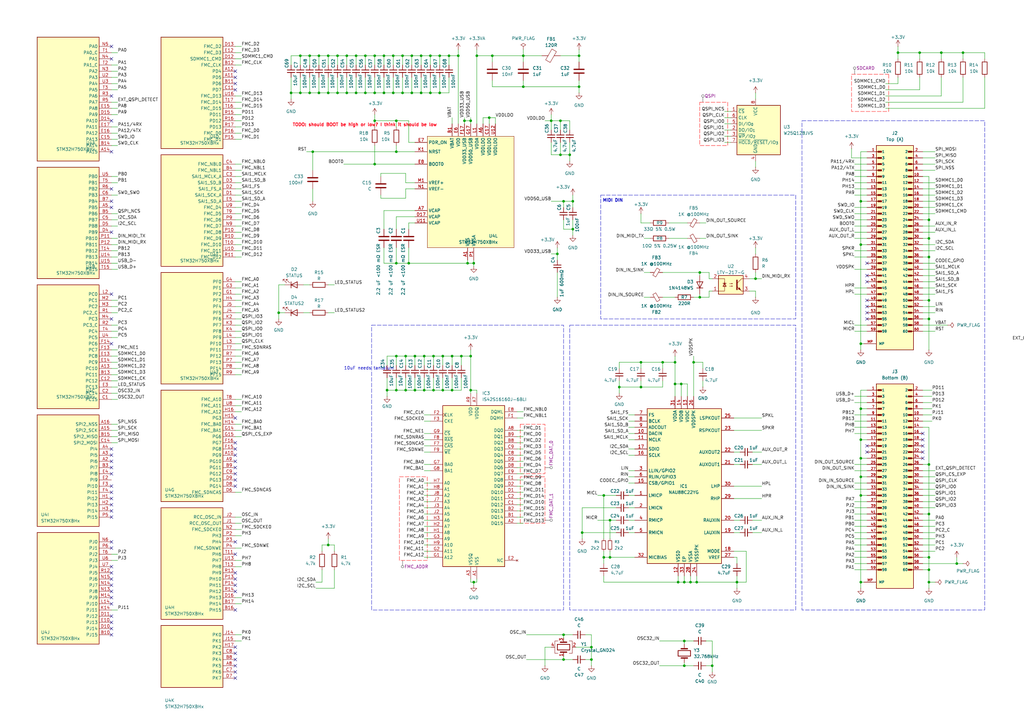
<source format=kicad_sch>
(kicad_sch (version 20250114) (generator "eeschema") (generator_version "9.0")
  (paper "A3")
  (lib_symbols
    (symbol "DF40C-60DP-0.4V_51_:DF40C-60DP-0.4V_51_" (pin_names (offset 1.016))
      (property "Reference" "J2" (at 0 45.72 0))
      (property "Value" "DF40C-60DP-0.4V_51_" (at 0 43.18 0))
      (symbol "DF40C-60DP-0.4V_51__0_0"
        (pin passive line (at -11.43 38.1 0) (length 5.08) (name "1") (number "1"))
        (pin passive line (at -11.43 35.56 0) (length 5.08) (name "3") (number "3"))
        (pin passive line (at -11.43 33.02 0) (length 5.08) (name "5") (number "5"))
        (pin passive line (at -11.43 30.48 0) (length 5.08) (name "7") (number "7"))
        (pin passive line (at -11.43 27.94 0) (length 5.08) (name "9") (number "9"))
        (pin passive line (at -11.43 25.4 0) (length 5.08) (name "11") (number "11"))
        (pin passive line (at -11.43 22.86 0) (length 5.08) (name "13") (number "13"))
        (pin passive line (at -11.43 20.32 0) (length 5.08) (name "15") (number "15"))
        (pin passive line (at -11.43 17.78 0) (length 5.08) (name "17") (number "17"))
        (pin passive line (at -11.43 15.24 0) (length 5.08) (name "19") (number "19"))
        (pin passive line (at -11.43 12.7 0) (length 5.08) (name "21") (number "21"))
        (pin passive line (at -11.43 10.16 0) (length 5.08) (name "23") (number "23"))
        (pin passive line (at -11.43 7.62 0) (length 5.08) (name "25") (number "25"))
        (pin passive line (at -11.43 5.08 0) (length 5.08) (name "27") (number "27"))
        (pin passive line (at -11.43 2.54 0) (length 5.08) (name "29") (number "29"))
        (pin passive line (at -11.43 0 0) (length 5.08) (name "31") (number "31"))
        (pin passive line (at -11.43 -2.54 0) (length 5.08) (name "33") (number "33"))
        (pin passive line (at -11.43 -5.08 0) (length 5.08) (name "35") (number "35"))
        (pin passive line (at -11.43 -7.62 0) (length 5.08) (name "37") (number "37"))
        (pin passive line (at -11.43 -10.16 0) (length 5.08) (name "39") (number "39"))
        (pin passive line (at -11.43 -12.7 0) (length 5.08) (name "41") (number "41"))
        (pin passive line (at -11.43 -15.24 0) (length 5.08) (name "43") (number "43"))
        (pin passive line (at -11.43 -17.78 0) (length 5.08) (name "45") (number "45"))
        (pin passive line (at -11.43 -20.32 0) (length 5.08) (name "47") (number "47"))
        (pin passive line (at -11.43 -22.86 0) (length 5.08) (name "49") (number "49"))
        (pin passive line (at -11.43 -25.4 0) (length 5.08) (name "51") (number "51"))
        (pin passive line (at -11.43 -27.94 0) (length 5.08) (name "53") (number "53"))
        (pin passive line (at -11.43 -30.48 0) (length 5.08) (name "55") (number "55"))
        (pin passive line (at -11.43 -33.02 0) (length 5.08) (name "57") (number "57"))
        (pin passive line (at -11.43 -35.56 0) (length 5.08) (name "59") (number "59"))
        (pin passive line (at 11.43 38.1 180) (length 5.08) (name "2") (number "2"))
        (pin passive line (at 11.43 35.56 180) (length 5.08) (name "4") (number "4"))
        (pin passive line (at 11.43 33.02 180) (length 5.08) (name "6") (number "6"))
        (pin passive line (at 11.43 30.48 180) (length 5.08) (name "8") (number "8"))
        (pin passive line (at 11.43 27.94 180) (length 5.08) (name "10") (number "10"))
        (pin passive line (at 11.43 25.4 180) (length 5.08) (name "12") (number "12"))
        (pin passive line (at 11.43 22.86 180) (length 5.08) (name "14") (number "14"))
        (pin passive line (at 11.43 20.32 180) (length 5.08) (name "16") (number "16"))
        (pin passive line (at 11.43 17.78 180) (length 5.08) (name "18") (number "18"))
        (pin passive line (at 11.43 15.24 180) (length 5.08) (name "20") (number "20"))
        (pin passive line (at 11.43 12.7 180) (length 5.08) (name "22") (number "22"))
        (pin passive line (at 11.43 10.16 180) (length 5.08) (name "24") (number "24"))
        (pin passive line (at 11.43 7.62 180) (length 5.08) (name "26") (number "26"))
        (pin passive line (at 11.43 5.08 180) (length 5.08) (name "28") (number "28"))
        (pin passive line (at 11.43 2.54 180) (length 5.08) (name "30") (number "30"))
        (pin passive line (at 11.43 0 180) (length 5.08) (name "32") (number "32"))
        (pin passive line (at 11.43 -2.54 180) (length 5.08) (name "34") (number "34"))
        (pin passive line (at 11.43 -5.08 180) (length 5.08) (name "36") (number "36"))
        (pin passive line (at 11.43 -7.62 180) (length 5.08) (name "38") (number "38"))
        (pin passive line (at 11.43 -10.16 180) (length 5.08) (name "40") (number "40"))
        (pin passive line (at 11.43 -12.7 180) (length 5.08) (name "42") (number "42"))
        (pin passive line (at 11.43 -15.24 180) (length 5.08) (name "44") (number "44"))
        (pin passive line (at 11.43 -17.78 180) (length 5.08) (name "46") (number "46"))
        (pin passive line (at 11.43 -20.32 180) (length 5.08) (name "48") (number "48"))
        (pin passive line (at 11.43 -22.86 180) (length 5.08) (name "50") (number "50"))
        (pin passive line (at 11.43 -25.4 180) (length 5.08) (name "52") (number "52"))
        (pin passive line (at 11.43 -27.94 180) (length 5.08) (name "54") (number "54"))
        (pin passive line (at 11.43 -30.48 180) (length 5.08) (name "56") (number "56"))
        (pin passive line (at 11.43 -33.02 180) (length 5.08) (name "58") (number "58"))
        (pin passive line (at 11.43 -35.56 180) (length 5.08) (name "60") (number "60"))
      )
      (symbol "DF40C-60DP-0.4V_51__1_0"
        (pin passive line (at -12.7 -40.64 0) (length 5.08) (name "MP") (number "MP"))
      )
    )
    (symbol "DF40C-60DP-0.4V_51__1" (pin_names (offset 1.016))
      (property "Reference" "J2" (at 0 45.72 0))
      (property "Value" "Top" (at 0 43.18 0))
      (symbol "DF40C-60DP-0.4V_51__1_0_0"
        (pin passive line (at -11.43 38.1 0) (length 5.08) (name "1") (number "1"))
        (pin passive line (at -11.43 35.56 0) (length 5.08) (name "3") (number "3"))
        (pin passive line (at -11.43 33.02 0) (length 5.08) (name "5") (number "5"))
        (pin passive line (at -11.43 30.48 0) (length 5.08) (name "7") (number "7"))
        (pin passive line (at -11.43 27.94 0) (length 5.08) (name "9") (number "9"))
        (pin passive line (at -11.43 25.4 0) (length 5.08) (name "11") (number "11"))
        (pin passive line (at -11.43 22.86 0) (length 5.08) (name "13") (number "13"))
        (pin passive line (at -11.43 20.32 0) (length 5.08) (name "15") (number "15"))
        (pin passive line (at -11.43 17.78 0) (length 5.08) (name "17") (number "17"))
        (pin passive line (at -11.43 15.24 0) (length 5.08) (name "19") (number "19"))
        (pin passive line (at -11.43 12.7 0) (length 5.08) (name "21") (number "21"))
        (pin passive line (at -11.43 10.16 0) (length 5.08) (name "23") (number "23"))
        (pin passive line (at -11.43 7.62 0) (length 5.08) (name "25") (number "25"))
        (pin passive line (at -11.43 5.08 0) (length 5.08) (name "27") (number "27"))
        (pin passive line (at -11.43 2.54 0) (length 5.08) (name "29") (number "29"))
        (pin passive line (at -11.43 0 0) (length 5.08) (name "31") (number "31"))
        (pin passive line (at -11.43 -2.54 0) (length 5.08) (name "33") (number "33"))
        (pin passive line (at -11.43 -5.08 0) (length 5.08) (name "35") (number "35"))
        (pin passive line (at -11.43 -7.62 0) (length 5.08) (name "37") (number "37"))
        (pin passive line (at -11.43 -10.16 0) (length 5.08) (name "39") (number "39"))
        (pin passive line (at -11.43 -12.7 0) (length 5.08) (name "41") (number "41"))
        (pin passive line (at -11.43 -15.24 0) (length 5.08) (name "43") (number "43"))
        (pin passive line (at -11.43 -17.78 0) (length 5.08) (name "45") (number "45"))
        (pin passive line (at -11.43 -20.32 0) (length 5.08) (name "47") (number "47"))
        (pin passive line (at -11.43 -22.86 0) (length 5.08) (name "49") (number "49"))
        (pin passive line (at -11.43 -25.4 0) (length 5.08) (name "51") (number "51"))
        (pin passive line (at -11.43 -27.94 0) (length 5.08) (name "53") (number "53"))
        (pin passive line (at -11.43 -30.48 0) (length 5.08) (name "55") (number "55"))
        (pin passive line (at -11.43 -33.02 0) (length 5.08) (name "57") (number "57"))
        (pin passive line (at -11.43 -35.56 0) (length 5.08) (name "59") (number "59"))
        (pin passive line (at 11.43 38.1 180) (length 5.08) (name "2") (number "2"))
        (pin passive line (at 11.43 35.56 180) (length 5.08) (name "4") (number "4"))
        (pin passive line (at 11.43 33.02 180) (length 5.08) (name "6") (number "6"))
        (pin passive line (at 11.43 30.48 180) (length 5.08) (name "8") (number "8"))
        (pin passive line (at 11.43 27.94 180) (length 5.08) (name "10") (number "10"))
        (pin passive line (at 11.43 25.4 180) (length 5.08) (name "12") (number "12"))
        (pin passive line (at 11.43 22.86 180) (length 5.08) (name "14") (number "14"))
        (pin passive line (at 11.43 20.32 180) (length 5.08) (name "16") (number "16"))
        (pin passive line (at 11.43 17.78 180) (length 5.08) (name "18") (number "18"))
        (pin passive line (at 11.43 15.24 180) (length 5.08) (name "20") (number "20"))
        (pin passive line (at 11.43 12.7 180) (length 5.08) (name "22") (number "22"))
        (pin passive line (at 11.43 10.16 180) (length 5.08) (name "24") (number "24"))
        (pin passive line (at 11.43 7.62 180) (length 5.08) (name "26") (number "26"))
        (pin passive line (at 11.43 5.08 180) (length 5.08) (name "28") (number "28"))
        (pin passive line (at 11.43 2.54 180) (length 5.08) (name "30") (number "30"))
        (pin passive line (at 11.43 0 180) (length 5.08) (name "32") (number "32"))
        (pin passive line (at 11.43 -2.54 180) (length 5.08) (name "34") (number "34"))
        (pin passive line (at 11.43 -5.08 180) (length 5.08) (name "36") (number "36"))
        (pin passive line (at 11.43 -7.62 180) (length 5.08) (name "38") (number "38"))
        (pin passive line (at 11.43 -10.16 180) (length 5.08) (name "40") (number "40"))
        (pin passive line (at 11.43 -12.7 180) (length 5.08) (name "42") (number "42"))
        (pin passive line (at 11.43 -15.24 180) (length 5.08) (name "44") (number "44"))
        (pin passive line (at 11.43 -17.78 180) (length 5.08) (name "46") (number "46"))
        (pin passive line (at 11.43 -20.32 180) (length 5.08) (name "48") (number "48"))
        (pin passive line (at 11.43 -22.86 180) (length 5.08) (name "50") (number "50"))
        (pin passive line (at 11.43 -25.4 180) (length 5.08) (name "52") (number "52"))
        (pin passive line (at 11.43 -27.94 180) (length 5.08) (name "54") (number "54"))
        (pin passive line (at 11.43 -30.48 180) (length 5.08) (name "56") (number "56"))
        (pin passive line (at 11.43 -33.02 180) (length 5.08) (name "58") (number "58"))
        (pin passive line (at 11.43 -35.56 180) (length 5.08) (name "60") (number "60"))
      )
      (symbol "DF40C-60DP-0.4V_51__1_1_0"
        (pin passive line (at -12.7 -40.64 0) (length 5.08) (name "MP") (number "MP"))
      )
    )
    (symbol "Device:C" (pin_numbers (hide yes)) (pin_names (offset 0.254))
      (property "Reference" "C" (at 0.635 2.54 0))
      (property "Value" "C" (at 0.635 -2.54 0))
      (symbol "C_1_1"
        (pin passive line (at 0 3.81 270) (length 2.794) (name "~") (number "1"))
        (pin passive line (at 0 -3.81 90) (length 2.794) (name "~") (number "2"))
      )
    )
    (symbol "Device:C_Small" (pin_numbers (hide yes)) (pin_names (offset 0.254) (hide yes))
      (property "Reference" "C" (at 0.254 1.778 0))
      (property "Value" "C_Small" (at 0.254 -2.032 0))
      (symbol "C_Small_1_1"
        (pin passive line (at 0 2.54 270) (length 2.032) (name "~") (number "1"))
        (pin passive line (at 0 -2.54 90) (length 2.032) (name "~") (number "2"))
      )
    )
    (symbol "Device:Crystal" (pin_numbers (hide yes)) (pin_names (offset 1.016) (hide yes))
      (property "Reference" "Y" (at 0 3.81 0))
      (property "Value" "Crystal" (at 0 -3.81 0))
      (symbol "Crystal_1_1"
        (pin passive line (at -3.81 0 0) (length 1.27) (name "1") (number "1"))
        (pin passive line (at 3.81 0 180) (length 1.27) (name "2") (number "2"))
      )
    )
    (symbol "Device:Crystal_GND24" (pin_names (offset 1.016) (hide yes))
      (property "Reference" "Y" (at 3.175 5.08 0))
      (property "Value" "Crystal_GND24" (at 3.175 3.175 0))
      (symbol "Crystal_GND24_1_1"
        (pin passive line (at -3.81 0 0) (length 1.27) (name "1") (number "1"))
        (pin passive line (at 0 5.08 270) (length 1.27) (name "2") (number "2"))
        (pin passive line (at 0 -5.08 90) (length 1.27) (name "4") (number "4"))
        (pin passive line (at 3.81 0 180) (length 1.27) (name "3") (number "3"))
      )
    )
    (symbol "Device:D" (pin_numbers (hide yes)) (pin_names (offset 1.016) (hide yes))
      (property "Reference" "D" (at 0 2.54 0))
      (property "Value" "D" (at 0 -2.54 0))
      (symbol "D_1_1"
        (pin passive line (at -3.81 0 0) (length 2.54) (name "K") (number "1"))
        (pin passive line (at 3.81 0 180) (length 2.54) (name "A") (number "2"))
      )
    )
    (symbol "Device:FerriteBead" (pin_numbers (hide yes)) (pin_names (offset 0))
      (property "Reference" "FB" (at -3.81 0.635 90))
      (property "Value" "FerriteBead" (at 3.81 0 90))
      (symbol "FerriteBead_1_1"
        (pin passive line (at 0 3.81 270) (length 2.54) (name "~") (number "1"))
        (pin passive line (at 0 -3.81 90) (length 2.54) (name "~") (number "2"))
      )
    )
    (symbol "Device:FerriteBead_Small" (pin_numbers (hide yes)) (pin_names (offset 0))
      (property "Reference" "FB" (at 1.905 1.27 0))
      (property "Value" "FerriteBead_Small" (at 1.905 -1.27 0))
      (symbol "FerriteBead_Small_1_1"
        (pin passive line (at 0 2.54 270) (length 1.27) (name "~") (number "1"))
        (pin passive line (at 0 -2.54 90) (length 1.27) (name "~") (number "2"))
      )
    )
    (symbol "Device:LED" (pin_numbers (hide yes)) (pin_names (offset 1.016) (hide yes))
      (property "Reference" "D" (at 0 2.54 0))
      (property "Value" "LED" (at 0 -2.54 0))
      (symbol "LED_1_1"
        (pin passive line (at -3.81 0 0) (length 2.54) (name "K") (number "1"))
        (pin passive line (at 3.81 0 180) (length 2.54) (name "A") (number "2"))
      )
    )
    (symbol "Device:R" (pin_numbers (hide yes)) (pin_names (offset 0))
      (property "Reference" "R" (at 2.032 0 90))
      (property "Value" "R" (at 0 0 90))
      (symbol "R_1_1"
        (pin passive line (at 0 3.81 270) (length 1.27) (name "~") (number "1"))
        (pin passive line (at 0 -3.81 90) (length 1.27) (name "~") (number "2"))
      )
    )
    (symbol "Device:R_Small" (pin_numbers (hide yes)) (pin_names (offset 0.254) (hide yes))
      (property "Reference" "R" (at 0 0 90))
      (property "Value" "R_Small" (at 1.778 0 90))
      (symbol "R_Small_1_1"
        (pin passive line (at 0 2.54 270) (length 0.762) (name "~") (number "1"))
        (pin passive line (at 0 -2.54 90) (length 0.762) (name "~") (number "2"))
      )
    )
    (symbol "IS42S16160J-6BLI:IS42S16160J-6BLI"
      (property "Reference" "IC3" (at 3.4133 38.1 0))
      (property "Value" "IS42S16160J-6BLI" (at 3.4133 35.56 0))
      (symbol "IS42S16160J-6BLI_1_1"
        (pin input clock (at -17.78 29.21 0) (length 5.08) (name "CLK") (number "F2"))
        (pin input line (at -17.78 26.67 0) (length 5.08) (name "CKE") (number "F3"))
        (pin passive line (at -17.78 21.59 0) (length 5.08) (name "~{CS}") (number "G9"))
        (pin passive line (at -17.78 19.05 0) (length 5.08) (name "~{RAS}") (number "F8"))
        (pin passive line (at -17.78 16.51 0) (length 5.08) (name "~{CAS}") (number "F7"))
        (pin passive line (at -17.78 13.97 0) (length 5.08) (name "~{WE}") (number "F9"))
        (pin passive line (at -17.78 8.89 0) (length 5.08) (name "BA0") (number "G7"))
        (pin passive line (at -17.78 6.35 0) (length 5.08) (name "BA1") (number "G8"))
        (pin input line (at -17.78 1.27 0) (length 5.08) (name "A0") (number "H7"))
        (pin input line (at -17.78 -1.27 0) (length 5.08) (name "A1") (number "H8"))
        (pin input line (at -17.78 -3.81 0) (length 5.08) (name "A2") (number "J8"))
        (pin input line (at -17.78 -6.35 0) (length 5.08) (name "A3") (number "J7"))
        (pin input line (at -17.78 -8.89 0) (length 5.08) (name "A4") (number "J3"))
        (pin input line (at -17.78 -11.43 0) (length 5.08) (name "A5") (number "J2"))
        (pin input line (at -17.78 -13.97 0) (length 5.08) (name "A6") (number "H3"))
        (pin input line (at -17.78 -16.51 0) (length 5.08) (name "A7") (number "H2"))
        (pin input line (at -17.78 -19.05 0) (length 5.08) (name "A8") (number "H1"))
        (pin input line (at -17.78 -21.59 0) (length 5.08) (name "A9") (number "G3"))
        (pin input line (at -17.78 -24.13 0) (length 5.08) (name "A10") (number "H9"))
        (pin input line (at -17.78 -26.67 0) (length 5.08) (name "A11") (number "G2"))
        (pin input line (at -17.78 -29.21 0) (length 5.08) (name "A12") (number "G1"))
        (pin power_in line (at -1.27 38.1 270) (length 5.08) (name "VDD") (number "A9"))
        (pin passive line (at -1.27 38.1 270) (length 5.08) (hide yes) (name "VDD") (number "E7"))
        (pin passive line (at -1.27 38.1 270) (length 5.08) (hide yes) (name "VDD") (number "J9"))
        (pin power_in line (at -1.27 -38.1 90) (length 5.08) (name "VSSQ") (number "A3"))
        (pin passive line (at -1.27 -38.1 90) (length 5.08) (hide yes) (name "VSSQ") (number "B7"))
        (pin passive line (at -1.27 -38.1 90) (length 5.08) (hide yes) (name "VSSQ") (number "C3"))
        (pin passive line (at -1.27 -38.1 90) (length 5.08) (hide yes) (name "VSSQ") (number "D7"))
        (pin power_in line (at 1.27 38.1 270) (length 5.08) (name "VDDQ") (number "A7"))
        (pin passive line (at 1.27 38.1 270) (length 5.08) (hide yes) (name "VDDQ") (number "B3"))
        (pin passive line (at 1.27 38.1 270) (length 5.08) (hide yes) (name "VDDQ") (number "C7"))
        (pin passive line (at 1.27 38.1 270) (length 5.08) (hide yes) (name "VDDQ") (number "D3"))
        (pin power_in line (at 1.27 -38.1 90) (length 5.08) (name "VSS") (number "A1"))
        (pin passive line (at 1.27 -38.1 90) (length 5.08) (hide yes) (name "VSS") (number "E3"))
        (pin passive line (at 1.27 -38.1 90) (length 5.08) (hide yes) (name "VSS") (number "J1"))
        (pin passive line (at 17.78 30.48 180) (length 5.08) (name "DQML") (number "E8"))
        (pin passive line (at 17.78 27.94 180) (length 5.08) (name "DQMH") (number "F1"))
        (pin bidirectional line (at 17.78 22.86 180) (length 5.08) (name "DQ0") (number "A8"))
        (pin bidirectional line (at 17.78 20.32 180) (length 5.08) (name "DQ1") (number "B9"))
        (pin bidirectional line (at 17.78 17.78 180) (length 5.08) (name "DQ2") (number "B8"))
        (pin bidirectional line (at 17.78 15.24 180) (length 5.08) (name "DQ3") (number "C9"))
        (pin bidirectional line (at 17.78 12.7 180) (length 5.08) (name "DQ4") (number "C8"))
        (pin bidirectional line (at 17.78 10.16 180) (length 5.08) (name "DQ5") (number "D9"))
        (pin bidirectional line (at 17.78 7.62 180) (length 5.08) (name "DQ6") (number "D8"))
        (pin bidirectional line (at 17.78 5.08 180) (length 5.08) (name "DQ7") (number "E9"))
        (pin bidirectional line (at 17.78 2.54 180) (length 5.08) (name "DQ8") (number "E1"))
        (pin bidirectional line (at 17.78 0 180) (length 5.08) (name "DQ9") (number "D2"))
        (pin bidirectional line (at 17.78 -2.54 180) (length 5.08) (name "DQ10") (number "D1"))
        (pin bidirectional line (at 17.78 -5.08 180) (length 5.08) (name "DQ11") (number "C2"))
        (pin bidirectional line (at 17.78 -7.62 180) (length 5.08) (name "DQ12") (number "C1"))
        (pin bidirectional line (at 17.78 -10.16 180) (length 5.08) (name "DQ13") (number "B2"))
        (pin bidirectional line (at 17.78 -12.7 180) (length 5.08) (name "DQ14") (number "B1"))
        (pin bidirectional line (at 17.78 -15.24 180) (length 5.08) (name "DQ15") (number "A2"))
        (pin no_connect line (at 17.78 -30.48 180) (length 5.08) (name "NC") (number "E2"))
      )
    )
    (symbol "Isolator:Optocoupler_DC_PhotoNPN_AKEC"
      (property "Reference" "D2" (at 0 8.89 0))
      (property "Value" "LTV-217-G" (at 0 6.35 0))
      (symbol "Optocoupler_DC_PhotoNPN_AKEC_1_1"
        (pin passive line (at -7.62 2.54 0) (length 2.54) (name "~") (number "2"))
        (pin passive line (at -7.62 -2.54 0) (length 2.54) (name "~") (number "1"))
        (pin passive line (at 7.62 2.54 180) (length 2.54) (name "~") (number "4"))
        (pin passive line (at 7.62 -2.54 180) (length 2.54) (name "~") (number "3"))
      )
    )
    (symbol "MCU_ST_STM32H7:STM32H750XBHx"
      (property "Reference" "U4" (at 11.176 -18.034 0))
      (property "Value" "STM32H750XBHx" (at 11.176 -20.574 0))
      (symbol "STM32H750XBHx_1_1"
        (pin bidirectional line (at 17.78 21.59 180) (length 5.08) (name "PA0") (number "N5"))
        (pin bidirectional line (at 17.78 19.05 180) (length 5.08) (name "PA0_C") (number "T1"))
        (pin bidirectional line (at 17.78 16.51 180) (length 5.08) (name "PA1") (number "N4"))
        (pin bidirectional line (at 17.78 13.97 180) (length 5.08) (name "PA1_C") (number "T2"))
        (pin bidirectional line (at 17.78 11.43 180) (length 5.08) (name "PA2") (number "N3"))
        (pin bidirectional line (at 17.78 8.89 180) (length 5.08) (name "PA3") (number "U2"))
        (pin bidirectional line (at 17.78 6.35 180) (length 5.08) (name "PA4") (number "U3"))
        (pin bidirectional line (at 17.78 3.81 180) (length 5.08) (name "PA5") (number "T3"))
        (pin bidirectional line (at 17.78 1.27 180) (length 5.08) (name "PA6") (number "R3"))
        (pin bidirectional line (at 17.78 -1.27 180) (length 5.08) (name "PA7") (number "R5") (alternate "FMC_SDNWE" bidirectional line))
        (pin bidirectional line (at 17.78 -3.81 180) (length 5.08) (name "PA8") (number "E15"))
        (pin bidirectional line (at 17.78 -6.35 180) (length 5.08) (name "PA9") (number "D15") (alternate "SPI2_SCK" bidirectional line))
        (pin bidirectional line (at 17.78 -8.89 180) (length 5.08) (name "PA10") (number "D14"))
        (pin bidirectional line (at 17.78 -11.43 180) (length 5.08) (name "PA11") (number "E17") (alternate "SPI2_NSS" bidirectional line))
        (pin bidirectional line (at 17.78 -13.97 180) (length 5.08) (name "PA12") (number "E16") (alternate "SPI2_SCK" bidirectional line))
        (pin bidirectional line (at 17.78 -16.51 180) (length 5.08) (name "PA13") (number "C15"))
        (pin bidirectional line (at 17.78 -19.05 180) (length 5.08) (name "PA14") (number "B14"))
        (pin bidirectional line (at 17.78 -21.59 180) (length 5.08) (name "PA15") (number "A14"))
      )
      (symbol "STM32H750XBHx_2_1"
        (pin bidirectional line (at 17.78 19.05 180) (length 5.08) (name "PB0") (number "U5"))
        (pin bidirectional line (at 17.78 16.51 180) (length 5.08) (name "PB1") (number "T5"))
        (pin bidirectional line (at 17.78 13.97 180) (length 5.08) (name "PB2") (number "R6") (alternate "SAI1_SD_A" bidirectional line))
        (pin bidirectional line (at 17.78 11.43 180) (length 5.08) (name "PB3") (number "C6"))
        (pin bidirectional line (at 17.78 8.89 180) (length 5.08) (name "PB4") (number "B7") (alternate "SPI2_NSS" bidirectional line))
        (pin bidirectional line (at 17.78 6.35 180) (length 5.08) (name "PB5") (number "A5"))
        (pin bidirectional line (at 17.78 3.81 180) (length 5.08) (name "PB6") (number "B5"))
        (pin bidirectional line (at 17.78 1.27 180) (length 5.08) (name "PB7") (number "C5"))
        (pin bidirectional line (at 17.78 -1.27 180) (length 5.08) (name "PB8") (number "D5"))
        (pin bidirectional line (at 17.78 -3.81 180) (length 5.08) (name "PB9") (number "D4") (alternate "SPI2_NSS" bidirectional line))
        (pin bidirectional line (at 17.78 -6.35 180) (length 5.08) (name "PB10") (number "P11") (alternate "SPI2_SCK" bidirectional line))
        (pin bidirectional line (at 17.78 -8.89 180) (length 5.08) (name "PB11") (number "P12"))
        (pin bidirectional line (at 17.78 -11.43 180) (length 5.08) (name "PB12") (number "T14") (alternate "SPI2_NSS" bidirectional line))
        (pin bidirectional line (at 17.78 -13.97 180) (length 5.08) (name "PB13") (number "U14") (alternate "SPI2_SCK" bidirectional line))
        (pin bidirectional line (at 17.78 -16.51 180) (length 5.08) (name "PB14") (number "U15") (alternate "SPI2_MISO" bidirectional line))
        (pin bidirectional line (at 17.78 -19.05 180) (length 5.08) (name "PB15") (number "T15") (alternate "SPI2_MOSI" bidirectional line))
      )
      (symbol "STM32H750XBHx_3_1"
        (pin bidirectional line (at 17.78 21.59 180) (length 5.08) (name "PC0") (number "L2") (alternate "FMC_SDNWE" bidirectional line))
        (pin bidirectional line (at 17.78 19.05 180) (length 5.08) (name "PC1") (number "M2") (alternate "SAI1_SD_A" bidirectional line) (alternate "SPI2_MOSI" bidirectional line))
        (pin bidirectional line (at 17.78 16.51 180) (length 5.08) (name "PC2") (number "M3") (alternate "SPI2_MISO" bidirectional line))
        (pin bidirectional line (at 17.78 13.97 180) (length 5.08) (name "PC2_C") (number "R1") (alternate "SPI2_MISO" bidirectional line))
        (pin bidirectional line (at 17.78 11.43 180) (length 5.08) (name "PC3") (number "M4") (alternate "FMC_SDCKE0" bidirectional line) (alternate "SPI2_MOSI" bidirectional line))
        (pin bidirectional line (at 17.78 8.89 180) (length 5.08) (name "PC3_C") (number "R2") (alternate "FMC_SDCKE0" bidirectional line) (alternate "SPI2_MOSI" bidirectional line))
        (pin bidirectional line (at 17.78 6.35 180) (length 5.08) (name "PC4") (number "T4"))
        (pin bidirectional line (at 17.78 3.81 180) (length 5.08) (name "PC5") (number "U4") (alternate "FMC_SDCKE0" bidirectional line))
        (pin bidirectional line (at 17.78 1.27 180) (length 5.08) (name "PC6") (number "F14"))
        (pin bidirectional line (at 17.78 -1.27 180) (length 5.08) (name "PC7") (number "F13"))
        (pin bidirectional line (at 17.78 -3.81 180) (length 5.08) (name "PC8") (number "E13"))
        (pin bidirectional line (at 17.78 -6.35 180) (length 5.08) (name "PC9") (number "E14"))
        (pin bidirectional line (at 17.78 -8.89 180) (length 5.08) (name "PC10") (number "A13"))
        (pin bidirectional line (at 17.78 -11.43 180) (length 5.08) (name "PC11") (number "B13"))
        (pin bidirectional line (at 17.78 -13.97 180) (length 5.08) (name "PC12") (number "C12"))
        (pin bidirectional line (at 17.78 -16.51 180) (length 5.08) (name "PC13") (number "E3"))
        (pin bidirectional line (at 17.78 -19.05 180) (length 5.08) (name "PC14") (number "C2"))
        (pin bidirectional line (at 17.78 -21.59 180) (length 5.08) (name "PC15") (number "C1"))
      )
      (symbol "STM32H750XBHx_4_1"
        (pin bidirectional line (at 17.78 19.05 180) (length 5.08) (name "PD0") (number "D13") (alternate "FMC_D2" bidirectional line))
        (pin bidirectional line (at 17.78 16.51 180) (length 5.08) (name "PD1") (number "E12") (alternate "FMC_D3" bidirectional line))
        (pin bidirectional line (at 17.78 13.97 180) (length 5.08) (name "PD2") (number "D12") (alternate "SDMMC1_CMD" bidirectional line))
        (pin bidirectional line (at 17.78 11.43 180) (length 5.08) (name "PD3") (number "B12") (alternate "FMC_CLK" bidirectional line) (alternate "SPI2_SCK" bidirectional line))
        (pin bidirectional line (at 17.78 8.89 180) (length 5.08) (name "PD4") (number "A12"))
        (pin bidirectional line (at 17.78 6.35 180) (length 5.08) (name "PD5") (number "A11"))
        (pin bidirectional line (at 17.78 3.81 180) (length 5.08) (name "PD6") (number "B11") (alternate "SAI1_SD_A" bidirectional line))
        (pin bidirectional line (at 17.78 1.27 180) (length 5.08) (name "PD7") (number "C11"))
        (pin bidirectional line (at 17.78 -1.27 180) (length 5.08) (name "PD8") (number "U16") (alternate "FMC_D13" bidirectional line))
        (pin bidirectional line (at 17.78 -3.81 180) (length 5.08) (name "PD9") (number "T17") (alternate "FMC_D14" bidirectional line))
        (pin bidirectional line (at 17.78 -6.35 180) (length 5.08) (name "PD10") (number "T16") (alternate "FMC_D15" bidirectional line))
        (pin bidirectional line (at 17.78 -8.89 180) (length 5.08) (name "PD11") (number "R15"))
        (pin bidirectional line (at 17.78 -11.43 180) (length 5.08) (name "PD12") (number "R16"))
        (pin bidirectional line (at 17.78 -13.97 180) (length 5.08) (name "PD13") (number "R17"))
        (pin bidirectional line (at 17.78 -16.51 180) (length 5.08) (name "PD14") (number "P16") (alternate "FMC_D0" bidirectional line))
        (pin bidirectional line (at 17.78 -19.05 180) (length 5.08) (name "PD15") (number "P15") (alternate "FMC_D1" bidirectional line))
      )
      (symbol "STM32H750XBHx_5_1"
        (pin bidirectional line (at 17.78 19.05 180) (length 5.08) (name "PE0") (number "C4") (alternate "FMC_NBL0" bidirectional line))
        (pin bidirectional line (at 17.78 16.51 180) (length 5.08) (name "PE1") (number "B4") (alternate "FMC_NBL1" bidirectional line))
        (pin bidirectional line (at 17.78 13.97 180) (length 5.08) (name "PE2") (number "C3") (alternate "SAI1_MCLK_A" bidirectional line))
        (pin bidirectional line (at 17.78 11.43 180) (length 5.08) (name "PE3") (number "D3") (alternate "SAI1_SD_B" bidirectional line))
        (pin bidirectional line (at 17.78 8.89 180) (length 5.08) (name "PE4") (number "D2") (alternate "SAI1_FS_A" bidirectional line))
        (pin bidirectional line (at 17.78 6.35 180) (length 5.08) (name "PE5") (number "D1") (alternate "SAI1_SCK_A" bidirectional line))
        (pin bidirectional line (at 17.78 3.81 180) (length 5.08) (name "PE6") (number "E5") (alternate "SAI1_SD_A" bidirectional line))
        (pin bidirectional line (at 17.78 1.27 180) (length 5.08) (name "PE7") (number "U9") (alternate "FMC_D4" bidirectional line))
        (pin bidirectional line (at 17.78 -1.27 180) (length 5.08) (name "PE8") (number "T9") (alternate "FMC_D5" bidirectional line))
        (pin bidirectional line (at 17.78 -3.81 180) (length 5.08) (name "PE9") (number "P9") (alternate "FMC_D6" bidirectional line))
        (pin bidirectional line (at 17.78 -6.35 180) (length 5.08) (name "PE10") (number "N9") (alternate "FMC_D7" bidirectional line))
        (pin bidirectional line (at 17.78 -8.89 180) (length 5.08) (name "PE11") (number "P10") (alternate "FMC_D8" bidirectional line))
        (pin bidirectional line (at 17.78 -11.43 180) (length 5.08) (name "PE12") (number "R10") (alternate "FMC_D9" bidirectional line))
        (pin bidirectional line (at 17.78 -13.97 180) (length 5.08) (name "PE13") (number "T10") (alternate "FMC_D10" bidirectional line))
        (pin bidirectional line (at 17.78 -16.51 180) (length 5.08) (name "PE14") (number "U10") (alternate "FMC_D11" bidirectional line))
        (pin bidirectional line (at 17.78 -19.05 180) (length 5.08) (name "PE15") (number "R11") (alternate "FMC_D12" bidirectional line))
      )
      (symbol "STM32H750XBHx_6_1"
        (pin bidirectional line (at 17.78 19.05 180) (length 5.08) (name "PF0") (number "G4"))
        (pin bidirectional line (at 17.78 16.51 180) (length 5.08) (name "PF1") (number "G3"))
        (pin bidirectional line (at 17.78 13.97 180) (length 5.08) (name "PF2") (number "G1"))
        (pin bidirectional line (at 17.78 11.43 180) (length 5.08) (name "PF3") (number "H4"))
        (pin bidirectional line (at 17.78 8.89 180) (length 5.08) (name "PF4") (number "J5"))
        (pin bidirectional line (at 17.78 6.35 180) (length 5.08) (name "PF5") (number "J4"))
        (pin bidirectional line (at 17.78 3.81 180) (length 5.08) (name "PF6") (number "K2") (alternate "SAI1_SD_B" bidirectional line))
        (pin bidirectional line (at 17.78 1.27 180) (length 5.08) (name "PF7") (number "K3"))
        (pin bidirectional line (at 17.78 -1.27 180) (length 5.08) (name "PF8") (number "K4"))
        (pin bidirectional line (at 17.78 -3.81 180) (length 5.08) (name "PF9") (number "L4"))
        (pin bidirectional line (at 17.78 -6.35 180) (length 5.08) (name "PF10") (number "L3"))
        (pin bidirectional line (at 17.78 -8.89 180) (length 5.08) (name "PF11") (number "T7"))
        (pin bidirectional line (at 17.78 -11.43 180) (length 5.08) (name "PF12") (number "R7"))
        (pin bidirectional line (at 17.78 -13.97 180) (length 5.08) (name "PF13") (number "P7"))
        (pin bidirectional line (at 17.78 -16.51 180) (length 5.08) (name "PF14") (number "P8"))
        (pin bidirectional line (at 17.78 -19.05 180) (length 5.08) (name "PF15") (number "R9"))
      )
      (symbol "STM32H750XBHx_7_1"
        (pin bidirectional line (at -17.78 19.05 0) (length 5.08) (name "PG0") (number "T8") (alternate "FMC_A10" bidirectional line))
        (pin bidirectional line (at -17.78 16.51 0) (length 5.08) (name "PG1") (number "U8") (alternate "FMC_A11" bidirectional line))
        (pin bidirectional line (at -17.78 13.97 0) (length 5.08) (name "PG2") (number "H16") (alternate "FMC_A12" bidirectional line))
        (pin bidirectional line (at -17.78 11.43 0) (length 5.08) (name "PG3") (number "H15"))
        (pin bidirectional line (at -17.78 8.89 0) (length 5.08) (name "PG4") (number "H14") (alternate "FMC_BA0" bidirectional line))
        (pin bidirectional line (at -17.78 6.35 0) (length 5.08) (name "PG5") (number "G14") (alternate "FMC_BA1" bidirectional line))
        (pin bidirectional line (at -17.78 3.81 0) (length 5.08) (name "PG6") (number "G15"))
        (pin bidirectional line (at -17.78 1.27 0) (length 5.08) (name "PG7") (number "F16") (alternate "SAI1_MCLK_A" bidirectional line))
        (pin bidirectional line (at -17.78 -1.27 0) (length 5.08) (name "PG8") (number "F15"))
        (pin bidirectional line (at -17.78 -3.81 0) (length 5.08) (name "PG9") (number "A10"))
        (pin bidirectional line (at -17.78 -6.35 0) (length 5.08) (name "PG10") (number "A9"))
        (pin bidirectional line (at -17.78 -8.89 0) (length 5.08) (name "PG11") (number "B9"))
        (pin bidirectional line (at -17.78 -11.43 0) (length 5.08) (name "PG12") (number "C9"))
        (pin bidirectional line (at -17.78 -13.97 0) (length 5.08) (name "PG13") (number "D9"))
        (pin bidirectional line (at -17.78 -16.51 0) (length 5.08) (name "PG14") (number "D8"))
        (pin bidirectional line (at -17.78 -19.05 0) (length 5.08) (name "PG15") (number "D6") (alternate "FMC_SDNCAS" bidirectional line))
      )
      (symbol "STM32H750XBHx_8_1"
        (pin bidirectional line (at -17.78 19.05 0) (length 5.08) (name "PH0") (number "J2") (alternate "RCC_OSC_IN" bidirectional line))
        (pin bidirectional line (at -17.78 16.51 0) (length 5.08) (name "PH1") (number "J1") (alternate "RCC_OSC_OUT" bidirectional line))
        (pin bidirectional line (at -17.78 13.97 0) (length 5.08) (name "PH2") (number "N2") (alternate "FMC_SDCKE0" bidirectional line))
        (pin bidirectional line (at -17.78 11.43 0) (length 5.08) (name "PH3") (number "P2"))
        (pin bidirectional line (at -17.78 8.89 0) (length 5.08) (name "PH4") (number "P3"))
        (pin bidirectional line (at -17.78 6.35 0) (length 5.08) (name "PH5") (number "P4") (alternate "FMC_SDNWE" bidirectional line))
        (pin bidirectional line (at -17.78 3.81 0) (length 5.08) (name "PH6") (number "T11"))
        (pin bidirectional line (at -17.78 1.27 0) (length 5.08) (name "PH7") (number "U13"))
        (pin bidirectional line (at -17.78 -1.27 0) (length 5.08) (name "PH8") (number "T13") (alternate "FMC_D16" bidirectional line))
        (pin bidirectional line (at -17.78 -3.81 0) (length 5.08) (name "PH9") (number "R13") (alternate "FMC_D17" bidirectional line))
        (pin bidirectional line (at -17.78 -6.35 0) (length 5.08) (name "PH10") (number "P13") (alternate "FMC_D18" bidirectional line))
        (pin bidirectional line (at -17.78 -8.89 0) (length 5.08) (name "PH11") (number "P14") (alternate "FMC_D19" bidirectional line))
        (pin bidirectional line (at -17.78 -11.43 0) (length 5.08) (name "PH12") (number "R14") (alternate "FMC_D20" bidirectional line))
        (pin bidirectional line (at -17.78 -13.97 0) (length 5.08) (name "PH13") (number "D16") (alternate "FMC_D21" bidirectional line))
        (pin bidirectional line (at -17.78 -16.51 0) (length 5.08) (name "PH14") (number "B17") (alternate "FMC_D22" bidirectional line))
        (pin bidirectional line (at -17.78 -19.05 0) (length 5.08) (name "PH15") (number "B16") (alternate "FMC_D23" bidirectional line))
      )
      (symbol "STM32H750XBHx_9_1"
        (pin bidirectional line (at -17.78 19.05 0) (length 5.08) (name "PI0") (number "A16") (alternate "FMC_D24" bidirectional line) (alternate "SPI2_NSS" bidirectional line))
        (pin bidirectional line (at -17.78 16.51 0) (length 5.08) (name "PI1") (number "A15") (alternate "FMC_D25" bidirectional line) (alternate "SPI2_SCK" bidirectional line))
        (pin bidirectional line (at -17.78 13.97 0) (length 5.08) (name "PI2") (number "B15") (alternate "FMC_D26" bidirectional line) (alternate "SPI2_MISO" bidirectional line))
        (pin bidirectional line (at -17.78 11.43 0) (length 5.08) (name "PI3") (number "C14") (alternate "FMC_D27" bidirectional line) (alternate "SPI2_MOSI" bidirectional line))
        (pin bidirectional line (at -17.78 8.89 0) (length 5.08) (name "PI4") (number "A4") (alternate "FMC_NBL2" bidirectional line))
        (pin bidirectional line (at -17.78 6.35 0) (length 5.08) (name "PI5") (number "A3") (alternate "FMC_NBL3" bidirectional line))
        (pin bidirectional line (at -17.78 3.81 0) (length 5.08) (name "PI6") (number "A2") (alternate "FMC_D28" bidirectional line))
        (pin bidirectional line (at -17.78 1.27 0) (length 5.08) (name "PI7") (number "B3") (alternate "FMC_D29" bidirectional line))
        (pin bidirectional line (at -17.78 -1.27 0) (length 5.08) (name "PI8") (number "E4"))
        (pin bidirectional line (at -17.78 -3.81 0) (length 5.08) (name "PI9") (number "E2") (alternate "FMC_D30" bidirectional line))
        (pin bidirectional line (at -17.78 -6.35 0) (length 5.08) (name "PI10") (number "F3") (alternate "FMC_D31" bidirectional line))
        (pin bidirectional line (at -17.78 -8.89 0) (length 5.08) (name "PI11") (number "F4"))
        (pin bidirectional line (at -17.78 -11.43 0) (length 5.08) (name "PI12") (number "H1"))
        (pin bidirectional line (at -17.78 -13.97 0) (length 5.08) (name "PI13") (number "H2"))
        (pin bidirectional line (at -17.78 -16.51 0) (length 5.08) (name "PI14") (number "H3"))
        (pin bidirectional line (at -17.78 -19.05 0) (length 5.08) (name "PI15") (number "P5"))
      )
      (symbol "STM32H750XBHx_10_1"
        (pin bidirectional line (at -17.78 19.05 0) (length 5.08) (name "PJ0") (number "N6"))
        (pin bidirectional line (at -17.78 16.51 0) (length 5.08) (name "PJ1") (number "P6"))
        (pin bidirectional line (at -17.78 13.97 0) (length 5.08) (name "PJ2") (number "T6"))
        (pin bidirectional line (at -17.78 11.43 0) (length 5.08) (name "PJ3") (number "U6"))
        (pin bidirectional line (at -17.78 8.89 0) (length 5.08) (name "PJ4") (number "U7"))
        (pin bidirectional line (at -17.78 6.35 0) (length 5.08) (name "PJ5") (number "R12"))
        (pin bidirectional line (at -17.78 3.81 0) (length 5.08) (name "PJ6") (number "N15"))
        (pin bidirectional line (at -17.78 1.27 0) (length 5.08) (name "PJ7") (number "N14"))
        (pin bidirectional line (at -17.78 -1.27 0) (length 5.08) (name "PJ8") (number "N13"))
        (pin bidirectional line (at -17.78 -3.81 0) (length 5.08) (name "PJ9") (number "M14"))
        (pin bidirectional line (at -17.78 -6.35 0) (length 5.08) (name "PJ10") (number "L14"))
        (pin bidirectional line (at -17.78 -8.89 0) (length 5.08) (name "PJ11") (number "K14"))
        (pin bidirectional line (at -17.78 -11.43 0) (length 5.08) (name "PJ12") (number "D11"))
        (pin bidirectional line (at -17.78 -13.97 0) (length 5.08) (name "PJ13") (number "E10"))
        (pin bidirectional line (at -17.78 -16.51 0) (length 5.08) (name "PJ14") (number "D10"))
        (pin bidirectional line (at -17.78 -19.05 0) (length 5.08) (name "PJ15") (number "B10"))
      )
      (symbol "STM32H750XBHx_11_1"
        (pin bidirectional line (at -17.78 8.89 0) (length 5.08) (name "PK0") (number "J14"))
        (pin bidirectional line (at -17.78 6.35 0) (length 5.08) (name "PK1") (number "J15"))
        (pin bidirectional line (at -17.78 3.81 0) (length 5.08) (name "PK2") (number "H17"))
        (pin bidirectional line (at -17.78 1.27 0) (length 5.08) (name "PK3") (number "C8"))
        (pin bidirectional line (at -17.78 -1.27 0) (length 5.08) (name "PK4") (number "B8"))
        (pin bidirectional line (at -17.78 -3.81 0) (length 5.08) (name "PK5") (number "A8"))
        (pin bidirectional line (at -17.78 -6.35 0) (length 5.08) (name "PK6") (number "C7"))
        (pin bidirectional line (at -17.78 -8.89 0) (length 5.08) (name "PK7") (number "D7"))
      )
      (symbol "STM32H750XBHx_12_1"
        (pin input line (at -22.86 20.32 0) (length 5.08) (name "PDR_ON") (number "E7"))
        (pin input line (at -22.86 16.51 0) (length 5.08) (name "NRST") (number "K1"))
        (pin input line (at -22.86 11.43 0) (length 5.08) (name "BOOT0") (number "E8"))
        (pin input line (at -22.86 3.81 0) (length 5.08) (name "VREF+") (number "M1"))
        (pin input line (at -22.86 1.27 0) (length 5.08) (name "VREF-") (number "N1"))
        (pin power_out line (at -22.86 -7.62 0) (length 5.08) (name "VCAP") (number "A7"))
        (pin power_out line (at -22.86 -10.16 0) (length 5.08) (name "VCAP") (number "D17"))
        (pin power_out line (at -22.86 -12.7 0) (length 5.08) (name "VCAP") (number "U11"))
        (pin power_in line (at -7.62 27.94 270) (length 5.08) (name "VBAT") (number "B1"))
        (pin passive line (at -5.08 27.94 270) (length 5.08) (hide yes) (name "VDD") (number "E11"))
        (pin power_in line (at -5.08 27.94 270) (length 5.08) (name "VDD") (number "E6"))
        (pin passive line (at -5.08 27.94 270) (length 5.08) (hide yes) (name "VDD") (number "E9"))
        (pin passive line (at -5.08 27.94 270) (length 5.08) (hide yes) (name "VDD") (number "F5"))
        (pin passive line (at -5.08 27.94 270) (length 5.08) (hide yes) (name "VDD") (number "G13"))
        (pin passive line (at -5.08 27.94 270) (length 5.08) (hide yes) (name "VDD") (number "G5"))
        (pin passive line (at -5.08 27.94 270) (length 5.08) (hide yes) (name "VDD") (number "H13"))
        (pin passive line (at -5.08 27.94 270) (length 5.08) (hide yes) (name "VDD") (number "H5"))
        (pin passive line (at -5.08 27.94 270) (length 5.08) (hide yes) (name "VDD") (number "J13"))
        (pin passive line (at -5.08 27.94 270) (length 5.08) (hide yes) (name "VDD") (number "K13"))
        (pin passive line (at -5.08 27.94 270) (length 5.08) (hide yes) (name "VDD") (number "K5"))
        (pin passive line (at -5.08 27.94 270) (length 5.08) (hide yes) (name "VDD") (number "L13"))
        (pin passive line (at -5.08 27.94 270) (length 5.08) (hide yes) (name "VDD") (number "L5"))
        (pin passive line (at -5.08 27.94 270) (length 5.08) (hide yes) (name "VDD") (number "M13"))
        (pin passive line (at -5.08 27.94 270) (length 5.08) (hide yes) (name "VDD") (number "M5"))
        (pin passive line (at -5.08 27.94 270) (length 5.08) (hide yes) (name "VDD") (number "N10"))
        (pin passive line (at -5.08 27.94 270) (length 5.08) (hide yes) (name "VDD") (number "N11"))
        (pin passive line (at -5.08 27.94 270) (length 5.08) (hide yes) (name "VDD") (number "N12"))
        (pin passive line (at -5.08 27.94 270) (length 5.08) (hide yes) (name "VDD") (number "N7"))
        (pin passive line (at -5.08 27.94 270) (length 5.08) (hide yes) (name "VDD") (number "N8"))
        (pin passive line (at -5.08 27.94 270) (length 5.08) (hide yes) (name "VDD") (number "P17"))
        (pin power_in line (at -2.54 27.94 270) (length 5.08) (name "VDD33_USB") (number "F17"))
        (pin power_in line (at -1.27 -27.94 90) (length 5.08) (name "VSS") (number "A1"))
        (pin passive line (at -1.27 -27.94 90) (length 5.08) (hide yes) (name "VSS") (number "A17"))
        (pin passive line (at -1.27 -27.94 90) (length 5.08) (hide yes) (name "VSS") (number "B2"))
        (pin passive line (at -1.27 -27.94 90) (length 5.08) (hide yes) (name "VSS") (number "B6"))
        (pin passive line (at -1.27 -27.94 90) (length 5.08) (hide yes) (name "VSS") (number "C10"))
        (pin passive line (at -1.27 -27.94 90) (length 5.08) (hide yes) (name "VSS") (number "C13"))
        (pin passive line (at -1.27 -27.94 90) (length 5.08) (hide yes) (name "VSS") (number "C16"))
        (pin passive line (at -1.27 -27.94 90) (length 5.08) (hide yes) (name "VSS") (number "F1"))
        (pin passive line (at -1.27 -27.94 90) (length 5.08) (hide yes) (name "VSS") (number "F2"))
        (pin passive line (at -1.27 -27.94 90) (length 5.08) (hide yes) (name "VSS") (number "G10"))
        (pin passive line (at -1.27 -27.94 90) (length 5.08) (hide yes) (name "VSS") (number "G11"))
        (pin passive line (at -1.27 -27.94 90) (length 5.08) (hide yes) (name "VSS") (number "G16"))
        (pin passive line (at -1.27 -27.94 90) (length 5.08) (hide yes) (name "VSS") (number "G2"))
        (pin passive line (at -1.27 -27.94 90) (length 5.08) (hide yes) (name "VSS") (number "G7"))
        (pin passive line (at -1.27 -27.94 90) (length 5.08) (hide yes) (name "VSS") (number "G8"))
        (pin passive line (at -1.27 -27.94 90) (length 5.08) (hide yes) (name "VSS") (number "G9"))
        (pin passive line (at -1.27 -27.94 90) (length 5.08) (hide yes) (name "VSS") (number "H10"))
        (pin passive line (at -1.27 -27.94 90) (length 5.08) (hide yes) (name "VSS") (number "H11"))
        (pin passive line (at -1.27 -27.94 90) (length 5.08) (hide yes) (name "VSS") (number "H7"))
        (pin passive line (at -1.27 -27.94 90) (length 5.08) (hide yes) (name "VSS") (number "H8"))
        (pin passive line (at -1.27 -27.94 90) (length 5.08) (hide yes) (name "VSS") (number "H9"))
        (pin passive line (at -1.27 -27.94 90) (length 5.08) (hide yes) (name "VSS") (number "J10"))
        (pin passive line (at -1.27 -27.94 90) (length 5.08) (hide yes) (name "VSS") (number "J11"))
        (pin passive line (at -1.27 -27.94 90) (length 5.08) (hide yes) (name "VSS") (number "J16"))
        (pin passive line (at -1.27 -27.94 90) (length 5.08) (hide yes) (name "VSS") (number "J17"))
        (pin passive line (at -1.27 -27.94 90) (length 5.08) (hide yes) (name "VSS") (number "J3"))
        (pin passive line (at -1.27 -27.94 90) (length 5.08) (hide yes) (name "VSS") (number "J7"))
        (pin passive line (at -1.27 -27.94 90) (length 5.08) (hide yes) (name "VSS") (number "J8"))
        (pin passive line (at -1.27 -27.94 90) (length 5.08) (hide yes) (name "VSS") (number "J9"))
        (pin passive line (at -1.27 -27.94 90) (length 5.08) (hide yes) (name "VSS") (number "K10"))
        (pin passive line (at -1.27 -27.94 90) (length 5.08) (hide yes) (name "VSS") (number "K11"))
        (pin passive line (at -1.27 -27.94 90) (length 5.08) (hide yes) (name "VSS") (number "K15"))
        (pin passive line (at -1.27 -27.94 90) (length 5.08) (hide yes) (name "VSS") (number "K7"))
        (pin passive line (at -1.27 -27.94 90) (length 5.08) (hide yes) (name "VSS") (number "K8"))
        (pin passive line (at -1.27 -27.94 90) (length 5.08) (hide yes) (name "VSS") (number "K9"))
        (pin passive line (at -1.27 -27.94 90) (length 5.08) (hide yes) (name "VSS") (number "L10"))
        (pin passive line (at -1.27 -27.94 90) (length 5.08) (hide yes) (name "VSS") (number "L11"))
        (pin passive line (at -1.27 -27.94 90) (length 5.08) (hide yes) (name "VSS") (number "L15"))
        (pin passive line (at -1.27 -27.94 90) (length 5.08) (hide yes) (name "VSS") (number "L7"))
        (pin passive line (at -1.27 -27.94 90) (length 5.08) (hide yes) (name "VSS") (number "L8"))
        (pin passive line (at -1.27 -27.94 90) (length 5.08) (hide yes) (name "VSS") (number "L9"))
        (pin passive line (at -1.27 -27.94 90) (length 5.08) (hide yes) (name "VSS") (number "M15"))
        (pin passive line (at -1.27 -27.94 90) (length 5.08) (hide yes) (name "VSS") (number "N16"))
        (pin passive line (at -1.27 -27.94 90) (length 5.08) (hide yes) (name "VSS") (number "R4"))
        (pin passive line (at -1.27 -27.94 90) (length 5.08) (hide yes) (name "VSS") (number "R8"))
        (pin passive line (at -1.27 -27.94 90) (length 5.08) (hide yes) (name "VSS") (number "T12"))
        (pin passive line (at -1.27 -27.94 90) (length 5.08) (hide yes) (name "VSS") (number "U1"))
        (pin passive line (at -1.27 -27.94 90) (length 5.08) (hide yes) (name "VSS") (number "U17"))
        (pin power_in line (at 0 27.94 270) (length 5.08) (name "VDD50_USB") (number "G17"))
        (pin power_in line (at 1.27 -27.94 90) (length 5.08) (name "VSSA") (number "P1"))
        (pin power_in line (at 2.54 27.94 270) (length 5.08) (name "VDDA") (number "L1"))
        (pin power_in line (at 5.08 27.94 270) (length 5.08) (name "VDDLDO") (number "A6"))
        (pin power_in line (at 7.62 27.94 270) (length 5.08) (name "VDDLDO") (number "C17"))
        (pin power_in line (at 10.16 27.94 270) (length 5.08) (name "VDDLDO") (number "U12"))
        (pin no_connect line (at 22.86 20.32 180) (length 5.08) (hide yes) (name "NC") (number "N17"))
        (pin no_connect line (at 22.86 17.78 180) (length 5.08) (hide yes) (name "NC") (number "M17"))
        (pin no_connect line (at 22.86 15.24 180) (length 5.08) (hide yes) (name "NC") (number "M16"))
        (pin no_connect line (at 22.86 12.7 180) (length 5.08) (hide yes) (name "NC") (number "L17"))
        (pin no_connect line (at 22.86 10.16 180) (length 5.08) (hide yes) (name "NC") (number "L16"))
        (pin no_connect line (at 22.86 7.62 180) (length 5.08) (hide yes) (name "NC") (number "K17"))
        (pin no_connect line (at 22.86 5.08 180) (length 5.08) (hide yes) (name "NC") (number "K16"))
        (pin no_connect line (at 22.86 2.54 180) (length 5.08) (hide yes) (name "NC") (number "E1"))
      )
    )
    (symbol "Memory_Flash:W25Q128JVS"
      (property "Reference" "U" (at -6.35 11.43 0))
      (property "Value" "W25Q128JVS" (at 7.62 11.43 0))
      (symbol "W25Q128JVS_1_1"
        (pin input line (at -10.16 7.62 0) (length 2.54) (name "~{CS}") (number "1"))
        (pin input line (at -10.16 5.08 0) (length 2.54) (name "CLK") (number "6"))
        (pin bidirectional line (at -10.16 2.54 0) (length 2.54) (name "DI/IO_{0}") (number "5"))
        (pin bidirectional line (at -10.16 0 0) (length 2.54) (name "DO/IO_{1}") (number "2"))
        (pin bidirectional line (at -10.16 -2.54 0) (length 2.54) (name "~{WP}/IO_{2}") (number "3"))
        (pin bidirectional line (at -10.16 -5.08 0) (length 2.54) (name "~{HOLD}/~{RESET}/IO_{3}") (number "7"))
        (pin power_in line (at 0 12.7 270) (length 2.54) (name "VCC") (number "8"))
        (pin power_in line (at 0 -12.7 90) (length 2.54) (name "GND") (number "4"))
      )
    )
    (symbol "NAU88C22YG:NAU88C22YG"
      (property "Reference" "IC" (at 6.604 37.846 0))
      (property "Value" "NAU88C22YG" (at 6.604 35.306 0))
      (symbol "NAU88C22YG_1_1"
        (pin passive line (at -20.32 29.21 0) (length 5.08) (name "FS") (number "7"))
        (pin passive line (at -20.32 26.67 0) (length 5.08) (name "BCLK") (number "8"))
        (pin passive line (at -20.32 24.13 0) (length 5.08) (name "ADCOUT") (number "9"))
        (pin passive line (at -20.32 21.59 0) (length 5.08) (name "DACIN") (number "10"))
        (pin passive line (at -20.32 19.05 0) (length 5.08) (name "MCLK") (number "11"))
        (pin passive line (at -20.32 15.24 0) (length 5.08) (name "SDIO") (number "17"))
        (pin passive line (at -20.32 12.7 0) (length 5.08) (name "SCLK") (number "16"))
        (pin passive line (at -20.32 6.35 0) (length 5.08) (name "LLIN/GPIO2") (number "3"))
        (pin passive line (at -20.32 3.81 0) (length 5.08) (name "RLIN/GPIO3") (number "6"))
        (pin passive line (at -20.32 1.27 0) (length 5.08) (name "CSB/GPIO1") (number "15"))
        (pin passive line (at -20.32 -3.81 0) (length 5.08) (name "LMICP") (number "1"))
        (pin passive line (at -20.32 -8.89 0) (length 5.08) (name "LMICN") (number "2"))
        (pin passive line (at -20.32 -13.97 0) (length 5.08) (name "RMICP") (number "4"))
        (pin passive line (at -20.32 -19.05 0) (length 5.08) (name "RMICN") (number "5"))
        (pin passive line (at -20.32 -29.21 0) (length 5.08) (name "MICBIAS") (number "32"))
        (pin passive line (at -3.81 36.83 270) (length 5.08) (name "VDDA") (number "31"))
        (pin passive line (at -2.54 -36.83 90) (length 5.08) (name "VSSD") (number "12"))
        (pin passive line (at -1.27 36.83 270) (length 5.08) (name "VDDB") (number "14"))
        (pin passive line (at 0 -36.83 90) (length 5.08) (name "EP") (number "33"))
        (pin passive line (at 1.27 36.83 270) (length 5.08) (name "VDDC") (number "13"))
        (pin passive line (at 2.54 -36.83 90) (length 5.08) (name "VSSA") (number "28"))
        (pin passive line (at 3.81 36.83 270) (length 5.08) (name "VDDSPK") (number "26"))
        (pin passive line (at 5.08 -36.83 90) (length 5.08) (name "VSSSPK") (number "24"))
        (pin passive line (at 20.32 27.94 180) (length 5.08) (name "LSPKOUT") (number "25"))
        (pin passive line (at 20.32 22.86 180) (length 5.08) (name "RSPKOUT") (number "23"))
        (pin passive line (at 20.32 13.97 180) (length 5.08) (name "AUXOUT2") (number "22"))
        (pin passive line (at 20.32 8.89 180) (length 5.08) (name "AUXOUT1") (number "21"))
        (pin passive line (at 20.32 0 180) (length 5.08) (name "LHP") (number "30"))
        (pin passive line (at 20.32 -5.08 180) (length 5.08) (name "RHP") (number "29"))
        (pin passive line (at 20.32 -13.97 180) (length 5.08) (name "RAUXIN") (number "20"))
        (pin passive line (at 20.32 -19.05 180) (length 5.08) (name "LAUXIN") (number "19"))
        (pin passive line (at 20.32 -26.67 180) (length 5.08) (name "MODE") (number "18"))
        (pin passive line (at 20.32 -29.21 180) (length 5.08) (name "VREF") (number "27"))
      )
    )
    (symbol "Rythm:DF40C-90DP-0.4V" (pin_names (offset 1.016))
      (property "Reference" "J" (at -7.62 64.262 0))
      (property "Value" "DF40C-90DP-0.4V" (at -7.62 -66.802 0))
      (symbol "DF40C-90DP-0.4V_0_0"
        (pin passive line (at -11.43 60.96 0) (length 5.08) (name "1") (number "1"))
        (pin passive line (at -11.43 58.42 0) (length 5.08) (name "3") (number "3"))
        (pin passive line (at -11.43 55.88 0) (length 5.08) (name "5") (number "5"))
        (pin passive line (at -11.43 53.34 0) (length 5.08) (name "7") (number "7"))
        (pin passive line (at -11.43 50.8 0) (length 5.08) (name "9") (number "9"))
        (pin passive line (at -11.43 48.26 0) (length 5.08) (name "11") (number "11"))
        (pin passive line (at -11.43 45.72 0) (length 5.08) (name "13") (number "13"))
        (pin passive line (at -11.43 43.18 0) (length 5.08) (name "15") (number "15"))
        (pin passive line (at -11.43 40.64 0) (length 5.08) (name "17") (number "17"))
        (pin passive line (at -11.43 38.1 0) (length 5.08) (name "19") (number "19"))
        (pin passive line (at -11.43 35.56 0) (length 5.08) (name "21") (number "21"))
        (pin passive line (at -11.43 33.02 0) (length 5.08) (name "23") (number "23"))
        (pin passive line (at -11.43 30.48 0) (length 5.08) (name "25") (number "25"))
        (pin passive line (at -11.43 27.94 0) (length 5.08) (name "27") (number "27"))
        (pin passive line (at -11.43 25.4 0) (length 5.08) (name "29") (number "29"))
        (pin passive line (at -11.43 22.86 0) (length 5.08) (name "31") (number "31"))
        (pin passive line (at -11.43 20.32 0) (length 5.08) (name "33") (number "33"))
        (pin passive line (at -11.43 17.78 0) (length 5.08) (name "35") (number "35"))
        (pin passive line (at -11.43 15.24 0) (length 5.08) (name "37") (number "37"))
        (pin passive line (at -11.43 12.7 0) (length 5.08) (name "39") (number "39"))
        (pin passive line (at -11.43 10.16 0) (length 5.08) (name "41") (number "41"))
        (pin passive line (at -11.43 7.62 0) (length 5.08) (name "43") (number "43"))
        (pin passive line (at -11.43 5.08 0) (length 5.08) (name "45") (number "45"))
        (pin passive line (at -11.43 2.54 0) (length 5.08) (name "47") (number "47"))
        (pin passive line (at -11.43 0 0) (length 5.08) (name "49") (number "49"))
        (pin passive line (at -11.43 -2.54 0) (length 5.08) (name "51") (number "51"))
        (pin passive line (at -11.43 -5.08 0) (length 5.08) (name "53") (number "53"))
        (pin passive line (at -11.43 -7.62 0) (length 5.08) (name "55") (number "55"))
        (pin passive line (at -11.43 -10.16 0) (length 5.08) (name "57") (number "57"))
        (pin passive line (at -11.43 -12.7 0) (length 5.08) (name "59") (number "59"))
        (pin passive line (at -11.43 -15.24 0) (length 5.08) (name "61") (number "61"))
        (pin passive line (at -11.43 -17.78 0) (length 5.08) (name "63") (number "63"))
        (pin passive line (at -11.43 -20.32 0) (length 5.08) (name "65") (number "65"))
        (pin passive line (at -11.43 -22.86 0) (length 5.08) (name "67") (number "67"))
        (pin passive line (at -11.43 -25.4 0) (length 5.08) (name "69") (number "69"))
        (pin passive line (at -11.43 -27.94 0) (length 5.08) (name "71") (number "71"))
        (pin passive line (at -11.43 -30.48 0) (length 5.08) (name "73") (number "73"))
        (pin passive line (at -11.43 -33.02 0) (length 5.08) (name "75") (number "75"))
        (pin passive line (at -11.43 -35.56 0) (length 5.08) (name "77") (number "77"))
        (pin passive line (at -11.43 -38.1 0) (length 5.08) (name "79") (number "79"))
        (pin passive line (at -11.43 -40.64 0) (length 5.08) (name "81") (number "81"))
        (pin passive line (at -11.43 -43.18 0) (length 5.08) (name "83") (number "83"))
        (pin passive line (at -11.43 -45.72 0) (length 5.08) (name "85") (number "85"))
        (pin passive line (at -11.43 -48.26 0) (length 5.08) (name "87") (number "87"))
        (pin passive line (at -11.43 -50.8 0) (length 5.08) (name "89") (number "89"))
        (pin passive line (at 11.43 60.96 180) (length 5.08) (name "2") (number "2"))
        (pin passive line (at 11.43 58.42 180) (length 5.08) (name "4") (number "4"))
        (pin passive line (at 11.43 55.88 180) (length 5.08) (name "6") (number "6"))
        (pin passive line (at 11.43 53.34 180) (length 5.08) (name "8") (number "8"))
        (pin passive line (at 11.43 50.8 180) (length 5.08) (name "10") (number "10"))
        (pin passive line (at 11.43 48.26 180) (length 5.08) (name "12") (number "12"))
        (pin passive line (at 11.43 45.72 180) (length 5.08) (name "14") (number "14"))
        (pin passive line (at 11.43 43.18 180) (length 5.08) (name "16") (number "16"))
        (pin passive line (at 11.43 40.64 180) (length 5.08) (name "18") (number "18"))
        (pin passive line (at 11.43 38.1 180) (length 5.08) (name "20") (number "20"))
        (pin passive line (at 11.43 35.56 180) (length 5.08) (name "22") (number "22"))
        (pin passive line (at 11.43 33.02 180) (length 5.08) (name "24") (number "24"))
        (pin passive line (at 11.43 30.48 180) (length 5.08) (name "26") (number "26"))
        (pin passive line (at 11.43 27.94 180) (length 5.08) (name "28") (number "28"))
        (pin passive line (at 11.43 25.4 180) (length 5.08) (name "30") (number "30"))
        (pin passive line (at 11.43 22.86 180) (length 5.08) (name "32") (number "32"))
        (pin passive line (at 11.43 20.32 180) (length 5.08) (name "34") (number "34"))
        (pin passive line (at 11.43 17.78 180) (length 5.08) (name "36") (number "36"))
        (pin passive line (at 11.43 15.24 180) (length 5.08) (name "38") (number "38"))
        (pin passive line (at 11.43 12.7 180) (length 5.08) (name "40") (number "40"))
        (pin passive line (at 11.43 10.16 180) (length 5.08) (name "42") (number "42"))
        (pin passive line (at 11.43 7.62 180) (length 5.08) (name "44") (number "44"))
        (pin passive line (at 11.43 5.08 180) (length 5.08) (name "46") (number "46"))
        (pin passive line (at 11.43 2.54 180) (length 5.08) (name "48") (number "48"))
        (pin passive line (at 11.43 0 180) (length 5.08) (name "50") (number "50"))
        (pin passive line (at 11.43 -2.54 180) (length 5.08) (name "52") (number "52"))
        (pin passive line (at 11.43 -5.08 180) (length 5.08) (name "54") (number "54"))
        (pin passive line (at 11.43 -7.62 180) (length 5.08) (name "56") (number "56"))
        (pin passive line (at 11.43 -10.16 180) (length 5.08) (name "58") (number "58"))
        (pin passive line (at 11.43 -12.7 180) (length 5.08) (name "60") (number "60"))
        (pin passive line (at 11.43 -15.24 180) (length 5.08) (name "62") (number "62"))
        (pin passive line (at 11.43 -17.78 180) (length 5.08) (name "64") (number "64"))
        (pin passive line (at 11.43 -20.32 180) (length 5.08) (name "66") (number "66"))
        (pin passive line (at 11.43 -22.86 180) (length 5.08) (name "68") (number "68"))
        (pin passive line (at 11.43 -25.4 180) (length 5.08) (name "70") (number "70"))
        (pin passive line (at 11.43 -27.94 180) (length 5.08) (name "72") (number "72"))
        (pin passive line (at 11.43 -30.48 180) (length 5.08) (name "74") (number "74"))
        (pin passive line (at 11.43 -33.02 180) (length 5.08) (name "76") (number "76"))
        (pin passive line (at 11.43 -35.56 180) (length 5.08) (name "78") (number "78"))
        (pin passive line (at 11.43 -38.1 180) (length 5.08) (name "80") (number "80"))
        (pin passive line (at 11.43 -40.64 180) (length 5.08) (name "82") (number "82"))
        (pin passive line (at 11.43 -43.18 180) (length 5.08) (name "84") (number "84"))
        (pin passive line (at 11.43 -45.72 180) (length 5.08) (name "86") (number "86"))
        (pin passive line (at 11.43 -48.26 180) (length 5.08) (name "88") (number "88"))
        (pin passive line (at 11.43 -50.8 180) (length 5.08) (name "90") (number "90"))
      )
    )
    (symbol "STM32H750XBHx_1"
      (property "Reference" "U4" (at 11.176 -18.034 0))
      (property "Value" "STM32H750XBHx" (at 11.176 -20.574 0))
      (symbol "STM32H750XBHx_1_1_1"
        (pin bidirectional line (at 17.78 21.59 180) (length 5.08) (name "PA0") (number "N5"))
        (pin bidirectional line (at 17.78 19.05 180) (length 5.08) (name "PA0_C") (number "T1"))
        (pin bidirectional line (at 17.78 16.51 180) (length 5.08) (name "PA1") (number "N4"))
        (pin bidirectional line (at 17.78 13.97 180) (length 5.08) (name "PA1_C") (number "T2"))
        (pin bidirectional line (at 17.78 11.43 180) (length 5.08) (name "PA2") (number "N3"))
        (pin bidirectional line (at 17.78 8.89 180) (length 5.08) (name "PA3") (number "U2"))
        (pin bidirectional line (at 17.78 6.35 180) (length 5.08) (name "PA4") (number "U3"))
        (pin bidirectional line (at 17.78 3.81 180) (length 5.08) (name "PA5") (number "T3"))
        (pin bidirectional line (at 17.78 1.27 180) (length 5.08) (name "PA6") (number "R3"))
        (pin bidirectional line (at 17.78 -1.27 180) (length 5.08) (name "PA7") (number "R5") (alternate "FMC_SDNWE" bidirectional line))
        (pin bidirectional line (at 17.78 -3.81 180) (length 5.08) (name "PA8") (number "E15"))
        (pin bidirectional line (at 17.78 -6.35 180) (length 5.08) (name "PA9") (number "D15") (alternate "SPI2_SCK" bidirectional line))
        (pin bidirectional line (at 17.78 -8.89 180) (length 5.08) (name "PA10") (number "D14"))
        (pin bidirectional line (at 17.78 -11.43 180) (length 5.08) (name "PA11") (number "E17") (alternate "SPI2_NSS" bidirectional line))
        (pin bidirectional line (at 17.78 -13.97 180) (length 5.08) (name "PA12") (number "E16") (alternate "SPI2_SCK" bidirectional line))
        (pin bidirectional line (at 17.78 -16.51 180) (length 5.08) (name "PA13") (number "C15"))
        (pin bidirectional line (at 17.78 -19.05 180) (length 5.08) (name "PA14") (number "B14"))
        (pin bidirectional line (at 17.78 -21.59 180) (length 5.08) (name "PA15") (number "A14"))
      )
      (symbol "STM32H750XBHx_1_2_1"
        (pin bidirectional line (at 17.78 19.05 180) (length 5.08) (name "PB0") (number "U5"))
        (pin bidirectional line (at 17.78 16.51 180) (length 5.08) (name "PB1") (number "T5"))
        (pin bidirectional line (at 17.78 13.97 180) (length 5.08) (name "PB2") (number "R6") (alternate "SAI1_SD_A" bidirectional line))
        (pin bidirectional line (at 17.78 11.43 180) (length 5.08) (name "PB3") (number "C6"))
        (pin bidirectional line (at 17.78 8.89 180) (length 5.08) (name "PB4") (number "B7") (alternate "SPI2_NSS" bidirectional line))
        (pin bidirectional line (at 17.78 6.35 180) (length 5.08) (name "PB5") (number "A5"))
        (pin bidirectional line (at 17.78 3.81 180) (length 5.08) (name "PB6") (number "B5"))
        (pin bidirectional line (at 17.78 1.27 180) (length 5.08) (name "PB7") (number "C5"))
        (pin bidirectional line (at 17.78 -1.27 180) (length 5.08) (name "PB8") (number "D5"))
        (pin bidirectional line (at 17.78 -3.81 180) (length 5.08) (name "PB9") (number "D4") (alternate "SPI2_NSS" bidirectional line))
        (pin bidirectional line (at 17.78 -6.35 180) (length 5.08) (name "PB10") (number "P11") (alternate "SPI2_SCK" bidirectional line))
        (pin bidirectional line (at 17.78 -8.89 180) (length 5.08) (name "PB11") (number "P12"))
        (pin bidirectional line (at 17.78 -11.43 180) (length 5.08) (name "PB12") (number "T14") (alternate "SPI2_NSS" bidirectional line))
        (pin bidirectional line (at 17.78 -13.97 180) (length 5.08) (name "PB13") (number "U14") (alternate "SPI2_SCK" bidirectional line))
        (pin bidirectional line (at 17.78 -16.51 180) (length 5.08) (name "PB14") (number "U15") (alternate "SPI2_MISO" bidirectional line))
        (pin bidirectional line (at 17.78 -19.05 180) (length 5.08) (name "PB15") (number "T15") (alternate "SPI2_MOSI" bidirectional line))
      )
      (symbol "STM32H750XBHx_1_3_1"
        (pin bidirectional line (at 17.78 21.59 180) (length 5.08) (name "PC0") (number "L2") (alternate "FMC_SDNWE" bidirectional line))
        (pin bidirectional line (at 17.78 19.05 180) (length 5.08) (name "PC1") (number "M2") (alternate "SAI1_SD_A" bidirectional line) (alternate "SPI2_MOSI" bidirectional line))
        (pin bidirectional line (at 17.78 16.51 180) (length 5.08) (name "PC2") (number "M3") (alternate "SPI2_MISO" bidirectional line))
        (pin bidirectional line (at 17.78 13.97 180) (length 5.08) (name "PC2_C") (number "R1") (alternate "SPI2_MISO" bidirectional line))
        (pin bidirectional line (at 17.78 11.43 180) (length 5.08) (name "PC3") (number "M4") (alternate "FMC_SDCKE0" bidirectional line) (alternate "SPI2_MOSI" bidirectional line))
        (pin bidirectional line (at 17.78 8.89 180) (length 5.08) (name "PC3_C") (number "R2") (alternate "FMC_SDCKE0" bidirectional line) (alternate "SPI2_MOSI" bidirectional line))
        (pin bidirectional line (at 17.78 6.35 180) (length 5.08) (name "PC4") (number "T4"))
        (pin bidirectional line (at 17.78 3.81 180) (length 5.08) (name "PC5") (number "U4") (alternate "FMC_SDCKE0" bidirectional line))
        (pin bidirectional line (at 17.78 1.27 180) (length 5.08) (name "PC6") (number "F14"))
        (pin bidirectional line (at 17.78 -1.27 180) (length 5.08) (name "PC7") (number "F13"))
        (pin bidirectional line (at 17.78 -3.81 180) (length 5.08) (name "PC8") (number "E13"))
        (pin bidirectional line (at 17.78 -6.35 180) (length 5.08) (name "PC9") (number "E14"))
        (pin bidirectional line (at 17.78 -8.89 180) (length 5.08) (name "PC10") (number "A13"))
        (pin bidirectional line (at 17.78 -11.43 180) (length 5.08) (name "PC11") (number "B13"))
        (pin bidirectional line (at 17.78 -13.97 180) (length 5.08) (name "PC12") (number "C12"))
        (pin bidirectional line (at 17.78 -16.51 180) (length 5.08) (name "PC13") (number "E3"))
        (pin bidirectional line (at 17.78 -19.05 180) (length 5.08) (name "PC14") (number "C2"))
        (pin bidirectional line (at 17.78 -21.59 180) (length 5.08) (name "PC15") (number "C1"))
      )
      (symbol "STM32H750XBHx_1_4_1"
        (pin bidirectional line (at 17.78 19.05 180) (length 5.08) (name "PD0") (number "D13") (alternate "FMC_D2" bidirectional line))
        (pin bidirectional line (at 17.78 16.51 180) (length 5.08) (name "PD1") (number "E12") (alternate "FMC_D3" bidirectional line))
        (pin bidirectional line (at 17.78 13.97 180) (length 5.08) (name "PD2") (number "D12") (alternate "SDMMC1_CMD" bidirectional line))
        (pin bidirectional line (at 17.78 11.43 180) (length 5.08) (name "PD3") (number "B12") (alternate "FMC_CLK" bidirectional line) (alternate "SPI2_SCK" bidirectional line))
        (pin bidirectional line (at 17.78 8.89 180) (length 5.08) (name "PD4") (number "A12"))
        (pin bidirectional line (at 17.78 6.35 180) (length 5.08) (name "PD5") (number "A11"))
        (pin bidirectional line (at 17.78 3.81 180) (length 5.08) (name "PD6") (number "B11") (alternate "SAI1_SD_A" bidirectional line))
        (pin bidirectional line (at 17.78 1.27 180) (length 5.08) (name "PD7") (number "C11"))
        (pin bidirectional line (at 17.78 -1.27 180) (length 5.08) (name "PD8") (number "U16") (alternate "FMC_D13" bidirectional line))
        (pin bidirectional line (at 17.78 -3.81 180) (length 5.08) (name "PD9") (number "T17") (alternate "FMC_D14" bidirectional line))
        (pin bidirectional line (at 17.78 -6.35 180) (length 5.08) (name "PD10") (number "T16") (alternate "FMC_D15" bidirectional line))
        (pin bidirectional line (at 17.78 -8.89 180) (length 5.08) (name "PD11") (number "R15"))
        (pin bidirectional line (at 17.78 -11.43 180) (length 5.08) (name "PD12") (number "R16"))
        (pin bidirectional line (at 17.78 -13.97 180) (length 5.08) (name "PD13") (number "R17"))
        (pin bidirectional line (at 17.78 -16.51 180) (length 5.08) (name "PD14") (number "P16") (alternate "FMC_D0" bidirectional line))
        (pin bidirectional line (at 17.78 -19.05 180) (length 5.08) (name "PD15") (number "P15") (alternate "FMC_D1" bidirectional line))
      )
      (symbol "STM32H750XBHx_1_5_1"
        (pin bidirectional line (at 17.78 19.05 180) (length 5.08) (name "PE0") (number "C4") (alternate "FMC_NBL0" bidirectional line))
        (pin bidirectional line (at 17.78 16.51 180) (length 5.08) (name "PE1") (number "B4") (alternate "FMC_NBL1" bidirectional line))
        (pin bidirectional line (at 17.78 13.97 180) (length 5.08) (name "PE2") (number "C3") (alternate "SAI1_MCLK_A" bidirectional line))
        (pin bidirectional line (at 17.78 11.43 180) (length 5.08) (name "PE3") (number "D3") (alternate "SAI1_SD_B" bidirectional line))
        (pin bidirectional line (at 17.78 8.89 180) (length 5.08) (name "PE4") (number "D2") (alternate "SAI1_FS_A" bidirectional line))
        (pin bidirectional line (at 17.78 6.35 180) (length 5.08) (name "PE5") (number "D1") (alternate "SAI1_SCK_A" bidirectional line))
        (pin bidirectional line (at 17.78 3.81 180) (length 5.08) (name "PE6") (number "E5") (alternate "SAI1_SD_A" bidirectional line))
        (pin bidirectional line (at 17.78 1.27 180) (length 5.08) (name "PE7") (number "U9") (alternate "FMC_D4" bidirectional line))
        (pin bidirectional line (at 17.78 -1.27 180) (length 5.08) (name "PE8") (number "T9") (alternate "FMC_D5" bidirectional line))
        (pin bidirectional line (at 17.78 -3.81 180) (length 5.08) (name "PE9") (number "P9") (alternate "FMC_D6" bidirectional line))
        (pin bidirectional line (at 17.78 -6.35 180) (length 5.08) (name "PE10") (number "N9") (alternate "FMC_D7" bidirectional line))
        (pin bidirectional line (at 17.78 -8.89 180) (length 5.08) (name "PE11") (number "P10") (alternate "FMC_D8" bidirectional line))
        (pin bidirectional line (at 17.78 -11.43 180) (length 5.08) (name "PE12") (number "R10") (alternate "FMC_D9" bidirectional line))
        (pin bidirectional line (at 17.78 -13.97 180) (length 5.08) (name "PE13") (number "T10") (alternate "FMC_D10" bidirectional line))
        (pin bidirectional line (at 17.78 -16.51 180) (length 5.08) (name "PE14") (number "U10") (alternate "FMC_D11" bidirectional line))
        (pin bidirectional line (at 17.78 -19.05 180) (length 5.08) (name "PE15") (number "R11") (alternate "FMC_D12" bidirectional line))
      )
      (symbol "STM32H750XBHx_1_6_1"
        (pin bidirectional line (at 17.78 19.05 180) (length 5.08) (name "PF0") (number "G4"))
        (pin bidirectional line (at 17.78 16.51 180) (length 5.08) (name "PF1") (number "G3"))
        (pin bidirectional line (at 17.78 13.97 180) (length 5.08) (name "PF2") (number "G1"))
        (pin bidirectional line (at 17.78 11.43 180) (length 5.08) (name "PF3") (number "H4"))
        (pin bidirectional line (at 17.78 8.89 180) (length 5.08) (name "PF4") (number "J5"))
        (pin bidirectional line (at 17.78 6.35 180) (length 5.08) (name "PF5") (number "J4"))
        (pin bidirectional line (at 17.78 3.81 180) (length 5.08) (name "PF6") (number "K2") (alternate "SAI1_SD_B" bidirectional line))
        (pin bidirectional line (at 17.78 1.27 180) (length 5.08) (name "PF7") (number "K3"))
        (pin bidirectional line (at 17.78 -1.27 180) (length 5.08) (name "PF8") (number "K4"))
        (pin bidirectional line (at 17.78 -3.81 180) (length 5.08) (name "PF9") (number "L4"))
        (pin bidirectional line (at 17.78 -6.35 180) (length 5.08) (name "PF10") (number "L3"))
        (pin bidirectional line (at 17.78 -8.89 180) (length 5.08) (name "PF11") (number "T7"))
        (pin bidirectional line (at 17.78 -11.43 180) (length 5.08) (name "PF12") (number "R7"))
        (pin bidirectional line (at 17.78 -13.97 180) (length 5.08) (name "PF13") (number "P7"))
        (pin bidirectional line (at 17.78 -16.51 180) (length 5.08) (name "PF14") (number "P8"))
        (pin bidirectional line (at 17.78 -19.05 180) (length 5.08) (name "PF15") (number "R9"))
      )
      (symbol "STM32H750XBHx_1_7_1"
        (pin bidirectional line (at -17.78 19.05 0) (length 5.08) (name "PG0") (number "T8") (alternate "FMC_A10" bidirectional line))
        (pin bidirectional line (at -17.78 16.51 0) (length 5.08) (name "PG1") (number "U8") (alternate "FMC_A11" bidirectional line))
        (pin bidirectional line (at -17.78 13.97 0) (length 5.08) (name "PG2") (number "H16") (alternate "FMC_A12" bidirectional line))
        (pin bidirectional line (at -17.78 11.43 0) (length 5.08) (name "PG3") (number "H15"))
        (pin bidirectional line (at -17.78 8.89 0) (length 5.08) (name "PG4") (number "H14") (alternate "FMC_BA0" bidirectional line))
        (pin bidirectional line (at -17.78 6.35 0) (length 5.08) (name "PG5") (number "G14") (alternate "FMC_BA1" bidirectional line))
        (pin bidirectional line (at -17.78 3.81 0) (length 5.08) (name "PG6") (number "G15"))
        (pin bidirectional line (at -17.78 1.27 0) (length 5.08) (name "PG7") (number "F16") (alternate "SAI1_MCLK_A" bidirectional line))
        (pin bidirectional line (at -17.78 -1.27 0) (length 5.08) (name "PG8") (number "F15"))
        (pin bidirectional line (at -17.78 -3.81 0) (length 5.08) (name "PG9") (number "A10"))
        (pin bidirectional line (at -17.78 -6.35 0) (length 5.08) (name "PG10") (number "A9"))
        (pin bidirectional line (at -17.78 -8.89 0) (length 5.08) (name "PG11") (number "B9"))
        (pin bidirectional line (at -17.78 -11.43 0) (length 5.08) (name "PG12") (number "C9"))
        (pin bidirectional line (at -17.78 -13.97 0) (length 5.08) (name "PG13") (number "D9"))
        (pin bidirectional line (at -17.78 -16.51 0) (length 5.08) (name "PG14") (number "D8"))
        (pin bidirectional line (at -17.78 -19.05 0) (length 5.08) (name "PG15") (number "D6") (alternate "FMC_SDNCAS" bidirectional line))
      )
      (symbol "STM32H750XBHx_1_8_1"
        (pin bidirectional line (at -17.78 19.05 0) (length 5.08) (name "PH0") (number "J2") (alternate "RCC_OSC_IN" bidirectional line))
        (pin bidirectional line (at -17.78 16.51 0) (length 5.08) (name "PH1") (number "J1") (alternate "RCC_OSC_OUT" bidirectional line))
        (pin bidirectional line (at -17.78 13.97 0) (length 5.08) (name "PH2") (number "N2") (alternate "FMC_SDCKE0" bidirectional line))
        (pin bidirectional line (at -17.78 11.43 0) (length 5.08) (name "PH3") (number "P2"))
        (pin bidirectional line (at -17.78 8.89 0) (length 5.08) (name "PH4") (number "P3"))
        (pin bidirectional line (at -17.78 6.35 0) (length 5.08) (name "PH5") (number "P4") (alternate "FMC_SDNWE" bidirectional line))
        (pin bidirectional line (at -17.78 3.81 0) (length 5.08) (name "PH6") (number "T11"))
        (pin bidirectional line (at -17.78 1.27 0) (length 5.08) (name "PH7") (number "U13"))
        (pin bidirectional line (at -17.78 -1.27 0) (length 5.08) (name "PH8") (number "T13") (alternate "FMC_D16" bidirectional line))
        (pin bidirectional line (at -17.78 -3.81 0) (length 5.08) (name "PH9") (number "R13") (alternate "FMC_D17" bidirectional line))
        (pin bidirectional line (at -17.78 -6.35 0) (length 5.08) (name "PH10") (number "P13") (alternate "FMC_D18" bidirectional line))
        (pin bidirectional line (at -17.78 -8.89 0) (length 5.08) (name "PH11") (number "P14") (alternate "FMC_D19" bidirectional line))
        (pin bidirectional line (at -17.78 -11.43 0) (length 5.08) (name "PH12") (number "R14") (alternate "FMC_D20" bidirectional line))
        (pin bidirectional line (at -17.78 -13.97 0) (length 5.08) (name "PH13") (number "D16") (alternate "FMC_D21" bidirectional line))
        (pin bidirectional line (at -17.78 -16.51 0) (length 5.08) (name "PH14") (number "B17") (alternate "FMC_D22" bidirectional line))
        (pin bidirectional line (at -17.78 -19.05 0) (length 5.08) (name "PH15") (number "B16") (alternate "FMC_D23" bidirectional line))
      )
      (symbol "STM32H750XBHx_1_9_1"
        (pin bidirectional line (at -17.78 19.05 0) (length 5.08) (name "PI0") (number "A16") (alternate "FMC_D24" bidirectional line) (alternate "SPI2_NSS" bidirectional line))
        (pin bidirectional line (at -17.78 16.51 0) (length 5.08) (name "PI1") (number "A15") (alternate "FMC_D25" bidirectional line) (alternate "SPI2_SCK" bidirectional line))
        (pin bidirectional line (at -17.78 13.97 0) (length 5.08) (name "PI2") (number "B15") (alternate "FMC_D26" bidirectional line) (alternate "SPI2_MISO" bidirectional line))
        (pin bidirectional line (at -17.78 11.43 0) (length 5.08) (name "PI3") (number "C14") (alternate "FMC_D27" bidirectional line) (alternate "SPI2_MOSI" bidirectional line))
        (pin bidirectional line (at -17.78 8.89 0) (length 5.08) (name "PI4") (number "A4") (alternate "FMC_NBL2" bidirectional line))
        (pin bidirectional line (at -17.78 6.35 0) (length 5.08) (name "PI5") (number "A3") (alternate "FMC_NBL3" bidirectional line))
        (pin bidirectional line (at -17.78 3.81 0) (length 5.08) (name "PI6") (number "A2") (alternate "FMC_D28" bidirectional line))
        (pin bidirectional line (at -17.78 1.27 0) (length 5.08) (name "PI7") (number "B3") (alternate "FMC_D29" bidirectional line))
        (pin bidirectional line (at -17.78 -1.27 0) (length 5.08) (name "PI8") (number "E4"))
        (pin bidirectional line (at -17.78 -3.81 0) (length 5.08) (name "PI9") (number "E2") (alternate "FMC_D30" bidirectional line))
        (pin bidirectional line (at -17.78 -6.35 0) (length 5.08) (name "PI10") (number "F3") (alternate "FMC_D31" bidirectional line))
        (pin bidirectional line (at -17.78 -8.89 0) (length 5.08) (name "PI11") (number "F4"))
        (pin bidirectional line (at -17.78 -11.43 0) (length 5.08) (name "PI12") (number "H1"))
        (pin bidirectional line (at -17.78 -13.97 0) (length 5.08) (name "PI13") (number "H2"))
        (pin bidirectional line (at -17.78 -16.51 0) (length 5.08) (name "PI14") (number "H3"))
        (pin bidirectional line (at -17.78 -19.05 0) (length 5.08) (name "PI15") (number "P5"))
      )
      (symbol "STM32H750XBHx_1_10_1"
        (pin bidirectional line (at -17.78 19.05 0) (length 5.08) (name "PJ0") (number "N6"))
        (pin bidirectional line (at -17.78 16.51 0) (length 5.08) (name "PJ1") (number "P6"))
        (pin bidirectional line (at -17.78 13.97 0) (length 5.08) (name "PJ2") (number "T6"))
        (pin bidirectional line (at -17.78 11.43 0) (length 5.08) (name "PJ3") (number "U6"))
        (pin bidirectional line (at -17.78 8.89 0) (length 5.08) (name "PJ4") (number "U7"))
        (pin bidirectional line (at -17.78 6.35 0) (length 5.08) (name "PJ5") (number "R12"))
        (pin bidirectional line (at -17.78 3.81 0) (length 5.08) (name "PJ6") (number "N15"))
        (pin bidirectional line (at -17.78 1.27 0) (length 5.08) (name "PJ7") (number "N14"))
        (pin bidirectional line (at -17.78 -1.27 0) (length 5.08) (name "PJ8") (number "N13"))
        (pin bidirectional line (at -17.78 -3.81 0) (length 5.08) (name "PJ9") (number "M14"))
        (pin bidirectional line (at -17.78 -6.35 0) (length 5.08) (name "PJ10") (number "L14"))
        (pin bidirectional line (at -17.78 -8.89 0) (length 5.08) (name "PJ11") (number "K14"))
        (pin bidirectional line (at -17.78 -11.43 0) (length 5.08) (name "PJ12") (number "D11"))
        (pin bidirectional line (at -17.78 -13.97 0) (length 5.08) (name "PJ13") (number "E10"))
        (pin bidirectional line (at -17.78 -16.51 0) (length 5.08) (name "PJ14") (number "D10"))
        (pin bidirectional line (at -17.78 -19.05 0) (length 5.08) (name "PJ15") (number "B10"))
      )
      (symbol "STM32H750XBHx_1_11_1"
        (pin bidirectional line (at -17.78 8.89 0) (length 5.08) (name "PK0") (number "J14"))
        (pin bidirectional line (at -17.78 6.35 0) (length 5.08) (name "PK1") (number "J15"))
        (pin bidirectional line (at -17.78 3.81 0) (length 5.08) (name "PK2") (number "H17"))
        (pin bidirectional line (at -17.78 1.27 0) (length 5.08) (name "PK3") (number "C8"))
        (pin bidirectional line (at -17.78 -1.27 0) (length 5.08) (name "PK4") (number "B8"))
        (pin bidirectional line (at -17.78 -3.81 0) (length 5.08) (name "PK5") (number "A8"))
        (pin bidirectional line (at -17.78 -6.35 0) (length 5.08) (name "PK6") (number "C7"))
        (pin bidirectional line (at -17.78 -8.89 0) (length 5.08) (name "PK7") (number "D7"))
      )
      (symbol "STM32H750XBHx_1_12_1"
        (pin input line (at -22.86 20.32 0) (length 5.08) (name "PDR_ON") (number "E7"))
        (pin input line (at -22.86 16.51 0) (length 5.08) (name "NRST") (number "K1"))
        (pin input line (at -22.86 11.43 0) (length 5.08) (name "BOOT0") (number "E8"))
        (pin input line (at -22.86 3.81 0) (length 5.08) (name "VREF+") (number "M1"))
        (pin input line (at -22.86 1.27 0) (length 5.08) (name "VREF-") (number "N1"))
        (pin power_out line (at -22.86 -7.62 0) (length 5.08) (name "VCAP") (number "A7"))
        (pin power_out line (at -22.86 -10.16 0) (length 5.08) (name "VCAP") (number "D17"))
        (pin power_out line (at -22.86 -12.7 0) (length 5.08) (name "VCAP") (number "U11"))
        (pin power_in line (at -7.62 27.94 270) (length 5.08) (name "VBAT") (number "B1"))
        (pin passive line (at -5.08 27.94 270) (length 5.08) (hide yes) (name "VDD") (number "E11"))
        (pin power_in line (at -5.08 27.94 270) (length 5.08) (name "VDD") (number "E6"))
        (pin passive line (at -5.08 27.94 270) (length 5.08) (hide yes) (name "VDD") (number "E9"))
        (pin passive line (at -5.08 27.94 270) (length 5.08) (hide yes) (name "VDD") (number "F5"))
        (pin passive line (at -5.08 27.94 270) (length 5.08) (hide yes) (name "VDD") (number "G13"))
        (pin passive line (at -5.08 27.94 270) (length 5.08) (hide yes) (name "VDD") (number "G5"))
        (pin passive line (at -5.08 27.94 270) (length 5.08) (hide yes) (name "VDD") (number "H13"))
        (pin passive line (at -5.08 27.94 270) (length 5.08) (hide yes) (name "VDD") (number "H5"))
        (pin passive line (at -5.08 27.94 270) (length 5.08) (hide yes) (name "VDD") (number "J13"))
        (pin passive line (at -5.08 27.94 270) (length 5.08) (hide yes) (name "VDD") (number "K13"))
        (pin passive line (at -5.08 27.94 270) (length 5.08) (hide yes) (name "VDD") (number "K5"))
        (pin passive line (at -5.08 27.94 270) (length 5.08) (hide yes) (name "VDD") (number "L13"))
        (pin passive line (at -5.08 27.94 270) (length 5.08) (hide yes) (name "VDD") (number "L5"))
        (pin passive line (at -5.08 27.94 270) (length 5.08) (hide yes) (name "VDD") (number "M13"))
        (pin passive line (at -5.08 27.94 270) (length 5.08) (hide yes) (name "VDD") (number "M5"))
        (pin passive line (at -5.08 27.94 270) (length 5.08) (hide yes) (name "VDD") (number "N10"))
        (pin passive line (at -5.08 27.94 270) (length 5.08) (hide yes) (name "VDD") (number "N11"))
        (pin passive line (at -5.08 27.94 270) (length 5.08) (hide yes) (name "VDD") (number "N12"))
        (pin passive line (at -5.08 27.94 270) (length 5.08) (hide yes) (name "VDD") (number "N7"))
        (pin passive line (at -5.08 27.94 270) (length 5.08) (hide yes) (name "VDD") (number "N8"))
        (pin passive line (at -5.08 27.94 270) (length 5.08) (hide yes) (name "VDD") (number "P17"))
        (pin power_in line (at -2.54 27.94 270) (length 5.08) (name "VDD33_USB") (number "F17"))
        (pin power_in line (at -1.27 -27.94 90) (length 5.08) (name "VSS") (number "A1"))
        (pin passive line (at -1.27 -27.94 90) (length 5.08) (hide yes) (name "VSS") (number "A17"))
        (pin passive line (at -1.27 -27.94 90) (length 5.08) (hide yes) (name "VSS") (number "B2"))
        (pin passive line (at -1.27 -27.94 90) (length 5.08) (hide yes) (name "VSS") (number "B6"))
        (pin passive line (at -1.27 -27.94 90) (length 5.08) (hide yes) (name "VSS") (number "C10"))
        (pin passive line (at -1.27 -27.94 90) (length 5.08) (hide yes) (name "VSS") (number "C13"))
        (pin passive line (at -1.27 -27.94 90) (length 5.08) (hide yes) (name "VSS") (number "C16"))
        (pin passive line (at -1.27 -27.94 90) (length 5.08) (hide yes) (name "VSS") (number "F1"))
        (pin passive line (at -1.27 -27.94 90) (length 5.08) (hide yes) (name "VSS") (number "F2"))
        (pin passive line (at -1.27 -27.94 90) (length 5.08) (hide yes) (name "VSS") (number "G10"))
        (pin passive line (at -1.27 -27.94 90) (length 5.08) (hide yes) (name "VSS") (number "G11"))
        (pin passive line (at -1.27 -27.94 90) (length 5.08) (hide yes) (name "VSS") (number "G16"))
        (pin passive line (at -1.27 -27.94 90) (length 5.08) (hide yes) (name "VSS") (number "G2"))
        (pin passive line (at -1.27 -27.94 90) (length 5.08) (hide yes) (name "VSS") (number "G7"))
        (pin passive line (at -1.27 -27.94 90) (length 5.08) (hide yes) (name "VSS") (number "G8"))
        (pin passive line (at -1.27 -27.94 90) (length 5.08) (hide yes) (name "VSS") (number "G9"))
        (pin passive line (at -1.27 -27.94 90) (length 5.08) (hide yes) (name "VSS") (number "H10"))
        (pin passive line (at -1.27 -27.94 90) (length 5.08) (hide yes) (name "VSS") (number "H11"))
        (pin passive line (at -1.27 -27.94 90) (length 5.08) (hide yes) (name "VSS") (number "H7"))
        (pin passive line (at -1.27 -27.94 90) (length 5.08) (hide yes) (name "VSS") (number "H8"))
        (pin passive line (at -1.27 -27.94 90) (length 5.08) (hide yes) (name "VSS") (number "H9"))
        (pin passive line (at -1.27 -27.94 90) (length 5.08) (hide yes) (name "VSS") (number "J10"))
        (pin passive line (at -1.27 -27.94 90) (length 5.08) (hide yes) (name "VSS") (number "J11"))
        (pin passive line (at -1.27 -27.94 90) (length 5.08) (hide yes) (name "VSS") (number "J16"))
        (pin passive line (at -1.27 -27.94 90) (length 5.08) (hide yes) (name "VSS") (number "J17"))
        (pin passive line (at -1.27 -27.94 90) (length 5.08) (hide yes) (name "VSS") (number "J3"))
        (pin passive line (at -1.27 -27.94 90) (length 5.08) (hide yes) (name "VSS") (number "J7"))
        (pin passive line (at -1.27 -27.94 90) (length 5.08) (hide yes) (name "VSS") (number "J8"))
        (pin passive line (at -1.27 -27.94 90) (length 5.08) (hide yes) (name "VSS") (number "J9"))
        (pin passive line (at -1.27 -27.94 90) (length 5.08) (hide yes) (name "VSS") (number "K10"))
        (pin passive line (at -1.27 -27.94 90) (length 5.08) (hide yes) (name "VSS") (number "K11"))
        (pin passive line (at -1.27 -27.94 90) (length 5.08) (hide yes) (name "VSS") (number "K15"))
        (pin passive line (at -1.27 -27.94 90) (length 5.08) (hide yes) (name "VSS") (number "K7"))
        (pin passive line (at -1.27 -27.94 90) (length 5.08) (hide yes) (name "VSS") (number "K8"))
        (pin passive line (at -1.27 -27.94 90) (length 5.08) (hide yes) (name "VSS") (number "K9"))
        (pin passive line (at -1.27 -27.94 90) (length 5.08) (hide yes) (name "VSS") (number "L10"))
        (pin passive line (at -1.27 -27.94 90) (length 5.08) (hide yes) (name "VSS") (number "L11"))
        (pin passive line (at -1.27 -27.94 90) (length 5.08) (hide yes) (name "VSS") (number "L15"))
        (pin passive line (at -1.27 -27.94 90) (length 5.08) (hide yes) (name "VSS") (number "L7"))
        (pin passive line (at -1.27 -27.94 90) (length 5.08) (hide yes) (name "VSS") (number "L8"))
        (pin passive line (at -1.27 -27.94 90) (length 5.08) (hide yes) (name "VSS") (number "L9"))
        (pin passive line (at -1.27 -27.94 90) (length 5.08) (hide yes) (name "VSS") (number "M15"))
        (pin passive line (at -1.27 -27.94 90) (length 5.08) (hide yes) (name "VSS") (number "N16"))
        (pin passive line (at -1.27 -27.94 90) (length 5.08) (hide yes) (name "VSS") (number "R4"))
        (pin passive line (at -1.27 -27.94 90) (length 5.08) (hide yes) (name "VSS") (number "R8"))
        (pin passive line (at -1.27 -27.94 90) (length 5.08) (hide yes) (name "VSS") (number "T12"))
        (pin passive line (at -1.27 -27.94 90) (length 5.08) (hide yes) (name "VSS") (number "U1"))
        (pin passive line (at -1.27 -27.94 90) (length 5.08) (hide yes) (name "VSS") (number "U17"))
        (pin power_in line (at 0 27.94 270) (length 5.08) (name "VDD50_USB") (number "G17"))
        (pin power_in line (at 1.27 -27.94 90) (length 5.08) (name "VSSA") (number "P1"))
        (pin power_in line (at 2.54 27.94 270) (length 5.08) (name "VDDA") (number "L1"))
        (pin power_in line (at 5.08 27.94 270) (length 5.08) (name "VDDLDO") (number "A6"))
        (pin power_in line (at 7.62 27.94 270) (length 5.08) (name "VDDLDO") (number "C17"))
        (pin power_in line (at 10.16 27.94 270) (length 5.08) (name "VDDLDO") (number "U12"))
        (pin no_connect line (at 22.86 20.32 180) (length 5.08) (hide yes) (name "NC") (number "N17"))
        (pin no_connect line (at 22.86 17.78 180) (length 5.08) (hide yes) (name "NC") (number "M17"))
        (pin no_connect line (at 22.86 15.24 180) (length 5.08) (hide yes) (name "NC") (number "M16"))
        (pin no_connect line (at 22.86 12.7 180) (length 5.08) (hide yes) (name "NC") (number "L17"))
        (pin no_connect line (at 22.86 10.16 180) (length 5.08) (hide yes) (name "NC") (number "L16"))
        (pin no_connect line (at 22.86 7.62 180) (length 5.08) (hide yes) (name "NC") (number "K17"))
        (pin no_connect line (at 22.86 5.08 180) (length 5.08) (hide yes) (name "NC") (number "K16"))
        (pin no_connect line (at 22.86 2.54 180) (length 5.08) (hide yes) (name "NC") (number "E1"))
      )
    )
    (symbol "STM32H750XBHx_10"
      (property "Reference" "U4" (at 11.176 -18.034 0))
      (property "Value" "STM32H750XBHx" (at 11.176 -20.574 0))
      (symbol "STM32H750XBHx_10_1_1"
        (pin bidirectional line (at 17.78 21.59 180) (length 5.08) (name "PA0") (number "N5"))
        (pin bidirectional line (at 17.78 19.05 180) (length 5.08) (name "PA0_C") (number "T1"))
        (pin bidirectional line (at 17.78 16.51 180) (length 5.08) (name "PA1") (number "N4"))
        (pin bidirectional line (at 17.78 13.97 180) (length 5.08) (name "PA1_C") (number "T2"))
        (pin bidirectional line (at 17.78 11.43 180) (length 5.08) (name "PA2") (number "N3"))
        (pin bidirectional line (at 17.78 8.89 180) (length 5.08) (name "PA3") (number "U2"))
        (pin bidirectional line (at 17.78 6.35 180) (length 5.08) (name "PA4") (number "U3"))
        (pin bidirectional line (at 17.78 3.81 180) (length 5.08) (name "PA5") (number "T3"))
        (pin bidirectional line (at 17.78 1.27 180) (length 5.08) (name "PA6") (number "R3"))
        (pin bidirectional line (at 17.78 -1.27 180) (length 5.08) (name "PA7") (number "R5") (alternate "FMC_SDNWE" bidirectional line))
        (pin bidirectional line (at 17.78 -3.81 180) (length 5.08) (name "PA8") (number "E15"))
        (pin bidirectional line (at 17.78 -6.35 180) (length 5.08) (name "PA9") (number "D15") (alternate "SPI2_SCK" bidirectional line))
        (pin bidirectional line (at 17.78 -8.89 180) (length 5.08) (name "PA10") (number "D14"))
        (pin bidirectional line (at 17.78 -11.43 180) (length 5.08) (name "PA11") (number "E17") (alternate "SPI2_NSS" bidirectional line))
        (pin bidirectional line (at 17.78 -13.97 180) (length 5.08) (name "PA12") (number "E16") (alternate "SPI2_SCK" bidirectional line))
        (pin bidirectional line (at 17.78 -16.51 180) (length 5.08) (name "PA13") (number "C15"))
        (pin bidirectional line (at 17.78 -19.05 180) (length 5.08) (name "PA14") (number "B14"))
        (pin bidirectional line (at 17.78 -21.59 180) (length 5.08) (name "PA15") (number "A14"))
      )
      (symbol "STM32H750XBHx_10_2_1"
        (pin bidirectional line (at 17.78 19.05 180) (length 5.08) (name "PB0") (number "U5"))
        (pin bidirectional line (at 17.78 16.51 180) (length 5.08) (name "PB1") (number "T5"))
        (pin bidirectional line (at 17.78 13.97 180) (length 5.08) (name "PB2") (number "R6") (alternate "SAI1_SD_A" bidirectional line))
        (pin bidirectional line (at 17.78 11.43 180) (length 5.08) (name "PB3") (number "C6"))
        (pin bidirectional line (at 17.78 8.89 180) (length 5.08) (name "PB4") (number "B7") (alternate "SPI2_NSS" bidirectional line))
        (pin bidirectional line (at 17.78 6.35 180) (length 5.08) (name "PB5") (number "A5"))
        (pin bidirectional line (at 17.78 3.81 180) (length 5.08) (name "PB6") (number "B5"))
        (pin bidirectional line (at 17.78 1.27 180) (length 5.08) (name "PB7") (number "C5"))
        (pin bidirectional line (at 17.78 -1.27 180) (length 5.08) (name "PB8") (number "D5"))
        (pin bidirectional line (at 17.78 -3.81 180) (length 5.08) (name "PB9") (number "D4") (alternate "SPI2_NSS" bidirectional line))
        (pin bidirectional line (at 17.78 -6.35 180) (length 5.08) (name "PB10") (number "P11") (alternate "SPI2_SCK" bidirectional line))
        (pin bidirectional line (at 17.78 -8.89 180) (length 5.08) (name "PB11") (number "P12"))
        (pin bidirectional line (at 17.78 -11.43 180) (length 5.08) (name "PB12") (number "T14") (alternate "SPI2_NSS" bidirectional line))
        (pin bidirectional line (at 17.78 -13.97 180) (length 5.08) (name "PB13") (number "U14") (alternate "SPI2_SCK" bidirectional line))
        (pin bidirectional line (at 17.78 -16.51 180) (length 5.08) (name "PB14") (number "U15") (alternate "SPI2_MISO" bidirectional line))
        (pin bidirectional line (at 17.78 -19.05 180) (length 5.08) (name "PB15") (number "T15") (alternate "SPI2_MOSI" bidirectional line))
      )
      (symbol "STM32H750XBHx_10_3_1"
        (pin bidirectional line (at 17.78 21.59 180) (length 5.08) (name "PC0") (number "L2") (alternate "FMC_SDNWE" bidirectional line))
        (pin bidirectional line (at 17.78 19.05 180) (length 5.08) (name "PC1") (number "M2") (alternate "SAI1_SD_A" bidirectional line) (alternate "SPI2_MOSI" bidirectional line))
        (pin bidirectional line (at 17.78 16.51 180) (length 5.08) (name "PC2") (number "M3") (alternate "SPI2_MISO" bidirectional line))
        (pin bidirectional line (at 17.78 13.97 180) (length 5.08) (name "PC2_C") (number "R1") (alternate "SPI2_MISO" bidirectional line))
        (pin bidirectional line (at 17.78 11.43 180) (length 5.08) (name "PC3") (number "M4") (alternate "FMC_SDCKE0" bidirectional line) (alternate "SPI2_MOSI" bidirectional line))
        (pin bidirectional line (at 17.78 8.89 180) (length 5.08) (name "PC3_C") (number "R2") (alternate "FMC_SDCKE0" bidirectional line) (alternate "SPI2_MOSI" bidirectional line))
        (pin bidirectional line (at 17.78 6.35 180) (length 5.08) (name "PC4") (number "T4"))
        (pin bidirectional line (at 17.78 3.81 180) (length 5.08) (name "PC5") (number "U4") (alternate "FMC_SDCKE0" bidirectional line))
        (pin bidirectional line (at 17.78 1.27 180) (length 5.08) (name "PC6") (number "F14"))
        (pin bidirectional line (at 17.78 -1.27 180) (length 5.08) (name "PC7") (number "F13"))
        (pin bidirectional line (at 17.78 -3.81 180) (length 5.08) (name "PC8") (number "E13"))
        (pin bidirectional line (at 17.78 -6.35 180) (length 5.08) (name "PC9") (number "E14"))
        (pin bidirectional line (at 17.78 -8.89 180) (length 5.08) (name "PC10") (number "A13"))
        (pin bidirectional line (at 17.78 -11.43 180) (length 5.08) (name "PC11") (number "B13"))
        (pin bidirectional line (at 17.78 -13.97 180) (length 5.08) (name "PC12") (number "C12"))
        (pin bidirectional line (at 17.78 -16.51 180) (length 5.08) (name "PC13") (number "E3"))
        (pin bidirectional line (at 17.78 -19.05 180) (length 5.08) (name "PC14") (number "C2"))
        (pin bidirectional line (at 17.78 -21.59 180) (length 5.08) (name "PC15") (number "C1"))
      )
      (symbol "STM32H750XBHx_10_4_1"
        (pin bidirectional line (at 17.78 19.05 180) (length 5.08) (name "PD0") (number "D13") (alternate "FMC_D2" bidirectional line))
        (pin bidirectional line (at 17.78 16.51 180) (length 5.08) (name "PD1") (number "E12") (alternate "FMC_D3" bidirectional line))
        (pin bidirectional line (at 17.78 13.97 180) (length 5.08) (name "PD2") (number "D12") (alternate "SDMMC1_CMD" bidirectional line))
        (pin bidirectional line (at 17.78 11.43 180) (length 5.08) (name "PD3") (number "B12") (alternate "FMC_CLK" bidirectional line) (alternate "SPI2_SCK" bidirectional line))
        (pin bidirectional line (at 17.78 8.89 180) (length 5.08) (name "PD4") (number "A12"))
        (pin bidirectional line (at 17.78 6.35 180) (length 5.08) (name "PD5") (number "A11"))
        (pin bidirectional line (at 17.78 3.81 180) (length 5.08) (name "PD6") (number "B11") (alternate "SAI1_SD_A" bidirectional line))
        (pin bidirectional line (at 17.78 1.27 180) (length 5.08) (name "PD7") (number "C11"))
        (pin bidirectional line (at 17.78 -1.27 180) (length 5.08) (name "PD8") (number "U16") (alternate "FMC_D13" bidirectional line))
        (pin bidirectional line (at 17.78 -3.81 180) (length 5.08) (name "PD9") (number "T17") (alternate "FMC_D14" bidirectional line))
        (pin bidirectional line (at 17.78 -6.35 180) (length 5.08) (name "PD10") (number "T16") (alternate "FMC_D15" bidirectional line))
        (pin bidirectional line (at 17.78 -8.89 180) (length 5.08) (name "PD11") (number "R15"))
        (pin bidirectional line (at 17.78 -11.43 180) (length 5.08) (name "PD12") (number "R16"))
        (pin bidirectional line (at 17.78 -13.97 180) (length 5.08) (name "PD13") (number "R17"))
        (pin bidirectional line (at 17.78 -16.51 180) (length 5.08) (name "PD14") (number "P16") (alternate "FMC_D0" bidirectional line))
        (pin bidirectional line (at 17.78 -19.05 180) (length 5.08) (name "PD15") (number "P15") (alternate "FMC_D1" bidirectional line))
      )
      (symbol "STM32H750XBHx_10_5_1"
        (pin bidirectional line (at 17.78 19.05 180) (length 5.08) (name "PE0") (number "C4") (alternate "FMC_NBL0" bidirectional line))
        (pin bidirectional line (at 17.78 16.51 180) (length 5.08) (name "PE1") (number "B4") (alternate "FMC_NBL1" bidirectional line))
        (pin bidirectional line (at 17.78 13.97 180) (length 5.08) (name "PE2") (number "C3") (alternate "SAI1_MCLK_A" bidirectional line))
        (pin bidirectional line (at 17.78 11.43 180) (length 5.08) (name "PE3") (number "D3") (alternate "SAI1_SD_B" bidirectional line))
        (pin bidirectional line (at 17.78 8.89 180) (length 5.08) (name "PE4") (number "D2") (alternate "SAI1_FS_A" bidirectional line))
        (pin bidirectional line (at 17.78 6.35 180) (length 5.08) (name "PE5") (number "D1") (alternate "SAI1_SCK_A" bidirectional line))
        (pin bidirectional line (at 17.78 3.81 180) (length 5.08) (name "PE6") (number "E5") (alternate "SAI1_SD_A" bidirectional line))
        (pin bidirectional line (at 17.78 1.27 180) (length 5.08) (name "PE7") (number "U9") (alternate "FMC_D4" bidirectional line))
        (pin bidirectional line (at 17.78 -1.27 180) (length 5.08) (name "PE8") (number "T9") (alternate "FMC_D5" bidirectional line))
        (pin bidirectional line (at 17.78 -3.81 180) (length 5.08) (name "PE9") (number "P9") (alternate "FMC_D6" bidirectional line))
        (pin bidirectional line (at 17.78 -6.35 180) (length 5.08) (name "PE10") (number "N9") (alternate "FMC_D7" bidirectional line))
        (pin bidirectional line (at 17.78 -8.89 180) (length 5.08) (name "PE11") (number "P10") (alternate "FMC_D8" bidirectional line))
        (pin bidirectional line (at 17.78 -11.43 180) (length 5.08) (name "PE12") (number "R10") (alternate "FMC_D9" bidirectional line))
        (pin bidirectional line (at 17.78 -13.97 180) (length 5.08) (name "PE13") (number "T10") (alternate "FMC_D10" bidirectional line))
        (pin bidirectional line (at 17.78 -16.51 180) (length 5.08) (name "PE14") (number "U10") (alternate "FMC_D11" bidirectional line))
        (pin bidirectional line (at 17.78 -19.05 180) (length 5.08) (name "PE15") (number "R11") (alternate "FMC_D12" bidirectional line))
      )
      (symbol "STM32H750XBHx_10_6_1"
        (pin bidirectional line (at 17.78 19.05 180) (length 5.08) (name "PF0") (number "G4"))
        (pin bidirectional line (at 17.78 16.51 180) (length 5.08) (name "PF1") (number "G3"))
        (pin bidirectional line (at 17.78 13.97 180) (length 5.08) (name "PF2") (number "G1"))
        (pin bidirectional line (at 17.78 11.43 180) (length 5.08) (name "PF3") (number "H4"))
        (pin bidirectional line (at 17.78 8.89 180) (length 5.08) (name "PF4") (number "J5"))
        (pin bidirectional line (at 17.78 6.35 180) (length 5.08) (name "PF5") (number "J4"))
        (pin bidirectional line (at 17.78 3.81 180) (length 5.08) (name "PF6") (number "K2") (alternate "SAI1_SD_B" bidirectional line))
        (pin bidirectional line (at 17.78 1.27 180) (length 5.08) (name "PF7") (number "K3"))
        (pin bidirectional line (at 17.78 -1.27 180) (length 5.08) (name "PF8") (number "K4"))
        (pin bidirectional line (at 17.78 -3.81 180) (length 5.08) (name "PF9") (number "L4"))
        (pin bidirectional line (at 17.78 -6.35 180) (length 5.08) (name "PF10") (number "L3"))
        (pin bidirectional line (at 17.78 -8.89 180) (length 5.08) (name "PF11") (number "T7"))
        (pin bidirectional line (at 17.78 -11.43 180) (length 5.08) (name "PF12") (number "R7"))
        (pin bidirectional line (at 17.78 -13.97 180) (length 5.08) (name "PF13") (number "P7"))
        (pin bidirectional line (at 17.78 -16.51 180) (length 5.08) (name "PF14") (number "P8"))
        (pin bidirectional line (at 17.78 -19.05 180) (length 5.08) (name "PF15") (number "R9"))
      )
      (symbol "STM32H750XBHx_10_7_1"
        (pin bidirectional line (at -17.78 19.05 0) (length 5.08) (name "PG0") (number "T8") (alternate "FMC_A10" bidirectional line))
        (pin bidirectional line (at -17.78 16.51 0) (length 5.08) (name "PG1") (number "U8") (alternate "FMC_A11" bidirectional line))
        (pin bidirectional line (at -17.78 13.97 0) (length 5.08) (name "PG2") (number "H16") (alternate "FMC_A12" bidirectional line))
        (pin bidirectional line (at -17.78 11.43 0) (length 5.08) (name "PG3") (number "H15"))
        (pin bidirectional line (at -17.78 8.89 0) (length 5.08) (name "PG4") (number "H14") (alternate "FMC_BA0" bidirectional line))
        (pin bidirectional line (at -17.78 6.35 0) (length 5.08) (name "PG5") (number "G14") (alternate "FMC_BA1" bidirectional line))
        (pin bidirectional line (at -17.78 3.81 0) (length 5.08) (name "PG6") (number "G15"))
        (pin bidirectional line (at -17.78 1.27 0) (length 5.08) (name "PG7") (number "F16") (alternate "SAI1_MCLK_A" bidirectional line))
        (pin bidirectional line (at -17.78 -1.27 0) (length 5.08) (name "PG8") (number "F15"))
        (pin bidirectional line (at -17.78 -3.81 0) (length 5.08) (name "PG9") (number "A10"))
        (pin bidirectional line (at -17.78 -6.35 0) (length 5.08) (name "PG10") (number "A9"))
        (pin bidirectional line (at -17.78 -8.89 0) (length 5.08) (name "PG11") (number "B9"))
        (pin bidirectional line (at -17.78 -11.43 0) (length 5.08) (name "PG12") (number "C9"))
        (pin bidirectional line (at -17.78 -13.97 0) (length 5.08) (name "PG13") (number "D9"))
        (pin bidirectional line (at -17.78 -16.51 0) (length 5.08) (name "PG14") (number "D8"))
        (pin bidirectional line (at -17.78 -19.05 0) (length 5.08) (name "PG15") (number "D6") (alternate "FMC_SDNCAS" bidirectional line))
      )
      (symbol "STM32H750XBHx_10_8_1"
        (pin bidirectional line (at -17.78 19.05 0) (length 5.08) (name "PH0") (number "J2") (alternate "RCC_OSC_IN" bidirectional line))
        (pin bidirectional line (at -17.78 16.51 0) (length 5.08) (name "PH1") (number "J1") (alternate "RCC_OSC_OUT" bidirectional line))
        (pin bidirectional line (at -17.78 13.97 0) (length 5.08) (name "PH2") (number "N2") (alternate "FMC_SDCKE0" bidirectional line))
        (pin bidirectional line (at -17.78 11.43 0) (length 5.08) (name "PH3") (number "P2"))
        (pin bidirectional line (at -17.78 8.89 0) (length 5.08) (name "PH4") (number "P3"))
        (pin bidirectional line (at -17.78 6.35 0) (length 5.08) (name "PH5") (number "P4") (alternate "FMC_SDNWE" bidirectional line))
        (pin bidirectional line (at -17.78 3.81 0) (length 5.08) (name "PH6") (number "T11"))
        (pin bidirectional line (at -17.78 1.27 0) (length 5.08) (name "PH7") (number "U13"))
        (pin bidirectional line (at -17.78 -1.27 0) (length 5.08) (name "PH8") (number "T13") (alternate "FMC_D16" bidirectional line))
        (pin bidirectional line (at -17.78 -3.81 0) (length 5.08) (name "PH9") (number "R13") (alternate "FMC_D17" bidirectional line))
        (pin bidirectional line (at -17.78 -6.35 0) (length 5.08) (name "PH10") (number "P13") (alternate "FMC_D18" bidirectional line))
        (pin bidirectional line (at -17.78 -8.89 0) (length 5.08) (name "PH11") (number "P14") (alternate "FMC_D19" bidirectional line))
        (pin bidirectional line (at -17.78 -11.43 0) (length 5.08) (name "PH12") (number "R14") (alternate "FMC_D20" bidirectional line))
        (pin bidirectional line (at -17.78 -13.97 0) (length 5.08) (name "PH13") (number "D16") (alternate "FMC_D21" bidirectional line))
        (pin bidirectional line (at -17.78 -16.51 0) (length 5.08) (name "PH14") (number "B17") (alternate "FMC_D22" bidirectional line))
        (pin bidirectional line (at -17.78 -19.05 0) (length 5.08) (name "PH15") (number "B16") (alternate "FMC_D23" bidirectional line))
      )
      (symbol "STM32H750XBHx_10_9_1"
        (pin bidirectional line (at -17.78 19.05 0) (length 5.08) (name "PI0") (number "A16") (alternate "FMC_D24" bidirectional line) (alternate "SPI2_NSS" bidirectional line))
        (pin bidirectional line (at -17.78 16.51 0) (length 5.08) (name "PI1") (number "A15") (alternate "FMC_D25" bidirectional line) (alternate "SPI2_SCK" bidirectional line))
        (pin bidirectional line (at -17.78 13.97 0) (length 5.08) (name "PI2") (number "B15") (alternate "FMC_D26" bidirectional line) (alternate "SPI2_MISO" bidirectional line))
        (pin bidirectional line (at -17.78 11.43 0) (length 5.08) (name "PI3") (number "C14") (alternate "FMC_D27" bidirectional line) (alternate "SPI2_MOSI" bidirectional line))
        (pin bidirectional line (at -17.78 8.89 0) (length 5.08) (name "PI4") (number "A4") (alternate "FMC_NBL2" bidirectional line))
        (pin bidirectional line (at -17.78 6.35 0) (length 5.08) (name "PI5") (number "A3") (alternate "FMC_NBL3" bidirectional line))
        (pin bidirectional line (at -17.78 3.81 0) (length 5.08) (name "PI6") (number "A2") (alternate "FMC_D28" bidirectional line))
        (pin bidirectional line (at -17.78 1.27 0) (length 5.08) (name "PI7") (number "B3") (alternate "FMC_D29" bidirectional line))
        (pin bidirectional line (at -17.78 -1.27 0) (length 5.08) (name "PI8") (number "E4"))
        (pin bidirectional line (at -17.78 -3.81 0) (length 5.08) (name "PI9") (number "E2") (alternate "FMC_D30" bidirectional line))
        (pin bidirectional line (at -17.78 -6.35 0) (length 5.08) (name "PI10") (number "F3") (alternate "FMC_D31" bidirectional line))
        (pin bidirectional line (at -17.78 -8.89 0) (length 5.08) (name "PI11") (number "F4"))
        (pin bidirectional line (at -17.78 -11.43 0) (length 5.08) (name "PI12") (number "H1"))
        (pin bidirectional line (at -17.78 -13.97 0) (length 5.08) (name "PI13") (number "H2"))
        (pin bidirectional line (at -17.78 -16.51 0) (length 5.08) (name "PI14") (number "H3"))
        (pin bidirectional line (at -17.78 -19.05 0) (length 5.08) (name "PI15") (number "P5"))
      )
      (symbol "STM32H750XBHx_10_10_1"
        (pin bidirectional line (at -17.78 19.05 0) (length 5.08) (name "PJ0") (number "N6"))
        (pin bidirectional line (at -17.78 16.51 0) (length 5.08) (name "PJ1") (number "P6"))
        (pin bidirectional line (at -17.78 13.97 0) (length 5.08) (name "PJ2") (number "T6"))
        (pin bidirectional line (at -17.78 11.43 0) (length 5.08) (name "PJ3") (number "U6"))
        (pin bidirectional line (at -17.78 8.89 0) (length 5.08) (name "PJ4") (number "U7"))
        (pin bidirectional line (at -17.78 6.35 0) (length 5.08) (name "PJ5") (number "R12"))
        (pin bidirectional line (at -17.78 3.81 0) (length 5.08) (name "PJ6") (number "N15"))
        (pin bidirectional line (at -17.78 1.27 0) (length 5.08) (name "PJ7") (number "N14"))
        (pin bidirectional line (at -17.78 -1.27 0) (length 5.08) (name "PJ8") (number "N13"))
        (pin bidirectional line (at -17.78 -3.81 0) (length 5.08) (name "PJ9") (number "M14"))
        (pin bidirectional line (at -17.78 -6.35 0) (length 5.08) (name "PJ10") (number "L14"))
        (pin bidirectional line (at -17.78 -8.89 0) (length 5.08) (name "PJ11") (number "K14"))
        (pin bidirectional line (at -17.78 -11.43 0) (length 5.08) (name "PJ12") (number "D11"))
        (pin bidirectional line (at -17.78 -13.97 0) (length 5.08) (name "PJ13") (number "E10"))
        (pin bidirectional line (at -17.78 -16.51 0) (length 5.08) (name "PJ14") (number "D10"))
        (pin bidirectional line (at -17.78 -19.05 0) (length 5.08) (name "PJ15") (number "B10"))
      )
      (symbol "STM32H750XBHx_10_11_1"
        (pin bidirectional line (at -17.78 8.89 0) (length 5.08) (name "PK0") (number "J14"))
        (pin bidirectional line (at -17.78 6.35 0) (length 5.08) (name "PK1") (number "J15"))
        (pin bidirectional line (at -17.78 3.81 0) (length 5.08) (name "PK2") (number "H17"))
        (pin bidirectional line (at -17.78 1.27 0) (length 5.08) (name "PK3") (number "C8"))
        (pin bidirectional line (at -17.78 -1.27 0) (length 5.08) (name "PK4") (number "B8"))
        (pin bidirectional line (at -17.78 -3.81 0) (length 5.08) (name "PK5") (number "A8"))
        (pin bidirectional line (at -17.78 -6.35 0) (length 5.08) (name "PK6") (number "C7"))
        (pin bidirectional line (at -17.78 -8.89 0) (length 5.08) (name "PK7") (number "D7"))
      )
      (symbol "STM32H750XBHx_10_12_1"
        (pin input line (at -22.86 20.32 0) (length 5.08) (name "PDR_ON") (number "E7"))
        (pin input line (at -22.86 16.51 0) (length 5.08) (name "NRST") (number "K1"))
        (pin input line (at -22.86 11.43 0) (length 5.08) (name "BOOT0") (number "E8"))
        (pin input line (at -22.86 3.81 0) (length 5.08) (name "VREF+") (number "M1"))
        (pin input line (at -22.86 1.27 0) (length 5.08) (name "VREF-") (number "N1"))
        (pin power_out line (at -22.86 -7.62 0) (length 5.08) (name "VCAP") (number "A7"))
        (pin power_out line (at -22.86 -10.16 0) (length 5.08) (name "VCAP") (number "D17"))
        (pin power_out line (at -22.86 -12.7 0) (length 5.08) (name "VCAP") (number "U11"))
        (pin power_in line (at -7.62 27.94 270) (length 5.08) (name "VBAT") (number "B1"))
        (pin passive line (at -5.08 27.94 270) (length 5.08) (hide yes) (name "VDD") (number "E11"))
        (pin power_in line (at -5.08 27.94 270) (length 5.08) (name "VDD") (number "E6"))
        (pin passive line (at -5.08 27.94 270) (length 5.08) (hide yes) (name "VDD") (number "E9"))
        (pin passive line (at -5.08 27.94 270) (length 5.08) (hide yes) (name "VDD") (number "F5"))
        (pin passive line (at -5.08 27.94 270) (length 5.08) (hide yes) (name "VDD") (number "G13"))
        (pin passive line (at -5.08 27.94 270) (length 5.08) (hide yes) (name "VDD") (number "G5"))
        (pin passive line (at -5.08 27.94 270) (length 5.08) (hide yes) (name "VDD") (number "H13"))
        (pin passive line (at -5.08 27.94 270) (length 5.08) (hide yes) (name "VDD") (number "H5"))
        (pin passive line (at -5.08 27.94 270) (length 5.08) (hide yes) (name "VDD") (number "J13"))
        (pin passive line (at -5.08 27.94 270) (length 5.08) (hide yes) (name "VDD") (number "K13"))
        (pin passive line (at -5.08 27.94 270) (length 5.08) (hide yes) (name "VDD") (number "K5"))
        (pin passive line (at -5.08 27.94 270) (length 5.08) (hide yes) (name "VDD") (number "L13"))
        (pin passive line (at -5.08 27.94 270) (length 5.08) (hide yes) (name "VDD") (number "L5"))
        (pin passive line (at -5.08 27.94 270) (length 5.08) (hide yes) (name "VDD") (number "M13"))
        (pin passive line (at -5.08 27.94 270) (length 5.08) (hide yes) (name "VDD") (number "M5"))
        (pin passive line (at -5.08 27.94 270) (length 5.08) (hide yes) (name "VDD") (number "N10"))
        (pin passive line (at -5.08 27.94 270) (length 5.08) (hide yes) (name "VDD") (number "N11"))
        (pin passive line (at -5.08 27.94 270) (length 5.08) (hide yes) (name "VDD") (number "N12"))
        (pin passive line (at -5.08 27.94 270) (length 5.08) (hide yes) (name "VDD") (number "N7"))
        (pin passive line (at -5.08 27.94 270) (length 5.08) (hide yes) (name "VDD") (number "N8"))
        (pin passive line (at -5.08 27.94 270) (length 5.08) (hide yes) (name "VDD") (number "P17"))
        (pin power_in line (at -2.54 27.94 270) (length 5.08) (name "VDD33_USB") (number "F17"))
        (pin power_in line (at -1.27 -27.94 90) (length 5.08) (name "VSS") (number "A1"))
        (pin passive line (at -1.27 -27.94 90) (length 5.08) (hide yes) (name "VSS") (number "A17"))
        (pin passive line (at -1.27 -27.94 90) (length 5.08) (hide yes) (name "VSS") (number "B2"))
        (pin passive line (at -1.27 -27.94 90) (length 5.08) (hide yes) (name "VSS") (number "B6"))
        (pin passive line (at -1.27 -27.94 90) (length 5.08) (hide yes) (name "VSS") (number "C10"))
        (pin passive line (at -1.27 -27.94 90) (length 5.08) (hide yes) (name "VSS") (number "C13"))
        (pin passive line (at -1.27 -27.94 90) (length 5.08) (hide yes) (name "VSS") (number "C16"))
        (pin passive line (at -1.27 -27.94 90) (length 5.08) (hide yes) (name "VSS") (number "F1"))
        (pin passive line (at -1.27 -27.94 90) (length 5.08) (hide yes) (name "VSS") (number "F2"))
        (pin passive line (at -1.27 -27.94 90) (length 5.08) (hide yes) (name "VSS") (number "G10"))
        (pin passive line (at -1.27 -27.94 90) (length 5.08) (hide yes) (name "VSS") (number "G11"))
        (pin passive line (at -1.27 -27.94 90) (length 5.08) (hide yes) (name "VSS") (number "G16"))
        (pin passive line (at -1.27 -27.94 90) (length 5.08) (hide yes) (name "VSS") (number "G2"))
        (pin passive line (at -1.27 -27.94 90) (length 5.08) (hide yes) (name "VSS") (number "G7"))
        (pin passive line (at -1.27 -27.94 90) (length 5.08) (hide yes) (name "VSS") (number "G8"))
        (pin passive line (at -1.27 -27.94 90) (length 5.08) (hide yes) (name "VSS") (number "G9"))
        (pin passive line (at -1.27 -27.94 90) (length 5.08) (hide yes) (name "VSS") (number "H10"))
        (pin passive line (at -1.27 -27.94 90) (length 5.08) (hide yes) (name "VSS") (number "H11"))
        (pin passive line (at -1.27 -27.94 90) (length 5.08) (hide yes) (name "VSS") (number "H7"))
        (pin passive line (at -1.27 -27.94 90) (length 5.08) (hide yes) (name "VSS") (number "H8"))
        (pin passive line (at -1.27 -27.94 90) (length 5.08) (hide yes) (name "VSS") (number "H9"))
        (pin passive line (at -1.27 -27.94 90) (length 5.08) (hide yes) (name "VSS") (number "J10"))
        (pin passive line (at -1.27 -27.94 90) (length 5.08) (hide yes) (name "VSS") (number "J11"))
        (pin passive line (at -1.27 -27.94 90) (length 5.08) (hide yes) (name "VSS") (number "J16"))
        (pin passive line (at -1.27 -27.94 90) (length 5.08) (hide yes) (name "VSS") (number "J17"))
        (pin passive line (at -1.27 -27.94 90) (length 5.08) (hide yes) (name "VSS") (number "J3"))
        (pin passive line (at -1.27 -27.94 90) (length 5.08) (hide yes) (name "VSS") (number "J7"))
        (pin passive line (at -1.27 -27.94 90) (length 5.08) (hide yes) (name "VSS") (number "J8"))
        (pin passive line (at -1.27 -27.94 90) (length 5.08) (hide yes) (name "VSS") (number "J9"))
        (pin passive line (at -1.27 -27.94 90) (length 5.08) (hide yes) (name "VSS") (number "K10"))
        (pin passive line (at -1.27 -27.94 90) (length 5.08) (hide yes) (name "VSS") (number "K11"))
        (pin passive line (at -1.27 -27.94 90) (length 5.08) (hide yes) (name "VSS") (number "K15"))
        (pin passive line (at -1.27 -27.94 90) (length 5.08) (hide yes) (name "VSS") (number "K7"))
        (pin passive line (at -1.27 -27.94 90) (length 5.08) (hide yes) (name "VSS") (number "K8"))
        (pin passive line (at -1.27 -27.94 90) (length 5.08) (hide yes) (name "VSS") (number "K9"))
        (pin passive line (at -1.27 -27.94 90) (length 5.08) (hide yes) (name "VSS") (number "L10"))
        (pin passive line (at -1.27 -27.94 90) (length 5.08) (hide yes) (name "VSS") (number "L11"))
        (pin passive line (at -1.27 -27.94 90) (length 5.08) (hide yes) (name "VSS") (number "L15"))
        (pin passive line (at -1.27 -27.94 90) (length 5.08) (hide yes) (name "VSS") (number "L7"))
        (pin passive line (at -1.27 -27.94 90) (length 5.08) (hide yes) (name "VSS") (number "L8"))
        (pin passive line (at -1.27 -27.94 90) (length 5.08) (hide yes) (name "VSS") (number "L9"))
        (pin passive line (at -1.27 -27.94 90) (length 5.08) (hide yes) (name "VSS") (number "M15"))
        (pin passive line (at -1.27 -27.94 90) (length 5.08) (hide yes) (name "VSS") (number "N16"))
        (pin passive line (at -1.27 -27.94 90) (length 5.08) (hide yes) (name "VSS") (number "R4"))
        (pin passive line (at -1.27 -27.94 90) (length 5.08) (hide yes) (name "VSS") (number "R8"))
        (pin passive line (at -1.27 -27.94 90) (length 5.08) (hide yes) (name "VSS") (number "T12"))
        (pin passive line (at -1.27 -27.94 90) (length 5.08) (hide yes) (name "VSS") (number "U1"))
        (pin passive line (at -1.27 -27.94 90) (length 5.08) (hide yes) (name "VSS") (number "U17"))
        (pin power_in line (at 0 27.94 270) (length 5.08) (name "VDD50_USB") (number "G17"))
        (pin power_in line (at 1.27 -27.94 90) (length 5.08) (name "VSSA") (number "P1"))
        (pin power_in line (at 2.54 27.94 270) (length 5.08) (name "VDDA") (number "L1"))
        (pin power_in line (at 5.08 27.94 270) (length 5.08) (name "VDDLDO") (number "A6"))
        (pin power_in line (at 7.62 27.94 270) (length 5.08) (name "VDDLDO") (number "C17"))
        (pin power_in line (at 10.16 27.94 270) (length 5.08) (name "VDDLDO") (number "U12"))
        (pin no_connect line (at 22.86 20.32 180) (length 5.08) (hide yes) (name "NC") (number "N17"))
        (pin no_connect line (at 22.86 17.78 180) (length 5.08) (hide yes) (name "NC") (number "M17"))
        (pin no_connect line (at 22.86 15.24 180) (length 5.08) (hide yes) (name "NC") (number "M16"))
        (pin no_connect line (at 22.86 12.7 180) (length 5.08) (hide yes) (name "NC") (number "L17"))
        (pin no_connect line (at 22.86 10.16 180) (length 5.08) (hide yes) (name "NC") (number "L16"))
        (pin no_connect line (at 22.86 7.62 180) (length 5.08) (hide yes) (name "NC") (number "K17"))
        (pin no_connect line (at 22.86 5.08 180) (length 5.08) (hide yes) (name "NC") (number "K16"))
        (pin no_connect line (at 22.86 2.54 180) (length 5.08) (hide yes) (name "NC") (number "E1"))
      )
    )
    (symbol "STM32H750XBHx_11"
      (property "Reference" "U4" (at 11.176 -18.034 0))
      (property "Value" "STM32H750XBHx" (at 11.176 -20.574 0))
      (symbol "STM32H750XBHx_11_1_1"
        (pin bidirectional line (at 17.78 21.59 180) (length 5.08) (name "PA0") (number "N5"))
        (pin bidirectional line (at 17.78 19.05 180) (length 5.08) (name "PA0_C") (number "T1"))
        (pin bidirectional line (at 17.78 16.51 180) (length 5.08) (name "PA1") (number "N4"))
        (pin bidirectional line (at 17.78 13.97 180) (length 5.08) (name "PA1_C") (number "T2"))
        (pin bidirectional line (at 17.78 11.43 180) (length 5.08) (name "PA2") (number "N3"))
        (pin bidirectional line (at 17.78 8.89 180) (length 5.08) (name "PA3") (number "U2"))
        (pin bidirectional line (at 17.78 6.35 180) (length 5.08) (name "PA4") (number "U3"))
        (pin bidirectional line (at 17.78 3.81 180) (length 5.08) (name "PA5") (number "T3"))
        (pin bidirectional line (at 17.78 1.27 180) (length 5.08) (name "PA6") (number "R3"))
        (pin bidirectional line (at 17.78 -1.27 180) (length 5.08) (name "PA7") (number "R5") (alternate "FMC_SDNWE" bidirectional line))
        (pin bidirectional line (at 17.78 -3.81 180) (length 5.08) (name "PA8") (number "E15"))
        (pin bidirectional line (at 17.78 -6.35 180) (length 5.08) (name "PA9") (number "D15") (alternate "SPI2_SCK" bidirectional line))
        (pin bidirectional line (at 17.78 -8.89 180) (length 5.08) (name "PA10") (number "D14"))
        (pin bidirectional line (at 17.78 -11.43 180) (length 5.08) (name "PA11") (number "E17") (alternate "SPI2_NSS" bidirectional line))
        (pin bidirectional line (at 17.78 -13.97 180) (length 5.08) (name "PA12") (number "E16") (alternate "SPI2_SCK" bidirectional line))
        (pin bidirectional line (at 17.78 -16.51 180) (length 5.08) (name "PA13") (number "C15"))
        (pin bidirectional line (at 17.78 -19.05 180) (length 5.08) (name "PA14") (number "B14"))
        (pin bidirectional line (at 17.78 -21.59 180) (length 5.08) (name "PA15") (number "A14"))
      )
      (symbol "STM32H750XBHx_11_2_1"
        (pin bidirectional line (at 17.78 19.05 180) (length 5.08) (name "PB0") (number "U5"))
        (pin bidirectional line (at 17.78 16.51 180) (length 5.08) (name "PB1") (number "T5"))
        (pin bidirectional line (at 17.78 13.97 180) (length 5.08) (name "PB2") (number "R6") (alternate "SAI1_SD_A" bidirectional line))
        (pin bidirectional line (at 17.78 11.43 180) (length 5.08) (name "PB3") (number "C6"))
        (pin bidirectional line (at 17.78 8.89 180) (length 5.08) (name "PB4") (number "B7") (alternate "SPI2_NSS" bidirectional line))
        (pin bidirectional line (at 17.78 6.35 180) (length 5.08) (name "PB5") (number "A5"))
        (pin bidirectional line (at 17.78 3.81 180) (length 5.08) (name "PB6") (number "B5"))
        (pin bidirectional line (at 17.78 1.27 180) (length 5.08) (name "PB7") (number "C5"))
        (pin bidirectional line (at 17.78 -1.27 180) (length 5.08) (name "PB8") (number "D5"))
        (pin bidirectional line (at 17.78 -3.81 180) (length 5.08) (name "PB9") (number "D4") (alternate "SPI2_NSS" bidirectional line))
        (pin bidirectional line (at 17.78 -6.35 180) (length 5.08) (name "PB10") (number "P11") (alternate "SPI2_SCK" bidirectional line))
        (pin bidirectional line (at 17.78 -8.89 180) (length 5.08) (name "PB11") (number "P12"))
        (pin bidirectional line (at 17.78 -11.43 180) (length 5.08) (name "PB12") (number "T14") (alternate "SPI2_NSS" bidirectional line))
        (pin bidirectional line (at 17.78 -13.97 180) (length 5.08) (name "PB13") (number "U14") (alternate "SPI2_SCK" bidirectional line))
        (pin bidirectional line (at 17.78 -16.51 180) (length 5.08) (name "PB14") (number "U15") (alternate "SPI2_MISO" bidirectional line))
        (pin bidirectional line (at 17.78 -19.05 180) (length 5.08) (name "PB15") (number "T15") (alternate "SPI2_MOSI" bidirectional line))
      )
      (symbol "STM32H750XBHx_11_3_1"
        (pin bidirectional line (at 17.78 21.59 180) (length 5.08) (name "PC0") (number "L2") (alternate "FMC_SDNWE" bidirectional line))
        (pin bidirectional line (at 17.78 19.05 180) (length 5.08) (name "PC1") (number "M2") (alternate "SAI1_SD_A" bidirectional line) (alternate "SPI2_MOSI" bidirectional line))
        (pin bidirectional line (at 17.78 16.51 180) (length 5.08) (name "PC2") (number "M3") (alternate "SPI2_MISO" bidirectional line))
        (pin bidirectional line (at 17.78 13.97 180) (length 5.08) (name "PC2_C") (number "R1") (alternate "SPI2_MISO" bidirectional line))
        (pin bidirectional line (at 17.78 11.43 180) (length 5.08) (name "PC3") (number "M4") (alternate "FMC_SDCKE0" bidirectional line) (alternate "SPI2_MOSI" bidirectional line))
        (pin bidirectional line (at 17.78 8.89 180) (length 5.08) (name "PC3_C") (number "R2") (alternate "FMC_SDCKE0" bidirectional line) (alternate "SPI2_MOSI" bidirectional line))
        (pin bidirectional line (at 17.78 6.35 180) (length 5.08) (name "PC4") (number "T4"))
        (pin bidirectional line (at 17.78 3.81 180) (length 5.08) (name "PC5") (number "U4") (alternate "FMC_SDCKE0" bidirectional line))
        (pin bidirectional line (at 17.78 1.27 180) (length 5.08) (name "PC6") (number "F14"))
        (pin bidirectional line (at 17.78 -1.27 180) (length 5.08) (name "PC7") (number "F13"))
        (pin bidirectional line (at 17.78 -3.81 180) (length 5.08) (name "PC8") (number "E13"))
        (pin bidirectional line (at 17.78 -6.35 180) (length 5.08) (name "PC9") (number "E14"))
        (pin bidirectional line (at 17.78 -8.89 180) (length 5.08) (name "PC10") (number "A13"))
        (pin bidirectional line (at 17.78 -11.43 180) (length 5.08) (name "PC11") (number "B13"))
        (pin bidirectional line (at 17.78 -13.97 180) (length 5.08) (name "PC12") (number "C12"))
        (pin bidirectional line (at 17.78 -16.51 180) (length 5.08) (name "PC13") (number "E3"))
        (pin bidirectional line (at 17.78 -19.05 180) (length 5.08) (name "PC14") (number "C2"))
        (pin bidirectional line (at 17.78 -21.59 180) (length 5.08) (name "PC15") (number "C1"))
      )
      (symbol "STM32H750XBHx_11_4_1"
        (pin bidirectional line (at 17.78 19.05 180) (length 5.08) (name "PD0") (number "D13") (alternate "FMC_D2" bidirectional line))
        (pin bidirectional line (at 17.78 16.51 180) (length 5.08) (name "PD1") (number "E12") (alternate "FMC_D3" bidirectional line))
        (pin bidirectional line (at 17.78 13.97 180) (length 5.08) (name "PD2") (number "D12") (alternate "SDMMC1_CMD" bidirectional line))
        (pin bidirectional line (at 17.78 11.43 180) (length 5.08) (name "PD3") (number "B12") (alternate "FMC_CLK" bidirectional line) (alternate "SPI2_SCK" bidirectional line))
        (pin bidirectional line (at 17.78 8.89 180) (length 5.08) (name "PD4") (number "A12"))
        (pin bidirectional line (at 17.78 6.35 180) (length 5.08) (name "PD5") (number "A11"))
        (pin bidirectional line (at 17.78 3.81 180) (length 5.08) (name "PD6") (number "B11") (alternate "SAI1_SD_A" bidirectional line))
        (pin bidirectional line (at 17.78 1.27 180) (length 5.08) (name "PD7") (number "C11"))
        (pin bidirectional line (at 17.78 -1.27 180) (length 5.08) (name "PD8") (number "U16") (alternate "FMC_D13" bidirectional line))
        (pin bidirectional line (at 17.78 -3.81 180) (length 5.08) (name "PD9") (number "T17") (alternate "FMC_D14" bidirectional line))
        (pin bidirectional line (at 17.78 -6.35 180) (length 5.08) (name "PD10") (number "T16") (alternate "FMC_D15" bidirectional line))
        (pin bidirectional line (at 17.78 -8.89 180) (length 5.08) (name "PD11") (number "R15"))
        (pin bidirectional line (at 17.78 -11.43 180) (length 5.08) (name "PD12") (number "R16"))
        (pin bidirectional line (at 17.78 -13.97 180) (length 5.08) (name "PD13") (number "R17"))
        (pin bidirectional line (at 17.78 -16.51 180) (length 5.08) (name "PD14") (number "P16") (alternate "FMC_D0" bidirectional line))
        (pin bidirectional line (at 17.78 -19.05 180) (length 5.08) (name "PD15") (number "P15") (alternate "FMC_D1" bidirectional line))
      )
      (symbol "STM32H750XBHx_11_5_1"
        (pin bidirectional line (at 17.78 19.05 180) (length 5.08) (name "PE0") (number "C4") (alternate "FMC_NBL0" bidirectional line))
        (pin bidirectional line (at 17.78 16.51 180) (length 5.08) (name "PE1") (number "B4") (alternate "FMC_NBL1" bidirectional line))
        (pin bidirectional line (at 17.78 13.97 180) (length 5.08) (name "PE2") (number "C3") (alternate "SAI1_MCLK_A" bidirectional line))
        (pin bidirectional line (at 17.78 11.43 180) (length 5.08) (name "PE3") (number "D3") (alternate "SAI1_SD_B" bidirectional line))
        (pin bidirectional line (at 17.78 8.89 180) (length 5.08) (name "PE4") (number "D2") (alternate "SAI1_FS_A" bidirectional line))
        (pin bidirectional line (at 17.78 6.35 180) (length 5.08) (name "PE5") (number "D1") (alternate "SAI1_SCK_A" bidirectional line))
        (pin bidirectional line (at 17.78 3.81 180) (length 5.08) (name "PE6") (number "E5") (alternate "SAI1_SD_A" bidirectional line))
        (pin bidirectional line (at 17.78 1.27 180) (length 5.08) (name "PE7") (number "U9") (alternate "FMC_D4" bidirectional line))
        (pin bidirectional line (at 17.78 -1.27 180) (length 5.08) (name "PE8") (number "T9") (alternate "FMC_D5" bidirectional line))
        (pin bidirectional line (at 17.78 -3.81 180) (length 5.08) (name "PE9") (number "P9") (alternate "FMC_D6" bidirectional line))
        (pin bidirectional line (at 17.78 -6.35 180) (length 5.08) (name "PE10") (number "N9") (alternate "FMC_D7" bidirectional line))
        (pin bidirectional line (at 17.78 -8.89 180) (length 5.08) (name "PE11") (number "P10") (alternate "FMC_D8" bidirectional line))
        (pin bidirectional line (at 17.78 -11.43 180) (length 5.08) (name "PE12") (number "R10") (alternate "FMC_D9" bidirectional line))
        (pin bidirectional line (at 17.78 -13.97 180) (length 5.08) (name "PE13") (number "T10") (alternate "FMC_D10" bidirectional line))
        (pin bidirectional line (at 17.78 -16.51 180) (length 5.08) (name "PE14") (number "U10") (alternate "FMC_D11" bidirectional line))
        (pin bidirectional line (at 17.78 -19.05 180) (length 5.08) (name "PE15") (number "R11") (alternate "FMC_D12" bidirectional line))
      )
      (symbol "STM32H750XBHx_11_6_1"
        (pin bidirectional line (at 17.78 19.05 180) (length 5.08) (name "PF0") (number "G4"))
        (pin bidirectional line (at 17.78 16.51 180) (length 5.08) (name "PF1") (number "G3"))
        (pin bidirectional line (at 17.78 13.97 180) (length 5.08) (name "PF2") (number "G1"))
        (pin bidirectional line (at 17.78 11.43 180) (length 5.08) (name "PF3") (number "H4"))
        (pin bidirectional line (at 17.78 8.89 180) (length 5.08) (name "PF4") (number "J5"))
        (pin bidirectional line (at 17.78 6.35 180) (length 5.08) (name "PF5") (number "J4"))
        (pin bidirectional line (at 17.78 3.81 180) (length 5.08) (name "PF6") (number "K2") (alternate "SAI1_SD_B" bidirectional line))
        (pin bidirectional line (at 17.78 1.27 180) (length 5.08) (name "PF7") (number "K3"))
        (pin bidirectional line (at 17.78 -1.27 180) (length 5.08) (name "PF8") (number "K4"))
        (pin bidirectional line (at 17.78 -3.81 180) (length 5.08) (name "PF9") (number "L4"))
        (pin bidirectional line (at 17.78 -6.35 180) (length 5.08) (name "PF10") (number "L3"))
        (pin bidirectional line (at 17.78 -8.89 180) (length 5.08) (name "PF11") (number "T7"))
        (pin bidirectional line (at 17.78 -11.43 180) (length 5.08) (name "PF12") (number "R7"))
        (pin bidirectional line (at 17.78 -13.97 180) (length 5.08) (name "PF13") (number "P7"))
        (pin bidirectional line (at 17.78 -16.51 180) (length 5.08) (name "PF14") (number "P8"))
        (pin bidirectional line (at 17.78 -19.05 180) (length 5.08) (name "PF15") (number "R9"))
      )
      (symbol "STM32H750XBHx_11_7_1"
        (pin bidirectional line (at -17.78 19.05 0) (length 5.08) (name "PG0") (number "T8") (alternate "FMC_A10" bidirectional line))
        (pin bidirectional line (at -17.78 16.51 0) (length 5.08) (name "PG1") (number "U8") (alternate "FMC_A11" bidirectional line))
        (pin bidirectional line (at -17.78 13.97 0) (length 5.08) (name "PG2") (number "H16") (alternate "FMC_A12" bidirectional line))
        (pin bidirectional line (at -17.78 11.43 0) (length 5.08) (name "PG3") (number "H15"))
        (pin bidirectional line (at -17.78 8.89 0) (length 5.08) (name "PG4") (number "H14") (alternate "FMC_BA0" bidirectional line))
        (pin bidirectional line (at -17.78 6.35 0) (length 5.08) (name "PG5") (number "G14") (alternate "FMC_BA1" bidirectional line))
        (pin bidirectional line (at -17.78 3.81 0) (length 5.08) (name "PG6") (number "G15"))
        (pin bidirectional line (at -17.78 1.27 0) (length 5.08) (name "PG7") (number "F16") (alternate "SAI1_MCLK_A" bidirectional line))
        (pin bidirectional line (at -17.78 -1.27 0) (length 5.08) (name "PG8") (number "F15"))
        (pin bidirectional line (at -17.78 -3.81 0) (length 5.08) (name "PG9") (number "A10"))
        (pin bidirectional line (at -17.78 -6.35 0) (length 5.08) (name "PG10") (number "A9"))
        (pin bidirectional line (at -17.78 -8.89 0) (length 5.08) (name "PG11") (number "B9"))
        (pin bidirectional line (at -17.78 -11.43 0) (length 5.08) (name "PG12") (number "C9"))
        (pin bidirectional line (at -17.78 -13.97 0) (length 5.08) (name "PG13") (number "D9"))
        (pin bidirectional line (at -17.78 -16.51 0) (length 5.08) (name "PG14") (number "D8"))
        (pin bidirectional line (at -17.78 -19.05 0) (length 5.08) (name "PG15") (number "D6") (alternate "FMC_SDNCAS" bidirectional line))
      )
      (symbol "STM32H750XBHx_11_8_1"
        (pin bidirectional line (at -17.78 19.05 0) (length 5.08) (name "PH0") (number "J2") (alternate "RCC_OSC_IN" bidirectional line))
        (pin bidirectional line (at -17.78 16.51 0) (length 5.08) (name "PH1") (number "J1") (alternate "RCC_OSC_OUT" bidirectional line))
        (pin bidirectional line (at -17.78 13.97 0) (length 5.08) (name "PH2") (number "N2") (alternate "FMC_SDCKE0" bidirectional line))
        (pin bidirectional line (at -17.78 11.43 0) (length 5.08) (name "PH3") (number "P2"))
        (pin bidirectional line (at -17.78 8.89 0) (length 5.08) (name "PH4") (number "P3"))
        (pin bidirectional line (at -17.78 6.35 0) (length 5.08) (name "PH5") (number "P4") (alternate "FMC_SDNWE" bidirectional line))
        (pin bidirectional line (at -17.78 3.81 0) (length 5.08) (name "PH6") (number "T11"))
        (pin bidirectional line (at -17.78 1.27 0) (length 5.08) (name "PH7") (number "U13"))
        (pin bidirectional line (at -17.78 -1.27 0) (length 5.08) (name "PH8") (number "T13") (alternate "FMC_D16" bidirectional line))
        (pin bidirectional line (at -17.78 -3.81 0) (length 5.08) (name "PH9") (number "R13") (alternate "FMC_D17" bidirectional line))
        (pin bidirectional line (at -17.78 -6.35 0) (length 5.08) (name "PH10") (number "P13") (alternate "FMC_D18" bidirectional line))
        (pin bidirectional line (at -17.78 -8.89 0) (length 5.08) (name "PH11") (number "P14") (alternate "FMC_D19" bidirectional line))
        (pin bidirectional line (at -17.78 -11.43 0) (length 5.08) (name "PH12") (number "R14") (alternate "FMC_D20" bidirectional line))
        (pin bidirectional line (at -17.78 -13.97 0) (length 5.08) (name "PH13") (number "D16") (alternate "FMC_D21" bidirectional line))
        (pin bidirectional line (at -17.78 -16.51 0) (length 5.08) (name "PH14") (number "B17") (alternate "FMC_D22" bidirectional line))
        (pin bidirectional line (at -17.78 -19.05 0) (length 5.08) (name "PH15") (number "B16") (alternate "FMC_D23" bidirectional line))
      )
      (symbol "STM32H750XBHx_11_9_1"
        (pin bidirectional line (at -17.78 19.05 0) (length 5.08) (name "PI0") (number "A16") (alternate "FMC_D24" bidirectional line) (alternate "SPI2_NSS" bidirectional line))
        (pin bidirectional line (at -17.78 16.51 0) (length 5.08) (name "PI1") (number "A15") (alternate "FMC_D25" bidirectional line) (alternate "SPI2_SCK" bidirectional line))
        (pin bidirectional line (at -17.78 13.97 0) (length 5.08) (name "PI2") (number "B15") (alternate "FMC_D26" bidirectional line) (alternate "SPI2_MISO" bidirectional line))
        (pin bidirectional line (at -17.78 11.43 0) (length 5.08) (name "PI3") (number "C14") (alternate "FMC_D27" bidirectional line) (alternate "SPI2_MOSI" bidirectional line))
        (pin bidirectional line (at -17.78 8.89 0) (length 5.08) (name "PI4") (number "A4") (alternate "FMC_NBL2" bidirectional line))
        (pin bidirectional line (at -17.78 6.35 0) (length 5.08) (name "PI5") (number "A3") (alternate "FMC_NBL3" bidirectional line))
        (pin bidirectional line (at -17.78 3.81 0) (length 5.08) (name "PI6") (number "A2") (alternate "FMC_D28" bidirectional line))
        (pin bidirectional line (at -17.78 1.27 0) (length 5.08) (name "PI7") (number "B3") (alternate "FMC_D29" bidirectional line))
        (pin bidirectional line (at -17.78 -1.27 0) (length 5.08) (name "PI8") (number "E4"))
        (pin bidirectional line (at -17.78 -3.81 0) (length 5.08) (name "PI9") (number "E2") (alternate "FMC_D30" bidirectional line))
        (pin bidirectional line (at -17.78 -6.35 0) (length 5.08) (name "PI10") (number "F3") (alternate "FMC_D31" bidirectional line))
        (pin bidirectional line (at -17.78 -8.89 0) (length 5.08) (name "PI11") (number "F4"))
        (pin bidirectional line (at -17.78 -11.43 0) (length 5.08) (name "PI12") (number "H1"))
        (pin bidirectional line (at -17.78 -13.97 0) (length 5.08) (name "PI13") (number "H2"))
        (pin bidirectional line (at -17.78 -16.51 0) (length 5.08) (name "PI14") (number "H3"))
        (pin bidirectional line (at -17.78 -19.05 0) (length 5.08) (name "PI15") (number "P5"))
      )
      (symbol "STM32H750XBHx_11_10_1"
        (pin bidirectional line (at -17.78 19.05 0) (length 5.08) (name "PJ0") (number "N6"))
        (pin bidirectional line (at -17.78 16.51 0) (length 5.08) (name "PJ1") (number "P6"))
        (pin bidirectional line (at -17.78 13.97 0) (length 5.08) (name "PJ2") (number "T6"))
        (pin bidirectional line (at -17.78 11.43 0) (length 5.08) (name "PJ3") (number "U6"))
        (pin bidirectional line (at -17.78 8.89 0) (length 5.08) (name "PJ4") (number "U7"))
        (pin bidirectional line (at -17.78 6.35 0) (length 5.08) (name "PJ5") (number "R12"))
        (pin bidirectional line (at -17.78 3.81 0) (length 5.08) (name "PJ6") (number "N15"))
        (pin bidirectional line (at -17.78 1.27 0) (length 5.08) (name "PJ7") (number "N14"))
        (pin bidirectional line (at -17.78 -1.27 0) (length 5.08) (name "PJ8") (number "N13"))
        (pin bidirectional line (at -17.78 -3.81 0) (length 5.08) (name "PJ9") (number "M14"))
        (pin bidirectional line (at -17.78 -6.35 0) (length 5.08) (name "PJ10") (number "L14"))
        (pin bidirectional line (at -17.78 -8.89 0) (length 5.08) (name "PJ11") (number "K14"))
        (pin bidirectional line (at -17.78 -11.43 0) (length 5.08) (name "PJ12") (number "D11"))
        (pin bidirectional line (at -17.78 -13.97 0) (length 5.08) (name "PJ13") (number "E10"))
        (pin bidirectional line (at -17.78 -16.51 0) (length 5.08) (name "PJ14") (number "D10"))
        (pin bidirectional line (at -17.78 -19.05 0) (length 5.08) (name "PJ15") (number "B10"))
      )
      (symbol "STM32H750XBHx_11_11_1"
        (pin bidirectional line (at -17.78 8.89 0) (length 5.08) (name "PK0") (number "J14"))
        (pin bidirectional line (at -17.78 6.35 0) (length 5.08) (name "PK1") (number "J15"))
        (pin bidirectional line (at -17.78 3.81 0) (length 5.08) (name "PK2") (number "H17"))
        (pin bidirectional line (at -17.78 1.27 0) (length 5.08) (name "PK3") (number "C8"))
        (pin bidirectional line (at -17.78 -1.27 0) (length 5.08) (name "PK4") (number "B8"))
        (pin bidirectional line (at -17.78 -3.81 0) (length 5.08) (name "PK5") (number "A8"))
        (pin bidirectional line (at -17.78 -6.35 0) (length 5.08) (name "PK6") (number "C7"))
        (pin bidirectional line (at -17.78 -8.89 0) (length 5.08) (name "PK7") (number "D7"))
      )
      (symbol "STM32H750XBHx_11_12_1"
        (pin input line (at -22.86 20.32 0) (length 5.08) (name "PDR_ON") (number "E7"))
        (pin input line (at -22.86 16.51 0) (length 5.08) (name "NRST") (number "K1"))
        (pin input line (at -22.86 11.43 0) (length 5.08) (name "BOOT0") (number "E8"))
        (pin input line (at -22.86 3.81 0) (length 5.08) (name "VREF+") (number "M1"))
        (pin input line (at -22.86 1.27 0) (length 5.08) (name "VREF-") (number "N1"))
        (pin power_out line (at -22.86 -7.62 0) (length 5.08) (name "VCAP") (number "A7"))
        (pin power_out line (at -22.86 -10.16 0) (length 5.08) (name "VCAP") (number "D17"))
        (pin power_out line (at -22.86 -12.7 0) (length 5.08) (name "VCAP") (number "U11"))
        (pin power_in line (at -7.62 27.94 270) (length 5.08) (name "VBAT") (number "B1"))
        (pin passive line (at -5.08 27.94 270) (length 5.08) (hide yes) (name "VDD") (number "E11"))
        (pin power_in line (at -5.08 27.94 270) (length 5.08) (name "VDD") (number "E6"))
        (pin passive line (at -5.08 27.94 270) (length 5.08) (hide yes) (name "VDD") (number "E9"))
        (pin passive line (at -5.08 27.94 270) (length 5.08) (hide yes) (name "VDD") (number "F5"))
        (pin passive line (at -5.08 27.94 270) (length 5.08) (hide yes) (name "VDD") (number "G13"))
        (pin passive line (at -5.08 27.94 270) (length 5.08) (hide yes) (name "VDD") (number "G5"))
        (pin passive line (at -5.08 27.94 270) (length 5.08) (hide yes) (name "VDD") (number "H13"))
        (pin passive line (at -5.08 27.94 270) (length 5.08) (hide yes) (name "VDD") (number "H5"))
        (pin passive line (at -5.08 27.94 270) (length 5.08) (hide yes) (name "VDD") (number "J13"))
        (pin passive line (at -5.08 27.94 270) (length 5.08) (hide yes) (name "VDD") (number "K13"))
        (pin passive line (at -5.08 27.94 270) (length 5.08) (hide yes) (name "VDD") (number "K5"))
        (pin passive line (at -5.08 27.94 270) (length 5.08) (hide yes) (name "VDD") (number "L13"))
        (pin passive line (at -5.08 27.94 270) (length 5.08) (hide yes) (name "VDD") (number "L5"))
        (pin passive line (at -5.08 27.94 270) (length 5.08) (hide yes) (name "VDD") (number "M13"))
        (pin passive line (at -5.08 27.94 270) (length 5.08) (hide yes) (name "VDD") (number "M5"))
        (pin passive line (at -5.08 27.94 270) (length 5.08) (hide yes) (name "VDD") (number "N10"))
        (pin passive line (at -5.08 27.94 270) (length 5.08) (hide yes) (name "VDD") (number "N11"))
        (pin passive line (at -5.08 27.94 270) (length 5.08) (hide yes) (name "VDD") (number "N12"))
        (pin passive line (at -5.08 27.94 270) (length 5.08) (hide yes) (name "VDD") (number "N7"))
        (pin passive line (at -5.08 27.94 270) (length 5.08) (hide yes) (name "VDD") (number "N8"))
        (pin passive line (at -5.08 27.94 270) (length 5.08) (hide yes) (name "VDD") (number "P17"))
        (pin power_in line (at -2.54 27.94 270) (length 5.08) (name "VDD33_USB") (number "F17"))
        (pin power_in line (at -1.27 -27.94 90) (length 5.08) (name "VSS") (number "A1"))
        (pin passive line (at -1.27 -27.94 90) (length 5.08) (hide yes) (name "VSS") (number "A17"))
        (pin passive line (at -1.27 -27.94 90) (length 5.08) (hide yes) (name "VSS") (number "B2"))
        (pin passive line (at -1.27 -27.94 90) (length 5.08) (hide yes) (name "VSS") (number "B6"))
        (pin passive line (at -1.27 -27.94 90) (length 5.08) (hide yes) (name "VSS") (number "C10"))
        (pin passive line (at -1.27 -27.94 90) (length 5.08) (hide yes) (name "VSS") (number "C13"))
        (pin passive line (at -1.27 -27.94 90) (length 5.08) (hide yes) (name "VSS") (number "C16"))
        (pin passive line (at -1.27 -27.94 90) (length 5.08) (hide yes) (name "VSS") (number "F1"))
        (pin passive line (at -1.27 -27.94 90) (length 5.08) (hide yes) (name "VSS") (number "F2"))
        (pin passive line (at -1.27 -27.94 90) (length 5.08) (hide yes) (name "VSS") (number "G10"))
        (pin passive line (at -1.27 -27.94 90) (length 5.08) (hide yes) (name "VSS") (number "G11"))
        (pin passive line (at -1.27 -27.94 90) (length 5.08) (hide yes) (name "VSS") (number "G16"))
        (pin passive line (at -1.27 -27.94 90) (length 5.08) (hide yes) (name "VSS") (number "G2"))
        (pin passive line (at -1.27 -27.94 90) (length 5.08) (hide yes) (name "VSS") (number "G7"))
        (pin passive line (at -1.27 -27.94 90) (length 5.08) (hide yes) (name "VSS") (number "G8"))
        (pin passive line (at -1.27 -27.94 90) (length 5.08) (hide yes) (name "VSS") (number "G9"))
        (pin passive line (at -1.27 -27.94 90) (length 5.08) (hide yes) (name "VSS") (number "H10"))
        (pin passive line (at -1.27 -27.94 90) (length 5.08) (hide yes) (name "VSS") (number "H11"))
        (pin passive line (at -1.27 -27.94 90) (length 5.08) (hide yes) (name "VSS") (number "H7"))
        (pin passive line (at -1.27 -27.94 90) (length 5.08) (hide yes) (name "VSS") (number "H8"))
        (pin passive line (at -1.27 -27.94 90) (length 5.08) (hide yes) (name "VSS") (number "H9"))
        (pin passive line (at -1.27 -27.94 90) (length 5.08) (hide yes) (name "VSS") (number "J10"))
        (pin passive line (at -1.27 -27.94 90) (length 5.08) (hide yes) (name "VSS") (number "J11"))
        (pin passive line (at -1.27 -27.94 90) (length 5.08) (hide yes) (name "VSS") (number "J16"))
        (pin passive line (at -1.27 -27.94 90) (length 5.08) (hide yes) (name "VSS") (number "J17"))
        (pin passive line (at -1.27 -27.94 90) (length 5.08) (hide yes) (name "VSS") (number "J3"))
        (pin passive line (at -1.27 -27.94 90) (length 5.08) (hide yes) (name "VSS") (number "J7"))
        (pin passive line (at -1.27 -27.94 90) (length 5.08) (hide yes) (name "VSS") (number "J8"))
        (pin passive line (at -1.27 -27.94 90) (length 5.08) (hide yes) (name "VSS") (number "J9"))
        (pin passive line (at -1.27 -27.94 90) (length 5.08) (hide yes) (name "VSS") (number "K10"))
        (pin passive line (at -1.27 -27.94 90) (length 5.08) (hide yes) (name "VSS") (number "K11"))
        (pin passive line (at -1.27 -27.94 90) (length 5.08) (hide yes) (name "VSS") (number "K15"))
        (pin passive line (at -1.27 -27.94 90) (length 5.08) (hide yes) (name "VSS") (number "K7"))
        (pin passive line (at -1.27 -27.94 90) (length 5.08) (hide yes) (name "VSS") (number "K8"))
        (pin passive line (at -1.27 -27.94 90) (length 5.08) (hide yes) (name "VSS") (number "K9"))
        (pin passive line (at -1.27 -27.94 90) (length 5.08) (hide yes) (name "VSS") (number "L10"))
        (pin passive line (at -1.27 -27.94 90) (length 5.08) (hide yes) (name "VSS") (number "L11"))
        (pin passive line (at -1.27 -27.94 90) (length 5.08) (hide yes) (name "VSS") (number "L15"))
        (pin passive line (at -1.27 -27.94 90) (length 5.08) (hide yes) (name "VSS") (number "L7"))
        (pin passive line (at -1.27 -27.94 90) (length 5.08) (hide yes) (name "VSS") (number "L8"))
        (pin passive line (at -1.27 -27.94 90) (length 5.08) (hide yes) (name "VSS") (number "L9"))
        (pin passive line (at -1.27 -27.94 90) (length 5.08) (hide yes) (name "VSS") (number "M15"))
        (pin passive line (at -1.27 -27.94 90) (length 5.08) (hide yes) (name "VSS") (number "N16"))
        (pin passive line (at -1.27 -27.94 90) (length 5.08) (hide yes) (name "VSS") (number "R4"))
        (pin passive line (at -1.27 -27.94 90) (length 5.08) (hide yes) (name "VSS") (number "R8"))
        (pin passive line (at -1.27 -27.94 90) (length 5.08) (hide yes) (name "VSS") (number "T12"))
        (pin passive line (at -1.27 -27.94 90) (length 5.08) (hide yes) (name "VSS") (number "U1"))
        (pin passive line (at -1.27 -27.94 90) (length 5.08) (hide yes) (name "VSS") (number "U17"))
        (pin power_in line (at 0 27.94 270) (length 5.08) (name "VDD50_USB") (number "G17"))
        (pin power_in line (at 1.27 -27.94 90) (length 5.08) (name "VSSA") (number "P1"))
        (pin power_in line (at 2.54 27.94 270) (length 5.08) (name "VDDA") (number "L1"))
        (pin power_in line (at 5.08 27.94 270) (length 5.08) (name "VDDLDO") (number "A6"))
        (pin power_in line (at 7.62 27.94 270) (length 5.08) (name "VDDLDO") (number "C17"))
        (pin power_in line (at 10.16 27.94 270) (length 5.08) (name "VDDLDO") (number "U12"))
        (pin no_connect line (at 22.86 20.32 180) (length 5.08) (hide yes) (name "NC") (number "N17"))
        (pin no_connect line (at 22.86 17.78 180) (length 5.08) (hide yes) (name "NC") (number "M17"))
        (pin no_connect line (at 22.86 15.24 180) (length 5.08) (hide yes) (name "NC") (number "M16"))
        (pin no_connect line (at 22.86 12.7 180) (length 5.08) (hide yes) (name "NC") (number "L17"))
        (pin no_connect line (at 22.86 10.16 180) (length 5.08) (hide yes) (name "NC") (number "L16"))
        (pin no_connect line (at 22.86 7.62 180) (length 5.08) (hide yes) (name "NC") (number "K17"))
        (pin no_connect line (at 22.86 5.08 180) (length 5.08) (hide yes) (name "NC") (number "K16"))
        (pin no_connect line (at 22.86 2.54 180) (length 5.08) (hide yes) (name "NC") (number "E1"))
      )
    )
    (symbol "STM32H750XBHx_2"
      (property "Reference" "U4" (at 11.176 -18.034 0))
      (property "Value" "STM32H750XBHx" (at 11.176 -20.574 0))
      (symbol "STM32H750XBHx_2_1_1"
        (pin bidirectional line (at 17.78 21.59 180) (length 5.08) (name "PA0") (number "N5"))
        (pin bidirectional line (at 17.78 19.05 180) (length 5.08) (name "PA0_C") (number "T1"))
        (pin bidirectional line (at 17.78 16.51 180) (length 5.08) (name "PA1") (number "N4"))
        (pin bidirectional line (at 17.78 13.97 180) (length 5.08) (name "PA1_C") (number "T2"))
        (pin bidirectional line (at 17.78 11.43 180) (length 5.08) (name "PA2") (number "N3"))
        (pin bidirectional line (at 17.78 8.89 180) (length 5.08) (name "PA3") (number "U2"))
        (pin bidirectional line (at 17.78 6.35 180) (length 5.08) (name "PA4") (number "U3"))
        (pin bidirectional line (at 17.78 3.81 180) (length 5.08) (name "PA5") (number "T3"))
        (pin bidirectional line (at 17.78 1.27 180) (length 5.08) (name "PA6") (number "R3"))
        (pin bidirectional line (at 17.78 -1.27 180) (length 5.08) (name "PA7") (number "R5") (alternate "FMC_SDNWE" bidirectional line))
        (pin bidirectional line (at 17.78 -3.81 180) (length 5.08) (name "PA8") (number "E15"))
        (pin bidirectional line (at 17.78 -6.35 180) (length 5.08) (name "PA9") (number "D15") (alternate "SPI2_SCK" bidirectional line))
        (pin bidirectional line (at 17.78 -8.89 180) (length 5.08) (name "PA10") (number "D14"))
        (pin bidirectional line (at 17.78 -11.43 180) (length 5.08) (name "PA11") (number "E17") (alternate "SPI2_NSS" bidirectional line))
        (pin bidirectional line (at 17.78 -13.97 180) (length 5.08) (name "PA12") (number "E16") (alternate "SPI2_SCK" bidirectional line))
        (pin bidirectional line (at 17.78 -16.51 180) (length 5.08) (name "PA13") (number "C15"))
        (pin bidirectional line (at 17.78 -19.05 180) (length 5.08) (name "PA14") (number "B14"))
        (pin bidirectional line (at 17.78 -21.59 180) (length 5.08) (name "PA15") (number "A14"))
      )
      (symbol "STM32H750XBHx_2_2_1"
        (pin bidirectional line (at 17.78 19.05 180) (length 5.08) (name "PB0") (number "U5"))
        (pin bidirectional line (at 17.78 16.51 180) (length 5.08) (name "PB1") (number "T5"))
        (pin bidirectional line (at 17.78 13.97 180) (length 5.08) (name "PB2") (number "R6") (alternate "SAI1_SD_A" bidirectional line))
        (pin bidirectional line (at 17.78 11.43 180) (length 5.08) (name "PB3") (number "C6"))
        (pin bidirectional line (at 17.78 8.89 180) (length 5.08) (name "PB4") (number "B7") (alternate "SPI2_NSS" bidirectional line))
        (pin bidirectional line (at 17.78 6.35 180) (length 5.08) (name "PB5") (number "A5"))
        (pin bidirectional line (at 17.78 3.81 180) (length 5.08) (name "PB6") (number "B5"))
        (pin bidirectional line (at 17.78 1.27 180) (length 5.08) (name "PB7") (number "C5"))
        (pin bidirectional line (at 17.78 -1.27 180) (length 5.08) (name "PB8") (number "D5"))
        (pin bidirectional line (at 17.78 -3.81 180) (length 5.08) (name "PB9") (number "D4") (alternate "SPI2_NSS" bidirectional line))
        (pin bidirectional line (at 17.78 -6.35 180) (length 5.08) (name "PB10") (number "P11") (alternate "SPI2_SCK" bidirectional line))
        (pin bidirectional line (at 17.78 -8.89 180) (length 5.08) (name "PB11") (number "P12"))
        (pin bidirectional line (at 17.78 -11.43 180) (length 5.08) (name "PB12") (number "T14") (alternate "SPI2_NSS" bidirectional line))
        (pin bidirectional line (at 17.78 -13.97 180) (length 5.08) (name "PB13") (number "U14") (alternate "SPI2_SCK" bidirectional line))
        (pin bidirectional line (at 17.78 -16.51 180) (length 5.08) (name "PB14") (number "U15") (alternate "SPI2_MISO" bidirectional line))
        (pin bidirectional line (at 17.78 -19.05 180) (length 5.08) (name "PB15") (number "T15") (alternate "SPI2_MOSI" bidirectional line))
      )
      (symbol "STM32H750XBHx_2_3_1"
        (pin bidirectional line (at 17.78 21.59 180) (length 5.08) (name "PC0") (number "L2") (alternate "FMC_SDNWE" bidirectional line))
        (pin bidirectional line (at 17.78 19.05 180) (length 5.08) (name "PC1") (number "M2") (alternate "SAI1_SD_A" bidirectional line) (alternate "SPI2_MOSI" bidirectional line))
        (pin bidirectional line (at 17.78 16.51 180) (length 5.08) (name "PC2") (number "M3") (alternate "SPI2_MISO" bidirectional line))
        (pin bidirectional line (at 17.78 13.97 180) (length 5.08) (name "PC2_C") (number "R1") (alternate "SPI2_MISO" bidirectional line))
        (pin bidirectional line (at 17.78 11.43 180) (length 5.08) (name "PC3") (number "M4") (alternate "FMC_SDCKE0" bidirectional line) (alternate "SPI2_MOSI" bidirectional line))
        (pin bidirectional line (at 17.78 8.89 180) (length 5.08) (name "PC3_C") (number "R2") (alternate "FMC_SDCKE0" bidirectional line) (alternate "SPI2_MOSI" bidirectional line))
        (pin bidirectional line (at 17.78 6.35 180) (length 5.08) (name "PC4") (number "T4"))
        (pin bidirectional line (at 17.78 3.81 180) (length 5.08) (name "PC5") (number "U4") (alternate "FMC_SDCKE0" bidirectional line))
        (pin bidirectional line (at 17.78 1.27 180) (length 5.08) (name "PC6") (number "F14"))
        (pin bidirectional line (at 17.78 -1.27 180) (length 5.08) (name "PC7") (number "F13"))
        (pin bidirectional line (at 17.78 -3.81 180) (length 5.08) (name "PC8") (number "E13"))
        (pin bidirectional line (at 17.78 -6.35 180) (length 5.08) (name "PC9") (number "E14"))
        (pin bidirectional line (at 17.78 -8.89 180) (length 5.08) (name "PC10") (number "A13"))
        (pin bidirectional line (at 17.78 -11.43 180) (length 5.08) (name "PC11") (number "B13"))
        (pin bidirectional line (at 17.78 -13.97 180) (length 5.08) (name "PC12") (number "C12"))
        (pin bidirectional line (at 17.78 -16.51 180) (length 5.08) (name "PC13") (number "E3"))
        (pin bidirectional line (at 17.78 -19.05 180) (length 5.08) (name "PC14") (number "C2"))
        (pin bidirectional line (at 17.78 -21.59 180) (length 5.08) (name "PC15") (number "C1"))
      )
      (symbol "STM32H750XBHx_2_4_1"
        (pin bidirectional line (at 17.78 19.05 180) (length 5.08) (name "PD0") (number "D13") (alternate "FMC_D2" bidirectional line))
        (pin bidirectional line (at 17.78 16.51 180) (length 5.08) (name "PD1") (number "E12") (alternate "FMC_D3" bidirectional line))
        (pin bidirectional line (at 17.78 13.97 180) (length 5.08) (name "PD2") (number "D12") (alternate "SDMMC1_CMD" bidirectional line))
        (pin bidirectional line (at 17.78 11.43 180) (length 5.08) (name "PD3") (number "B12") (alternate "FMC_CLK" bidirectional line) (alternate "SPI2_SCK" bidirectional line))
        (pin bidirectional line (at 17.78 8.89 180) (length 5.08) (name "PD4") (number "A12"))
        (pin bidirectional line (at 17.78 6.35 180) (length 5.08) (name "PD5") (number "A11"))
        (pin bidirectional line (at 17.78 3.81 180) (length 5.08) (name "PD6") (number "B11") (alternate "SAI1_SD_A" bidirectional line))
        (pin bidirectional line (at 17.78 1.27 180) (length 5.08) (name "PD7") (number "C11"))
        (pin bidirectional line (at 17.78 -1.27 180) (length 5.08) (name "PD8") (number "U16") (alternate "FMC_D13" bidirectional line))
        (pin bidirectional line (at 17.78 -3.81 180) (length 5.08) (name "PD9") (number "T17") (alternate "FMC_D14" bidirectional line))
        (pin bidirectional line (at 17.78 -6.35 180) (length 5.08) (name "PD10") (number "T16") (alternate "FMC_D15" bidirectional line))
        (pin bidirectional line (at 17.78 -8.89 180) (length 5.08) (name "PD11") (number "R15"))
        (pin bidirectional line (at 17.78 -11.43 180) (length 5.08) (name "PD12") (number "R16"))
        (pin bidirectional line (at 17.78 -13.97 180) (length 5.08) (name "PD13") (number "R17"))
        (pin bidirectional line (at 17.78 -16.51 180) (length 5.08) (name "PD14") (number "P16") (alternate "FMC_D0" bidirectional line))
        (pin bidirectional line (at 17.78 -19.05 180) (length 5.08) (name "PD15") (number "P15") (alternate "FMC_D1" bidirectional line))
      )
      (symbol "STM32H750XBHx_2_5_1"
        (pin bidirectional line (at 17.78 19.05 180) (length 5.08) (name "PE0") (number "C4") (alternate "FMC_NBL0" bidirectional line))
        (pin bidirectional line (at 17.78 16.51 180) (length 5.08) (name "PE1") (number "B4") (alternate "FMC_NBL1" bidirectional line))
        (pin bidirectional line (at 17.78 13.97 180) (length 5.08) (name "PE2") (number "C3") (alternate "SAI1_MCLK_A" bidirectional line))
        (pin bidirectional line (at 17.78 11.43 180) (length 5.08) (name "PE3") (number "D3") (alternate "SAI1_SD_B" bidirectional line))
        (pin bidirectional line (at 17.78 8.89 180) (length 5.08) (name "PE4") (number "D2") (alternate "SAI1_FS_A" bidirectional line))
        (pin bidirectional line (at 17.78 6.35 180) (length 5.08) (name "PE5") (number "D1") (alternate "SAI1_SCK_A" bidirectional line))
        (pin bidirectional line (at 17.78 3.81 180) (length 5.08) (name "PE6") (number "E5") (alternate "SAI1_SD_A" bidirectional line))
        (pin bidirectional line (at 17.78 1.27 180) (length 5.08) (name "PE7") (number "U9") (alternate "FMC_D4" bidirectional line))
        (pin bidirectional line (at 17.78 -1.27 180) (length 5.08) (name "PE8") (number "T9") (alternate "FMC_D5" bidirectional line))
        (pin bidirectional line (at 17.78 -3.81 180) (length 5.08) (name "PE9") (number "P9") (alternate "FMC_D6" bidirectional line))
        (pin bidirectional line (at 17.78 -6.35 180) (length 5.08) (name "PE10") (number "N9") (alternate "FMC_D7" bidirectional line))
        (pin bidirectional line (at 17.78 -8.89 180) (length 5.08) (name "PE11") (number "P10") (alternate "FMC_D8" bidirectional line))
        (pin bidirectional line (at 17.78 -11.43 180) (length 5.08) (name "PE12") (number "R10") (alternate "FMC_D9" bidirectional line))
        (pin bidirectional line (at 17.78 -13.97 180) (length 5.08) (name "PE13") (number "T10") (alternate "FMC_D10" bidirectional line))
        (pin bidirectional line (at 17.78 -16.51 180) (length 5.08) (name "PE14") (number "U10") (alternate "FMC_D11" bidirectional line))
        (pin bidirectional line (at 17.78 -19.05 180) (length 5.08) (name "PE15") (number "R11") (alternate "FMC_D12" bidirectional line))
      )
      (symbol "STM32H750XBHx_2_6_1"
        (pin bidirectional line (at 17.78 19.05 180) (length 5.08) (name "PF0") (number "G4"))
        (pin bidirectional line (at 17.78 16.51 180) (length 5.08) (name "PF1") (number "G3"))
        (pin bidirectional line (at 17.78 13.97 180) (length 5.08) (name "PF2") (number "G1"))
        (pin bidirectional line (at 17.78 11.43 180) (length 5.08) (name "PF3") (number "H4"))
        (pin bidirectional line (at 17.78 8.89 180) (length 5.08) (name "PF4") (number "J5"))
        (pin bidirectional line (at 17.78 6.35 180) (length 5.08) (name "PF5") (number "J4"))
        (pin bidirectional line (at 17.78 3.81 180) (length 5.08) (name "PF6") (number "K2") (alternate "SAI1_SD_B" bidirectional line))
        (pin bidirectional line (at 17.78 1.27 180) (length 5.08) (name "PF7") (number "K3"))
        (pin bidirectional line (at 17.78 -1.27 180) (length 5.08) (name "PF8") (number "K4"))
        (pin bidirectional line (at 17.78 -3.81 180) (length 5.08) (name "PF9") (number "L4"))
        (pin bidirectional line (at 17.78 -6.35 180) (length 5.08) (name "PF10") (number "L3"))
        (pin bidirectional line (at 17.78 -8.89 180) (length 5.08) (name "PF11") (number "T7"))
        (pin bidirectional line (at 17.78 -11.43 180) (length 5.08) (name "PF12") (number "R7"))
        (pin bidirectional line (at 17.78 -13.97 180) (length 5.08) (name "PF13") (number "P7"))
        (pin bidirectional line (at 17.78 -16.51 180) (length 5.08) (name "PF14") (number "P8"))
        (pin bidirectional line (at 17.78 -19.05 180) (length 5.08) (name "PF15") (number "R9"))
      )
      (symbol "STM32H750XBHx_2_7_1"
        (pin bidirectional line (at -17.78 19.05 0) (length 5.08) (name "PG0") (number "T8") (alternate "FMC_A10" bidirectional line))
        (pin bidirectional line (at -17.78 16.51 0) (length 5.08) (name "PG1") (number "U8") (alternate "FMC_A11" bidirectional line))
        (pin bidirectional line (at -17.78 13.97 0) (length 5.08) (name "PG2") (number "H16") (alternate "FMC_A12" bidirectional line))
        (pin bidirectional line (at -17.78 11.43 0) (length 5.08) (name "PG3") (number "H15"))
        (pin bidirectional line (at -17.78 8.89 0) (length 5.08) (name "PG4") (number "H14") (alternate "FMC_BA0" bidirectional line))
        (pin bidirectional line (at -17.78 6.35 0) (length 5.08) (name "PG5") (number "G14") (alternate "FMC_BA1" bidirectional line))
        (pin bidirectional line (at -17.78 3.81 0) (length 5.08) (name "PG6") (number "G15"))
        (pin bidirectional line (at -17.78 1.27 0) (length 5.08) (name "PG7") (number "F16") (alternate "SAI1_MCLK_A" bidirectional line))
        (pin bidirectional line (at -17.78 -1.27 0) (length 5.08) (name "PG8") (number "F15"))
        (pin bidirectional line (at -17.78 -3.81 0) (length 5.08) (name "PG9") (number "A10"))
        (pin bidirectional line (at -17.78 -6.35 0) (length 5.08) (name "PG10") (number "A9"))
        (pin bidirectional line (at -17.78 -8.89 0) (length 5.08) (name "PG11") (number "B9"))
        (pin bidirectional line (at -17.78 -11.43 0) (length 5.08) (name "PG12") (number "C9"))
        (pin bidirectional line (at -17.78 -13.97 0) (length 5.08) (name "PG13") (number "D9"))
        (pin bidirectional line (at -17.78 -16.51 0) (length 5.08) (name "PG14") (number "D8"))
        (pin bidirectional line (at -17.78 -19.05 0) (length 5.08) (name "PG15") (number "D6") (alternate "FMC_SDNCAS" bidirectional line))
      )
      (symbol "STM32H750XBHx_2_8_1"
        (pin bidirectional line (at -17.78 19.05 0) (length 5.08) (name "PH0") (number "J2") (alternate "RCC_OSC_IN" bidirectional line))
        (pin bidirectional line (at -17.78 16.51 0) (length 5.08) (name "PH1") (number "J1") (alternate "RCC_OSC_OUT" bidirectional line))
        (pin bidirectional line (at -17.78 13.97 0) (length 5.08) (name "PH2") (number "N2") (alternate "FMC_SDCKE0" bidirectional line))
        (pin bidirectional line (at -17.78 11.43 0) (length 5.08) (name "PH3") (number "P2"))
        (pin bidirectional line (at -17.78 8.89 0) (length 5.08) (name "PH4") (number "P3"))
        (pin bidirectional line (at -17.78 6.35 0) (length 5.08) (name "PH5") (number "P4") (alternate "FMC_SDNWE" bidirectional line))
        (pin bidirectional line (at -17.78 3.81 0) (length 5.08) (name "PH6") (number "T11"))
        (pin bidirectional line (at -17.78 1.27 0) (length 5.08) (name "PH7") (number "U13"))
        (pin bidirectional line (at -17.78 -1.27 0) (length 5.08) (name "PH8") (number "T13") (alternate "FMC_D16" bidirectional line))
        (pin bidirectional line (at -17.78 -3.81 0) (length 5.08) (name "PH9") (number "R13") (alternate "FMC_D17" bidirectional line))
        (pin bidirectional line (at -17.78 -6.35 0) (length 5.08) (name "PH10") (number "P13") (alternate "FMC_D18" bidirectional line))
        (pin bidirectional line (at -17.78 -8.89 0) (length 5.08) (name "PH11") (number "P14") (alternate "FMC_D19" bidirectional line))
        (pin bidirectional line (at -17.78 -11.43 0) (length 5.08) (name "PH12") (number "R14") (alternate "FMC_D20" bidirectional line))
        (pin bidirectional line (at -17.78 -13.97 0) (length 5.08) (name "PH13") (number "D16") (alternate "FMC_D21" bidirectional line))
        (pin bidirectional line (at -17.78 -16.51 0) (length 5.08) (name "PH14") (number "B17") (alternate "FMC_D22" bidirectional line))
        (pin bidirectional line (at -17.78 -19.05 0) (length 5.08) (name "PH15") (number "B16") (alternate "FMC_D23" bidirectional line))
      )
      (symbol "STM32H750XBHx_2_9_1"
        (pin bidirectional line (at -17.78 19.05 0) (length 5.08) (name "PI0") (number "A16") (alternate "FMC_D24" bidirectional line) (alternate "SPI2_NSS" bidirectional line))
        (pin bidirectional line (at -17.78 16.51 0) (length 5.08) (name "PI1") (number "A15") (alternate "FMC_D25" bidirectional line) (alternate "SPI2_SCK" bidirectional line))
        (pin bidirectional line (at -17.78 13.97 0) (length 5.08) (name "PI2") (number "B15") (alternate "FMC_D26" bidirectional line) (alternate "SPI2_MISO" bidirectional line))
        (pin bidirectional line (at -17.78 11.43 0) (length 5.08) (name "PI3") (number "C14") (alternate "FMC_D27" bidirectional line) (alternate "SPI2_MOSI" bidirectional line))
        (pin bidirectional line (at -17.78 8.89 0) (length 5.08) (name "PI4") (number "A4") (alternate "FMC_NBL2" bidirectional line))
        (pin bidirectional line (at -17.78 6.35 0) (length 5.08) (name "PI5") (number "A3") (alternate "FMC_NBL3" bidirectional line))
        (pin bidirectional line (at -17.78 3.81 0) (length 5.08) (name "PI6") (number "A2") (alternate "FMC_D28" bidirectional line))
        (pin bidirectional line (at -17.78 1.27 0) (length 5.08) (name "PI7") (number "B3") (alternate "FMC_D29" bidirectional line))
        (pin bidirectional line (at -17.78 -1.27 0) (length 5.08) (name "PI8") (number "E4"))
        (pin bidirectional line (at -17.78 -3.81 0) (length 5.08) (name "PI9") (number "E2") (alternate "FMC_D30" bidirectional line))
        (pin bidirectional line (at -17.78 -6.35 0) (length 5.08) (name "PI10") (number "F3") (alternate "FMC_D31" bidirectional line))
        (pin bidirectional line (at -17.78 -8.89 0) (length 5.08) (name "PI11") (number "F4"))
        (pin bidirectional line (at -17.78 -11.43 0) (length 5.08) (name "PI12") (number "H1"))
        (pin bidirectional line (at -17.78 -13.97 0) (length 5.08) (name "PI13") (number "H2"))
        (pin bidirectional line (at -17.78 -16.51 0) (length 5.08) (name "PI14") (number "H3"))
        (pin bidirectional line (at -17.78 -19.05 0) (length 5.08) (name "PI15") (number "P5"))
      )
      (symbol "STM32H750XBHx_2_10_1"
        (pin bidirectional line (at -17.78 19.05 0) (length 5.08) (name "PJ0") (number "N6"))
        (pin bidirectional line (at -17.78 16.51 0) (length 5.08) (name "PJ1") (number "P6"))
        (pin bidirectional line (at -17.78 13.97 0) (length 5.08) (name "PJ2") (number "T6"))
        (pin bidirectional line (at -17.78 11.43 0) (length 5.08) (name "PJ3") (number "U6"))
        (pin bidirectional line (at -17.78 8.89 0) (length 5.08) (name "PJ4") (number "U7"))
        (pin bidirectional line (at -17.78 6.35 0) (length 5.08) (name "PJ5") (number "R12"))
        (pin bidirectional line (at -17.78 3.81 0) (length 5.08) (name "PJ6") (number "N15"))
        (pin bidirectional line (at -17.78 1.27 0) (length 5.08) (name "PJ7") (number "N14"))
        (pin bidirectional line (at -17.78 -1.27 0) (length 5.08) (name "PJ8") (number "N13"))
        (pin bidirectional line (at -17.78 -3.81 0) (length 5.08) (name "PJ9") (number "M14"))
        (pin bidirectional line (at -17.78 -6.35 0) (length 5.08) (name "PJ10") (number "L14"))
        (pin bidirectional line (at -17.78 -8.89 0) (length 5.08) (name "PJ11") (number "K14"))
        (pin bidirectional line (at -17.78 -11.43 0) (length 5.08) (name "PJ12") (number "D11"))
        (pin bidirectional line (at -17.78 -13.97 0) (length 5.08) (name "PJ13") (number "E10"))
        (pin bidirectional line (at -17.78 -16.51 0) (length 5.08) (name "PJ14") (number "D10"))
        (pin bidirectional line (at -17.78 -19.05 0) (length 5.08) (name "PJ15") (number "B10"))
      )
      (symbol "STM32H750XBHx_2_11_1"
        (pin bidirectional line (at -17.78 8.89 0) (length 5.08) (name "PK0") (number "J14"))
        (pin bidirectional line (at -17.78 6.35 0) (length 5.08) (name "PK1") (number "J15"))
        (pin bidirectional line (at -17.78 3.81 0) (length 5.08) (name "PK2") (number "H17"))
        (pin bidirectional line (at -17.78 1.27 0) (length 5.08) (name "PK3") (number "C8"))
        (pin bidirectional line (at -17.78 -1.27 0) (length 5.08) (name "PK4") (number "B8"))
        (pin bidirectional line (at -17.78 -3.81 0) (length 5.08) (name "PK5") (number "A8"))
        (pin bidirectional line (at -17.78 -6.35 0) (length 5.08) (name "PK6") (number "C7"))
        (pin bidirectional line (at -17.78 -8.89 0) (length 5.08) (name "PK7") (number "D7"))
      )
      (symbol "STM32H750XBHx_2_12_1"
        (pin input line (at -22.86 20.32 0) (length 5.08) (name "PDR_ON") (number "E7"))
        (pin input line (at -22.86 16.51 0) (length 5.08) (name "NRST") (number "K1"))
        (pin input line (at -22.86 11.43 0) (length 5.08) (name "BOOT0") (number "E8"))
        (pin input line (at -22.86 3.81 0) (length 5.08) (name "VREF+") (number "M1"))
        (pin input line (at -22.86 1.27 0) (length 5.08) (name "VREF-") (number "N1"))
        (pin power_out line (at -22.86 -7.62 0) (length 5.08) (name "VCAP") (number "A7"))
        (pin power_out line (at -22.86 -10.16 0) (length 5.08) (name "VCAP") (number "D17"))
        (pin power_out line (at -22.86 -12.7 0) (length 5.08) (name "VCAP") (number "U11"))
        (pin power_in line (at -7.62 27.94 270) (length 5.08) (name "VBAT") (number "B1"))
        (pin passive line (at -5.08 27.94 270) (length 5.08) (hide yes) (name "VDD") (number "E11"))
        (pin power_in line (at -5.08 27.94 270) (length 5.08) (name "VDD") (number "E6"))
        (pin passive line (at -5.08 27.94 270) (length 5.08) (hide yes) (name "VDD") (number "E9"))
        (pin passive line (at -5.08 27.94 270) (length 5.08) (hide yes) (name "VDD") (number "F5"))
        (pin passive line (at -5.08 27.94 270) (length 5.08) (hide yes) (name "VDD") (number "G13"))
        (pin passive line (at -5.08 27.94 270) (length 5.08) (hide yes) (name "VDD") (number "G5"))
        (pin passive line (at -5.08 27.94 270) (length 5.08) (hide yes) (name "VDD") (number "H13"))
        (pin passive line (at -5.08 27.94 270) (length 5.08) (hide yes) (name "VDD") (number "H5"))
        (pin passive line (at -5.08 27.94 270) (length 5.08) (hide yes) (name "VDD") (number "J13"))
        (pin passive line (at -5.08 27.94 270) (length 5.08) (hide yes) (name "VDD") (number "K13"))
        (pin passive line (at -5.08 27.94 270) (length 5.08) (hide yes) (name "VDD") (number "K5"))
        (pin passive line (at -5.08 27.94 270) (length 5.08) (hide yes) (name "VDD") (number "L13"))
        (pin passive line (at -5.08 27.94 270) (length 5.08) (hide yes) (name "VDD") (number "L5"))
        (pin passive line (at -5.08 27.94 270) (length 5.08) (hide yes) (name "VDD") (number "M13"))
        (pin passive line (at -5.08 27.94 270) (length 5.08) (hide yes) (name "VDD") (number "M5"))
        (pin passive line (at -5.08 27.94 270) (length 5.08) (hide yes) (name "VDD") (number "N10"))
        (pin passive line (at -5.08 27.94 270) (length 5.08) (hide yes) (name "VDD") (number "N11"))
        (pin passive line (at -5.08 27.94 270) (length 5.08) (hide yes) (name "VDD") (number "N12"))
        (pin passive line (at -5.08 27.94 270) (length 5.08) (hide yes) (name "VDD") (number "N7"))
        (pin passive line (at -5.08 27.94 270) (length 5.08) (hide yes) (name "VDD") (number "N8"))
        (pin passive line (at -5.08 27.94 270) (length 5.08) (hide yes) (name "VDD") (number "P17"))
        (pin power_in line (at -2.54 27.94 270) (length 5.08) (name "VDD33_USB") (number "F17"))
        (pin power_in line (at -1.27 -27.94 90) (length 5.08) (name "VSS") (number "A1"))
        (pin passive line (at -1.27 -27.94 90) (length 5.08) (hide yes) (name "VSS") (number "A17"))
        (pin passive line (at -1.27 -27.94 90) (length 5.08) (hide yes) (name "VSS") (number "B2"))
        (pin passive line (at -1.27 -27.94 90) (length 5.08) (hide yes) (name "VSS") (number "B6"))
        (pin passive line (at -1.27 -27.94 90) (length 5.08) (hide yes) (name "VSS") (number "C10"))
        (pin passive line (at -1.27 -27.94 90) (length 5.08) (hide yes) (name "VSS") (number "C13"))
        (pin passive line (at -1.27 -27.94 90) (length 5.08) (hide yes) (name "VSS") (number "C16"))
        (pin passive line (at -1.27 -27.94 90) (length 5.08) (hide yes) (name "VSS") (number "F1"))
        (pin passive line (at -1.27 -27.94 90) (length 5.08) (hide yes) (name "VSS") (number "F2"))
        (pin passive line (at -1.27 -27.94 90) (length 5.08) (hide yes) (name "VSS") (number "G10"))
        (pin passive line (at -1.27 -27.94 90) (length 5.08) (hide yes) (name "VSS") (number "G11"))
        (pin passive line (at -1.27 -27.94 90) (length 5.08) (hide yes) (name "VSS") (number "G16"))
        (pin passive line (at -1.27 -27.94 90) (length 5.08) (hide yes) (name "VSS") (number "G2"))
        (pin passive line (at -1.27 -27.94 90) (length 5.08) (hide yes) (name "VSS") (number "G7"))
        (pin passive line (at -1.27 -27.94 90) (length 5.08) (hide yes) (name "VSS") (number "G8"))
        (pin passive line (at -1.27 -27.94 90) (length 5.08) (hide yes) (name "VSS") (number "G9"))
        (pin passive line (at -1.27 -27.94 90) (length 5.08) (hide yes) (name "VSS") (number "H10"))
        (pin passive line (at -1.27 -27.94 90) (length 5.08) (hide yes) (name "VSS") (number "H11"))
        (pin passive line (at -1.27 -27.94 90) (length 5.08) (hide yes) (name "VSS") (number "H7"))
        (pin passive line (at -1.27 -27.94 90) (length 5.08) (hide yes) (name "VSS") (number "H8"))
        (pin passive line (at -1.27 -27.94 90) (length 5.08) (hide yes) (name "VSS") (number "H9"))
        (pin passive line (at -1.27 -27.94 90) (length 5.08) (hide yes) (name "VSS") (number "J10"))
        (pin passive line (at -1.27 -27.94 90) (length 5.08) (hide yes) (name "VSS") (number "J11"))
        (pin passive line (at -1.27 -27.94 90) (length 5.08) (hide yes) (name "VSS") (number "J16"))
        (pin passive line (at -1.27 -27.94 90) (length 5.08) (hide yes) (name "VSS") (number "J17"))
        (pin passive line (at -1.27 -27.94 90) (length 5.08) (hide yes) (name "VSS") (number "J3"))
        (pin passive line (at -1.27 -27.94 90) (length 5.08) (hide yes) (name "VSS") (number "J7"))
        (pin passive line (at -1.27 -27.94 90) (length 5.08) (hide yes) (name "VSS") (number "J8"))
        (pin passive line (at -1.27 -27.94 90) (length 5.08) (hide yes) (name "VSS") (number "J9"))
        (pin passive line (at -1.27 -27.94 90) (length 5.08) (hide yes) (name "VSS") (number "K10"))
        (pin passive line (at -1.27 -27.94 90) (length 5.08) (hide yes) (name "VSS") (number "K11"))
        (pin passive line (at -1.27 -27.94 90) (length 5.08) (hide yes) (name "VSS") (number "K15"))
        (pin passive line (at -1.27 -27.94 90) (length 5.08) (hide yes) (name "VSS") (number "K7"))
        (pin passive line (at -1.27 -27.94 90) (length 5.08) (hide yes) (name "VSS") (number "K8"))
        (pin passive line (at -1.27 -27.94 90) (length 5.08) (hide yes) (name "VSS") (number "K9"))
        (pin passive line (at -1.27 -27.94 90) (length 5.08) (hide yes) (name "VSS") (number "L10"))
        (pin passive line (at -1.27 -27.94 90) (length 5.08) (hide yes) (name "VSS") (number "L11"))
        (pin passive line (at -1.27 -27.94 90) (length 5.08) (hide yes) (name "VSS") (number "L15"))
        (pin passive line (at -1.27 -27.94 90) (length 5.08) (hide yes) (name "VSS") (number "L7"))
        (pin passive line (at -1.27 -27.94 90) (length 5.08) (hide yes) (name "VSS") (number "L8"))
        (pin passive line (at -1.27 -27.94 90) (length 5.08) (hide yes) (name "VSS") (number "L9"))
        (pin passive line (at -1.27 -27.94 90) (length 5.08) (hide yes) (name "VSS") (number "M15"))
        (pin passive line (at -1.27 -27.94 90) (length 5.08) (hide yes) (name "VSS") (number "N16"))
        (pin passive line (at -1.27 -27.94 90) (length 5.08) (hide yes) (name "VSS") (number "R4"))
        (pin passive line (at -1.27 -27.94 90) (length 5.08) (hide yes) (name "VSS") (number "R8"))
        (pin passive line (at -1.27 -27.94 90) (length 5.08) (hide yes) (name "VSS") (number "T12"))
        (pin passive line (at -1.27 -27.94 90) (length 5.08) (hide yes) (name "VSS") (number "U1"))
        (pin passive line (at -1.27 -27.94 90) (length 5.08) (hide yes) (name "VSS") (number "U17"))
        (pin power_in line (at 0 27.94 270) (length 5.08) (name "VDD50_USB") (number "G17"))
        (pin power_in line (at 1.27 -27.94 90) (length 5.08) (name "VSSA") (number "P1"))
        (pin power_in line (at 2.54 27.94 270) (length 5.08) (name "VDDA") (number "L1"))
        (pin power_in line (at 5.08 27.94 270) (length 5.08) (name "VDDLDO") (number "A6"))
        (pin power_in line (at 7.62 27.94 270) (length 5.08) (name "VDDLDO") (number "C17"))
        (pin power_in line (at 10.16 27.94 270) (length 5.08) (name "VDDLDO") (number "U12"))
        (pin no_connect line (at 22.86 20.32 180) (length 5.08) (hide yes) (name "NC") (number "N17"))
        (pin no_connect line (at 22.86 17.78 180) (length 5.08) (hide yes) (name "NC") (number "M17"))
        (pin no_connect line (at 22.86 15.24 180) (length 5.08) (hide yes) (name "NC") (number "M16"))
        (pin no_connect line (at 22.86 12.7 180) (length 5.08) (hide yes) (name "NC") (number "L17"))
        (pin no_connect line (at 22.86 10.16 180) (length 5.08) (hide yes) (name "NC") (number "L16"))
        (pin no_connect line (at 22.86 7.62 180) (length 5.08) (hide yes) (name "NC") (number "K17"))
        (pin no_connect line (at 22.86 5.08 180) (length 5.08) (hide yes) (name "NC") (number "K16"))
        (pin no_connect line (at 22.86 2.54 180) (length 5.08) (hide yes) (name "NC") (number "E1"))
      )
    )
    (symbol "STM32H750XBHx_3"
      (property "Reference" "U4" (at 11.176 -18.034 0))
      (property "Value" "STM32H750XBHx" (at 11.176 -20.574 0))
      (symbol "STM32H750XBHx_3_1_1"
        (pin bidirectional line (at 17.78 21.59 180) (length 5.08) (name "PA0") (number "N5"))
        (pin bidirectional line (at 17.78 19.05 180) (length 5.08) (name "PA0_C") (number "T1"))
        (pin bidirectional line (at 17.78 16.51 180) (length 5.08) (name "PA1") (number "N4"))
        (pin bidirectional line (at 17.78 13.97 180) (length 5.08) (name "PA1_C") (number "T2"))
        (pin bidirectional line (at 17.78 11.43 180) (length 5.08) (name "PA2") (number "N3"))
        (pin bidirectional line (at 17.78 8.89 180) (length 5.08) (name "PA3") (number "U2"))
        (pin bidirectional line (at 17.78 6.35 180) (length 5.08) (name "PA4") (number "U3"))
        (pin bidirectional line (at 17.78 3.81 180) (length 5.08) (name "PA5") (number "T3"))
        (pin bidirectional line (at 17.78 1.27 180) (length 5.08) (name "PA6") (number "R3"))
        (pin bidirectional line (at 17.78 -1.27 180) (length 5.08) (name "PA7") (number "R5") (alternate "FMC_SDNWE" bidirectional line))
        (pin bidirectional line (at 17.78 -3.81 180) (length 5.08) (name "PA8") (number "E15"))
        (pin bidirectional line (at 17.78 -6.35 180) (length 5.08) (name "PA9") (number "D15") (alternate "SPI2_SCK" bidirectional line))
        (pin bidirectional line (at 17.78 -8.89 180) (length 5.08) (name "PA10") (number "D14"))
        (pin bidirectional line (at 17.78 -11.43 180) (length 5.08) (name "PA11") (number "E17") (alternate "SPI2_NSS" bidirectional line))
        (pin bidirectional line (at 17.78 -13.97 180) (length 5.08) (name "PA12") (number "E16") (alternate "SPI2_SCK" bidirectional line))
        (pin bidirectional line (at 17.78 -16.51 180) (length 5.08) (name "PA13") (number "C15"))
        (pin bidirectional line (at 17.78 -19.05 180) (length 5.08) (name "PA14") (number "B14"))
        (pin bidirectional line (at 17.78 -21.59 180) (length 5.08) (name "PA15") (number "A14"))
      )
      (symbol "STM32H750XBHx_3_2_1"
        (pin bidirectional line (at 17.78 19.05 180) (length 5.08) (name "PB0") (number "U5"))
        (pin bidirectional line (at 17.78 16.51 180) (length 5.08) (name "PB1") (number "T5"))
        (pin bidirectional line (at 17.78 13.97 180) (length 5.08) (name "PB2") (number "R6") (alternate "SAI1_SD_A" bidirectional line))
        (pin bidirectional line (at 17.78 11.43 180) (length 5.08) (name "PB3") (number "C6"))
        (pin bidirectional line (at 17.78 8.89 180) (length 5.08) (name "PB4") (number "B7") (alternate "SPI2_NSS" bidirectional line))
        (pin bidirectional line (at 17.78 6.35 180) (length 5.08) (name "PB5") (number "A5"))
        (pin bidirectional line (at 17.78 3.81 180) (length 5.08) (name "PB6") (number "B5"))
        (pin bidirectional line (at 17.78 1.27 180) (length 5.08) (name "PB7") (number "C5"))
        (pin bidirectional line (at 17.78 -1.27 180) (length 5.08) (name "PB8") (number "D5"))
        (pin bidirectional line (at 17.78 -3.81 180) (length 5.08) (name "PB9") (number "D4") (alternate "SPI2_NSS" bidirectional line))
        (pin bidirectional line (at 17.78 -6.35 180) (length 5.08) (name "PB10") (number "P11") (alternate "SPI2_SCK" bidirectional line))
        (pin bidirectional line (at 17.78 -8.89 180) (length 5.08) (name "PB11") (number "P12"))
        (pin bidirectional line (at 17.78 -11.43 180) (length 5.08) (name "PB12") (number "T14") (alternate "SPI2_NSS" bidirectional line))
        (pin bidirectional line (at 17.78 -13.97 180) (length 5.08) (name "PB13") (number "U14") (alternate "SPI2_SCK" bidirectional line))
        (pin bidirectional line (at 17.78 -16.51 180) (length 5.08) (name "PB14") (number "U15") (alternate "SPI2_MISO" bidirectional line))
        (pin bidirectional line (at 17.78 -19.05 180) (length 5.08) (name "PB15") (number "T15") (alternate "SPI2_MOSI" bidirectional line))
      )
      (symbol "STM32H750XBHx_3_3_1"
        (pin bidirectional line (at 17.78 21.59 180) (length 5.08) (name "PC0") (number "L2") (alternate "FMC_SDNWE" bidirectional line))
        (pin bidirectional line (at 17.78 19.05 180) (length 5.08) (name "PC1") (number "M2") (alternate "SAI1_SD_A" bidirectional line) (alternate "SPI2_MOSI" bidirectional line))
        (pin bidirectional line (at 17.78 16.51 180) (length 5.08) (name "PC2") (number "M3") (alternate "SPI2_MISO" bidirectional line))
        (pin bidirectional line (at 17.78 13.97 180) (length 5.08) (name "PC2_C") (number "R1") (alternate "SPI2_MISO" bidirectional line))
        (pin bidirectional line (at 17.78 11.43 180) (length 5.08) (name "PC3") (number "M4") (alternate "FMC_SDCKE0" bidirectional line) (alternate "SPI2_MOSI" bidirectional line))
        (pin bidirectional line (at 17.78 8.89 180) (length 5.08) (name "PC3_C") (number "R2") (alternate "FMC_SDCKE0" bidirectional line) (alternate "SPI2_MOSI" bidirectional line))
        (pin bidirectional line (at 17.78 6.35 180) (length 5.08) (name "PC4") (number "T4"))
        (pin bidirectional line (at 17.78 3.81 180) (length 5.08) (name "PC5") (number "U4") (alternate "FMC_SDCKE0" bidirectional line))
        (pin bidirectional line (at 17.78 1.27 180) (length 5.08) (name "PC6") (number "F14"))
        (pin bidirectional line (at 17.78 -1.27 180) (length 5.08) (name "PC7") (number "F13"))
        (pin bidirectional line (at 17.78 -3.81 180) (length 5.08) (name "PC8") (number "E13"))
        (pin bidirectional line (at 17.78 -6.35 180) (length 5.08) (name "PC9") (number "E14"))
        (pin bidirectional line (at 17.78 -8.89 180) (length 5.08) (name "PC10") (number "A13"))
        (pin bidirectional line (at 17.78 -11.43 180) (length 5.08) (name "PC11") (number "B13"))
        (pin bidirectional line (at 17.78 -13.97 180) (length 5.08) (name "PC12") (number "C12"))
        (pin bidirectional line (at 17.78 -16.51 180) (length 5.08) (name "PC13") (number "E3"))
        (pin bidirectional line (at 17.78 -19.05 180) (length 5.08) (name "PC14") (number "C2"))
        (pin bidirectional line (at 17.78 -21.59 180) (length 5.08) (name "PC15") (number "C1"))
      )
      (symbol "STM32H750XBHx_3_4_1"
        (pin bidirectional line (at 17.78 19.05 180) (length 5.08) (name "PD0") (number "D13") (alternate "FMC_D2" bidirectional line))
        (pin bidirectional line (at 17.78 16.51 180) (length 5.08) (name "PD1") (number "E12") (alternate "FMC_D3" bidirectional line))
        (pin bidirectional line (at 17.78 13.97 180) (length 5.08) (name "PD2") (number "D12") (alternate "SDMMC1_CMD" bidirectional line))
        (pin bidirectional line (at 17.78 11.43 180) (length 5.08) (name "PD3") (number "B12") (alternate "FMC_CLK" bidirectional line) (alternate "SPI2_SCK" bidirectional line))
        (pin bidirectional line (at 17.78 8.89 180) (length 5.08) (name "PD4") (number "A12"))
        (pin bidirectional line (at 17.78 6.35 180) (length 5.08) (name "PD5") (number "A11"))
        (pin bidirectional line (at 17.78 3.81 180) (length 5.08) (name "PD6") (number "B11") (alternate "SAI1_SD_A" bidirectional line))
        (pin bidirectional line (at 17.78 1.27 180) (length 5.08) (name "PD7") (number "C11"))
        (pin bidirectional line (at 17.78 -1.27 180) (length 5.08) (name "PD8") (number "U16") (alternate "FMC_D13" bidirectional line))
        (pin bidirectional line (at 17.78 -3.81 180) (length 5.08) (name "PD9") (number "T17") (alternate "FMC_D14" bidirectional line))
        (pin bidirectional line (at 17.78 -6.35 180) (length 5.08) (name "PD10") (number "T16") (alternate "FMC_D15" bidirectional line))
        (pin bidirectional line (at 17.78 -8.89 180) (length 5.08) (name "PD11") (number "R15"))
        (pin bidirectional line (at 17.78 -11.43 180) (length 5.08) (name "PD12") (number "R16"))
        (pin bidirectional line (at 17.78 -13.97 180) (length 5.08) (name "PD13") (number "R17"))
        (pin bidirectional line (at 17.78 -16.51 180) (length 5.08) (name "PD14") (number "P16") (alternate "FMC_D0" bidirectional line))
        (pin bidirectional line (at 17.78 -19.05 180) (length 5.08) (name "PD15") (number "P15") (alternate "FMC_D1" bidirectional line))
      )
      (symbol "STM32H750XBHx_3_5_1"
        (pin bidirectional line (at 17.78 19.05 180) (length 5.08) (name "PE0") (number "C4") (alternate "FMC_NBL0" bidirectional line))
        (pin bidirectional line (at 17.78 16.51 180) (length 5.08) (name "PE1") (number "B4") (alternate "FMC_NBL1" bidirectional line))
        (pin bidirectional line (at 17.78 13.97 180) (length 5.08) (name "PE2") (number "C3") (alternate "SAI1_MCLK_A" bidirectional line))
        (pin bidirectional line (at 17.78 11.43 180) (length 5.08) (name "PE3") (number "D3") (alternate "SAI1_SD_B" bidirectional line))
        (pin bidirectional line (at 17.78 8.89 180) (length 5.08) (name "PE4") (number "D2") (alternate "SAI1_FS_A" bidirectional line))
        (pin bidirectional line (at 17.78 6.35 180) (length 5.08) (name "PE5") (number "D1") (alternate "SAI1_SCK_A" bidirectional line))
        (pin bidirectional line (at 17.78 3.81 180) (length 5.08) (name "PE6") (number "E5") (alternate "SAI1_SD_A" bidirectional line))
        (pin bidirectional line (at 17.78 1.27 180) (length 5.08) (name "PE7") (number "U9") (alternate "FMC_D4" bidirectional line))
        (pin bidirectional line (at 17.78 -1.27 180) (length 5.08) (name "PE8") (number "T9") (alternate "FMC_D5" bidirectional line))
        (pin bidirectional line (at 17.78 -3.81 180) (length 5.08) (name "PE9") (number "P9") (alternate "FMC_D6" bidirectional line))
        (pin bidirectional line (at 17.78 -6.35 180) (length 5.08) (name "PE10") (number "N9") (alternate "FMC_D7" bidirectional line))
        (pin bidirectional line (at 17.78 -8.89 180) (length 5.08) (name "PE11") (number "P10") (alternate "FMC_D8" bidirectional line))
        (pin bidirectional line (at 17.78 -11.43 180) (length 5.08) (name "PE12") (number "R10") (alternate "FMC_D9" bidirectional line))
        (pin bidirectional line (at 17.78 -13.97 180) (length 5.08) (name "PE13") (number "T10") (alternate "FMC_D10" bidirectional line))
        (pin bidirectional line (at 17.78 -16.51 180) (length 5.08) (name "PE14") (number "U10") (alternate "FMC_D11" bidirectional line))
        (pin bidirectional line (at 17.78 -19.05 180) (length 5.08) (name "PE15") (number "R11") (alternate "FMC_D12" bidirectional line))
      )
      (symbol "STM32H750XBHx_3_6_1"
        (pin bidirectional line (at 17.78 19.05 180) (length 5.08) (name "PF0") (number "G4"))
        (pin bidirectional line (at 17.78 16.51 180) (length 5.08) (name "PF1") (number "G3"))
        (pin bidirectional line (at 17.78 13.97 180) (length 5.08) (name "PF2") (number "G1"))
        (pin bidirectional line (at 17.78 11.43 180) (length 5.08) (name "PF3") (number "H4"))
        (pin bidirectional line (at 17.78 8.89 180) (length 5.08) (name "PF4") (number "J5"))
        (pin bidirectional line (at 17.78 6.35 180) (length 5.08) (name "PF5") (number "J4"))
        (pin bidirectional line (at 17.78 3.81 180) (length 5.08) (name "PF6") (number "K2") (alternate "SAI1_SD_B" bidirectional line))
        (pin bidirectional line (at 17.78 1.27 180) (length 5.08) (name "PF7") (number "K3"))
        (pin bidirectional line (at 17.78 -1.27 180) (length 5.08) (name "PF8") (number "K4"))
        (pin bidirectional line (at 17.78 -3.81 180) (length 5.08) (name "PF9") (number "L4"))
        (pin bidirectional line (at 17.78 -6.35 180) (length 5.08) (name "PF10") (number "L3"))
        (pin bidirectional line (at 17.78 -8.89 180) (length 5.08) (name "PF11") (number "T7"))
        (pin bidirectional line (at 17.78 -11.43 180) (length 5.08) (name "PF12") (number "R7"))
        (pin bidirectional line (at 17.78 -13.97 180) (length 5.08) (name "PF13") (number "P7"))
        (pin bidirectional line (at 17.78 -16.51 180) (length 5.08) (name "PF14") (number "P8"))
        (pin bidirectional line (at 17.78 -19.05 180) (length 5.08) (name "PF15") (number "R9"))
      )
      (symbol "STM32H750XBHx_3_7_1"
        (pin bidirectional line (at -17.78 19.05 0) (length 5.08) (name "PG0") (number "T8") (alternate "FMC_A10" bidirectional line))
        (pin bidirectional line (at -17.78 16.51 0) (length 5.08) (name "PG1") (number "U8") (alternate "FMC_A11" bidirectional line))
        (pin bidirectional line (at -17.78 13.97 0) (length 5.08) (name "PG2") (number "H16") (alternate "FMC_A12" bidirectional line))
        (pin bidirectional line (at -17.78 11.43 0) (length 5.08) (name "PG3") (number "H15"))
        (pin bidirectional line (at -17.78 8.89 0) (length 5.08) (name "PG4") (number "H14") (alternate "FMC_BA0" bidirectional line))
        (pin bidirectional line (at -17.78 6.35 0) (length 5.08) (name "PG5") (number "G14") (alternate "FMC_BA1" bidirectional line))
        (pin bidirectional line (at -17.78 3.81 0) (length 5.08) (name "PG6") (number "G15"))
        (pin bidirectional line (at -17.78 1.27 0) (length 5.08) (name "PG7") (number "F16") (alternate "SAI1_MCLK_A" bidirectional line))
        (pin bidirectional line (at -17.78 -1.27 0) (length 5.08) (name "PG8") (number "F15"))
        (pin bidirectional line (at -17.78 -3.81 0) (length 5.08) (name "PG9") (number "A10"))
        (pin bidirectional line (at -17.78 -6.35 0) (length 5.08) (name "PG10") (number "A9"))
        (pin bidirectional line (at -17.78 -8.89 0) (length 5.08) (name "PG11") (number "B9"))
        (pin bidirectional line (at -17.78 -11.43 0) (length 5.08) (name "PG12") (number "C9"))
        (pin bidirectional line (at -17.78 -13.97 0) (length 5.08) (name "PG13") (number "D9"))
        (pin bidirectional line (at -17.78 -16.51 0) (length 5.08) (name "PG14") (number "D8"))
        (pin bidirectional line (at -17.78 -19.05 0) (length 5.08) (name "PG15") (number "D6") (alternate "FMC_SDNCAS" bidirectional line))
      )
      (symbol "STM32H750XBHx_3_8_1"
        (pin bidirectional line (at -17.78 19.05 0) (length 5.08) (name "PH0") (number "J2") (alternate "RCC_OSC_IN" bidirectional line))
        (pin bidirectional line (at -17.78 16.51 0) (length 5.08) (name "PH1") (number "J1") (alternate "RCC_OSC_OUT" bidirectional line))
        (pin bidirectional line (at -17.78 13.97 0) (length 5.08) (name "PH2") (number "N2") (alternate "FMC_SDCKE0" bidirectional line))
        (pin bidirectional line (at -17.78 11.43 0) (length 5.08) (name "PH3") (number "P2"))
        (pin bidirectional line (at -17.78 8.89 0) (length 5.08) (name "PH4") (number "P3"))
        (pin bidirectional line (at -17.78 6.35 0) (length 5.08) (name "PH5") (number "P4") (alternate "FMC_SDNWE" bidirectional line))
        (pin bidirectional line (at -17.78 3.81 0) (length 5.08) (name "PH6") (number "T11"))
        (pin bidirectional line (at -17.78 1.27 0) (length 5.08) (name "PH7") (number "U13"))
        (pin bidirectional line (at -17.78 -1.27 0) (length 5.08) (name "PH8") (number "T13") (alternate "FMC_D16" bidirectional line))
        (pin bidirectional line (at -17.78 -3.81 0) (length 5.08) (name "PH9") (number "R13") (alternate "FMC_D17" bidirectional line))
        (pin bidirectional line (at -17.78 -6.35 0) (length 5.08) (name "PH10") (number "P13") (alternate "FMC_D18" bidirectional line))
        (pin bidirectional line (at -17.78 -8.89 0) (length 5.08) (name "PH11") (number "P14") (alternate "FMC_D19" bidirectional line))
        (pin bidirectional line (at -17.78 -11.43 0) (length 5.08) (name "PH12") (number "R14") (alternate "FMC_D20" bidirectional line))
        (pin bidirectional line (at -17.78 -13.97 0) (length 5.08) (name "PH13") (number "D16") (alternate "FMC_D21" bidirectional line))
        (pin bidirectional line (at -17.78 -16.51 0) (length 5.08) (name "PH14") (number "B17") (alternate "FMC_D22" bidirectional line))
        (pin bidirectional line (at -17.78 -19.05 0) (length 5.08) (name "PH15") (number "B16") (alternate "FMC_D23" bidirectional line))
      )
      (symbol "STM32H750XBHx_3_9_1"
        (pin bidirectional line (at -17.78 19.05 0) (length 5.08) (name "PI0") (number "A16") (alternate "FMC_D24" bidirectional line) (alternate "SPI2_NSS" bidirectional line))
        (pin bidirectional line (at -17.78 16.51 0) (length 5.08) (name "PI1") (number "A15") (alternate "FMC_D25" bidirectional line) (alternate "SPI2_SCK" bidirectional line))
        (pin bidirectional line (at -17.78 13.97 0) (length 5.08) (name "PI2") (number "B15") (alternate "FMC_D26" bidirectional line) (alternate "SPI2_MISO" bidirectional line))
        (pin bidirectional line (at -17.78 11.43 0) (length 5.08) (name "PI3") (number "C14") (alternate "FMC_D27" bidirectional line) (alternate "SPI2_MOSI" bidirectional line))
        (pin bidirectional line (at -17.78 8.89 0) (length 5.08) (name "PI4") (number "A4") (alternate "FMC_NBL2" bidirectional line))
        (pin bidirectional line (at -17.78 6.35 0) (length 5.08) (name "PI5") (number "A3") (alternate "FMC_NBL3" bidirectional line))
        (pin bidirectional line (at -17.78 3.81 0) (length 5.08) (name "PI6") (number "A2") (alternate "FMC_D28" bidirectional line))
        (pin bidirectional line (at -17.78 1.27 0) (length 5.08) (name "PI7") (number "B3") (alternate "FMC_D29" bidirectional line))
        (pin bidirectional line (at -17.78 -1.27 0) (length 5.08) (name "PI8") (number "E4"))
        (pin bidirectional line (at -17.78 -3.81 0) (length 5.08) (name "PI9") (number "E2") (alternate "FMC_D30" bidirectional line))
        (pin bidirectional line (at -17.78 -6.35 0) (length 5.08) (name "PI10") (number "F3") (alternate "FMC_D31" bidirectional line))
        (pin bidirectional line (at -17.78 -8.89 0) (length 5.08) (name "PI11") (number "F4"))
        (pin bidirectional line (at -17.78 -11.43 0) (length 5.08) (name "PI12") (number "H1"))
        (pin bidirectional line (at -17.78 -13.97 0) (length 5.08) (name "PI13") (number "H2"))
        (pin bidirectional line (at -17.78 -16.51 0) (length 5.08) (name "PI14") (number "H3"))
        (pin bidirectional line (at -17.78 -19.05 0) (length 5.08) (name "PI15") (number "P5"))
      )
      (symbol "STM32H750XBHx_3_10_1"
        (pin bidirectional line (at -17.78 19.05 0) (length 5.08) (name "PJ0") (number "N6"))
        (pin bidirectional line (at -17.78 16.51 0) (length 5.08) (name "PJ1") (number "P6"))
        (pin bidirectional line (at -17.78 13.97 0) (length 5.08) (name "PJ2") (number "T6"))
        (pin bidirectional line (at -17.78 11.43 0) (length 5.08) (name "PJ3") (number "U6"))
        (pin bidirectional line (at -17.78 8.89 0) (length 5.08) (name "PJ4") (number "U7"))
        (pin bidirectional line (at -17.78 6.35 0) (length 5.08) (name "PJ5") (number "R12"))
        (pin bidirectional line (at -17.78 3.81 0) (length 5.08) (name "PJ6") (number "N15"))
        (pin bidirectional line (at -17.78 1.27 0) (length 5.08) (name "PJ7") (number "N14"))
        (pin bidirectional line (at -17.78 -1.27 0) (length 5.08) (name "PJ8") (number "N13"))
        (pin bidirectional line (at -17.78 -3.81 0) (length 5.08) (name "PJ9") (number "M14"))
        (pin bidirectional line (at -17.78 -6.35 0) (length 5.08) (name "PJ10") (number "L14"))
        (pin bidirectional line (at -17.78 -8.89 0) (length 5.08) (name "PJ11") (number "K14"))
        (pin bidirectional line (at -17.78 -11.43 0) (length 5.08) (name "PJ12") (number "D11"))
        (pin bidirectional line (at -17.78 -13.97 0) (length 5.08) (name "PJ13") (number "E10"))
        (pin bidirectional line (at -17.78 -16.51 0) (length 5.08) (name "PJ14") (number "D10"))
        (pin bidirectional line (at -17.78 -19.05 0) (length 5.08) (name "PJ15") (number "B10"))
      )
      (symbol "STM32H750XBHx_3_11_1"
        (pin bidirectional line (at -17.78 8.89 0) (length 5.08) (name "PK0") (number "J14"))
        (pin bidirectional line (at -17.78 6.35 0) (length 5.08) (name "PK1") (number "J15"))
        (pin bidirectional line (at -17.78 3.81 0) (length 5.08) (name "PK2") (number "H17"))
        (pin bidirectional line (at -17.78 1.27 0) (length 5.08) (name "PK3") (number "C8"))
        (pin bidirectional line (at -17.78 -1.27 0) (length 5.08) (name "PK4") (number "B8"))
        (pin bidirectional line (at -17.78 -3.81 0) (length 5.08) (name "PK5") (number "A8"))
        (pin bidirectional line (at -17.78 -6.35 0) (length 5.08) (name "PK6") (number "C7"))
        (pin bidirectional line (at -17.78 -8.89 0) (length 5.08) (name "PK7") (number "D7"))
      )
      (symbol "STM32H750XBHx_3_12_1"
        (pin input line (at -22.86 20.32 0) (length 5.08) (name "PDR_ON") (number "E7"))
        (pin input line (at -22.86 16.51 0) (length 5.08) (name "NRST") (number "K1"))
        (pin input line (at -22.86 11.43 0) (length 5.08) (name "BOOT0") (number "E8"))
        (pin input line (at -22.86 3.81 0) (length 5.08) (name "VREF+") (number "M1"))
        (pin input line (at -22.86 1.27 0) (length 5.08) (name "VREF-") (number "N1"))
        (pin power_out line (at -22.86 -7.62 0) (length 5.08) (name "VCAP") (number "A7"))
        (pin power_out line (at -22.86 -10.16 0) (length 5.08) (name "VCAP") (number "D17"))
        (pin power_out line (at -22.86 -12.7 0) (length 5.08) (name "VCAP") (number "U11"))
        (pin power_in line (at -7.62 27.94 270) (length 5.08) (name "VBAT") (number "B1"))
        (pin passive line (at -5.08 27.94 270) (length 5.08) (hide yes) (name "VDD") (number "E11"))
        (pin power_in line (at -5.08 27.94 270) (length 5.08) (name "VDD") (number "E6"))
        (pin passive line (at -5.08 27.94 270) (length 5.08) (hide yes) (name "VDD") (number "E9"))
        (pin passive line (at -5.08 27.94 270) (length 5.08) (hide yes) (name "VDD") (number "F5"))
        (pin passive line (at -5.08 27.94 270) (length 5.08) (hide yes) (name "VDD") (number "G13"))
        (pin passive line (at -5.08 27.94 270) (length 5.08) (hide yes) (name "VDD") (number "G5"))
        (pin passive line (at -5.08 27.94 270) (length 5.08) (hide yes) (name "VDD") (number "H13"))
        (pin passive line (at -5.08 27.94 270) (length 5.08) (hide yes) (name "VDD") (number "H5"))
        (pin passive line (at -5.08 27.94 270) (length 5.08) (hide yes) (name "VDD") (number "J13"))
        (pin passive line (at -5.08 27.94 270) (length 5.08) (hide yes) (name "VDD") (number "K13"))
        (pin passive line (at -5.08 27.94 270) (length 5.08) (hide yes) (name "VDD") (number "K5"))
        (pin passive line (at -5.08 27.94 270) (length 5.08) (hide yes) (name "VDD") (number "L13"))
        (pin passive line (at -5.08 27.94 270) (length 5.08) (hide yes) (name "VDD") (number "L5"))
        (pin passive line (at -5.08 27.94 270) (length 5.08) (hide yes) (name "VDD") (number "M13"))
        (pin passive line (at -5.08 27.94 270) (length 5.08) (hide yes) (name "VDD") (number "M5"))
        (pin passive line (at -5.08 27.94 270) (length 5.08) (hide yes) (name "VDD") (number "N10"))
        (pin passive line (at -5.08 27.94 270) (length 5.08) (hide yes) (name "VDD") (number "N11"))
        (pin passive line (at -5.08 27.94 270) (length 5.08) (hide yes) (name "VDD") (number "N12"))
        (pin passive line (at -5.08 27.94 270) (length 5.08) (hide yes) (name "VDD") (number "N7"))
        (pin passive line (at -5.08 27.94 270) (length 5.08) (hide yes) (name "VDD") (number "N8"))
        (pin passive line (at -5.08 27.94 270) (length 5.08) (hide yes) (name "VDD") (number "P17"))
        (pin power_in line (at -2.54 27.94 270) (length 5.08) (name "VDD33_USB") (number "F17"))
        (pin power_in line (at -1.27 -27.94 90) (length 5.08) (name "VSS") (number "A1"))
        (pin passive line (at -1.27 -27.94 90) (length 5.08) (hide yes) (name "VSS") (number "A17"))
        (pin passive line (at -1.27 -27.94 90) (length 5.08) (hide yes) (name "VSS") (number "B2"))
        (pin passive line (at -1.27 -27.94 90) (length 5.08) (hide yes) (name "VSS") (number "B6"))
        (pin passive line (at -1.27 -27.94 90) (length 5.08) (hide yes) (name "VSS") (number "C10"))
        (pin passive line (at -1.27 -27.94 90) (length 5.08) (hide yes) (name "VSS") (number "C13"))
        (pin passive line (at -1.27 -27.94 90) (length 5.08) (hide yes) (name "VSS") (number "C16"))
        (pin passive line (at -1.27 -27.94 90) (length 5.08) (hide yes) (name "VSS") (number "F1"))
        (pin passive line (at -1.27 -27.94 90) (length 5.08) (hide yes) (name "VSS") (number "F2"))
        (pin passive line (at -1.27 -27.94 90) (length 5.08) (hide yes) (name "VSS") (number "G10"))
        (pin passive line (at -1.27 -27.94 90) (length 5.08) (hide yes) (name "VSS") (number "G11"))
        (pin passive line (at -1.27 -27.94 90) (length 5.08) (hide yes) (name "VSS") (number "G16"))
        (pin passive line (at -1.27 -27.94 90) (length 5.08) (hide yes) (name "VSS") (number "G2"))
        (pin passive line (at -1.27 -27.94 90) (length 5.08) (hide yes) (name "VSS") (number "G7"))
        (pin passive line (at -1.27 -27.94 90) (length 5.08) (hide yes) (name "VSS") (number "G8"))
        (pin passive line (at -1.27 -27.94 90) (length 5.08) (hide yes) (name "VSS") (number "G9"))
        (pin passive line (at -1.27 -27.94 90) (length 5.08) (hide yes) (name "VSS") (number "H10"))
        (pin passive line (at -1.27 -27.94 90) (length 5.08) (hide yes) (name "VSS") (number "H11"))
        (pin passive line (at -1.27 -27.94 90) (length 5.08) (hide yes) (name "VSS") (number "H7"))
        (pin passive line (at -1.27 -27.94 90) (length 5.08) (hide yes) (name "VSS") (number "H8"))
        (pin passive line (at -1.27 -27.94 90) (length 5.08) (hide yes) (name "VSS") (number "H9"))
        (pin passive line (at -1.27 -27.94 90) (length 5.08) (hide yes) (name "VSS") (number "J10"))
        (pin passive line (at -1.27 -27.94 90) (length 5.08) (hide yes) (name "VSS") (number "J11"))
        (pin passive line (at -1.27 -27.94 90) (length 5.08) (hide yes) (name "VSS") (number "J16"))
        (pin passive line (at -1.27 -27.94 90) (length 5.08) (hide yes) (name "VSS") (number "J17"))
        (pin passive line (at -1.27 -27.94 90) (length 5.08) (hide yes) (name "VSS") (number "J3"))
        (pin passive line (at -1.27 -27.94 90) (length 5.08) (hide yes) (name "VSS") (number "J7"))
        (pin passive line (at -1.27 -27.94 90) (length 5.08) (hide yes) (name "VSS") (number "J8"))
        (pin passive line (at -1.27 -27.94 90) (length 5.08) (hide yes) (name "VSS") (number "J9"))
        (pin passive line (at -1.27 -27.94 90) (length 5.08) (hide yes) (name "VSS") (number "K10"))
        (pin passive line (at -1.27 -27.94 90) (length 5.08) (hide yes) (name "VSS") (number "K11"))
        (pin passive line (at -1.27 -27.94 90) (length 5.08) (hide yes) (name "VSS") (number "K15"))
        (pin passive line (at -1.27 -27.94 90) (length 5.08) (hide yes) (name "VSS") (number "K7"))
        (pin passive line (at -1.27 -27.94 90) (length 5.08) (hide yes) (name "VSS") (number "K8"))
        (pin passive line (at -1.27 -27.94 90) (length 5.08) (hide yes) (name "VSS") (number "K9"))
        (pin passive line (at -1.27 -27.94 90) (length 5.08) (hide yes) (name "VSS") (number "L10"))
        (pin passive line (at -1.27 -27.94 90) (length 5.08) (hide yes) (name "VSS") (number "L11"))
        (pin passive line (at -1.27 -27.94 90) (length 5.08) (hide yes) (name "VSS") (number "L15"))
        (pin passive line (at -1.27 -27.94 90) (length 5.08) (hide yes) (name "VSS") (number "L7"))
        (pin passive line (at -1.27 -27.94 90) (length 5.08) (hide yes) (name "VSS") (number "L8"))
        (pin passive line (at -1.27 -27.94 90) (length 5.08) (hide yes) (name "VSS") (number "L9"))
        (pin passive line (at -1.27 -27.94 90) (length 5.08) (hide yes) (name "VSS") (number "M15"))
        (pin passive line (at -1.27 -27.94 90) (length 5.08) (hide yes) (name "VSS") (number "N16"))
        (pin passive line (at -1.27 -27.94 90) (length 5.08) (hide yes) (name "VSS") (number "R4"))
        (pin passive line (at -1.27 -27.94 90) (length 5.08) (hide yes) (name "VSS") (number "R8"))
        (pin passive line (at -1.27 -27.94 90) (length 5.08) (hide yes) (name "VSS") (number "T12"))
        (pin passive line (at -1.27 -27.94 90) (length 5.08) (hide yes) (name "VSS") (number "U1"))
        (pin passive line (at -1.27 -27.94 90) (length 5.08) (hide yes) (name "VSS") (number "U17"))
        (pin power_in line (at 0 27.94 270) (length 5.08) (name "VDD50_USB") (number "G17"))
        (pin power_in line (at 1.27 -27.94 90) (length 5.08) (name "VSSA") (number "P1"))
        (pin power_in line (at 2.54 27.94 270) (length 5.08) (name "VDDA") (number "L1"))
        (pin power_in line (at 5.08 27.94 270) (length 5.08) (name "VDDLDO") (number "A6"))
        (pin power_in line (at 7.62 27.94 270) (length 5.08) (name "VDDLDO") (number "C17"))
        (pin power_in line (at 10.16 27.94 270) (length 5.08) (name "VDDLDO") (number "U12"))
        (pin no_connect line (at 22.86 20.32 180) (length 5.08) (hide yes) (name "NC") (number "N17"))
        (pin no_connect line (at 22.86 17.78 180) (length 5.08) (hide yes) (name "NC") (number "M17"))
        (pin no_connect line (at 22.86 15.24 180) (length 5.08) (hide yes) (name "NC") (number "M16"))
        (pin no_connect line (at 22.86 12.7 180) (length 5.08) (hide yes) (name "NC") (number "L17"))
        (pin no_connect line (at 22.86 10.16 180) (length 5.08) (hide yes) (name "NC") (number "L16"))
        (pin no_connect line (at 22.86 7.62 180) (length 5.08) (hide yes) (name "NC") (number "K17"))
        (pin no_connect line (at 22.86 5.08 180) (length 5.08) (hide yes) (name "NC") (number "K16"))
        (pin no_connect line (at 22.86 2.54 180) (length 5.08) (hide yes) (name "NC") (number "E1"))
      )
    )
    (symbol "STM32H750XBHx_4"
      (property "Reference" "U4" (at 11.176 -18.034 0))
      (property "Value" "STM32H750XBHx" (at 11.176 -20.574 0))
      (symbol "STM32H750XBHx_4_1_1"
        (pin bidirectional line (at 17.78 21.59 180) (length 5.08) (name "PA0") (number "N5"))
        (pin bidirectional line (at 17.78 19.05 180) (length 5.08) (name "PA0_C") (number "T1"))
        (pin bidirectional line (at 17.78 16.51 180) (length 5.08) (name "PA1") (number "N4"))
        (pin bidirectional line (at 17.78 13.97 180) (length 5.08) (name "PA1_C") (number "T2"))
        (pin bidirectional line (at 17.78 11.43 180) (length 5.08) (name "PA2") (number "N3"))
        (pin bidirectional line (at 17.78 8.89 180) (length 5.08) (name "PA3") (number "U2"))
        (pin bidirectional line (at 17.78 6.35 180) (length 5.08) (name "PA4") (number "U3"))
        (pin bidirectional line (at 17.78 3.81 180) (length 5.08) (name "PA5") (number "T3"))
        (pin bidirectional line (at 17.78 1.27 180) (length 5.08) (name "PA6") (number "R3"))
        (pin bidirectional line (at 17.78 -1.27 180) (length 5.08) (name "PA7") (number "R5") (alternate "FMC_SDNWE" bidirectional line))
        (pin bidirectional line (at 17.78 -3.81 180) (length 5.08) (name "PA8") (number "E15"))
        (pin bidirectional line (at 17.78 -6.35 180) (length 5.08) (name "PA9") (number "D15") (alternate "SPI2_SCK" bidirectional line))
        (pin bidirectional line (at 17.78 -8.89 180) (length 5.08) (name "PA10") (number "D14"))
        (pin bidirectional line (at 17.78 -11.43 180) (length 5.08) (name "PA11") (number "E17") (alternate "SPI2_NSS" bidirectional line))
        (pin bidirectional line (at 17.78 -13.97 180) (length 5.08) (name "PA12") (number "E16") (alternate "SPI2_SCK" bidirectional line))
        (pin bidirectional line (at 17.78 -16.51 180) (length 5.08) (name "PA13") (number "C15"))
        (pin bidirectional line (at 17.78 -19.05 180) (length 5.08) (name "PA14") (number "B14"))
        (pin bidirectional line (at 17.78 -21.59 180) (length 5.08) (name "PA15") (number "A14"))
      )
      (symbol "STM32H750XBHx_4_2_1"
        (pin bidirectional line (at 17.78 19.05 180) (length 5.08) (name "PB0") (number "U5"))
        (pin bidirectional line (at 17.78 16.51 180) (length 5.08) (name "PB1") (number "T5"))
        (pin bidirectional line (at 17.78 13.97 180) (length 5.08) (name "PB2") (number "R6") (alternate "SAI1_SD_A" bidirectional line))
        (pin bidirectional line (at 17.78 11.43 180) (length 5.08) (name "PB3") (number "C6"))
        (pin bidirectional line (at 17.78 8.89 180) (length 5.08) (name "PB4") (number "B7") (alternate "SPI2_NSS" bidirectional line))
        (pin bidirectional line (at 17.78 6.35 180) (length 5.08) (name "PB5") (number "A5"))
        (pin bidirectional line (at 17.78 3.81 180) (length 5.08) (name "PB6") (number "B5"))
        (pin bidirectional line (at 17.78 1.27 180) (length 5.08) (name "PB7") (number "C5"))
        (pin bidirectional line (at 17.78 -1.27 180) (length 5.08) (name "PB8") (number "D5"))
        (pin bidirectional line (at 17.78 -3.81 180) (length 5.08) (name "PB9") (number "D4") (alternate "SPI2_NSS" bidirectional line))
        (pin bidirectional line (at 17.78 -6.35 180) (length 5.08) (name "PB10") (number "P11") (alternate "SPI2_SCK" bidirectional line))
        (pin bidirectional line (at 17.78 -8.89 180) (length 5.08) (name "PB11") (number "P12"))
        (pin bidirectional line (at 17.78 -11.43 180) (length 5.08) (name "PB12") (number "T14") (alternate "SPI2_NSS" bidirectional line))
        (pin bidirectional line (at 17.78 -13.97 180) (length 5.08) (name "PB13") (number "U14") (alternate "SPI2_SCK" bidirectional line))
        (pin bidirectional line (at 17.78 -16.51 180) (length 5.08) (name "PB14") (number "U15") (alternate "SPI2_MISO" bidirectional line))
        (pin bidirectional line (at 17.78 -19.05 180) (length 5.08) (name "PB15") (number "T15") (alternate "SPI2_MOSI" bidirectional line))
      )
      (symbol "STM32H750XBHx_4_3_1"
        (pin bidirectional line (at 17.78 21.59 180) (length 5.08) (name "PC0") (number "L2") (alternate "FMC_SDNWE" bidirectional line))
        (pin bidirectional line (at 17.78 19.05 180) (length 5.08) (name "PC1") (number "M2") (alternate "SAI1_SD_A" bidirectional line) (alternate "SPI2_MOSI" bidirectional line))
        (pin bidirectional line (at 17.78 16.51 180) (length 5.08) (name "PC2") (number "M3") (alternate "SPI2_MISO" bidirectional line))
        (pin bidirectional line (at 17.78 13.97 180) (length 5.08) (name "PC2_C") (number "R1") (alternate "SPI2_MISO" bidirectional line))
        (pin bidirectional line (at 17.78 11.43 180) (length 5.08) (name "PC3") (number "M4") (alternate "FMC_SDCKE0" bidirectional line) (alternate "SPI2_MOSI" bidirectional line))
        (pin bidirectional line (at 17.78 8.89 180) (length 5.08) (name "PC3_C") (number "R2") (alternate "FMC_SDCKE0" bidirectional line) (alternate "SPI2_MOSI" bidirectional line))
        (pin bidirectional line (at 17.78 6.35 180) (length 5.08) (name "PC4") (number "T4"))
        (pin bidirectional line (at 17.78 3.81 180) (length 5.08) (name "PC5") (number "U4") (alternate "FMC_SDCKE0" bidirectional line))
        (pin bidirectional line (at 17.78 1.27 180) (length 5.08) (name "PC6") (number "F14"))
        (pin bidirectional line (at 17.78 -1.27 180) (length 5.08) (name "PC7") (number "F13"))
        (pin bidirectional line (at 17.78 -3.81 180) (length 5.08) (name "PC8") (number "E13"))
        (pin bidirectional line (at 17.78 -6.35 180) (length 5.08) (name "PC9") (number "E14"))
        (pin bidirectional line (at 17.78 -8.89 180) (length 5.08) (name "PC10") (number "A13"))
        (pin bidirectional line (at 17.78 -11.43 180) (length 5.08) (name "PC11") (number "B13"))
        (pin bidirectional line (at 17.78 -13.97 180) (length 5.08) (name "PC12") (number "C12"))
        (pin bidirectional line (at 17.78 -16.51 180) (length 5.08) (name "PC13") (number "E3"))
        (pin bidirectional line (at 17.78 -19.05 180) (length 5.08) (name "PC14") (number "C2"))
        (pin bidirectional line (at 17.78 -21.59 180) (length 5.08) (name "PC15") (number "C1"))
      )
      (symbol "STM32H750XBHx_4_4_1"
        (pin bidirectional line (at 17.78 19.05 180) (length 5.08) (name "PD0") (number "D13") (alternate "FMC_D2" bidirectional line))
        (pin bidirectional line (at 17.78 16.51 180) (length 5.08) (name "PD1") (number "E12") (alternate "FMC_D3" bidirectional line))
        (pin bidirectional line (at 17.78 13.97 180) (length 5.08) (name "PD2") (number "D12") (alternate "SDMMC1_CMD" bidirectional line))
        (pin bidirectional line (at 17.78 11.43 180) (length 5.08) (name "PD3") (number "B12") (alternate "FMC_CLK" bidirectional line) (alternate "SPI2_SCK" bidirectional line))
        (pin bidirectional line (at 17.78 8.89 180) (length 5.08) (name "PD4") (number "A12"))
        (pin bidirectional line (at 17.78 6.35 180) (length 5.08) (name "PD5") (number "A11"))
        (pin bidirectional line (at 17.78 3.81 180) (length 5.08) (name "PD6") (number "B11") (alternate "SAI1_SD_A" bidirectional line))
        (pin bidirectional line (at 17.78 1.27 180) (length 5.08) (name "PD7") (number "C11"))
        (pin bidirectional line (at 17.78 -1.27 180) (length 5.08) (name "PD8") (number "U16") (alternate "FMC_D13" bidirectional line))
        (pin bidirectional line (at 17.78 -3.81 180) (length 5.08) (name "PD9") (number "T17") (alternate "FMC_D14" bidirectional line))
        (pin bidirectional line (at 17.78 -6.35 180) (length 5.08) (name "PD10") (number "T16") (alternate "FMC_D15" bidirectional line))
        (pin bidirectional line (at 17.78 -8.89 180) (length 5.08) (name "PD11") (number "R15"))
        (pin bidirectional line (at 17.78 -11.43 180) (length 5.08) (name "PD12") (number "R16"))
        (pin bidirectional line (at 17.78 -13.97 180) (length 5.08) (name "PD13") (number "R17"))
        (pin bidirectional line (at 17.78 -16.51 180) (length 5.08) (name "PD14") (number "P16") (alternate "FMC_D0" bidirectional line))
        (pin bidirectional line (at 17.78 -19.05 180) (length 5.08) (name "PD15") (number "P15") (alternate "FMC_D1" bidirectional line))
      )
      (symbol "STM32H750XBHx_4_5_1"
        (pin bidirectional line (at 17.78 19.05 180) (length 5.08) (name "PE0") (number "C4") (alternate "FMC_NBL0" bidirectional line))
        (pin bidirectional line (at 17.78 16.51 180) (length 5.08) (name "PE1") (number "B4") (alternate "FMC_NBL1" bidirectional line))
        (pin bidirectional line (at 17.78 13.97 180) (length 5.08) (name "PE2") (number "C3") (alternate "SAI1_MCLK_A" bidirectional line))
        (pin bidirectional line (at 17.78 11.43 180) (length 5.08) (name "PE3") (number "D3") (alternate "SAI1_SD_B" bidirectional line))
        (pin bidirectional line (at 17.78 8.89 180) (length 5.08) (name "PE4") (number "D2") (alternate "SAI1_FS_A" bidirectional line))
        (pin bidirectional line (at 17.78 6.35 180) (length 5.08) (name "PE5") (number "D1") (alternate "SAI1_SCK_A" bidirectional line))
        (pin bidirectional line (at 17.78 3.81 180) (length 5.08) (name "PE6") (number "E5") (alternate "SAI1_SD_A" bidirectional line))
        (pin bidirectional line (at 17.78 1.27 180) (length 5.08) (name "PE7") (number "U9") (alternate "FMC_D4" bidirectional line))
        (pin bidirectional line (at 17.78 -1.27 180) (length 5.08) (name "PE8") (number "T9") (alternate "FMC_D5" bidirectional line))
        (pin bidirectional line (at 17.78 -3.81 180) (length 5.08) (name "PE9") (number "P9") (alternate "FMC_D6" bidirectional line))
        (pin bidirectional line (at 17.78 -6.35 180) (length 5.08) (name "PE10") (number "N9") (alternate "FMC_D7" bidirectional line))
        (pin bidirectional line (at 17.78 -8.89 180) (length 5.08) (name "PE11") (number "P10") (alternate "FMC_D8" bidirectional line))
        (pin bidirectional line (at 17.78 -11.43 180) (length 5.08) (name "PE12") (number "R10") (alternate "FMC_D9" bidirectional line))
        (pin bidirectional line (at 17.78 -13.97 180) (length 5.08) (name "PE13") (number "T10") (alternate "FMC_D10" bidirectional line))
        (pin bidirectional line (at 17.78 -16.51 180) (length 5.08) (name "PE14") (number "U10") (alternate "FMC_D11" bidirectional line))
        (pin bidirectional line (at 17.78 -19.05 180) (length 5.08) (name "PE15") (number "R11") (alternate "FMC_D12" bidirectional line))
      )
      (symbol "STM32H750XBHx_4_6_1"
        (pin bidirectional line (at 17.78 19.05 180) (length 5.08) (name "PF0") (number "G4"))
        (pin bidirectional line (at 17.78 16.51 180) (length 5.08) (name "PF1") (number "G3"))
        (pin bidirectional line (at 17.78 13.97 180) (length 5.08) (name "PF2") (number "G1"))
        (pin bidirectional line (at 17.78 11.43 180) (length 5.08) (name "PF3") (number "H4"))
        (pin bidirectional line (at 17.78 8.89 180) (length 5.08) (name "PF4") (number "J5"))
        (pin bidirectional line (at 17.78 6.35 180) (length 5.08) (name "PF5") (number "J4"))
        (pin bidirectional line (at 17.78 3.81 180) (length 5.08) (name "PF6") (number "K2") (alternate "SAI1_SD_B" bidirectional line))
        (pin bidirectional line (at 17.78 1.27 180) (length 5.08) (name "PF7") (number "K3"))
        (pin bidirectional line (at 17.78 -1.27 180) (length 5.08) (name "PF8") (number "K4"))
        (pin bidirectional line (at 17.78 -3.81 180) (length 5.08) (name "PF9") (number "L4"))
        (pin bidirectional line (at 17.78 -6.35 180) (length 5.08) (name "PF10") (number "L3"))
        (pin bidirectional line (at 17.78 -8.89 180) (length 5.08) (name "PF11") (number "T7"))
        (pin bidirectional line (at 17.78 -11.43 180) (length 5.08) (name "PF12") (number "R7"))
        (pin bidirectional line (at 17.78 -13.97 180) (length 5.08) (name "PF13") (number "P7"))
        (pin bidirectional line (at 17.78 -16.51 180) (length 5.08) (name "PF14") (number "P8"))
        (pin bidirectional line (at 17.78 -19.05 180) (length 5.08) (name "PF15") (number "R9"))
      )
      (symbol "STM32H750XBHx_4_7_1"
        (pin bidirectional line (at -17.78 19.05 0) (length 5.08) (name "PG0") (number "T8") (alternate "FMC_A10" bidirectional line))
        (pin bidirectional line (at -17.78 16.51 0) (length 5.08) (name "PG1") (number "U8") (alternate "FMC_A11" bidirectional line))
        (pin bidirectional line (at -17.78 13.97 0) (length 5.08) (name "PG2") (number "H16") (alternate "FMC_A12" bidirectional line))
        (pin bidirectional line (at -17.78 11.43 0) (length 5.08) (name "PG3") (number "H15"))
        (pin bidirectional line (at -17.78 8.89 0) (length 5.08) (name "PG4") (number "H14") (alternate "FMC_BA0" bidirectional line))
        (pin bidirectional line (at -17.78 6.35 0) (length 5.08) (name "PG5") (number "G14") (alternate "FMC_BA1" bidirectional line))
        (pin bidirectional line (at -17.78 3.81 0) (length 5.08) (name "PG6") (number "G15"))
        (pin bidirectional line (at -17.78 1.27 0) (length 5.08) (name "PG7") (number "F16") (alternate "SAI1_MCLK_A" bidirectional line))
        (pin bidirectional line (at -17.78 -1.27 0) (length 5.08) (name "PG8") (number "F15"))
        (pin bidirectional line (at -17.78 -3.81 0) (length 5.08) (name "PG9") (number "A10"))
        (pin bidirectional line (at -17.78 -6.35 0) (length 5.08) (name "PG10") (number "A9"))
        (pin bidirectional line (at -17.78 -8.89 0) (length 5.08) (name "PG11") (number "B9"))
        (pin bidirectional line (at -17.78 -11.43 0) (length 5.08) (name "PG12") (number "C9"))
        (pin bidirectional line (at -17.78 -13.97 0) (length 5.08) (name "PG13") (number "D9"))
        (pin bidirectional line (at -17.78 -16.51 0) (length 5.08) (name "PG14") (number "D8"))
        (pin bidirectional line (at -17.78 -19.05 0) (length 5.08) (name "PG15") (number "D6") (alternate "FMC_SDNCAS" bidirectional line))
      )
      (symbol "STM32H750XBHx_4_8_1"
        (pin bidirectional line (at -17.78 19.05 0) (length 5.08) (name "PH0") (number "J2") (alternate "RCC_OSC_IN" bidirectional line))
        (pin bidirectional line (at -17.78 16.51 0) (length 5.08) (name "PH1") (number "J1") (alternate "RCC_OSC_OUT" bidirectional line))
        (pin bidirectional line (at -17.78 13.97 0) (length 5.08) (name "PH2") (number "N2") (alternate "FMC_SDCKE0" bidirectional line))
        (pin bidirectional line (at -17.78 11.43 0) (length 5.08) (name "PH3") (number "P2"))
        (pin bidirectional line (at -17.78 8.89 0) (length 5.08) (name "PH4") (number "P3"))
        (pin bidirectional line (at -17.78 6.35 0) (length 5.08) (name "PH5") (number "P4") (alternate "FMC_SDNWE" bidirectional line))
        (pin bidirectional line (at -17.78 3.81 0) (length 5.08) (name "PH6") (number "T11"))
        (pin bidirectional line (at -17.78 1.27 0) (length 5.08) (name "PH7") (number "U13"))
        (pin bidirectional line (at -17.78 -1.27 0) (length 5.08) (name "PH8") (number "T13") (alternate "FMC_D16" bidirectional line))
        (pin bidirectional line (at -17.78 -3.81 0) (length 5.08) (name "PH9") (number "R13") (alternate "FMC_D17" bidirectional line))
        (pin bidirectional line (at -17.78 -6.35 0) (length 5.08) (name "PH10") (number "P13") (alternate "FMC_D18" bidirectional line))
        (pin bidirectional line (at -17.78 -8.89 0) (length 5.08) (name "PH11") (number "P14") (alternate "FMC_D19" bidirectional line))
        (pin bidirectional line (at -17.78 -11.43 0) (length 5.08) (name "PH12") (number "R14") (alternate "FMC_D20" bidirectional line))
        (pin bidirectional line (at -17.78 -13.97 0) (length 5.08) (name "PH13") (number "D16") (alternate "FMC_D21" bidirectional line))
        (pin bidirectional line (at -17.78 -16.51 0) (length 5.08) (name "PH14") (number "B17") (alternate "FMC_D22" bidirectional line))
        (pin bidirectional line (at -17.78 -19.05 0) (length 5.08) (name "PH15") (number "B16") (alternate "FMC_D23" bidirectional line))
      )
      (symbol "STM32H750XBHx_4_9_1"
        (pin bidirectional line (at -17.78 19.05 0) (length 5.08) (name "PI0") (number "A16") (alternate "FMC_D24" bidirectional line) (alternate "SPI2_NSS" bidirectional line))
        (pin bidirectional line (at -17.78 16.51 0) (length 5.08) (name "PI1") (number "A15") (alternate "FMC_D25" bidirectional line) (alternate "SPI2_SCK" bidirectional line))
        (pin bidirectional line (at -17.78 13.97 0) (length 5.08) (name "PI2") (number "B15") (alternate "FMC_D26" bidirectional line) (alternate "SPI2_MISO" bidirectional line))
        (pin bidirectional line (at -17.78 11.43 0) (length 5.08) (name "PI3") (number "C14") (alternate "FMC_D27" bidirectional line) (alternate "SPI2_MOSI" bidirectional line))
        (pin bidirectional line (at -17.78 8.89 0) (length 5.08) (name "PI4") (number "A4") (alternate "FMC_NBL2" bidirectional line))
        (pin bidirectional line (at -17.78 6.35 0) (length 5.08) (name "PI5") (number "A3") (alternate "FMC_NBL3" bidirectional line))
        (pin bidirectional line (at -17.78 3.81 0) (length 5.08) (name "PI6") (number "A2") (alternate "FMC_D28" bidirectional line))
        (pin bidirectional line (at -17.78 1.27 0) (length 5.08) (name "PI7") (number "B3") (alternate "FMC_D29" bidirectional line))
        (pin bidirectional line (at -17.78 -1.27 0) (length 5.08) (name "PI8") (number "E4"))
        (pin bidirectional line (at -17.78 -3.81 0) (length 5.08) (name "PI9") (number "E2") (alternate "FMC_D30" bidirectional line))
        (pin bidirectional line (at -17.78 -6.35 0) (length 5.08) (name "PI10") (number "F3") (alternate "FMC_D31" bidirectional line))
        (pin bidirectional line (at -17.78 -8.89 0) (length 5.08) (name "PI11") (number "F4"))
        (pin bidirectional line (at -17.78 -11.43 0) (length 5.08) (name "PI12") (number "H1"))
        (pin bidirectional line (at -17.78 -13.97 0) (length 5.08) (name "PI13") (number "H2"))
        (pin bidirectional line (at -17.78 -16.51 0) (length 5.08) (name "PI14") (number "H3"))
        (pin bidirectional line (at -17.78 -19.05 0) (length 5.08) (name "PI15") (number "P5"))
      )
      (symbol "STM32H750XBHx_4_10_1"
        (pin bidirectional line (at -17.78 19.05 0) (length 5.08) (name "PJ0") (number "N6"))
        (pin bidirectional line (at -17.78 16.51 0) (length 5.08) (name "PJ1") (number "P6"))
        (pin bidirectional line (at -17.78 13.97 0) (length 5.08) (name "PJ2") (number "T6"))
        (pin bidirectional line (at -17.78 11.43 0) (length 5.08) (name "PJ3") (number "U6"))
        (pin bidirectional line (at -17.78 8.89 0) (length 5.08) (name "PJ4") (number "U7"))
        (pin bidirectional line (at -17.78 6.35 0) (length 5.08) (name "PJ5") (number "R12"))
        (pin bidirectional line (at -17.78 3.81 0) (length 5.08) (name "PJ6") (number "N15"))
        (pin bidirectional line (at -17.78 1.27 0) (length 5.08) (name "PJ7") (number "N14"))
        (pin bidirectional line (at -17.78 -1.27 0) (length 5.08) (name "PJ8") (number "N13"))
        (pin bidirectional line (at -17.78 -3.81 0) (length 5.08) (name "PJ9") (number "M14"))
        (pin bidirectional line (at -17.78 -6.35 0) (length 5.08) (name "PJ10") (number "L14"))
        (pin bidirectional line (at -17.78 -8.89 0) (length 5.08) (name "PJ11") (number "K14"))
        (pin bidirectional line (at -17.78 -11.43 0) (length 5.08) (name "PJ12") (number "D11"))
        (pin bidirectional line (at -17.78 -13.97 0) (length 5.08) (name "PJ13") (number "E10"))
        (pin bidirectional line (at -17.78 -16.51 0) (length 5.08) (name "PJ14") (number "D10"))
        (pin bidirectional line (at -17.78 -19.05 0) (length 5.08) (name "PJ15") (number "B10"))
      )
      (symbol "STM32H750XBHx_4_11_1"
        (pin bidirectional line (at -17.78 8.89 0) (length 5.08) (name "PK0") (number "J14"))
        (pin bidirectional line (at -17.78 6.35 0) (length 5.08) (name "PK1") (number "J15"))
        (pin bidirectional line (at -17.78 3.81 0) (length 5.08) (name "PK2") (number "H17"))
        (pin bidirectional line (at -17.78 1.27 0) (length 5.08) (name "PK3") (number "C8"))
        (pin bidirectional line (at -17.78 -1.27 0) (length 5.08) (name "PK4") (number "B8"))
        (pin bidirectional line (at -17.78 -3.81 0) (length 5.08) (name "PK5") (number "A8"))
        (pin bidirectional line (at -17.78 -6.35 0) (length 5.08) (name "PK6") (number "C7"))
        (pin bidirectional line (at -17.78 -8.89 0) (length 5.08) (name "PK7") (number "D7"))
      )
      (symbol "STM32H750XBHx_4_12_1"
        (pin input line (at -22.86 20.32 0) (length 5.08) (name "PDR_ON") (number "E7"))
        (pin input line (at -22.86 16.51 0) (length 5.08) (name "NRST") (number "K1"))
        (pin input line (at -22.86 11.43 0) (length 5.08) (name "BOOT0") (number "E8"))
        (pin input line (at -22.86 3.81 0) (length 5.08) (name "VREF+") (number "M1"))
        (pin input line (at -22.86 1.27 0) (length 5.08) (name "VREF-") (number "N1"))
        (pin power_out line (at -22.86 -7.62 0) (length 5.08) (name "VCAP") (number "A7"))
        (pin power_out line (at -22.86 -10.16 0) (length 5.08) (name "VCAP") (number "D17"))
        (pin power_out line (at -22.86 -12.7 0) (length 5.08) (name "VCAP") (number "U11"))
        (pin power_in line (at -7.62 27.94 270) (length 5.08) (name "VBAT") (number "B1"))
        (pin passive line (at -5.08 27.94 270) (length 5.08) (hide yes) (name "VDD") (number "E11"))
        (pin power_in line (at -5.08 27.94 270) (length 5.08) (name "VDD") (number "E6"))
        (pin passive line (at -5.08 27.94 270) (length 5.08) (hide yes) (name "VDD") (number "E9"))
        (pin passive line (at -5.08 27.94 270) (length 5.08) (hide yes) (name "VDD") (number "F5"))
        (pin passive line (at -5.08 27.94 270) (length 5.08) (hide yes) (name "VDD") (number "G13"))
        (pin passive line (at -5.08 27.94 270) (length 5.08) (hide yes) (name "VDD") (number "G5"))
        (pin passive line (at -5.08 27.94 270) (length 5.08) (hide yes) (name "VDD") (number "H13"))
        (pin passive line (at -5.08 27.94 270) (length 5.08) (hide yes) (name "VDD") (number "H5"))
        (pin passive line (at -5.08 27.94 270) (length 5.08) (hide yes) (name "VDD") (number "J13"))
        (pin passive line (at -5.08 27.94 270) (length 5.08) (hide yes) (name "VDD") (number "K13"))
        (pin passive line (at -5.08 27.94 270) (length 5.08) (hide yes) (name "VDD") (number "K5"))
        (pin passive line (at -5.08 27.94 270) (length 5.08) (hide yes) (name "VDD") (number "L13"))
        (pin passive line (at -5.08 27.94 270) (length 5.08) (hide yes) (name "VDD") (number "L5"))
        (pin passive line (at -5.08 27.94 270) (length 5.08) (hide yes) (name "VDD") (number "M13"))
        (pin passive line (at -5.08 27.94 270) (length 5.08) (hide yes) (name "VDD") (number "M5"))
        (pin passive line (at -5.08 27.94 270) (length 5.08) (hide yes) (name "VDD") (number "N10"))
        (pin passive line (at -5.08 27.94 270) (length 5.08) (hide yes) (name "VDD") (number "N11"))
        (pin passive line (at -5.08 27.94 270) (length 5.08) (hide yes) (name "VDD") (number "N12"))
        (pin passive line (at -5.08 27.94 270) (length 5.08) (hide yes) (name "VDD") (number "N7"))
        (pin passive line (at -5.08 27.94 270) (length 5.08) (hide yes) (name "VDD") (number "N8"))
        (pin passive line (at -5.08 27.94 270) (length 5.08) (hide yes) (name "VDD") (number "P17"))
        (pin power_in line (at -2.54 27.94 270) (length 5.08) (name "VDD33_USB") (number "F17"))
        (pin power_in line (at -1.27 -27.94 90) (length 5.08) (name "VSS") (number "A1"))
        (pin passive line (at -1.27 -27.94 90) (length 5.08) (hide yes) (name "VSS") (number "A17"))
        (pin passive line (at -1.27 -27.94 90) (length 5.08) (hide yes) (name "VSS") (number "B2"))
        (pin passive line (at -1.27 -27.94 90) (length 5.08) (hide yes) (name "VSS") (number "B6"))
        (pin passive line (at -1.27 -27.94 90) (length 5.08) (hide yes) (name "VSS") (number "C10"))
        (pin passive line (at -1.27 -27.94 90) (length 5.08) (hide yes) (name "VSS") (number "C13"))
        (pin passive line (at -1.27 -27.94 90) (length 5.08) (hide yes) (name "VSS") (number "C16"))
        (pin passive line (at -1.27 -27.94 90) (length 5.08) (hide yes) (name "VSS") (number "F1"))
        (pin passive line (at -1.27 -27.94 90) (length 5.08) (hide yes) (name "VSS") (number "F2"))
        (pin passive line (at -1.27 -27.94 90) (length 5.08) (hide yes) (name "VSS") (number "G10"))
        (pin passive line (at -1.27 -27.94 90) (length 5.08) (hide yes) (name "VSS") (number "G11"))
        (pin passive line (at -1.27 -27.94 90) (length 5.08) (hide yes) (name "VSS") (number "G16"))
        (pin passive line (at -1.27 -27.94 90) (length 5.08) (hide yes) (name "VSS") (number "G2"))
        (pin passive line (at -1.27 -27.94 90) (length 5.08) (hide yes) (name "VSS") (number "G7"))
        (pin passive line (at -1.27 -27.94 90) (length 5.08) (hide yes) (name "VSS") (number "G8"))
        (pin passive line (at -1.27 -27.94 90) (length 5.08) (hide yes) (name "VSS") (number "G9"))
        (pin passive line (at -1.27 -27.94 90) (length 5.08) (hide yes) (name "VSS") (number "H10"))
        (pin passive line (at -1.27 -27.94 90) (length 5.08) (hide yes) (name "VSS") (number "H11"))
        (pin passive line (at -1.27 -27.94 90) (length 5.08) (hide yes) (name "VSS") (number "H7"))
        (pin passive line (at -1.27 -27.94 90) (length 5.08) (hide yes) (name "VSS") (number "H8"))
        (pin passive line (at -1.27 -27.94 90) (length 5.08) (hide yes) (name "VSS") (number "H9"))
        (pin passive line (at -1.27 -27.94 90) (length 5.08) (hide yes) (name "VSS") (number "J10"))
        (pin passive line (at -1.27 -27.94 90) (length 5.08) (hide yes) (name "VSS") (number "J11"))
        (pin passive line (at -1.27 -27.94 90) (length 5.08) (hide yes) (name "VSS") (number "J16"))
        (pin passive line (at -1.27 -27.94 90) (length 5.08) (hide yes) (name "VSS") (number "J17"))
        (pin passive line (at -1.27 -27.94 90) (length 5.08) (hide yes) (name "VSS") (number "J3"))
        (pin passive line (at -1.27 -27.94 90) (length 5.08) (hide yes) (name "VSS") (number "J7"))
        (pin passive line (at -1.27 -27.94 90) (length 5.08) (hide yes) (name "VSS") (number "J8"))
        (pin passive line (at -1.27 -27.94 90) (length 5.08) (hide yes) (name "VSS") (number "J9"))
        (pin passive line (at -1.27 -27.94 90) (length 5.08) (hide yes) (name "VSS") (number "K10"))
        (pin passive line (at -1.27 -27.94 90) (length 5.08) (hide yes) (name "VSS") (number "K11"))
        (pin passive line (at -1.27 -27.94 90) (length 5.08) (hide yes) (name "VSS") (number "K15"))
        (pin passive line (at -1.27 -27.94 90) (length 5.08) (hide yes) (name "VSS") (number "K7"))
        (pin passive line (at -1.27 -27.94 90) (length 5.08) (hide yes) (name "VSS") (number "K8"))
        (pin passive line (at -1.27 -27.94 90) (length 5.08) (hide yes) (name "VSS") (number "K9"))
        (pin passive line (at -1.27 -27.94 90) (length 5.08) (hide yes) (name "VSS") (number "L10"))
        (pin passive line (at -1.27 -27.94 90) (length 5.08) (hide yes) (name "VSS") (number "L11"))
        (pin passive line (at -1.27 -27.94 90) (length 5.08) (hide yes) (name "VSS") (number "L15"))
        (pin passive line (at -1.27 -27.94 90) (length 5.08) (hide yes) (name "VSS") (number "L7"))
        (pin passive line (at -1.27 -27.94 90) (length 5.08) (hide yes) (name "VSS") (number "L8"))
        (pin passive line (at -1.27 -27.94 90) (length 5.08) (hide yes) (name "VSS") (number "L9"))
        (pin passive line (at -1.27 -27.94 90) (length 5.08) (hide yes) (name "VSS") (number "M15"))
        (pin passive line (at -1.27 -27.94 90) (length 5.08) (hide yes) (name "VSS") (number "N16"))
        (pin passive line (at -1.27 -27.94 90) (length 5.08) (hide yes) (name "VSS") (number "R4"))
        (pin passive line (at -1.27 -27.94 90) (length 5.08) (hide yes) (name "VSS") (number "R8"))
        (pin passive line (at -1.27 -27.94 90) (length 5.08) (hide yes) (name "VSS") (number "T12"))
        (pin passive line (at -1.27 -27.94 90) (length 5.08) (hide yes) (name "VSS") (number "U1"))
        (pin passive line (at -1.27 -27.94 90) (length 5.08) (hide yes) (name "VSS") (number "U17"))
        (pin power_in line (at 0 27.94 270) (length 5.08) (name "VDD50_USB") (number "G17"))
        (pin power_in line (at 1.27 -27.94 90) (length 5.08) (name "VSSA") (number "P1"))
        (pin power_in line (at 2.54 27.94 270) (length 5.08) (name "VDDA") (number "L1"))
        (pin power_in line (at 5.08 27.94 270) (length 5.08) (name "VDDLDO") (number "A6"))
        (pin power_in line (at 7.62 27.94 270) (length 5.08) (name "VDDLDO") (number "C17"))
        (pin power_in line (at 10.16 27.94 270) (length 5.08) (name "VDDLDO") (number "U12"))
        (pin no_connect line (at 22.86 20.32 180) (length 5.08) (hide yes) (name "NC") (number "N17"))
        (pin no_connect line (at 22.86 17.78 180) (length 5.08) (hide yes) (name "NC") (number "M17"))
        (pin no_connect line (at 22.86 15.24 180) (length 5.08) (hide yes) (name "NC") (number "M16"))
        (pin no_connect line (at 22.86 12.7 180) (length 5.08) (hide yes) (name "NC") (number "L17"))
        (pin no_connect line (at 22.86 10.16 180) (length 5.08) (hide yes) (name "NC") (number "L16"))
        (pin no_connect line (at 22.86 7.62 180) (length 5.08) (hide yes) (name "NC") (number "K17"))
        (pin no_connect line (at 22.86 5.08 180) (length 5.08) (hide yes) (name "NC") (number "K16"))
        (pin no_connect line (at 22.86 2.54 180) (length 5.08) (hide yes) (name "NC") (number "E1"))
      )
    )
    (symbol "STM32H750XBHx_5"
      (property "Reference" "U4" (at 11.176 -18.034 0))
      (property "Value" "STM32H750XBHx" (at 11.176 -20.574 0))
      (symbol "STM32H750XBHx_5_1_1"
        (pin bidirectional line (at 17.78 21.59 180) (length 5.08) (name "PA0") (number "N5"))
        (pin bidirectional line (at 17.78 19.05 180) (length 5.08) (name "PA0_C") (number "T1"))
        (pin bidirectional line (at 17.78 16.51 180) (length 5.08) (name "PA1") (number "N4"))
        (pin bidirectional line (at 17.78 13.97 180) (length 5.08) (name "PA1_C") (number "T2"))
        (pin bidirectional line (at 17.78 11.43 180) (length 5.08) (name "PA2") (number "N3"))
        (pin bidirectional line (at 17.78 8.89 180) (length 5.08) (name "PA3") (number "U2"))
        (pin bidirectional line (at 17.78 6.35 180) (length 5.08) (name "PA4") (number "U3"))
        (pin bidirectional line (at 17.78 3.81 180) (length 5.08) (name "PA5") (number "T3"))
        (pin bidirectional line (at 17.78 1.27 180) (length 5.08) (name "PA6") (number "R3"))
        (pin bidirectional line (at 17.78 -1.27 180) (length 5.08) (name "PA7") (number "R5") (alternate "FMC_SDNWE" bidirectional line))
        (pin bidirectional line (at 17.78 -3.81 180) (length 5.08) (name "PA8") (number "E15"))
        (pin bidirectional line (at 17.78 -6.35 180) (length 5.08) (name "PA9") (number "D15") (alternate "SPI2_SCK" bidirectional line))
        (pin bidirectional line (at 17.78 -8.89 180) (length 5.08) (name "PA10") (number "D14"))
        (pin bidirectional line (at 17.78 -11.43 180) (length 5.08) (name "PA11") (number "E17") (alternate "SPI2_NSS" bidirectional line))
        (pin bidirectional line (at 17.78 -13.97 180) (length 5.08) (name "PA12") (number "E16") (alternate "SPI2_SCK" bidirectional line))
        (pin bidirectional line (at 17.78 -16.51 180) (length 5.08) (name "PA13") (number "C15"))
        (pin bidirectional line (at 17.78 -19.05 180) (length 5.08) (name "PA14") (number "B14"))
        (pin bidirectional line (at 17.78 -21.59 180) (length 5.08) (name "PA15") (number "A14"))
      )
      (symbol "STM32H750XBHx_5_2_1"
        (pin bidirectional line (at 17.78 19.05 180) (length 5.08) (name "PB0") (number "U5"))
        (pin bidirectional line (at 17.78 16.51 180) (length 5.08) (name "PB1") (number "T5"))
        (pin bidirectional line (at 17.78 13.97 180) (length 5.08) (name "PB2") (number "R6") (alternate "SAI1_SD_A" bidirectional line))
        (pin bidirectional line (at 17.78 11.43 180) (length 5.08) (name "PB3") (number "C6"))
        (pin bidirectional line (at 17.78 8.89 180) (length 5.08) (name "PB4") (number "B7") (alternate "SPI2_NSS" bidirectional line))
        (pin bidirectional line (at 17.78 6.35 180) (length 5.08) (name "PB5") (number "A5"))
        (pin bidirectional line (at 17.78 3.81 180) (length 5.08) (name "PB6") (number "B5"))
        (pin bidirectional line (at 17.78 1.27 180) (length 5.08) (name "PB7") (number "C5"))
        (pin bidirectional line (at 17.78 -1.27 180) (length 5.08) (name "PB8") (number "D5"))
        (pin bidirectional line (at 17.78 -3.81 180) (length 5.08) (name "PB9") (number "D4") (alternate "SPI2_NSS" bidirectional line))
        (pin bidirectional line (at 17.78 -6.35 180) (length 5.08) (name "PB10") (number "P11") (alternate "SPI2_SCK" bidirectional line))
        (pin bidirectional line (at 17.78 -8.89 180) (length 5.08) (name "PB11") (number "P12"))
        (pin bidirectional line (at 17.78 -11.43 180) (length 5.08) (name "PB12") (number "T14") (alternate "SPI2_NSS" bidirectional line))
        (pin bidirectional line (at 17.78 -13.97 180) (length 5.08) (name "PB13") (number "U14") (alternate "SPI2_SCK" bidirectional line))
        (pin bidirectional line (at 17.78 -16.51 180) (length 5.08) (name "PB14") (number "U15") (alternate "SPI2_MISO" bidirectional line))
        (pin bidirectional line (at 17.78 -19.05 180) (length 5.08) (name "PB15") (number "T15") (alternate "SPI2_MOSI" bidirectional line))
      )
      (symbol "STM32H750XBHx_5_3_1"
        (pin bidirectional line (at 17.78 21.59 180) (length 5.08) (name "PC0") (number "L2") (alternate "FMC_SDNWE" bidirectional line))
        (pin bidirectional line (at 17.78 19.05 180) (length 5.08) (name "PC1") (number "M2") (alternate "SAI1_SD_A" bidirectional line) (alternate "SPI2_MOSI" bidirectional line))
        (pin bidirectional line (at 17.78 16.51 180) (length 5.08) (name "PC2") (number "M3") (alternate "SPI2_MISO" bidirectional line))
        (pin bidirectional line (at 17.78 13.97 180) (length 5.08) (name "PC2_C") (number "R1") (alternate "SPI2_MISO" bidirectional line))
        (pin bidirectional line (at 17.78 11.43 180) (length 5.08) (name "PC3") (number "M4") (alternate "FMC_SDCKE0" bidirectional line) (alternate "SPI2_MOSI" bidirectional line))
        (pin bidirectional line (at 17.78 8.89 180) (length 5.08) (name "PC3_C") (number "R2") (alternate "FMC_SDCKE0" bidirectional line) (alternate "SPI2_MOSI" bidirectional line))
        (pin bidirectional line (at 17.78 6.35 180) (length 5.08) (name "PC4") (number "T4"))
        (pin bidirectional line (at 17.78 3.81 180) (length 5.08) (name "PC5") (number "U4") (alternate "FMC_SDCKE0" bidirectional line))
        (pin bidirectional line (at 17.78 1.27 180) (length 5.08) (name "PC6") (number "F14"))
        (pin bidirectional line (at 17.78 -1.27 180) (length 5.08) (name "PC7") (number "F13"))
        (pin bidirectional line (at 17.78 -3.81 180) (length 5.08) (name "PC8") (number "E13"))
        (pin bidirectional line (at 17.78 -6.35 180) (length 5.08) (name "PC9") (number "E14"))
        (pin bidirectional line (at 17.78 -8.89 180) (length 5.08) (name "PC10") (number "A13"))
        (pin bidirectional line (at 17.78 -11.43 180) (length 5.08) (name "PC11") (number "B13"))
        (pin bidirectional line (at 17.78 -13.97 180) (length 5.08) (name "PC12") (number "C12"))
        (pin bidirectional line (at 17.78 -16.51 180) (length 5.08) (name "PC13") (number "E3"))
        (pin bidirectional line (at 17.78 -19.05 180) (length 5.08) (name "PC14") (number "C2"))
        (pin bidirectional line (at 17.78 -21.59 180) (length 5.08) (name "PC15") (number "C1"))
      )
      (symbol "STM32H750XBHx_5_4_1"
        (pin bidirectional line (at 17.78 19.05 180) (length 5.08) (name "PD0") (number "D13") (alternate "FMC_D2" bidirectional line))
        (pin bidirectional line (at 17.78 16.51 180) (length 5.08) (name "PD1") (number "E12") (alternate "FMC_D3" bidirectional line))
        (pin bidirectional line (at 17.78 13.97 180) (length 5.08) (name "PD2") (number "D12") (alternate "SDMMC1_CMD" bidirectional line))
        (pin bidirectional line (at 17.78 11.43 180) (length 5.08) (name "PD3") (number "B12") (alternate "FMC_CLK" bidirectional line) (alternate "SPI2_SCK" bidirectional line))
        (pin bidirectional line (at 17.78 8.89 180) (length 5.08) (name "PD4") (number "A12"))
        (pin bidirectional line (at 17.78 6.35 180) (length 5.08) (name "PD5") (number "A11"))
        (pin bidirectional line (at 17.78 3.81 180) (length 5.08) (name "PD6") (number "B11") (alternate "SAI1_SD_A" bidirectional line))
        (pin bidirectional line (at 17.78 1.27 180) (length 5.08) (name "PD7") (number "C11"))
        (pin bidirectional line (at 17.78 -1.27 180) (length 5.08) (name "PD8") (number "U16") (alternate "FMC_D13" bidirectional line))
        (pin bidirectional line (at 17.78 -3.81 180) (length 5.08) (name "PD9") (number "T17") (alternate "FMC_D14" bidirectional line))
        (pin bidirectional line (at 17.78 -6.35 180) (length 5.08) (name "PD10") (number "T16") (alternate "FMC_D15" bidirectional line))
        (pin bidirectional line (at 17.78 -8.89 180) (length 5.08) (name "PD11") (number "R15"))
        (pin bidirectional line (at 17.78 -11.43 180) (length 5.08) (name "PD12") (number "R16"))
        (pin bidirectional line (at 17.78 -13.97 180) (length 5.08) (name "PD13") (number "R17"))
        (pin bidirectional line (at 17.78 -16.51 180) (length 5.08) (name "PD14") (number "P16") (alternate "FMC_D0" bidirectional line))
        (pin bidirectional line (at 17.78 -19.05 180) (length 5.08) (name "PD15") (number "P15") (alternate "FMC_D1" bidirectional line))
      )
      (symbol "STM32H750XBHx_5_5_1"
        (pin bidirectional line (at 17.78 19.05 180) (length 5.08) (name "PE0") (number "C4") (alternate "FMC_NBL0" bidirectional line))
        (pin bidirectional line (at 17.78 16.51 180) (length 5.08) (name "PE1") (number "B4") (alternate "FMC_NBL1" bidirectional line))
        (pin bidirectional line (at 17.78 13.97 180) (length 5.08) (name "PE2") (number "C3") (alternate "SAI1_MCLK_A" bidirectional line))
        (pin bidirectional line (at 17.78 11.43 180) (length 5.08) (name "PE3") (number "D3") (alternate "SAI1_SD_B" bidirectional line))
        (pin bidirectional line (at 17.78 8.89 180) (length 5.08) (name "PE4") (number "D2") (alternate "SAI1_FS_A" bidirectional line))
        (pin bidirectional line (at 17.78 6.35 180) (length 5.08) (name "PE5") (number "D1") (alternate "SAI1_SCK_A" bidirectional line))
        (pin bidirectional line (at 17.78 3.81 180) (length 5.08) (name "PE6") (number "E5") (alternate "SAI1_SD_A" bidirectional line))
        (pin bidirectional line (at 17.78 1.27 180) (length 5.08) (name "PE7") (number "U9") (alternate "FMC_D4" bidirectional line))
        (pin bidirectional line (at 17.78 -1.27 180) (length 5.08) (name "PE8") (number "T9") (alternate "FMC_D5" bidirectional line))
        (pin bidirectional line (at 17.78 -3.81 180) (length 5.08) (name "PE9") (number "P9") (alternate "FMC_D6" bidirectional line))
        (pin bidirectional line (at 17.78 -6.35 180) (length 5.08) (name "PE10") (number "N9") (alternate "FMC_D7" bidirectional line))
        (pin bidirectional line (at 17.78 -8.89 180) (length 5.08) (name "PE11") (number "P10") (alternate "FMC_D8" bidirectional line))
        (pin bidirectional line (at 17.78 -11.43 180) (length 5.08) (name "PE12") (number "R10") (alternate "FMC_D9" bidirectional line))
        (pin bidirectional line (at 17.78 -13.97 180) (length 5.08) (name "PE13") (number "T10") (alternate "FMC_D10" bidirectional line))
        (pin bidirectional line (at 17.78 -16.51 180) (length 5.08) (name "PE14") (number "U10") (alternate "FMC_D11" bidirectional line))
        (pin bidirectional line (at 17.78 -19.05 180) (length 5.08) (name "PE15") (number "R11") (alternate "FMC_D12" bidirectional line))
      )
      (symbol "STM32H750XBHx_5_6_1"
        (pin bidirectional line (at 17.78 19.05 180) (length 5.08) (name "PF0") (number "G4"))
        (pin bidirectional line (at 17.78 16.51 180) (length 5.08) (name "PF1") (number "G3"))
        (pin bidirectional line (at 17.78 13.97 180) (length 5.08) (name "PF2") (number "G1"))
        (pin bidirectional line (at 17.78 11.43 180) (length 5.08) (name "PF3") (number "H4"))
        (pin bidirectional line (at 17.78 8.89 180) (length 5.08) (name "PF4") (number "J5"))
        (pin bidirectional line (at 17.78 6.35 180) (length 5.08) (name "PF5") (number "J4"))
        (pin bidirectional line (at 17.78 3.81 180) (length 5.08) (name "PF6") (number "K2") (alternate "SAI1_SD_B" bidirectional line))
        (pin bidirectional line (at 17.78 1.27 180) (length 5.08) (name "PF7") (number "K3"))
        (pin bidirectional line (at 17.78 -1.27 180) (length 5.08) (name "PF8") (number "K4"))
        (pin bidirectional line (at 17.78 -3.81 180) (length 5.08) (name "PF9") (number "L4"))
        (pin bidirectional line (at 17.78 -6.35 180) (length 5.08) (name "PF10") (number "L3"))
        (pin bidirectional line (at 17.78 -8.89 180) (length 5.08) (name "PF11") (number "T7"))
        (pin bidirectional line (at 17.78 -11.43 180) (length 5.08) (name "PF12") (number "R7"))
        (pin bidirectional line (at 17.78 -13.97 180) (length 5.08) (name "PF13") (number "P7"))
        (pin bidirectional line (at 17.78 -16.51 180) (length 5.08) (name "PF14") (number "P8"))
        (pin bidirectional line (at 17.78 -19.05 180) (length 5.08) (name "PF15") (number "R9"))
      )
      (symbol "STM32H750XBHx_5_7_1"
        (pin bidirectional line (at -17.78 19.05 0) (length 5.08) (name "PG0") (number "T8") (alternate "FMC_A10" bidirectional line))
        (pin bidirectional line (at -17.78 16.51 0) (length 5.08) (name "PG1") (number "U8") (alternate "FMC_A11" bidirectional line))
        (pin bidirectional line (at -17.78 13.97 0) (length 5.08) (name "PG2") (number "H16") (alternate "FMC_A12" bidirectional line))
        (pin bidirectional line (at -17.78 11.43 0) (length 5.08) (name "PG3") (number "H15"))
        (pin bidirectional line (at -17.78 8.89 0) (length 5.08) (name "PG4") (number "H14") (alternate "FMC_BA0" bidirectional line))
        (pin bidirectional line (at -17.78 6.35 0) (length 5.08) (name "PG5") (number "G14") (alternate "FMC_BA1" bidirectional line))
        (pin bidirectional line (at -17.78 3.81 0) (length 5.08) (name "PG6") (number "G15"))
        (pin bidirectional line (at -17.78 1.27 0) (length 5.08) (name "PG7") (number "F16") (alternate "SAI1_MCLK_A" bidirectional line))
        (pin bidirectional line (at -17.78 -1.27 0) (length 5.08) (name "PG8") (number "F15"))
        (pin bidirectional line (at -17.78 -3.81 0) (length 5.08) (name "PG9") (number "A10"))
        (pin bidirectional line (at -17.78 -6.35 0) (length 5.08) (name "PG10") (number "A9"))
        (pin bidirectional line (at -17.78 -8.89 0) (length 5.08) (name "PG11") (number "B9"))
        (pin bidirectional line (at -17.78 -11.43 0) (length 5.08) (name "PG12") (number "C9"))
        (pin bidirectional line (at -17.78 -13.97 0) (length 5.08) (name "PG13") (number "D9"))
        (pin bidirectional line (at -17.78 -16.51 0) (length 5.08) (name "PG14") (number "D8"))
        (pin bidirectional line (at -17.78 -19.05 0) (length 5.08) (name "PG15") (number "D6") (alternate "FMC_SDNCAS" bidirectional line))
      )
      (symbol "STM32H750XBHx_5_8_1"
        (pin bidirectional line (at -17.78 19.05 0) (length 5.08) (name "PH0") (number "J2") (alternate "RCC_OSC_IN" bidirectional line))
        (pin bidirectional line (at -17.78 16.51 0) (length 5.08) (name "PH1") (number "J1") (alternate "RCC_OSC_OUT" bidirectional line))
        (pin bidirectional line (at -17.78 13.97 0) (length 5.08) (name "PH2") (number "N2") (alternate "FMC_SDCKE0" bidirectional line))
        (pin bidirectional line (at -17.78 11.43 0) (length 5.08) (name "PH3") (number "P2"))
        (pin bidirectional line (at -17.78 8.89 0) (length 5.08) (name "PH4") (number "P3"))
        (pin bidirectional line (at -17.78 6.35 0) (length 5.08) (name "PH5") (number "P4") (alternate "FMC_SDNWE" bidirectional line))
        (pin bidirectional line (at -17.78 3.81 0) (length 5.08) (name "PH6") (number "T11"))
        (pin bidirectional line (at -17.78 1.27 0) (length 5.08) (name "PH7") (number "U13"))
        (pin bidirectional line (at -17.78 -1.27 0) (length 5.08) (name "PH8") (number "T13") (alternate "FMC_D16" bidirectional line))
        (pin bidirectional line (at -17.78 -3.81 0) (length 5.08) (name "PH9") (number "R13") (alternate "FMC_D17" bidirectional line))
        (pin bidirectional line (at -17.78 -6.35 0) (length 5.08) (name "PH10") (number "P13") (alternate "FMC_D18" bidirectional line))
        (pin bidirectional line (at -17.78 -8.89 0) (length 5.08) (name "PH11") (number "P14") (alternate "FMC_D19" bidirectional line))
        (pin bidirectional line (at -17.78 -11.43 0) (length 5.08) (name "PH12") (number "R14") (alternate "FMC_D20" bidirectional line))
        (pin bidirectional line (at -17.78 -13.97 0) (length 5.08) (name "PH13") (number "D16") (alternate "FMC_D21" bidirectional line))
        (pin bidirectional line (at -17.78 -16.51 0) (length 5.08) (name "PH14") (number "B17") (alternate "FMC_D22" bidirectional line))
        (pin bidirectional line (at -17.78 -19.05 0) (length 5.08) (name "PH15") (number "B16") (alternate "FMC_D23" bidirectional line))
      )
      (symbol "STM32H750XBHx_5_9_1"
        (pin bidirectional line (at -17.78 19.05 0) (length 5.08) (name "PI0") (number "A16") (alternate "FMC_D24" bidirectional line) (alternate "SPI2_NSS" bidirectional line))
        (pin bidirectional line (at -17.78 16.51 0) (length 5.08) (name "PI1") (number "A15") (alternate "FMC_D25" bidirectional line) (alternate "SPI2_SCK" bidirectional line))
        (pin bidirectional line (at -17.78 13.97 0) (length 5.08) (name "PI2") (number "B15") (alternate "FMC_D26" bidirectional line) (alternate "SPI2_MISO" bidirectional line))
        (pin bidirectional line (at -17.78 11.43 0) (length 5.08) (name "PI3") (number "C14") (alternate "FMC_D27" bidirectional line) (alternate "SPI2_MOSI" bidirectional line))
        (pin bidirectional line (at -17.78 8.89 0) (length 5.08) (name "PI4") (number "A4") (alternate "FMC_NBL2" bidirectional line))
        (pin bidirectional line (at -17.78 6.35 0) (length 5.08) (name "PI5") (number "A3") (alternate "FMC_NBL3" bidirectional line))
        (pin bidirectional line (at -17.78 3.81 0) (length 5.08) (name "PI6") (number "A2") (alternate "FMC_D28" bidirectional line))
        (pin bidirectional line (at -17.78 1.27 0) (length 5.08) (name "PI7") (number "B3") (alternate "FMC_D29" bidirectional line))
        (pin bidirectional line (at -17.78 -1.27 0) (length 5.08) (name "PI8") (number "E4"))
        (pin bidirectional line (at -17.78 -3.81 0) (length 5.08) (name "PI9") (number "E2") (alternate "FMC_D30" bidirectional line))
        (pin bidirectional line (at -17.78 -6.35 0) (length 5.08) (name "PI10") (number "F3") (alternate "FMC_D31" bidirectional line))
        (pin bidirectional line (at -17.78 -8.89 0) (length 5.08) (name "PI11") (number "F4"))
        (pin bidirectional line (at -17.78 -11.43 0) (length 5.08) (name "PI12") (number "H1"))
        (pin bidirectional line (at -17.78 -13.97 0) (length 5.08) (name "PI13") (number "H2"))
        (pin bidirectional line (at -17.78 -16.51 0) (length 5.08) (name "PI14") (number "H3"))
        (pin bidirectional line (at -17.78 -19.05 0) (length 5.08) (name "PI15") (number "P5"))
      )
      (symbol "STM32H750XBHx_5_10_1"
        (pin bidirectional line (at -17.78 19.05 0) (length 5.08) (name "PJ0") (number "N6"))
        (pin bidirectional line (at -17.78 16.51 0) (length 5.08) (name "PJ1") (number "P6"))
        (pin bidirectional line (at -17.78 13.97 0) (length 5.08) (name "PJ2") (number "T6"))
        (pin bidirectional line (at -17.78 11.43 0) (length 5.08) (name "PJ3") (number "U6"))
        (pin bidirectional line (at -17.78 8.89 0) (length 5.08) (name "PJ4") (number "U7"))
        (pin bidirectional line (at -17.78 6.35 0) (length 5.08) (name "PJ5") (number "R12"))
        (pin bidirectional line (at -17.78 3.81 0) (length 5.08) (name "PJ6") (number "N15"))
        (pin bidirectional line (at -17.78 1.27 0) (length 5.08) (name "PJ7") (number "N14"))
        (pin bidirectional line (at -17.78 -1.27 0) (length 5.08) (name "PJ8") (number "N13"))
        (pin bidirectional line (at -17.78 -3.81 0) (length 5.08) (name "PJ9") (number "M14"))
        (pin bidirectional line (at -17.78 -6.35 0) (length 5.08) (name "PJ10") (number "L14"))
        (pin bidirectional line (at -17.78 -8.89 0) (length 5.08) (name "PJ11") (number "K14"))
        (pin bidirectional line (at -17.78 -11.43 0) (length 5.08) (name "PJ12") (number "D11"))
        (pin bidirectional line (at -17.78 -13.97 0) (length 5.08) (name "PJ13") (number "E10"))
        (pin bidirectional line (at -17.78 -16.51 0) (length 5.08) (name "PJ14") (number "D10"))
        (pin bidirectional line (at -17.78 -19.05 0) (length 5.08) (name "PJ15") (number "B10"))
      )
      (symbol "STM32H750XBHx_5_11_1"
        (pin bidirectional line (at -17.78 8.89 0) (length 5.08) (name "PK0") (number "J14"))
        (pin bidirectional line (at -17.78 6.35 0) (length 5.08) (name "PK1") (number "J15"))
        (pin bidirectional line (at -17.78 3.81 0) (length 5.08) (name "PK2") (number "H17"))
        (pin bidirectional line (at -17.78 1.27 0) (length 5.08) (name "PK3") (number "C8"))
        (pin bidirectional line (at -17.78 -1.27 0) (length 5.08) (name "PK4") (number "B8"))
        (pin bidirectional line (at -17.78 -3.81 0) (length 5.08) (name "PK5") (number "A8"))
        (pin bidirectional line (at -17.78 -6.35 0) (length 5.08) (name "PK6") (number "C7"))
        (pin bidirectional line (at -17.78 -8.89 0) (length 5.08) (name "PK7") (number "D7"))
      )
      (symbol "STM32H750XBHx_5_12_1"
        (pin input line (at -22.86 20.32 0) (length 5.08) (name "PDR_ON") (number "E7"))
        (pin input line (at -22.86 16.51 0) (length 5.08) (name "NRST") (number "K1"))
        (pin input line (at -22.86 11.43 0) (length 5.08) (name "BOOT0") (number "E8"))
        (pin input line (at -22.86 3.81 0) (length 5.08) (name "VREF+") (number "M1"))
        (pin input line (at -22.86 1.27 0) (length 5.08) (name "VREF-") (number "N1"))
        (pin power_out line (at -22.86 -7.62 0) (length 5.08) (name "VCAP") (number "A7"))
        (pin power_out line (at -22.86 -10.16 0) (length 5.08) (name "VCAP") (number "D17"))
        (pin power_out line (at -22.86 -12.7 0) (length 5.08) (name "VCAP") (number "U11"))
        (pin power_in line (at -7.62 27.94 270) (length 5.08) (name "VBAT") (number "B1"))
        (pin passive line (at -5.08 27.94 270) (length 5.08) (hide yes) (name "VDD") (number "E11"))
        (pin power_in line (at -5.08 27.94 270) (length 5.08) (name "VDD") (number "E6"))
        (pin passive line (at -5.08 27.94 270) (length 5.08) (hide yes) (name "VDD") (number "E9"))
        (pin passive line (at -5.08 27.94 270) (length 5.08) (hide yes) (name "VDD") (number "F5"))
        (pin passive line (at -5.08 27.94 270) (length 5.08) (hide yes) (name "VDD") (number "G13"))
        (pin passive line (at -5.08 27.94 270) (length 5.08) (hide yes) (name "VDD") (number "G5"))
        (pin passive line (at -5.08 27.94 270) (length 5.08) (hide yes) (name "VDD") (number "H13"))
        (pin passive line (at -5.08 27.94 270) (length 5.08) (hide yes) (name "VDD") (number "H5"))
        (pin passive line (at -5.08 27.94 270) (length 5.08) (hide yes) (name "VDD") (number "J13"))
        (pin passive line (at -5.08 27.94 270) (length 5.08) (hide yes) (name "VDD") (number "K13"))
        (pin passive line (at -5.08 27.94 270) (length 5.08) (hide yes) (name "VDD") (number "K5"))
        (pin passive line (at -5.08 27.94 270) (length 5.08) (hide yes) (name "VDD") (number "L13"))
        (pin passive line (at -5.08 27.94 270) (length 5.08) (hide yes) (name "VDD") (number "L5"))
        (pin passive line (at -5.08 27.94 270) (length 5.08) (hide yes) (name "VDD") (number "M13"))
        (pin passive line (at -5.08 27.94 270) (length 5.08) (hide yes) (name "VDD") (number "M5"))
        (pin passive line (at -5.08 27.94 270) (length 5.08) (hide yes) (name "VDD") (number "N10"))
        (pin passive line (at -5.08 27.94 270) (length 5.08) (hide yes) (name "VDD") (number "N11"))
        (pin passive line (at -5.08 27.94 270) (length 5.08) (hide yes) (name "VDD") (number "N12"))
        (pin passive line (at -5.08 27.94 270) (length 5.08) (hide yes) (name "VDD") (number "N7"))
        (pin passive line (at -5.08 27.94 270) (length 5.08) (hide yes) (name "VDD") (number "N8"))
        (pin passive line (at -5.08 27.94 270) (length 5.08) (hide yes) (name "VDD") (number "P17"))
        (pin power_in line (at -2.54 27.94 270) (length 5.08) (name "VDD33_USB") (number "F17"))
        (pin power_in line (at -1.27 -27.94 90) (length 5.08) (name "VSS") (number "A1"))
        (pin passive line (at -1.27 -27.94 90) (length 5.08) (hide yes) (name "VSS") (number "A17"))
        (pin passive line (at -1.27 -27.94 90) (length 5.08) (hide yes) (name "VSS") (number "B2"))
        (pin passive line (at -1.27 -27.94 90) (length 5.08) (hide yes) (name "VSS") (number "B6"))
        (pin passive line (at -1.27 -27.94 90) (length 5.08) (hide yes) (name "VSS") (number "C10"))
        (pin passive line (at -1.27 -27.94 90) (length 5.08) (hide yes) (name "VSS") (number "C13"))
        (pin passive line (at -1.27 -27.94 90) (length 5.08) (hide yes) (name "VSS") (number "C16"))
        (pin passive line (at -1.27 -27.94 90) (length 5.08) (hide yes) (name "VSS") (number "F1"))
        (pin passive line (at -1.27 -27.94 90) (length 5.08) (hide yes) (name "VSS") (number "F2"))
        (pin passive line (at -1.27 -27.94 90) (length 5.08) (hide yes) (name "VSS") (number "G10"))
        (pin passive line (at -1.27 -27.94 90) (length 5.08) (hide yes) (name "VSS") (number "G11"))
        (pin passive line (at -1.27 -27.94 90) (length 5.08) (hide yes) (name "VSS") (number "G16"))
        (pin passive line (at -1.27 -27.94 90) (length 5.08) (hide yes) (name "VSS") (number "G2"))
        (pin passive line (at -1.27 -27.94 90) (length 5.08) (hide yes) (name "VSS") (number "G7"))
        (pin passive line (at -1.27 -27.94 90) (length 5.08) (hide yes) (name "VSS") (number "G8"))
        (pin passive line (at -1.27 -27.94 90) (length 5.08) (hide yes) (name "VSS") (number "G9"))
        (pin passive line (at -1.27 -27.94 90) (length 5.08) (hide yes) (name "VSS") (number "H10"))
        (pin passive line (at -1.27 -27.94 90) (length 5.08) (hide yes) (name "VSS") (number "H11"))
        (pin passive line (at -1.27 -27.94 90) (length 5.08) (hide yes) (name "VSS") (number "H7"))
        (pin passive line (at -1.27 -27.94 90) (length 5.08) (hide yes) (name "VSS") (number "H8"))
        (pin passive line (at -1.27 -27.94 90) (length 5.08) (hide yes) (name "VSS") (number "H9"))
        (pin passive line (at -1.27 -27.94 90) (length 5.08) (hide yes) (name "VSS") (number "J10"))
        (pin passive line (at -1.27 -27.94 90) (length 5.08) (hide yes) (name "VSS") (number "J11"))
        (pin passive line (at -1.27 -27.94 90) (length 5.08) (hide yes) (name "VSS") (number "J16"))
        (pin passive line (at -1.27 -27.94 90) (length 5.08) (hide yes) (name "VSS") (number "J17"))
        (pin passive line (at -1.27 -27.94 90) (length 5.08) (hide yes) (name "VSS") (number "J3"))
        (pin passive line (at -1.27 -27.94 90) (length 5.08) (hide yes) (name "VSS") (number "J7"))
        (pin passive line (at -1.27 -27.94 90) (length 5.08) (hide yes) (name "VSS") (number "J8"))
        (pin passive line (at -1.27 -27.94 90) (length 5.08) (hide yes) (name "VSS") (number "J9"))
        (pin passive line (at -1.27 -27.94 90) (length 5.08) (hide yes) (name "VSS") (number "K10"))
        (pin passive line (at -1.27 -27.94 90) (length 5.08) (hide yes) (name "VSS") (number "K11"))
        (pin passive line (at -1.27 -27.94 90) (length 5.08) (hide yes) (name "VSS") (number "K15"))
        (pin passive line (at -1.27 -27.94 90) (length 5.08) (hide yes) (name "VSS") (number "K7"))
        (pin passive line (at -1.27 -27.94 90) (length 5.08) (hide yes) (name "VSS") (number "K8"))
        (pin passive line (at -1.27 -27.94 90) (length 5.08) (hide yes) (name "VSS") (number "K9"))
        (pin passive line (at -1.27 -27.94 90) (length 5.08) (hide yes) (name "VSS") (number "L10"))
        (pin passive line (at -1.27 -27.94 90) (length 5.08) (hide yes) (name "VSS") (number "L11"))
        (pin passive line (at -1.27 -27.94 90) (length 5.08) (hide yes) (name "VSS") (number "L15"))
        (pin passive line (at -1.27 -27.94 90) (length 5.08) (hide yes) (name "VSS") (number "L7"))
        (pin passive line (at -1.27 -27.94 90) (length 5.08) (hide yes) (name "VSS") (number "L8"))
        (pin passive line (at -1.27 -27.94 90) (length 5.08) (hide yes) (name "VSS") (number "L9"))
        (pin passive line (at -1.27 -27.94 90) (length 5.08) (hide yes) (name "VSS") (number "M15"))
        (pin passive line (at -1.27 -27.94 90) (length 5.08) (hide yes) (name "VSS") (number "N16"))
        (pin passive line (at -1.27 -27.94 90) (length 5.08) (hide yes) (name "VSS") (number "R4"))
        (pin passive line (at -1.27 -27.94 90) (length 5.08) (hide yes) (name "VSS") (number "R8"))
        (pin passive line (at -1.27 -27.94 90) (length 5.08) (hide yes) (name "VSS") (number "T12"))
        (pin passive line (at -1.27 -27.94 90) (length 5.08) (hide yes) (name "VSS") (number "U1"))
        (pin passive line (at -1.27 -27.94 90) (length 5.08) (hide yes) (name "VSS") (number "U17"))
        (pin power_in line (at 0 27.94 270) (length 5.08) (name "VDD50_USB") (number "G17"))
        (pin power_in line (at 1.27 -27.94 90) (length 5.08) (name "VSSA") (number "P1"))
        (pin power_in line (at 2.54 27.94 270) (length 5.08) (name "VDDA") (number "L1"))
        (pin power_in line (at 5.08 27.94 270) (length 5.08) (name "VDDLDO") (number "A6"))
        (pin power_in line (at 7.62 27.94 270) (length 5.08) (name "VDDLDO") (number "C17"))
        (pin power_in line (at 10.16 27.94 270) (length 5.08) (name "VDDLDO") (number "U12"))
        (pin no_connect line (at 22.86 20.32 180) (length 5.08) (hide yes) (name "NC") (number "N17"))
        (pin no_connect line (at 22.86 17.78 180) (length 5.08) (hide yes) (name "NC") (number "M17"))
        (pin no_connect line (at 22.86 15.24 180) (length 5.08) (hide yes) (name "NC") (number "M16"))
        (pin no_connect line (at 22.86 12.7 180) (length 5.08) (hide yes) (name "NC") (number "L17"))
        (pin no_connect line (at 22.86 10.16 180) (length 5.08) (hide yes) (name "NC") (number "L16"))
        (pin no_connect line (at 22.86 7.62 180) (length 5.08) (hide yes) (name "NC") (number "K17"))
        (pin no_connect line (at 22.86 5.08 180) (length 5.08) (hide yes) (name "NC") (number "K16"))
        (pin no_connect line (at 22.86 2.54 180) (length 5.08) (hide yes) (name "NC") (number "E1"))
      )
    )
    (symbol "STM32H750XBHx_6"
      (property "Reference" "U4" (at 11.176 -18.034 0))
      (property "Value" "STM32H750XBHx" (at 11.176 -20.574 0))
      (symbol "STM32H750XBHx_6_1_1"
        (pin bidirectional line (at 17.78 21.59 180) (length 5.08) (name "PA0") (number "N5"))
        (pin bidirectional line (at 17.78 19.05 180) (length 5.08) (name "PA0_C") (number "T1"))
        (pin bidirectional line (at 17.78 16.51 180) (length 5.08) (name "PA1") (number "N4"))
        (pin bidirectional line (at 17.78 13.97 180) (length 5.08) (name "PA1_C") (number "T2"))
        (pin bidirectional line (at 17.78 11.43 180) (length 5.08) (name "PA2") (number "N3"))
        (pin bidirectional line (at 17.78 8.89 180) (length 5.08) (name "PA3") (number "U2"))
        (pin bidirectional line (at 17.78 6.35 180) (length 5.08) (name "PA4") (number "U3"))
        (pin bidirectional line (at 17.78 3.81 180) (length 5.08) (name "PA5") (number "T3"))
        (pin bidirectional line (at 17.78 1.27 180) (length 5.08) (name "PA6") (number "R3"))
        (pin bidirectional line (at 17.78 -1.27 180) (length 5.08) (name "PA7") (number "R5") (alternate "FMC_SDNWE" bidirectional line))
        (pin bidirectional line (at 17.78 -3.81 180) (length 5.08) (name "PA8") (number "E15"))
        (pin bidirectional line (at 17.78 -6.35 180) (length 5.08) (name "PA9") (number "D15") (alternate "SPI2_SCK" bidirectional line))
        (pin bidirectional line (at 17.78 -8.89 180) (length 5.08) (name "PA10") (number "D14"))
        (pin bidirectional line (at 17.78 -11.43 180) (length 5.08) (name "PA11") (number "E17") (alternate "SPI2_NSS" bidirectional line))
        (pin bidirectional line (at 17.78 -13.97 180) (length 5.08) (name "PA12") (number "E16") (alternate "SPI2_SCK" bidirectional line))
        (pin bidirectional line (at 17.78 -16.51 180) (length 5.08) (name "PA13") (number "C15"))
        (pin bidirectional line (at 17.78 -19.05 180) (length 5.08) (name "PA14") (number "B14"))
        (pin bidirectional line (at 17.78 -21.59 180) (length 5.08) (name "PA15") (number "A14"))
      )
      (symbol "STM32H750XBHx_6_2_1"
        (pin bidirectional line (at 17.78 19.05 180) (length 5.08) (name "PB0") (number "U5"))
        (pin bidirectional line (at 17.78 16.51 180) (length 5.08) (name "PB1") (number "T5"))
        (pin bidirectional line (at 17.78 13.97 180) (length 5.08) (name "PB2") (number "R6") (alternate "SAI1_SD_A" bidirectional line))
        (pin bidirectional line (at 17.78 11.43 180) (length 5.08) (name "PB3") (number "C6"))
        (pin bidirectional line (at 17.78 8.89 180) (length 5.08) (name "PB4") (number "B7") (alternate "SPI2_NSS" bidirectional line))
        (pin bidirectional line (at 17.78 6.35 180) (length 5.08) (name "PB5") (number "A5"))
        (pin bidirectional line (at 17.78 3.81 180) (length 5.08) (name "PB6") (number "B5"))
        (pin bidirectional line (at 17.78 1.27 180) (length 5.08) (name "PB7") (number "C5"))
        (pin bidirectional line (at 17.78 -1.27 180) (length 5.08) (name "PB8") (number "D5"))
        (pin bidirectional line (at 17.78 -3.81 180) (length 5.08) (name "PB9") (number "D4") (alternate "SPI2_NSS" bidirectional line))
        (pin bidirectional line (at 17.78 -6.35 180) (length 5.08) (name "PB10") (number "P11") (alternate "SPI2_SCK" bidirectional line))
        (pin bidirectional line (at 17.78 -8.89 180) (length 5.08) (name "PB11") (number "P12"))
        (pin bidirectional line (at 17.78 -11.43 180) (length 5.08) (name "PB12") (number "T14") (alternate "SPI2_NSS" bidirectional line))
        (pin bidirectional line (at 17.78 -13.97 180) (length 5.08) (name "PB13") (number "U14") (alternate "SPI2_SCK" bidirectional line))
        (pin bidirectional line (at 17.78 -16.51 180) (length 5.08) (name "PB14") (number "U15") (alternate "SPI2_MISO" bidirectional line))
        (pin bidirectional line (at 17.78 -19.05 180) (length 5.08) (name "PB15") (number "T15") (alternate "SPI2_MOSI" bidirectional line))
      )
      (symbol "STM32H750XBHx_6_3_1"
        (pin bidirectional line (at 17.78 21.59 180) (length 5.08) (name "PC0") (number "L2") (alternate "FMC_SDNWE" bidirectional line))
        (pin bidirectional line (at 17.78 19.05 180) (length 5.08) (name "PC1") (number "M2") (alternate "SAI1_SD_A" bidirectional line) (alternate "SPI2_MOSI" bidirectional line))
        (pin bidirectional line (at 17.78 16.51 180) (length 5.08) (name "PC2") (number "M3") (alternate "SPI2_MISO" bidirectional line))
        (pin bidirectional line (at 17.78 13.97 180) (length 5.08) (name "PC2_C") (number "R1") (alternate "SPI2_MISO" bidirectional line))
        (pin bidirectional line (at 17.78 11.43 180) (length 5.08) (name "PC3") (number "M4") (alternate "FMC_SDCKE0" bidirectional line) (alternate "SPI2_MOSI" bidirectional line))
        (pin bidirectional line (at 17.78 8.89 180) (length 5.08) (name "PC3_C") (number "R2") (alternate "FMC_SDCKE0" bidirectional line) (alternate "SPI2_MOSI" bidirectional line))
        (pin bidirectional line (at 17.78 6.35 180) (length 5.08) (name "PC4") (number "T4"))
        (pin bidirectional line (at 17.78 3.81 180) (length 5.08) (name "PC5") (number "U4") (alternate "FMC_SDCKE0" bidirectional line))
        (pin bidirectional line (at 17.78 1.27 180) (length 5.08) (name "PC6") (number "F14"))
        (pin bidirectional line (at 17.78 -1.27 180) (length 5.08) (name "PC7") (number "F13"))
        (pin bidirectional line (at 17.78 -3.81 180) (length 5.08) (name "PC8") (number "E13"))
        (pin bidirectional line (at 17.78 -6.35 180) (length 5.08) (name "PC9") (number "E14"))
        (pin bidirectional line (at 17.78 -8.89 180) (length 5.08) (name "PC10") (number "A13"))
        (pin bidirectional line (at 17.78 -11.43 180) (length 5.08) (name "PC11") (number "B13"))
        (pin bidirectional line (at 17.78 -13.97 180) (length 5.08) (name "PC12") (number "C12"))
        (pin bidirectional line (at 17.78 -16.51 180) (length 5.08) (name "PC13") (number "E3"))
        (pin bidirectional line (at 17.78 -19.05 180) (length 5.08) (name "PC14") (number "C2"))
        (pin bidirectional line (at 17.78 -21.59 180) (length 5.08) (name "PC15") (number "C1"))
      )
      (symbol "STM32H750XBHx_6_4_1"
        (pin bidirectional line (at 17.78 19.05 180) (length 5.08) (name "PD0") (number "D13") (alternate "FMC_D2" bidirectional line))
        (pin bidirectional line (at 17.78 16.51 180) (length 5.08) (name "PD1") (number "E12") (alternate "FMC_D3" bidirectional line))
        (pin bidirectional line (at 17.78 13.97 180) (length 5.08) (name "PD2") (number "D12") (alternate "SDMMC1_CMD" bidirectional line))
        (pin bidirectional line (at 17.78 11.43 180) (length 5.08) (name "PD3") (number "B12") (alternate "FMC_CLK" bidirectional line) (alternate "SPI2_SCK" bidirectional line))
        (pin bidirectional line (at 17.78 8.89 180) (length 5.08) (name "PD4") (number "A12"))
        (pin bidirectional line (at 17.78 6.35 180) (length 5.08) (name "PD5") (number "A11"))
        (pin bidirectional line (at 17.78 3.81 180) (length 5.08) (name "PD6") (number "B11") (alternate "SAI1_SD_A" bidirectional line))
        (pin bidirectional line (at 17.78 1.27 180) (length 5.08) (name "PD7") (number "C11"))
        (pin bidirectional line (at 17.78 -1.27 180) (length 5.08) (name "PD8") (number "U16") (alternate "FMC_D13" bidirectional line))
        (pin bidirectional line (at 17.78 -3.81 180) (length 5.08) (name "PD9") (number "T17") (alternate "FMC_D14" bidirectional line))
        (pin bidirectional line (at 17.78 -6.35 180) (length 5.08) (name "PD10") (number "T16") (alternate "FMC_D15" bidirectional line))
        (pin bidirectional line (at 17.78 -8.89 180) (length 5.08) (name "PD11") (number "R15"))
        (pin bidirectional line (at 17.78 -11.43 180) (length 5.08) (name "PD12") (number "R16"))
        (pin bidirectional line (at 17.78 -13.97 180) (length 5.08) (name "PD13") (number "R17"))
        (pin bidirectional line (at 17.78 -16.51 180) (length 5.08) (name "PD14") (number "P16") (alternate "FMC_D0" bidirectional line))
        (pin bidirectional line (at 17.78 -19.05 180) (length 5.08) (name "PD15") (number "P15") (alternate "FMC_D1" bidirectional line))
      )
      (symbol "STM32H750XBHx_6_5_1"
        (pin bidirectional line (at 17.78 19.05 180) (length 5.08) (name "PE0") (number "C4") (alternate "FMC_NBL0" bidirectional line))
        (pin bidirectional line (at 17.78 16.51 180) (length 5.08) (name "PE1") (number "B4") (alternate "FMC_NBL1" bidirectional line))
        (pin bidirectional line (at 17.78 13.97 180) (length 5.08) (name "PE2") (number "C3") (alternate "SAI1_MCLK_A" bidirectional line))
        (pin bidirectional line (at 17.78 11.43 180) (length 5.08) (name "PE3") (number "D3") (alternate "SAI1_SD_B" bidirectional line))
        (pin bidirectional line (at 17.78 8.89 180) (length 5.08) (name "PE4") (number "D2") (alternate "SAI1_FS_A" bidirectional line))
        (pin bidirectional line (at 17.78 6.35 180) (length 5.08) (name "PE5") (number "D1") (alternate "SAI1_SCK_A" bidirectional line))
        (pin bidirectional line (at 17.78 3.81 180) (length 5.08) (name "PE6") (number "E5") (alternate "SAI1_SD_A" bidirectional line))
        (pin bidirectional line (at 17.78 1.27 180) (length 5.08) (name "PE7") (number "U9") (alternate "FMC_D4" bidirectional line))
        (pin bidirectional line (at 17.78 -1.27 180) (length 5.08) (name "PE8") (number "T9") (alternate "FMC_D5" bidirectional line))
        (pin bidirectional line (at 17.78 -3.81 180) (length 5.08) (name "PE9") (number "P9") (alternate "FMC_D6" bidirectional line))
        (pin bidirectional line (at 17.78 -6.35 180) (length 5.08) (name "PE10") (number "N9") (alternate "FMC_D7" bidirectional line))
        (pin bidirectional line (at 17.78 -8.89 180) (length 5.08) (name "PE11") (number "P10") (alternate "FMC_D8" bidirectional line))
        (pin bidirectional line (at 17.78 -11.43 180) (length 5.08) (name "PE12") (number "R10") (alternate "FMC_D9" bidirectional line))
        (pin bidirectional line (at 17.78 -13.97 180) (length 5.08) (name "PE13") (number "T10") (alternate "FMC_D10" bidirectional line))
        (pin bidirectional line (at 17.78 -16.51 180) (length 5.08) (name "PE14") (number "U10") (alternate "FMC_D11" bidirectional line))
        (pin bidirectional line (at 17.78 -19.05 180) (length 5.08) (name "PE15") (number "R11") (alternate "FMC_D12" bidirectional line))
      )
      (symbol "STM32H750XBHx_6_6_1"
        (pin bidirectional line (at 17.78 19.05 180) (length 5.08) (name "PF0") (number "G4"))
        (pin bidirectional line (at 17.78 16.51 180) (length 5.08) (name "PF1") (number "G3"))
        (pin bidirectional line (at 17.78 13.97 180) (length 5.08) (name "PF2") (number "G1"))
        (pin bidirectional line (at 17.78 11.43 180) (length 5.08) (name "PF3") (number "H4"))
        (pin bidirectional line (at 17.78 8.89 180) (length 5.08) (name "PF4") (number "J5"))
        (pin bidirectional line (at 17.78 6.35 180) (length 5.08) (name "PF5") (number "J4"))
        (pin bidirectional line (at 17.78 3.81 180) (length 5.08) (name "PF6") (number "K2") (alternate "SAI1_SD_B" bidirectional line))
        (pin bidirectional line (at 17.78 1.27 180) (length 5.08) (name "PF7") (number "K3"))
        (pin bidirectional line (at 17.78 -1.27 180) (length 5.08) (name "PF8") (number "K4"))
        (pin bidirectional line (at 17.78 -3.81 180) (length 5.08) (name "PF9") (number "L4"))
        (pin bidirectional line (at 17.78 -6.35 180) (length 5.08) (name "PF10") (number "L3"))
        (pin bidirectional line (at 17.78 -8.89 180) (length 5.08) (name "PF11") (number "T7"))
        (pin bidirectional line (at 17.78 -11.43 180) (length 5.08) (name "PF12") (number "R7"))
        (pin bidirectional line (at 17.78 -13.97 180) (length 5.08) (name "PF13") (number "P7"))
        (pin bidirectional line (at 17.78 -16.51 180) (length 5.08) (name "PF14") (number "P8"))
        (pin bidirectional line (at 17.78 -19.05 180) (length 5.08) (name "PF15") (number "R9"))
      )
      (symbol "STM32H750XBHx_6_7_1"
        (pin bidirectional line (at -17.78 19.05 0) (length 5.08) (name "PG0") (number "T8") (alternate "FMC_A10" bidirectional line))
        (pin bidirectional line (at -17.78 16.51 0) (length 5.08) (name "PG1") (number "U8") (alternate "FMC_A11" bidirectional line))
        (pin bidirectional line (at -17.78 13.97 0) (length 5.08) (name "PG2") (number "H16") (alternate "FMC_A12" bidirectional line))
        (pin bidirectional line (at -17.78 11.43 0) (length 5.08) (name "PG3") (number "H15"))
        (pin bidirectional line (at -17.78 8.89 0) (length 5.08) (name "PG4") (number "H14") (alternate "FMC_BA0" bidirectional line))
        (pin bidirectional line (at -17.78 6.35 0) (length 5.08) (name "PG5") (number "G14") (alternate "FMC_BA1" bidirectional line))
        (pin bidirectional line (at -17.78 3.81 0) (length 5.08) (name "PG6") (number "G15"))
        (pin bidirectional line (at -17.78 1.27 0) (length 5.08) (name "PG7") (number "F16") (alternate "SAI1_MCLK_A" bidirectional line))
        (pin bidirectional line (at -17.78 -1.27 0) (length 5.08) (name "PG8") (number "F15"))
        (pin bidirectional line (at -17.78 -3.81 0) (length 5.08) (name "PG9") (number "A10"))
        (pin bidirectional line (at -17.78 -6.35 0) (length 5.08) (name "PG10") (number "A9"))
        (pin bidirectional line (at -17.78 -8.89 0) (length 5.08) (name "PG11") (number "B9"))
        (pin bidirectional line (at -17.78 -11.43 0) (length 5.08) (name "PG12") (number "C9"))
        (pin bidirectional line (at -17.78 -13.97 0) (length 5.08) (name "PG13") (number "D9"))
        (pin bidirectional line (at -17.78 -16.51 0) (length 5.08) (name "PG14") (number "D8"))
        (pin bidirectional line (at -17.78 -19.05 0) (length 5.08) (name "PG15") (number "D6") (alternate "FMC_SDNCAS" bidirectional line))
      )
      (symbol "STM32H750XBHx_6_8_1"
        (pin bidirectional line (at -17.78 19.05 0) (length 5.08) (name "PH0") (number "J2") (alternate "RCC_OSC_IN" bidirectional line))
        (pin bidirectional line (at -17.78 16.51 0) (length 5.08) (name "PH1") (number "J1") (alternate "RCC_OSC_OUT" bidirectional line))
        (pin bidirectional line (at -17.78 13.97 0) (length 5.08) (name "PH2") (number "N2") (alternate "FMC_SDCKE0" bidirectional line))
        (pin bidirectional line (at -17.78 11.43 0) (length 5.08) (name "PH3") (number "P2"))
        (pin bidirectional line (at -17.78 8.89 0) (length 5.08) (name "PH4") (number "P3"))
        (pin bidirectional line (at -17.78 6.35 0) (length 5.08) (name "PH5") (number "P4") (alternate "FMC_SDNWE" bidirectional line))
        (pin bidirectional line (at -17.78 3.81 0) (length 5.08) (name "PH6") (number "T11"))
        (pin bidirectional line (at -17.78 1.27 0) (length 5.08) (name "PH7") (number "U13"))
        (pin bidirectional line (at -17.78 -1.27 0) (length 5.08) (name "PH8") (number "T13") (alternate "FMC_D16" bidirectional line))
        (pin bidirectional line (at -17.78 -3.81 0) (length 5.08) (name "PH9") (number "R13") (alternate "FMC_D17" bidirectional line))
        (pin bidirectional line (at -17.78 -6.35 0) (length 5.08) (name "PH10") (number "P13") (alternate "FMC_D18" bidirectional line))
        (pin bidirectional line (at -17.78 -8.89 0) (length 5.08) (name "PH11") (number "P14") (alternate "FMC_D19" bidirectional line))
        (pin bidirectional line (at -17.78 -11.43 0) (length 5.08) (name "PH12") (number "R14") (alternate "FMC_D20" bidirectional line))
        (pin bidirectional line (at -17.78 -13.97 0) (length 5.08) (name "PH13") (number "D16") (alternate "FMC_D21" bidirectional line))
        (pin bidirectional line (at -17.78 -16.51 0) (length 5.08) (name "PH14") (number "B17") (alternate "FMC_D22" bidirectional line))
        (pin bidirectional line (at -17.78 -19.05 0) (length 5.08) (name "PH15") (number "B16") (alternate "FMC_D23" bidirectional line))
      )
      (symbol "STM32H750XBHx_6_9_1"
        (pin bidirectional line (at -17.78 19.05 0) (length 5.08) (name "PI0") (number "A16") (alternate "FMC_D24" bidirectional line) (alternate "SPI2_NSS" bidirectional line))
        (pin bidirectional line (at -17.78 16.51 0) (length 5.08) (name "PI1") (number "A15") (alternate "FMC_D25" bidirectional line) (alternate "SPI2_SCK" bidirectional line))
        (pin bidirectional line (at -17.78 13.97 0) (length 5.08) (name "PI2") (number "B15") (alternate "FMC_D26" bidirectional line) (alternate "SPI2_MISO" bidirectional line))
        (pin bidirectional line (at -17.78 11.43 0) (length 5.08) (name "PI3") (number "C14") (alternate "FMC_D27" bidirectional line) (alternate "SPI2_MOSI" bidirectional line))
        (pin bidirectional line (at -17.78 8.89 0) (length 5.08) (name "PI4") (number "A4") (alternate "FMC_NBL2" bidirectional line))
        (pin bidirectional line (at -17.78 6.35 0) (length 5.08) (name "PI5") (number "A3") (alternate "FMC_NBL3" bidirectional line))
        (pin bidirectional line (at -17.78 3.81 0) (length 5.08) (name "PI6") (number "A2") (alternate "FMC_D28" bidirectional line))
        (pin bidirectional line (at -17.78 1.27 0) (length 5.08) (name "PI7") (number "B3") (alternate "FMC_D29" bidirectional line))
        (pin bidirectional line (at -17.78 -1.27 0) (length 5.08) (name "PI8") (number "E4"))
        (pin bidirectional line (at -17.78 -3.81 0) (length 5.08) (name "PI9") (number "E2") (alternate "FMC_D30" bidirectional line))
        (pin bidirectional line (at -17.78 -6.35 0) (length 5.08) (name "PI10") (number "F3") (alternate "FMC_D31" bidirectional line))
        (pin bidirectional line (at -17.78 -8.89 0) (length 5.08) (name "PI11") (number "F4"))
        (pin bidirectional line (at -17.78 -11.43 0) (length 5.08) (name "PI12") (number "H1"))
        (pin bidirectional line (at -17.78 -13.97 0) (length 5.08) (name "PI13") (number "H2"))
        (pin bidirectional line (at -17.78 -16.51 0) (length 5.08) (name "PI14") (number "H3"))
        (pin bidirectional line (at -17.78 -19.05 0) (length 5.08) (name "PI15") (number "P5"))
      )
      (symbol "STM32H750XBHx_6_10_1"
        (pin bidirectional line (at -17.78 19.05 0) (length 5.08) (name "PJ0") (number "N6"))
        (pin bidirectional line (at -17.78 16.51 0) (length 5.08) (name "PJ1") (number "P6"))
        (pin bidirectional line (at -17.78 13.97 0) (length 5.08) (name "PJ2") (number "T6"))
        (pin bidirectional line (at -17.78 11.43 0) (length 5.08) (name "PJ3") (number "U6"))
        (pin bidirectional line (at -17.78 8.89 0) (length 5.08) (name "PJ4") (number "U7"))
        (pin bidirectional line (at -17.78 6.35 0) (length 5.08) (name "PJ5") (number "R12"))
        (pin bidirectional line (at -17.78 3.81 0) (length 5.08) (name "PJ6") (number "N15"))
        (pin bidirectional line (at -17.78 1.27 0) (length 5.08) (name "PJ7") (number "N14"))
        (pin bidirectional line (at -17.78 -1.27 0) (length 5.08) (name "PJ8") (number "N13"))
        (pin bidirectional line (at -17.78 -3.81 0) (length 5.08) (name "PJ9") (number "M14"))
        (pin bidirectional line (at -17.78 -6.35 0) (length 5.08) (name "PJ10") (number "L14"))
        (pin bidirectional line (at -17.78 -8.89 0) (length 5.08) (name "PJ11") (number "K14"))
        (pin bidirectional line (at -17.78 -11.43 0) (length 5.08) (name "PJ12") (number "D11"))
        (pin bidirectional line (at -17.78 -13.97 0) (length 5.08) (name "PJ13") (number "E10"))
        (pin bidirectional line (at -17.78 -16.51 0) (length 5.08) (name "PJ14") (number "D10"))
        (pin bidirectional line (at -17.78 -19.05 0) (length 5.08) (name "PJ15") (number "B10"))
      )
      (symbol "STM32H750XBHx_6_11_1"
        (pin bidirectional line (at -17.78 8.89 0) (length 5.08) (name "PK0") (number "J14"))
        (pin bidirectional line (at -17.78 6.35 0) (length 5.08) (name "PK1") (number "J15"))
        (pin bidirectional line (at -17.78 3.81 0) (length 5.08) (name "PK2") (number "H17"))
        (pin bidirectional line (at -17.78 1.27 0) (length 5.08) (name "PK3") (number "C8"))
        (pin bidirectional line (at -17.78 -1.27 0) (length 5.08) (name "PK4") (number "B8"))
        (pin bidirectional line (at -17.78 -3.81 0) (length 5.08) (name "PK5") (number "A8"))
        (pin bidirectional line (at -17.78 -6.35 0) (length 5.08) (name "PK6") (number "C7"))
        (pin bidirectional line (at -17.78 -8.89 0) (length 5.08) (name "PK7") (number "D7"))
      )
      (symbol "STM32H750XBHx_6_12_1"
        (pin input line (at -22.86 20.32 0) (length 5.08) (name "PDR_ON") (number "E7"))
        (pin input line (at -22.86 16.51 0) (length 5.08) (name "NRST") (number "K1"))
        (pin input line (at -22.86 11.43 0) (length 5.08) (name "BOOT0") (number "E8"))
        (pin input line (at -22.86 3.81 0) (length 5.08) (name "VREF+") (number "M1"))
        (pin input line (at -22.86 1.27 0) (length 5.08) (name "VREF-") (number "N1"))
        (pin power_out line (at -22.86 -7.62 0) (length 5.08) (name "VCAP") (number "A7"))
        (pin power_out line (at -22.86 -10.16 0) (length 5.08) (name "VCAP") (number "D17"))
        (pin power_out line (at -22.86 -12.7 0) (length 5.08) (name "VCAP") (number "U11"))
        (pin power_in line (at -7.62 27.94 270) (length 5.08) (name "VBAT") (number "B1"))
        (pin passive line (at -5.08 27.94 270) (length 5.08) (hide yes) (name "VDD") (number "E11"))
        (pin power_in line (at -5.08 27.94 270) (length 5.08) (name "VDD") (number "E6"))
        (pin passive line (at -5.08 27.94 270) (length 5.08) (hide yes) (name "VDD") (number "E9"))
        (pin passive line (at -5.08 27.94 270) (length 5.08) (hide yes) (name "VDD") (number "F5"))
        (pin passive line (at -5.08 27.94 270) (length 5.08) (hide yes) (name "VDD") (number "G13"))
        (pin passive line (at -5.08 27.94 270) (length 5.08) (hide yes) (name "VDD") (number "G5"))
        (pin passive line (at -5.08 27.94 270) (length 5.08) (hide yes) (name "VDD") (number "H13"))
        (pin passive line (at -5.08 27.94 270) (length 5.08) (hide yes) (name "VDD") (number "H5"))
        (pin passive line (at -5.08 27.94 270) (length 5.08) (hide yes) (name "VDD") (number "J13"))
        (pin passive line (at -5.08 27.94 270) (length 5.08) (hide yes) (name "VDD") (number "K13"))
        (pin passive line (at -5.08 27.94 270) (length 5.08) (hide yes) (name "VDD") (number "K5"))
        (pin passive line (at -5.08 27.94 270) (length 5.08) (hide yes) (name "VDD") (number "L13"))
        (pin passive line (at -5.08 27.94 270) (length 5.08) (hide yes) (name "VDD") (number "L5"))
        (pin passive line (at -5.08 27.94 270) (length 5.08) (hide yes) (name "VDD") (number "M13"))
        (pin passive line (at -5.08 27.94 270) (length 5.08) (hide yes) (name "VDD") (number "M5"))
        (pin passive line (at -5.08 27.94 270) (length 5.08) (hide yes) (name "VDD") (number "N10"))
        (pin passive line (at -5.08 27.94 270) (length 5.08) (hide yes) (name "VDD") (number "N11"))
        (pin passive line (at -5.08 27.94 270) (length 5.08) (hide yes) (name "VDD") (number "N12"))
        (pin passive line (at -5.08 27.94 270) (length 5.08) (hide yes) (name "VDD") (number "N7"))
        (pin passive line (at -5.08 27.94 270) (length 5.08) (hide yes) (name "VDD") (number "N8"))
        (pin passive line (at -5.08 27.94 270) (length 5.08) (hide yes) (name "VDD") (number "P17"))
        (pin power_in line (at -2.54 27.94 270) (length 5.08) (name "VDD33_USB") (number "F17"))
        (pin power_in line (at -1.27 -27.94 90) (length 5.08) (name "VSS") (number "A1"))
        (pin passive line (at -1.27 -27.94 90) (length 5.08) (hide yes) (name "VSS") (number "A17"))
        (pin passive line (at -1.27 -27.94 90) (length 5.08) (hide yes) (name "VSS") (number "B2"))
        (pin passive line (at -1.27 -27.94 90) (length 5.08) (hide yes) (name "VSS") (number "B6"))
        (pin passive line (at -1.27 -27.94 90) (length 5.08) (hide yes) (name "VSS") (number "C10"))
        (pin passive line (at -1.27 -27.94 90) (length 5.08) (hide yes) (name "VSS") (number "C13"))
        (pin passive line (at -1.27 -27.94 90) (length 5.08) (hide yes) (name "VSS") (number "C16"))
        (pin passive line (at -1.27 -27.94 90) (length 5.08) (hide yes) (name "VSS") (number "F1"))
        (pin passive line (at -1.27 -27.94 90) (length 5.08) (hide yes) (name "VSS") (number "F2"))
        (pin passive line (at -1.27 -27.94 90) (length 5.08) (hide yes) (name "VSS") (number "G10"))
        (pin passive line (at -1.27 -27.94 90) (length 5.08) (hide yes) (name "VSS") (number "G11"))
        (pin passive line (at -1.27 -27.94 90) (length 5.08) (hide yes) (name "VSS") (number "G16"))
        (pin passive line (at -1.27 -27.94 90) (length 5.08) (hide yes) (name "VSS") (number "G2"))
        (pin passive line (at -1.27 -27.94 90) (length 5.08) (hide yes) (name "VSS") (number "G7"))
        (pin passive line (at -1.27 -27.94 90) (length 5.08) (hide yes) (name "VSS") (number "G8"))
        (pin passive line (at -1.27 -27.94 90) (length 5.08) (hide yes) (name "VSS") (number "G9"))
        (pin passive line (at -1.27 -27.94 90) (length 5.08) (hide yes) (name "VSS") (number "H10"))
        (pin passive line (at -1.27 -27.94 90) (length 5.08) (hide yes) (name "VSS") (number "H11"))
        (pin passive line (at -1.27 -27.94 90) (length 5.08) (hide yes) (name "VSS") (number "H7"))
        (pin passive line (at -1.27 -27.94 90) (length 5.08) (hide yes) (name "VSS") (number "H8"))
        (pin passive line (at -1.27 -27.94 90) (length 5.08) (hide yes) (name "VSS") (number "H9"))
        (pin passive line (at -1.27 -27.94 90) (length 5.08) (hide yes) (name "VSS") (number "J10"))
        (pin passive line (at -1.27 -27.94 90) (length 5.08) (hide yes) (name "VSS") (number "J11"))
        (pin passive line (at -1.27 -27.94 90) (length 5.08) (hide yes) (name "VSS") (number "J16"))
        (pin passive line (at -1.27 -27.94 90) (length 5.08) (hide yes) (name "VSS") (number "J17"))
        (pin passive line (at -1.27 -27.94 90) (length 5.08) (hide yes) (name "VSS") (number "J3"))
        (pin passive line (at -1.27 -27.94 90) (length 5.08) (hide yes) (name "VSS") (number "J7"))
        (pin passive line (at -1.27 -27.94 90) (length 5.08) (hide yes) (name "VSS") (number "J8"))
        (pin passive line (at -1.27 -27.94 90) (length 5.08) (hide yes) (name "VSS") (number "J9"))
        (pin passive line (at -1.27 -27.94 90) (length 5.08) (hide yes) (name "VSS") (number "K10"))
        (pin passive line (at -1.27 -27.94 90) (length 5.08) (hide yes) (name "VSS") (number "K11"))
        (pin passive line (at -1.27 -27.94 90) (length 5.08) (hide yes) (name "VSS") (number "K15"))
        (pin passive line (at -1.27 -27.94 90) (length 5.08) (hide yes) (name "VSS") (number "K7"))
        (pin passive line (at -1.27 -27.94 90) (length 5.08) (hide yes) (name "VSS") (number "K8"))
        (pin passive line (at -1.27 -27.94 90) (length 5.08) (hide yes) (name "VSS") (number "K9"))
        (pin passive line (at -1.27 -27.94 90) (length 5.08) (hide yes) (name "VSS") (number "L10"))
        (pin passive line (at -1.27 -27.94 90) (length 5.08) (hide yes) (name "VSS") (number "L11"))
        (pin passive line (at -1.27 -27.94 90) (length 5.08) (hide yes) (name "VSS") (number "L15"))
        (pin passive line (at -1.27 -27.94 90) (length 5.08) (hide yes) (name "VSS") (number "L7"))
        (pin passive line (at -1.27 -27.94 90) (length 5.08) (hide yes) (name "VSS") (number "L8"))
        (pin passive line (at -1.27 -27.94 90) (length 5.08) (hide yes) (name "VSS") (number "L9"))
        (pin passive line (at -1.27 -27.94 90) (length 5.08) (hide yes) (name "VSS") (number "M15"))
        (pin passive line (at -1.27 -27.94 90) (length 5.08) (hide yes) (name "VSS") (number "N16"))
        (pin passive line (at -1.27 -27.94 90) (length 5.08) (hide yes) (name "VSS") (number "R4"))
        (pin passive line (at -1.27 -27.94 90) (length 5.08) (hide yes) (name "VSS") (number "R8"))
        (pin passive line (at -1.27 -27.94 90) (length 5.08) (hide yes) (name "VSS") (number "T12"))
        (pin passive line (at -1.27 -27.94 90) (length 5.08) (hide yes) (name "VSS") (number "U1"))
        (pin passive line (at -1.27 -27.94 90) (length 5.08) (hide yes) (name "VSS") (number "U17"))
        (pin power_in line (at 0 27.94 270) (length 5.08) (name "VDD50_USB") (number "G17"))
        (pin power_in line (at 1.27 -27.94 90) (length 5.08) (name "VSSA") (number "P1"))
        (pin power_in line (at 2.54 27.94 270) (length 5.08) (name "VDDA") (number "L1"))
        (pin power_in line (at 5.08 27.94 270) (length 5.08) (name "VDDLDO") (number "A6"))
        (pin power_in line (at 7.62 27.94 270) (length 5.08) (name "VDDLDO") (number "C17"))
        (pin power_in line (at 10.16 27.94 270) (length 5.08) (name "VDDLDO") (number "U12"))
        (pin no_connect line (at 22.86 20.32 180) (length 5.08) (hide yes) (name "NC") (number "N17"))
        (pin no_connect line (at 22.86 17.78 180) (length 5.08) (hide yes) (name "NC") (number "M17"))
        (pin no_connect line (at 22.86 15.24 180) (length 5.08) (hide yes) (name "NC") (number "M16"))
        (pin no_connect line (at 22.86 12.7 180) (length 5.08) (hide yes) (name "NC") (number "L17"))
        (pin no_connect line (at 22.86 10.16 180) (length 5.08) (hide yes) (name "NC") (number "L16"))
        (pin no_connect line (at 22.86 7.62 180) (length 5.08) (hide yes) (name "NC") (number "K17"))
        (pin no_connect line (at 22.86 5.08 180) (length 5.08) (hide yes) (name "NC") (number "K16"))
        (pin no_connect line (at 22.86 2.54 180) (length 5.08) (hide yes) (name "NC") (number "E1"))
      )
    )
    (symbol "STM32H750XBHx_7"
      (property "Reference" "U4" (at 11.176 -18.034 0))
      (property "Value" "STM32H750XBHx" (at 11.176 -20.574 0))
      (symbol "STM32H750XBHx_7_1_1"
        (pin bidirectional line (at 17.78 21.59 180) (length 5.08) (name "PA0") (number "N5"))
        (pin bidirectional line (at 17.78 19.05 180) (length 5.08) (name "PA0_C") (number "T1"))
        (pin bidirectional line (at 17.78 16.51 180) (length 5.08) (name "PA1") (number "N4"))
        (pin bidirectional line (at 17.78 13.97 180) (length 5.08) (name "PA1_C") (number "T2"))
        (pin bidirectional line (at 17.78 11.43 180) (length 5.08) (name "PA2") (number "N3"))
        (pin bidirectional line (at 17.78 8.89 180) (length 5.08) (name "PA3") (number "U2"))
        (pin bidirectional line (at 17.78 6.35 180) (length 5.08) (name "PA4") (number "U3"))
        (pin bidirectional line (at 17.78 3.81 180) (length 5.08) (name "PA5") (number "T3"))
        (pin bidirectional line (at 17.78 1.27 180) (length 5.08) (name "PA6") (number "R3"))
        (pin bidirectional line (at 17.78 -1.27 180) (length 5.08) (name "PA7") (number "R5") (alternate "FMC_SDNWE" bidirectional line))
        (pin bidirectional line (at 17.78 -3.81 180) (length 5.08) (name "PA8") (number "E15"))
        (pin bidirectional line (at 17.78 -6.35 180) (length 5.08) (name "PA9") (number "D15") (alternate "SPI2_SCK" bidirectional line))
        (pin bidirectional line (at 17.78 -8.89 180) (length 5.08) (name "PA10") (number "D14"))
        (pin bidirectional line (at 17.78 -11.43 180) (length 5.08) (name "PA11") (number "E17") (alternate "SPI2_NSS" bidirectional line))
        (pin bidirectional line (at 17.78 -13.97 180) (length 5.08) (name "PA12") (number "E16") (alternate "SPI2_SCK" bidirectional line))
        (pin bidirectional line (at 17.78 -16.51 180) (length 5.08) (name "PA13") (number "C15"))
        (pin bidirectional line (at 17.78 -19.05 180) (length 5.08) (name "PA14") (number "B14"))
        (pin bidirectional line (at 17.78 -21.59 180) (length 5.08) (name "PA15") (number "A14"))
      )
      (symbol "STM32H750XBHx_7_2_1"
        (pin bidirectional line (at 17.78 19.05 180) (length 5.08) (name "PB0") (number "U5"))
        (pin bidirectional line (at 17.78 16.51 180) (length 5.08) (name "PB1") (number "T5"))
        (pin bidirectional line (at 17.78 13.97 180) (length 5.08) (name "PB2") (number "R6") (alternate "SAI1_SD_A" bidirectional line))
        (pin bidirectional line (at 17.78 11.43 180) (length 5.08) (name "PB3") (number "C6"))
        (pin bidirectional line (at 17.78 8.89 180) (length 5.08) (name "PB4") (number "B7") (alternate "SPI2_NSS" bidirectional line))
        (pin bidirectional line (at 17.78 6.35 180) (length 5.08) (name "PB5") (number "A5"))
        (pin bidirectional line (at 17.78 3.81 180) (length 5.08) (name "PB6") (number "B5"))
        (pin bidirectional line (at 17.78 1.27 180) (length 5.08) (name "PB7") (number "C5"))
        (pin bidirectional line (at 17.78 -1.27 180) (length 5.08) (name "PB8") (number "D5"))
        (pin bidirectional line (at 17.78 -3.81 180) (length 5.08) (name "PB9") (number "D4") (alternate "SPI2_NSS" bidirectional line))
        (pin bidirectional line (at 17.78 -6.35 180) (length 5.08) (name "PB10") (number "P11") (alternate "SPI2_SCK" bidirectional line))
        (pin bidirectional line (at 17.78 -8.89 180) (length 5.08) (name "PB11") (number "P12"))
        (pin bidirectional line (at 17.78 -11.43 180) (length 5.08) (name "PB12") (number "T14") (alternate "SPI2_NSS" bidirectional line))
        (pin bidirectional line (at 17.78 -13.97 180) (length 5.08) (name "PB13") (number "U14") (alternate "SPI2_SCK" bidirectional line))
        (pin bidirectional line (at 17.78 -16.51 180) (length 5.08) (name "PB14") (number "U15") (alternate "SPI2_MISO" bidirectional line))
        (pin bidirectional line (at 17.78 -19.05 180) (length 5.08) (name "PB15") (number "T15") (alternate "SPI2_MOSI" bidirectional line))
      )
      (symbol "STM32H750XBHx_7_3_1"
        (pin bidirectional line (at 17.78 21.59 180) (length 5.08) (name "PC0") (number "L2") (alternate "FMC_SDNWE" bidirectional line))
        (pin bidirectional line (at 17.78 19.05 180) (length 5.08) (name "PC1") (number "M2") (alternate "SAI1_SD_A" bidirectional line) (alternate "SPI2_MOSI" bidirectional line))
        (pin bidirectional line (at 17.78 16.51 180) (length 5.08) (name "PC2") (number "M3") (alternate "SPI2_MISO" bidirectional line))
        (pin bidirectional line (at 17.78 13.97 180) (length 5.08) (name "PC2_C") (number "R1") (alternate "SPI2_MISO" bidirectional line))
        (pin bidirectional line (at 17.78 11.43 180) (length 5.08) (name "PC3") (number "M4") (alternate "FMC_SDCKE0" bidirectional line) (alternate "SPI2_MOSI" bidirectional line))
        (pin bidirectional line (at 17.78 8.89 180) (length 5.08) (name "PC3_C") (number "R2") (alternate "FMC_SDCKE0" bidirectional line) (alternate "SPI2_MOSI" bidirectional line))
        (pin bidirectional line (at 17.78 6.35 180) (length 5.08) (name "PC4") (number "T4"))
        (pin bidirectional line (at 17.78 3.81 180) (length 5.08) (name "PC5") (number "U4") (alternate "FMC_SDCKE0" bidirectional line))
        (pin bidirectional line (at 17.78 1.27 180) (length 5.08) (name "PC6") (number "F14"))
        (pin bidirectional line (at 17.78 -1.27 180) (length 5.08) (name "PC7") (number "F13"))
        (pin bidirectional line (at 17.78 -3.81 180) (length 5.08) (name "PC8") (number "E13"))
        (pin bidirectional line (at 17.78 -6.35 180) (length 5.08) (name "PC9") (number "E14"))
        (pin bidirectional line (at 17.78 -8.89 180) (length 5.08) (name "PC10") (number "A13"))
        (pin bidirectional line (at 17.78 -11.43 180) (length 5.08) (name "PC11") (number "B13"))
        (pin bidirectional line (at 17.78 -13.97 180) (length 5.08) (name "PC12") (number "C12"))
        (pin bidirectional line (at 17.78 -16.51 180) (length 5.08) (name "PC13") (number "E3"))
        (pin bidirectional line (at 17.78 -19.05 180) (length 5.08) (name "PC14") (number "C2"))
        (pin bidirectional line (at 17.78 -21.59 180) (length 5.08) (name "PC15") (number "C1"))
      )
      (symbol "STM32H750XBHx_7_4_1"
        (pin bidirectional line (at 17.78 19.05 180) (length 5.08) (name "PD0") (number "D13") (alternate "FMC_D2" bidirectional line))
        (pin bidirectional line (at 17.78 16.51 180) (length 5.08) (name "PD1") (number "E12") (alternate "FMC_D3" bidirectional line))
        (pin bidirectional line (at 17.78 13.97 180) (length 5.08) (name "PD2") (number "D12") (alternate "SDMMC1_CMD" bidirectional line))
        (pin bidirectional line (at 17.78 11.43 180) (length 5.08) (name "PD3") (number "B12") (alternate "FMC_CLK" bidirectional line) (alternate "SPI2_SCK" bidirectional line))
        (pin bidirectional line (at 17.78 8.89 180) (length 5.08) (name "PD4") (number "A12"))
        (pin bidirectional line (at 17.78 6.35 180) (length 5.08) (name "PD5") (number "A11"))
        (pin bidirectional line (at 17.78 3.81 180) (length 5.08) (name "PD6") (number "B11") (alternate "SAI1_SD_A" bidirectional line))
        (pin bidirectional line (at 17.78 1.27 180) (length 5.08) (name "PD7") (number "C11"))
        (pin bidirectional line (at 17.78 -1.27 180) (length 5.08) (name "PD8") (number "U16") (alternate "FMC_D13" bidirectional line))
        (pin bidirectional line (at 17.78 -3.81 180) (length 5.08) (name "PD9") (number "T17") (alternate "FMC_D14" bidirectional line))
        (pin bidirectional line (at 17.78 -6.35 180) (length 5.08) (name "PD10") (number "T16") (alternate "FMC_D15" bidirectional line))
        (pin bidirectional line (at 17.78 -8.89 180) (length 5.08) (name "PD11") (number "R15"))
        (pin bidirectional line (at 17.78 -11.43 180) (length 5.08) (name "PD12") (number "R16"))
        (pin bidirectional line (at 17.78 -13.97 180) (length 5.08) (name "PD13") (number "R17"))
        (pin bidirectional line (at 17.78 -16.51 180) (length 5.08) (name "PD14") (number "P16") (alternate "FMC_D0" bidirectional line))
        (pin bidirectional line (at 17.78 -19.05 180) (length 5.08) (name "PD15") (number "P15") (alternate "FMC_D1" bidirectional line))
      )
      (symbol "STM32H750XBHx_7_5_1"
        (pin bidirectional line (at 17.78 19.05 180) (length 5.08) (name "PE0") (number "C4") (alternate "FMC_NBL0" bidirectional line))
        (pin bidirectional line (at 17.78 16.51 180) (length 5.08) (name "PE1") (number "B4") (alternate "FMC_NBL1" bidirectional line))
        (pin bidirectional line (at 17.78 13.97 180) (length 5.08) (name "PE2") (number "C3") (alternate "SAI1_MCLK_A" bidirectional line))
        (pin bidirectional line (at 17.78 11.43 180) (length 5.08) (name "PE3") (number "D3") (alternate "SAI1_SD_B" bidirectional line))
        (pin bidirectional line (at 17.78 8.89 180) (length 5.08) (name "PE4") (number "D2") (alternate "SAI1_FS_A" bidirectional line))
        (pin bidirectional line (at 17.78 6.35 180) (length 5.08) (name "PE5") (number "D1") (alternate "SAI1_SCK_A" bidirectional line))
        (pin bidirectional line (at 17.78 3.81 180) (length 5.08) (name "PE6") (number "E5") (alternate "SAI1_SD_A" bidirectional line))
        (pin bidirectional line (at 17.78 1.27 180) (length 5.08) (name "PE7") (number "U9") (alternate "FMC_D4" bidirectional line))
        (pin bidirectional line (at 17.78 -1.27 180) (length 5.08) (name "PE8") (number "T9") (alternate "FMC_D5" bidirectional line))
        (pin bidirectional line (at 17.78 -3.81 180) (length 5.08) (name "PE9") (number "P9") (alternate "FMC_D6" bidirectional line))
        (pin bidirectional line (at 17.78 -6.35 180) (length 5.08) (name "PE10") (number "N9") (alternate "FMC_D7" bidirectional line))
        (pin bidirectional line (at 17.78 -8.89 180) (length 5.08) (name "PE11") (number "P10") (alternate "FMC_D8" bidirectional line))
        (pin bidirectional line (at 17.78 -11.43 180) (length 5.08) (name "PE12") (number "R10") (alternate "FMC_D9" bidirectional line))
        (pin bidirectional line (at 17.78 -13.97 180) (length 5.08) (name "PE13") (number "T10") (alternate "FMC_D10" bidirectional line))
        (pin bidirectional line (at 17.78 -16.51 180) (length 5.08) (name "PE14") (number "U10") (alternate "FMC_D11" bidirectional line))
        (pin bidirectional line (at 17.78 -19.05 180) (length 5.08) (name "PE15") (number "R11") (alternate "FMC_D12" bidirectional line))
      )
      (symbol "STM32H750XBHx_7_6_1"
        (pin bidirectional line (at 17.78 19.05 180) (length 5.08) (name "PF0") (number "G4"))
        (pin bidirectional line (at 17.78 16.51 180) (length 5.08) (name "PF1") (number "G3"))
        (pin bidirectional line (at 17.78 13.97 180) (length 5.08) (name "PF2") (number "G1"))
        (pin bidirectional line (at 17.78 11.43 180) (length 5.08) (name "PF3") (number "H4"))
        (pin bidirectional line (at 17.78 8.89 180) (length 5.08) (name "PF4") (number "J5"))
        (pin bidirectional line (at 17.78 6.35 180) (length 5.08) (name "PF5") (number "J4"))
        (pin bidirectional line (at 17.78 3.81 180) (length 5.08) (name "PF6") (number "K2") (alternate "SAI1_SD_B" bidirectional line))
        (pin bidirectional line (at 17.78 1.27 180) (length 5.08) (name "PF7") (number "K3"))
        (pin bidirectional line (at 17.78 -1.27 180) (length 5.08) (name "PF8") (number "K4"))
        (pin bidirectional line (at 17.78 -3.81 180) (length 5.08) (name "PF9") (number "L4"))
        (pin bidirectional line (at 17.78 -6.35 180) (length 5.08) (name "PF10") (number "L3"))
        (pin bidirectional line (at 17.78 -8.89 180) (length 5.08) (name "PF11") (number "T7"))
        (pin bidirectional line (at 17.78 -11.43 180) (length 5.08) (name "PF12") (number "R7"))
        (pin bidirectional line (at 17.78 -13.97 180) (length 5.08) (name "PF13") (number "P7"))
        (pin bidirectional line (at 17.78 -16.51 180) (length 5.08) (name "PF14") (number "P8"))
        (pin bidirectional line (at 17.78 -19.05 180) (length 5.08) (name "PF15") (number "R9"))
      )
      (symbol "STM32H750XBHx_7_7_1"
        (pin bidirectional line (at -17.78 19.05 0) (length 5.08) (name "PG0") (number "T8") (alternate "FMC_A10" bidirectional line))
        (pin bidirectional line (at -17.78 16.51 0) (length 5.08) (name "PG1") (number "U8") (alternate "FMC_A11" bidirectional line))
        (pin bidirectional line (at -17.78 13.97 0) (length 5.08) (name "PG2") (number "H16") (alternate "FMC_A12" bidirectional line))
        (pin bidirectional line (at -17.78 11.43 0) (length 5.08) (name "PG3") (number "H15"))
        (pin bidirectional line (at -17.78 8.89 0) (length 5.08) (name "PG4") (number "H14") (alternate "FMC_BA0" bidirectional line))
        (pin bidirectional line (at -17.78 6.35 0) (length 5.08) (name "PG5") (number "G14") (alternate "FMC_BA1" bidirectional line))
        (pin bidirectional line (at -17.78 3.81 0) (length 5.08) (name "PG6") (number "G15"))
        (pin bidirectional line (at -17.78 1.27 0) (length 5.08) (name "PG7") (number "F16") (alternate "SAI1_MCLK_A" bidirectional line))
        (pin bidirectional line (at -17.78 -1.27 0) (length 5.08) (name "PG8") (number "F15"))
        (pin bidirectional line (at -17.78 -3.81 0) (length 5.08) (name "PG9") (number "A10"))
        (pin bidirectional line (at -17.78 -6.35 0) (length 5.08) (name "PG10") (number "A9"))
        (pin bidirectional line (at -17.78 -8.89 0) (length 5.08) (name "PG11") (number "B9"))
        (pin bidirectional line (at -17.78 -11.43 0) (length 5.08) (name "PG12") (number "C9"))
        (pin bidirectional line (at -17.78 -13.97 0) (length 5.08) (name "PG13") (number "D9"))
        (pin bidirectional line (at -17.78 -16.51 0) (length 5.08) (name "PG14") (number "D8"))
        (pin bidirectional line (at -17.78 -19.05 0) (length 5.08) (name "PG15") (number "D6") (alternate "FMC_SDNCAS" bidirectional line))
      )
      (symbol "STM32H750XBHx_7_8_1"
        (pin bidirectional line (at -17.78 19.05 0) (length 5.08) (name "PH0") (number "J2") (alternate "RCC_OSC_IN" bidirectional line))
        (pin bidirectional line (at -17.78 16.51 0) (length 5.08) (name "PH1") (number "J1") (alternate "RCC_OSC_OUT" bidirectional line))
        (pin bidirectional line (at -17.78 13.97 0) (length 5.08) (name "PH2") (number "N2") (alternate "FMC_SDCKE0" bidirectional line))
        (pin bidirectional line (at -17.78 11.43 0) (length 5.08) (name "PH3") (number "P2"))
        (pin bidirectional line (at -17.78 8.89 0) (length 5.08) (name "PH4") (number "P3"))
        (pin bidirectional line (at -17.78 6.35 0) (length 5.08) (name "PH5") (number "P4") (alternate "FMC_SDNWE" bidirectional line))
        (pin bidirectional line (at -17.78 3.81 0) (length 5.08) (name "PH6") (number "T11"))
        (pin bidirectional line (at -17.78 1.27 0) (length 5.08) (name "PH7") (number "U13"))
        (pin bidirectional line (at -17.78 -1.27 0) (length 5.08) (name "PH8") (number "T13") (alternate "FMC_D16" bidirectional line))
        (pin bidirectional line (at -17.78 -3.81 0) (length 5.08) (name "PH9") (number "R13") (alternate "FMC_D17" bidirectional line))
        (pin bidirectional line (at -17.78 -6.35 0) (length 5.08) (name "PH10") (number "P13") (alternate "FMC_D18" bidirectional line))
        (pin bidirectional line (at -17.78 -8.89 0) (length 5.08) (name "PH11") (number "P14") (alternate "FMC_D19" bidirectional line))
        (pin bidirectional line (at -17.78 -11.43 0) (length 5.08) (name "PH12") (number "R14") (alternate "FMC_D20" bidirectional line))
        (pin bidirectional line (at -17.78 -13.97 0) (length 5.08) (name "PH13") (number "D16") (alternate "FMC_D21" bidirectional line))
        (pin bidirectional line (at -17.78 -16.51 0) (length 5.08) (name "PH14") (number "B17") (alternate "FMC_D22" bidirectional line))
        (pin bidirectional line (at -17.78 -19.05 0) (length 5.08) (name "PH15") (number "B16") (alternate "FMC_D23" bidirectional line))
      )
      (symbol "STM32H750XBHx_7_9_1"
        (pin bidirectional line (at -17.78 19.05 0) (length 5.08) (name "PI0") (number "A16") (alternate "FMC_D24" bidirectional line) (alternate "SPI2_NSS" bidirectional line))
        (pin bidirectional line (at -17.78 16.51 0) (length 5.08) (name "PI1") (number "A15") (alternate "FMC_D25" bidirectional line) (alternate "SPI2_SCK" bidirectional line))
        (pin bidirectional line (at -17.78 13.97 0) (length 5.08) (name "PI2") (number "B15") (alternate "FMC_D26" bidirectional line) (alternate "SPI2_MISO" bidirectional line))
        (pin bidirectional line (at -17.78 11.43 0) (length 5.08) (name "PI3") (number "C14") (alternate "FMC_D27" bidirectional line) (alternate "SPI2_MOSI" bidirectional line))
        (pin bidirectional line (at -17.78 8.89 0) (length 5.08) (name "PI4") (number "A4") (alternate "FMC_NBL2" bidirectional line))
        (pin bidirectional line (at -17.78 6.35 0) (length 5.08) (name "PI5") (number "A3") (alternate "FMC_NBL3" bidirectional line))
        (pin bidirectional line (at -17.78 3.81 0) (length 5.08) (name "PI6") (number "A2") (alternate "FMC_D28" bidirectional line))
        (pin bidirectional line (at -17.78 1.27 0) (length 5.08) (name "PI7") (number "B3") (alternate "FMC_D29" bidirectional line))
        (pin bidirectional line (at -17.78 -1.27 0) (length 5.08) (name "PI8") (number "E4"))
        (pin bidirectional line (at -17.78 -3.81 0) (length 5.08) (name "PI9") (number "E2") (alternate "FMC_D30" bidirectional line))
        (pin bidirectional line (at -17.78 -6.35 0) (length 5.08) (name "PI10") (number "F3") (alternate "FMC_D31" bidirectional line))
        (pin bidirectional line (at -17.78 -8.89 0) (length 5.08) (name "PI11") (number "F4"))
        (pin bidirectional line (at -17.78 -11.43 0) (length 5.08) (name "PI12") (number "H1"))
        (pin bidirectional line (at -17.78 -13.97 0) (length 5.08) (name "PI13") (number "H2"))
        (pin bidirectional line (at -17.78 -16.51 0) (length 5.08) (name "PI14") (number "H3"))
        (pin bidirectional line (at -17.78 -19.05 0) (length 5.08) (name "PI15") (number "P5"))
      )
      (symbol "STM32H750XBHx_7_10_1"
        (pin bidirectional line (at -17.78 19.05 0) (length 5.08) (name "PJ0") (number "N6"))
        (pin bidirectional line (at -17.78 16.51 0) (length 5.08) (name "PJ1") (number "P6"))
        (pin bidirectional line (at -17.78 13.97 0) (length 5.08) (name "PJ2") (number "T6"))
        (pin bidirectional line (at -17.78 11.43 0) (length 5.08) (name "PJ3") (number "U6"))
        (pin bidirectional line (at -17.78 8.89 0) (length 5.08) (name "PJ4") (number "U7"))
        (pin bidirectional line (at -17.78 6.35 0) (length 5.08) (name "PJ5") (number "R12"))
        (pin bidirectional line (at -17.78 3.81 0) (length 5.08) (name "PJ6") (number "N15"))
        (pin bidirectional line (at -17.78 1.27 0) (length 5.08) (name "PJ7") (number "N14"))
        (pin bidirectional line (at -17.78 -1.27 0) (length 5.08) (name "PJ8") (number "N13"))
        (pin bidirectional line (at -17.78 -3.81 0) (length 5.08) (name "PJ9") (number "M14"))
        (pin bidirectional line (at -17.78 -6.35 0) (length 5.08) (name "PJ10") (number "L14"))
        (pin bidirectional line (at -17.78 -8.89 0) (length 5.08) (name "PJ11") (number "K14"))
        (pin bidirectional line (at -17.78 -11.43 0) (length 5.08) (name "PJ12") (number "D11"))
        (pin bidirectional line (at -17.78 -13.97 0) (length 5.08) (name "PJ13") (number "E10"))
        (pin bidirectional line (at -17.78 -16.51 0) (length 5.08) (name "PJ14") (number "D10"))
        (pin bidirectional line (at -17.78 -19.05 0) (length 5.08) (name "PJ15") (number "B10"))
      )
      (symbol "STM32H750XBHx_7_11_1"
        (pin bidirectional line (at -17.78 8.89 0) (length 5.08) (name "PK0") (number "J14"))
        (pin bidirectional line (at -17.78 6.35 0) (length 5.08) (name "PK1") (number "J15"))
        (pin bidirectional line (at -17.78 3.81 0) (length 5.08) (name "PK2") (number "H17"))
        (pin bidirectional line (at -17.78 1.27 0) (length 5.08) (name "PK3") (number "C8"))
        (pin bidirectional line (at -17.78 -1.27 0) (length 5.08) (name "PK4") (number "B8"))
        (pin bidirectional line (at -17.78 -3.81 0) (length 5.08) (name "PK5") (number "A8"))
        (pin bidirectional line (at -17.78 -6.35 0) (length 5.08) (name "PK6") (number "C7"))
        (pin bidirectional line (at -17.78 -8.89 0) (length 5.08) (name "PK7") (number "D7"))
      )
      (symbol "STM32H750XBHx_7_12_1"
        (pin input line (at -22.86 20.32 0) (length 5.08) (name "PDR_ON") (number "E7"))
        (pin input line (at -22.86 16.51 0) (length 5.08) (name "NRST") (number "K1"))
        (pin input line (at -22.86 11.43 0) (length 5.08) (name "BOOT0") (number "E8"))
        (pin input line (at -22.86 3.81 0) (length 5.08) (name "VREF+") (number "M1"))
        (pin input line (at -22.86 1.27 0) (length 5.08) (name "VREF-") (number "N1"))
        (pin power_out line (at -22.86 -7.62 0) (length 5.08) (name "VCAP") (number "A7"))
        (pin power_out line (at -22.86 -10.16 0) (length 5.08) (name "VCAP") (number "D17"))
        (pin power_out line (at -22.86 -12.7 0) (length 5.08) (name "VCAP") (number "U11"))
        (pin power_in line (at -7.62 27.94 270) (length 5.08) (name "VBAT") (number "B1"))
        (pin passive line (at -5.08 27.94 270) (length 5.08) (hide yes) (name "VDD") (number "E11"))
        (pin power_in line (at -5.08 27.94 270) (length 5.08) (name "VDD") (number "E6"))
        (pin passive line (at -5.08 27.94 270) (length 5.08) (hide yes) (name "VDD") (number "E9"))
        (pin passive line (at -5.08 27.94 270) (length 5.08) (hide yes) (name "VDD") (number "F5"))
        (pin passive line (at -5.08 27.94 270) (length 5.08) (hide yes) (name "VDD") (number "G13"))
        (pin passive line (at -5.08 27.94 270) (length 5.08) (hide yes) (name "VDD") (number "G5"))
        (pin passive line (at -5.08 27.94 270) (length 5.08) (hide yes) (name "VDD") (number "H13"))
        (pin passive line (at -5.08 27.94 270) (length 5.08) (hide yes) (name "VDD") (number "H5"))
        (pin passive line (at -5.08 27.94 270) (length 5.08) (hide yes) (name "VDD") (number "J13"))
        (pin passive line (at -5.08 27.94 270) (length 5.08) (hide yes) (name "VDD") (number "K13"))
        (pin passive line (at -5.08 27.94 270) (length 5.08) (hide yes) (name "VDD") (number "K5"))
        (pin passive line (at -5.08 27.94 270) (length 5.08) (hide yes) (name "VDD") (number "L13"))
        (pin passive line (at -5.08 27.94 270) (length 5.08) (hide yes) (name "VDD") (number "L5"))
        (pin passive line (at -5.08 27.94 270) (length 5.08) (hide yes) (name "VDD") (number "M13"))
        (pin passive line (at -5.08 27.94 270) (length 5.08) (hide yes) (name "VDD") (number "M5"))
        (pin passive line (at -5.08 27.94 270) (length 5.08) (hide yes) (name "VDD") (number "N10"))
        (pin passive line (at -5.08 27.94 270) (length 5.08) (hide yes) (name "VDD") (number "N11"))
        (pin passive line (at -5.08 27.94 270) (length 5.08) (hide yes) (name "VDD") (number "N12"))
        (pin passive line (at -5.08 27.94 270) (length 5.08) (hide yes) (name "VDD") (number "N7"))
        (pin passive line (at -5.08 27.94 270) (length 5.08) (hide yes) (name "VDD") (number "N8"))
        (pin passive line (at -5.08 27.94 270) (length 5.08) (hide yes) (name "VDD") (number "P17"))
        (pin power_in line (at -2.54 27.94 270) (length 5.08) (name "VDD33_USB") (number "F17"))
        (pin power_in line (at -1.27 -27.94 90) (length 5.08) (name "VSS") (number "A1"))
        (pin passive line (at -1.27 -27.94 90) (length 5.08) (hide yes) (name "VSS") (number "A17"))
        (pin passive line (at -1.27 -27.94 90) (length 5.08) (hide yes) (name "VSS") (number "B2"))
        (pin passive line (at -1.27 -27.94 90) (length 5.08) (hide yes) (name "VSS") (number "B6"))
        (pin passive line (at -1.27 -27.94 90) (length 5.08) (hide yes) (name "VSS") (number "C10"))
        (pin passive line (at -1.27 -27.94 90) (length 5.08) (hide yes) (name "VSS") (number "C13"))
        (pin passive line (at -1.27 -27.94 90) (length 5.08) (hide yes) (name "VSS") (number "C16"))
        (pin passive line (at -1.27 -27.94 90) (length 5.08) (hide yes) (name "VSS") (number "F1"))
        (pin passive line (at -1.27 -27.94 90) (length 5.08) (hide yes) (name "VSS") (number "F2"))
        (pin passive line (at -1.27 -27.94 90) (length 5.08) (hide yes) (name "VSS") (number "G10"))
        (pin passive line (at -1.27 -27.94 90) (length 5.08) (hide yes) (name "VSS") (number "G11"))
        (pin passive line (at -1.27 -27.94 90) (length 5.08) (hide yes) (name "VSS") (number "G16"))
        (pin passive line (at -1.27 -27.94 90) (length 5.08) (hide yes) (name "VSS") (number "G2"))
        (pin passive line (at -1.27 -27.94 90) (length 5.08) (hide yes) (name "VSS") (number "G7"))
        (pin passive line (at -1.27 -27.94 90) (length 5.08) (hide yes) (name "VSS") (number "G8"))
        (pin passive line (at -1.27 -27.94 90) (length 5.08) (hide yes) (name "VSS") (number "G9"))
        (pin passive line (at -1.27 -27.94 90) (length 5.08) (hide yes) (name "VSS") (number "H10"))
        (pin passive line (at -1.27 -27.94 90) (length 5.08) (hide yes) (name "VSS") (number "H11"))
        (pin passive line (at -1.27 -27.94 90) (length 5.08) (hide yes) (name "VSS") (number "H7"))
        (pin passive line (at -1.27 -27.94 90) (length 5.08) (hide yes) (name "VSS") (number "H8"))
        (pin passive line (at -1.27 -27.94 90) (length 5.08) (hide yes) (name "VSS") (number "H9"))
        (pin passive line (at -1.27 -27.94 90) (length 5.08) (hide yes) (name "VSS") (number "J10"))
        (pin passive line (at -1.27 -27.94 90) (length 5.08) (hide yes) (name "VSS") (number "J11"))
        (pin passive line (at -1.27 -27.94 90) (length 5.08) (hide yes) (name "VSS") (number "J16"))
        (pin passive line (at -1.27 -27.94 90) (length 5.08) (hide yes) (name "VSS") (number "J17"))
        (pin passive line (at -1.27 -27.94 90) (length 5.08) (hide yes) (name "VSS") (number "J3"))
        (pin passive line (at -1.27 -27.94 90) (length 5.08) (hide yes) (name "VSS") (number "J7"))
        (pin passive line (at -1.27 -27.94 90) (length 5.08) (hide yes) (name "VSS") (number "J8"))
        (pin passive line (at -1.27 -27.94 90) (length 5.08) (hide yes) (name "VSS") (number "J9"))
        (pin passive line (at -1.27 -27.94 90) (length 5.08) (hide yes) (name "VSS") (number "K10"))
        (pin passive line (at -1.27 -27.94 90) (length 5.08) (hide yes) (name "VSS") (number "K11"))
        (pin passive line (at -1.27 -27.94 90) (length 5.08) (hide yes) (name "VSS") (number "K15"))
        (pin passive line (at -1.27 -27.94 90) (length 5.08) (hide yes) (name "VSS") (number "K7"))
        (pin passive line (at -1.27 -27.94 90) (length 5.08) (hide yes) (name "VSS") (number "K8"))
        (pin passive line (at -1.27 -27.94 90) (length 5.08) (hide yes) (name "VSS") (number "K9"))
        (pin passive line (at -1.27 -27.94 90) (length 5.08) (hide yes) (name "VSS") (number "L10"))
        (pin passive line (at -1.27 -27.94 90) (length 5.08) (hide yes) (name "VSS") (number "L11"))
        (pin passive line (at -1.27 -27.94 90) (length 5.08) (hide yes) (name "VSS") (number "L15"))
        (pin passive line (at -1.27 -27.94 90) (length 5.08) (hide yes) (name "VSS") (number "L7"))
        (pin passive line (at -1.27 -27.94 90) (length 5.08) (hide yes) (name "VSS") (number "L8"))
        (pin passive line (at -1.27 -27.94 90) (length 5.08) (hide yes) (name "VSS") (number "L9"))
        (pin passive line (at -1.27 -27.94 90) (length 5.08) (hide yes) (name "VSS") (number "M15"))
        (pin passive line (at -1.27 -27.94 90) (length 5.08) (hide yes) (name "VSS") (number "N16"))
        (pin passive line (at -1.27 -27.94 90) (length 5.08) (hide yes) (name "VSS") (number "R4"))
        (pin passive line (at -1.27 -27.94 90) (length 5.08) (hide yes) (name "VSS") (number "R8"))
        (pin passive line (at -1.27 -27.94 90) (length 5.08) (hide yes) (name "VSS") (number "T12"))
        (pin passive line (at -1.27 -27.94 90) (length 5.08) (hide yes) (name "VSS") (number "U1"))
        (pin passive line (at -1.27 -27.94 90) (length 5.08) (hide yes) (name "VSS") (number "U17"))
        (pin power_in line (at 0 27.94 270) (length 5.08) (name "VDD50_USB") (number "G17"))
        (pin power_in line (at 1.27 -27.94 90) (length 5.08) (name "VSSA") (number "P1"))
        (pin power_in line (at 2.54 27.94 270) (length 5.08) (name "VDDA") (number "L1"))
        (pin power_in line (at 5.08 27.94 270) (length 5.08) (name "VDDLDO") (number "A6"))
        (pin power_in line (at 7.62 27.94 270) (length 5.08) (name "VDDLDO") (number "C17"))
        (pin power_in line (at 10.16 27.94 270) (length 5.08) (name "VDDLDO") (number "U12"))
        (pin no_connect line (at 22.86 20.32 180) (length 5.08) (hide yes) (name "NC") (number "N17"))
        (pin no_connect line (at 22.86 17.78 180) (length 5.08) (hide yes) (name "NC") (number "M17"))
        (pin no_connect line (at 22.86 15.24 180) (length 5.08) (hide yes) (name "NC") (number "M16"))
        (pin no_connect line (at 22.86 12.7 180) (length 5.08) (hide yes) (name "NC") (number "L17"))
        (pin no_connect line (at 22.86 10.16 180) (length 5.08) (hide yes) (name "NC") (number "L16"))
        (pin no_connect line (at 22.86 7.62 180) (length 5.08) (hide yes) (name "NC") (number "K17"))
        (pin no_connect line (at 22.86 5.08 180) (length 5.08) (hide yes) (name "NC") (number "K16"))
        (pin no_connect line (at 22.86 2.54 180) (length 5.08) (hide yes) (name "NC") (number "E1"))
      )
    )
    (symbol "STM32H750XBHx_8"
      (property "Reference" "U4" (at 11.176 -18.034 0))
      (property "Value" "STM32H750XBHx" (at 11.176 -20.574 0))
      (symbol "STM32H750XBHx_8_1_1"
        (pin bidirectional line (at 17.78 21.59 180) (length 5.08) (name "PA0") (number "N5"))
        (pin bidirectional line (at 17.78 19.05 180) (length 5.08) (name "PA0_C") (number "T1"))
        (pin bidirectional line (at 17.78 16.51 180) (length 5.08) (name "PA1") (number "N4"))
        (pin bidirectional line (at 17.78 13.97 180) (length 5.08) (name "PA1_C") (number "T2"))
        (pin bidirectional line (at 17.78 11.43 180) (length 5.08) (name "PA2") (number "N3"))
        (pin bidirectional line (at 17.78 8.89 180) (length 5.08) (name "PA3") (number "U2"))
        (pin bidirectional line (at 17.78 6.35 180) (length 5.08) (name "PA4") (number "U3"))
        (pin bidirectional line (at 17.78 3.81 180) (length 5.08) (name "PA5") (number "T3"))
        (pin bidirectional line (at 17.78 1.27 180) (length 5.08) (name "PA6") (number "R3"))
        (pin bidirectional line (at 17.78 -1.27 180) (length 5.08) (name "PA7") (number "R5") (alternate "FMC_SDNWE" bidirectional line))
        (pin bidirectional line (at 17.78 -3.81 180) (length 5.08) (name "PA8") (number "E15"))
        (pin bidirectional line (at 17.78 -6.35 180) (length 5.08) (name "PA9") (number "D15") (alternate "SPI2_SCK" bidirectional line))
        (pin bidirectional line (at 17.78 -8.89 180) (length 5.08) (name "PA10") (number "D14"))
        (pin bidirectional line (at 17.78 -11.43 180) (length 5.08) (name "PA11") (number "E17") (alternate "SPI2_NSS" bidirectional line))
        (pin bidirectional line (at 17.78 -13.97 180) (length 5.08) (name "PA12") (number "E16") (alternate "SPI2_SCK" bidirectional line))
        (pin bidirectional line (at 17.78 -16.51 180) (length 5.08) (name "PA13") (number "C15"))
        (pin bidirectional line (at 17.78 -19.05 180) (length 5.08) (name "PA14") (number "B14"))
        (pin bidirectional line (at 17.78 -21.59 180) (length 5.08) (name "PA15") (number "A14"))
      )
      (symbol "STM32H750XBHx_8_2_1"
        (pin bidirectional line (at 17.78 19.05 180) (length 5.08) (name "PB0") (number "U5"))
        (pin bidirectional line (at 17.78 16.51 180) (length 5.08) (name "PB1") (number "T5"))
        (pin bidirectional line (at 17.78 13.97 180) (length 5.08) (name "PB2") (number "R6") (alternate "SAI1_SD_A" bidirectional line))
        (pin bidirectional line (at 17.78 11.43 180) (length 5.08) (name "PB3") (number "C6"))
        (pin bidirectional line (at 17.78 8.89 180) (length 5.08) (name "PB4") (number "B7") (alternate "SPI2_NSS" bidirectional line))
        (pin bidirectional line (at 17.78 6.35 180) (length 5.08) (name "PB5") (number "A5"))
        (pin bidirectional line (at 17.78 3.81 180) (length 5.08) (name "PB6") (number "B5"))
        (pin bidirectional line (at 17.78 1.27 180) (length 5.08) (name "PB7") (number "C5"))
        (pin bidirectional line (at 17.78 -1.27 180) (length 5.08) (name "PB8") (number "D5"))
        (pin bidirectional line (at 17.78 -3.81 180) (length 5.08) (name "PB9") (number "D4") (alternate "SPI2_NSS" bidirectional line))
        (pin bidirectional line (at 17.78 -6.35 180) (length 5.08) (name "PB10") (number "P11") (alternate "SPI2_SCK" bidirectional line))
        (pin bidirectional line (at 17.78 -8.89 180) (length 5.08) (name "PB11") (number "P12"))
        (pin bidirectional line (at 17.78 -11.43 180) (length 5.08) (name "PB12") (number "T14") (alternate "SPI2_NSS" bidirectional line))
        (pin bidirectional line (at 17.78 -13.97 180) (length 5.08) (name "PB13") (number "U14") (alternate "SPI2_SCK" bidirectional line))
        (pin bidirectional line (at 17.78 -16.51 180) (length 5.08) (name "PB14") (number "U15") (alternate "SPI2_MISO" bidirectional line))
        (pin bidirectional line (at 17.78 -19.05 180) (length 5.08) (name "PB15") (number "T15") (alternate "SPI2_MOSI" bidirectional line))
      )
      (symbol "STM32H750XBHx_8_3_1"
        (pin bidirectional line (at 17.78 21.59 180) (length 5.08) (name "PC0") (number "L2") (alternate "FMC_SDNWE" bidirectional line))
        (pin bidirectional line (at 17.78 19.05 180) (length 5.08) (name "PC1") (number "M2") (alternate "SAI1_SD_A" bidirectional line) (alternate "SPI2_MOSI" bidirectional line))
        (pin bidirectional line (at 17.78 16.51 180) (length 5.08) (name "PC2") (number "M3") (alternate "SPI2_MISO" bidirectional line))
        (pin bidirectional line (at 17.78 13.97 180) (length 5.08) (name "PC2_C") (number "R1") (alternate "SPI2_MISO" bidirectional line))
        (pin bidirectional line (at 17.78 11.43 180) (length 5.08) (name "PC3") (number "M4") (alternate "FMC_SDCKE0" bidirectional line) (alternate "SPI2_MOSI" bidirectional line))
        (pin bidirectional line (at 17.78 8.89 180) (length 5.08) (name "PC3_C") (number "R2") (alternate "FMC_SDCKE0" bidirectional line) (alternate "SPI2_MOSI" bidirectional line))
        (pin bidirectional line (at 17.78 6.35 180) (length 5.08) (name "PC4") (number "T4"))
        (pin bidirectional line (at 17.78 3.81 180) (length 5.08) (name "PC5") (number "U4") (alternate "FMC_SDCKE0" bidirectional line))
        (pin bidirectional line (at 17.78 1.27 180) (length 5.08) (name "PC6") (number "F14"))
        (pin bidirectional line (at 17.78 -1.27 180) (length 5.08) (name "PC7") (number "F13"))
        (pin bidirectional line (at 17.78 -3.81 180) (length 5.08) (name "PC8") (number "E13"))
        (pin bidirectional line (at 17.78 -6.35 180) (length 5.08) (name "PC9") (number "E14"))
        (pin bidirectional line (at 17.78 -8.89 180) (length 5.08) (name "PC10") (number "A13"))
        (pin bidirectional line (at 17.78 -11.43 180) (length 5.08) (name "PC11") (number "B13"))
        (pin bidirectional line (at 17.78 -13.97 180) (length 5.08) (name "PC12") (number "C12"))
        (pin bidirectional line (at 17.78 -16.51 180) (length 5.08) (name "PC13") (number "E3"))
        (pin bidirectional line (at 17.78 -19.05 180) (length 5.08) (name "PC14") (number "C2"))
        (pin bidirectional line (at 17.78 -21.59 180) (length 5.08) (name "PC15") (number "C1"))
      )
      (symbol "STM32H750XBHx_8_4_1"
        (pin bidirectional line (at 17.78 19.05 180) (length 5.08) (name "PD0") (number "D13") (alternate "FMC_D2" bidirectional line))
        (pin bidirectional line (at 17.78 16.51 180) (length 5.08) (name "PD1") (number "E12") (alternate "FMC_D3" bidirectional line))
        (pin bidirectional line (at 17.78 13.97 180) (length 5.08) (name "PD2") (number "D12") (alternate "SDMMC1_CMD" bidirectional line))
        (pin bidirectional line (at 17.78 11.43 180) (length 5.08) (name "PD3") (number "B12") (alternate "FMC_CLK" bidirectional line) (alternate "SPI2_SCK" bidirectional line))
        (pin bidirectional line (at 17.78 8.89 180) (length 5.08) (name "PD4") (number "A12"))
        (pin bidirectional line (at 17.78 6.35 180) (length 5.08) (name "PD5") (number "A11"))
        (pin bidirectional line (at 17.78 3.81 180) (length 5.08) (name "PD6") (number "B11") (alternate "SAI1_SD_A" bidirectional line))
        (pin bidirectional line (at 17.78 1.27 180) (length 5.08) (name "PD7") (number "C11"))
        (pin bidirectional line (at 17.78 -1.27 180) (length 5.08) (name "PD8") (number "U16") (alternate "FMC_D13" bidirectional line))
        (pin bidirectional line (at 17.78 -3.81 180) (length 5.08) (name "PD9") (number "T17") (alternate "FMC_D14" bidirectional line))
        (pin bidirectional line (at 17.78 -6.35 180) (length 5.08) (name "PD10") (number "T16") (alternate "FMC_D15" bidirectional line))
        (pin bidirectional line (at 17.78 -8.89 180) (length 5.08) (name "PD11") (number "R15"))
        (pin bidirectional line (at 17.78 -11.43 180) (length 5.08) (name "PD12") (number "R16"))
        (pin bidirectional line (at 17.78 -13.97 180) (length 5.08) (name "PD13") (number "R17"))
        (pin bidirectional line (at 17.78 -16.51 180) (length 5.08) (name "PD14") (number "P16") (alternate "FMC_D0" bidirectional line))
        (pin bidirectional line (at 17.78 -19.05 180) (length 5.08) (name "PD15") (number "P15") (alternate "FMC_D1" bidirectional line))
      )
      (symbol "STM32H750XBHx_8_5_1"
        (pin bidirectional line (at 17.78 19.05 180) (length 5.08) (name "PE0") (number "C4") (alternate "FMC_NBL0" bidirectional line))
        (pin bidirectional line (at 17.78 16.51 180) (length 5.08) (name "PE1") (number "B4") (alternate "FMC_NBL1" bidirectional line))
        (pin bidirectional line (at 17.78 13.97 180) (length 5.08) (name "PE2") (number "C3") (alternate "SAI1_MCLK_A" bidirectional line))
        (pin bidirectional line (at 17.78 11.43 180) (length 5.08) (name "PE3") (number "D3") (alternate "SAI1_SD_B" bidirectional line))
        (pin bidirectional line (at 17.78 8.89 180) (length 5.08) (name "PE4") (number "D2") (alternate "SAI1_FS_A" bidirectional line))
        (pin bidirectional line (at 17.78 6.35 180) (length 5.08) (name "PE5") (number "D1") (alternate "SAI1_SCK_A" bidirectional line))
        (pin bidirectional line (at 17.78 3.81 180) (length 5.08) (name "PE6") (number "E5") (alternate "SAI1_SD_A" bidirectional line))
        (pin bidirectional line (at 17.78 1.27 180) (length 5.08) (name "PE7") (number "U9") (alternate "FMC_D4" bidirectional line))
        (pin bidirectional line (at 17.78 -1.27 180) (length 5.08) (name "PE8") (number "T9") (alternate "FMC_D5" bidirectional line))
        (pin bidirectional line (at 17.78 -3.81 180) (length 5.08) (name "PE9") (number "P9") (alternate "FMC_D6" bidirectional line))
        (pin bidirectional line (at 17.78 -6.35 180) (length 5.08) (name "PE10") (number "N9") (alternate "FMC_D7" bidirectional line))
        (pin bidirectional line (at 17.78 -8.89 180) (length 5.08) (name "PE11") (number "P10") (alternate "FMC_D8" bidirectional line))
        (pin bidirectional line (at 17.78 -11.43 180) (length 5.08) (name "PE12") (number "R10") (alternate "FMC_D9" bidirectional line))
        (pin bidirectional line (at 17.78 -13.97 180) (length 5.08) (name "PE13") (number "T10") (alternate "FMC_D10" bidirectional line))
        (pin bidirectional line (at 17.78 -16.51 180) (length 5.08) (name "PE14") (number "U10") (alternate "FMC_D11" bidirectional line))
        (pin bidirectional line (at 17.78 -19.05 180) (length 5.08) (name "PE15") (number "R11") (alternate "FMC_D12" bidirectional line))
      )
      (symbol "STM32H750XBHx_8_6_1"
        (pin bidirectional line (at 17.78 19.05 180) (length 5.08) (name "PF0") (number "G4"))
        (pin bidirectional line (at 17.78 16.51 180) (length 5.08) (name "PF1") (number "G3"))
        (pin bidirectional line (at 17.78 13.97 180) (length 5.08) (name "PF2") (number "G1"))
        (pin bidirectional line (at 17.78 11.43 180) (length 5.08) (name "PF3") (number "H4"))
        (pin bidirectional line (at 17.78 8.89 180) (length 5.08) (name "PF4") (number "J5"))
        (pin bidirectional line (at 17.78 6.35 180) (length 5.08) (name "PF5") (number "J4"))
        (pin bidirectional line (at 17.78 3.81 180) (length 5.08) (name "PF6") (number "K2") (alternate "SAI1_SD_B" bidirectional line))
        (pin bidirectional line (at 17.78 1.27 180) (length 5.08) (name "PF7") (number "K3"))
        (pin bidirectional line (at 17.78 -1.27 180) (length 5.08) (name "PF8") (number "K4"))
        (pin bidirectional line (at 17.78 -3.81 180) (length 5.08) (name "PF9") (number "L4"))
        (pin bidirectional line (at 17.78 -6.35 180) (length 5.08) (name "PF10") (number "L3"))
        (pin bidirectional line (at 17.78 -8.89 180) (length 5.08) (name "PF11") (number "T7"))
        (pin bidirectional line (at 17.78 -11.43 180) (length 5.08) (name "PF12") (number "R7"))
        (pin bidirectional line (at 17.78 -13.97 180) (length 5.08) (name "PF13") (number "P7"))
        (pin bidirectional line (at 17.78 -16.51 180) (length 5.08) (name "PF14") (number "P8"))
        (pin bidirectional line (at 17.78 -19.05 180) (length 5.08) (name "PF15") (number "R9"))
      )
      (symbol "STM32H750XBHx_8_7_1"
        (pin bidirectional line (at -17.78 19.05 0) (length 5.08) (name "PG0") (number "T8") (alternate "FMC_A10" bidirectional line))
        (pin bidirectional line (at -17.78 16.51 0) (length 5.08) (name "PG1") (number "U8") (alternate "FMC_A11" bidirectional line))
        (pin bidirectional line (at -17.78 13.97 0) (length 5.08) (name "PG2") (number "H16") (alternate "FMC_A12" bidirectional line))
        (pin bidirectional line (at -17.78 11.43 0) (length 5.08) (name "PG3") (number "H15"))
        (pin bidirectional line (at -17.78 8.89 0) (length 5.08) (name "PG4") (number "H14") (alternate "FMC_BA0" bidirectional line))
        (pin bidirectional line (at -17.78 6.35 0) (length 5.08) (name "PG5") (number "G14") (alternate "FMC_BA1" bidirectional line))
        (pin bidirectional line (at -17.78 3.81 0) (length 5.08) (name "PG6") (number "G15"))
        (pin bidirectional line (at -17.78 1.27 0) (length 5.08) (name "PG7") (number "F16") (alternate "SAI1_MCLK_A" bidirectional line))
        (pin bidirectional line (at -17.78 -1.27 0) (length 5.08) (name "PG8") (number "F15"))
        (pin bidirectional line (at -17.78 -3.81 0) (length 5.08) (name "PG9") (number "A10"))
        (pin bidirectional line (at -17.78 -6.35 0) (length 5.08) (name "PG10") (number "A9"))
        (pin bidirectional line (at -17.78 -8.89 0) (length 5.08) (name "PG11") (number "B9"))
        (pin bidirectional line (at -17.78 -11.43 0) (length 5.08) (name "PG12") (number "C9"))
        (pin bidirectional line (at -17.78 -13.97 0) (length 5.08) (name "PG13") (number "D9"))
        (pin bidirectional line (at -17.78 -16.51 0) (length 5.08) (name "PG14") (number "D8"))
        (pin bidirectional line (at -17.78 -19.05 0) (length 5.08) (name "PG15") (number "D6") (alternate "FMC_SDNCAS" bidirectional line))
      )
      (symbol "STM32H750XBHx_8_8_1"
        (pin bidirectional line (at -17.78 19.05 0) (length 5.08) (name "PH0") (number "J2") (alternate "RCC_OSC_IN" bidirectional line))
        (pin bidirectional line (at -17.78 16.51 0) (length 5.08) (name "PH1") (number "J1") (alternate "RCC_OSC_OUT" bidirectional line))
        (pin bidirectional line (at -17.78 13.97 0) (length 5.08) (name "PH2") (number "N2") (alternate "FMC_SDCKE0" bidirectional line))
        (pin bidirectional line (at -17.78 11.43 0) (length 5.08) (name "PH3") (number "P2"))
        (pin bidirectional line (at -17.78 8.89 0) (length 5.08) (name "PH4") (number "P3"))
        (pin bidirectional line (at -17.78 6.35 0) (length 5.08) (name "PH5") (number "P4") (alternate "FMC_SDNWE" bidirectional line))
        (pin bidirectional line (at -17.78 3.81 0) (length 5.08) (name "PH6") (number "T11"))
        (pin bidirectional line (at -17.78 1.27 0) (length 5.08) (name "PH7") (number "U13"))
        (pin bidirectional line (at -17.78 -1.27 0) (length 5.08) (name "PH8") (number "T13") (alternate "FMC_D16" bidirectional line))
        (pin bidirectional line (at -17.78 -3.81 0) (length 5.08) (name "PH9") (number "R13") (alternate "FMC_D17" bidirectional line))
        (pin bidirectional line (at -17.78 -6.35 0) (length 5.08) (name "PH10") (number "P13") (alternate "FMC_D18" bidirectional line))
        (pin bidirectional line (at -17.78 -8.89 0) (length 5.08) (name "PH11") (number "P14") (alternate "FMC_D19" bidirectional line))
        (pin bidirectional line (at -17.78 -11.43 0) (length 5.08) (name "PH12") (number "R14") (alternate "FMC_D20" bidirectional line))
        (pin bidirectional line (at -17.78 -13.97 0) (length 5.08) (name "PH13") (number "D16") (alternate "FMC_D21" bidirectional line))
        (pin bidirectional line (at -17.78 -16.51 0) (length 5.08) (name "PH14") (number "B17") (alternate "FMC_D22" bidirectional line))
        (pin bidirectional line (at -17.78 -19.05 0) (length 5.08) (name "PH15") (number "B16") (alternate "FMC_D23" bidirectional line))
      )
      (symbol "STM32H750XBHx_8_9_1"
        (pin bidirectional line (at -17.78 19.05 0) (length 5.08) (name "PI0") (number "A16") (alternate "FMC_D24" bidirectional line) (alternate "SPI2_NSS" bidirectional line))
        (pin bidirectional line (at -17.78 16.51 0) (length 5.08) (name "PI1") (number "A15") (alternate "FMC_D25" bidirectional line) (alternate "SPI2_SCK" bidirectional line))
        (pin bidirectional line (at -17.78 13.97 0) (length 5.08) (name "PI2") (number "B15") (alternate "FMC_D26" bidirectional line) (alternate "SPI2_MISO" bidirectional line))
        (pin bidirectional line (at -17.78 11.43 0) (length 5.08) (name "PI3") (number "C14") (alternate "FMC_D27" bidirectional line) (alternate "SPI2_MOSI" bidirectional line))
        (pin bidirectional line (at -17.78 8.89 0) (length 5.08) (name "PI4") (number "A4") (alternate "FMC_NBL2" bidirectional line))
        (pin bidirectional line (at -17.78 6.35 0) (length 5.08) (name "PI5") (number "A3") (alternate "FMC_NBL3" bidirectional line))
        (pin bidirectional line (at -17.78 3.81 0) (length 5.08) (name "PI6") (number "A2") (alternate "FMC_D28" bidirectional line))
        (pin bidirectional line (at -17.78 1.27 0) (length 5.08) (name "PI7") (number "B3") (alternate "FMC_D29" bidirectional line))
        (pin bidirectional line (at -17.78 -1.27 0) (length 5.08) (name "PI8") (number "E4"))
        (pin bidirectional line (at -17.78 -3.81 0) (length 5.08) (name "PI9") (number "E2") (alternate "FMC_D30" bidirectional line))
        (pin bidirectional line (at -17.78 -6.35 0) (length 5.08) (name "PI10") (number "F3") (alternate "FMC_D31" bidirectional line))
        (pin bidirectional line (at -17.78 -8.89 0) (length 5.08) (name "PI11") (number "F4"))
        (pin bidirectional line (at -17.78 -11.43 0) (length 5.08) (name "PI12") (number "H1"))
        (pin bidirectional line (at -17.78 -13.97 0) (length 5.08) (name "PI13") (number "H2"))
        (pin bidirectional line (at -17.78 -16.51 0) (length 5.08) (name "PI14") (number "H3"))
        (pin bidirectional line (at -17.78 -19.05 0) (length 5.08) (name "PI15") (number "P5"))
      )
      (symbol "STM32H750XBHx_8_10_1"
        (pin bidirectional line (at -17.78 19.05 0) (length 5.08) (name "PJ0") (number "N6"))
        (pin bidirectional line (at -17.78 16.51 0) (length 5.08) (name "PJ1") (number "P6"))
        (pin bidirectional line (at -17.78 13.97 0) (length 5.08) (name "PJ2") (number "T6"))
        (pin bidirectional line (at -17.78 11.43 0) (length 5.08) (name "PJ3") (number "U6"))
        (pin bidirectional line (at -17.78 8.89 0) (length 5.08) (name "PJ4") (number "U7"))
        (pin bidirectional line (at -17.78 6.35 0) (length 5.08) (name "PJ5") (number "R12"))
        (pin bidirectional line (at -17.78 3.81 0) (length 5.08) (name "PJ6") (number "N15"))
        (pin bidirectional line (at -17.78 1.27 0) (length 5.08) (name "PJ7") (number "N14"))
        (pin bidirectional line (at -17.78 -1.27 0) (length 5.08) (name "PJ8") (number "N13"))
        (pin bidirectional line (at -17.78 -3.81 0) (length 5.08) (name "PJ9") (number "M14"))
        (pin bidirectional line (at -17.78 -6.35 0) (length 5.08) (name "PJ10") (number "L14"))
        (pin bidirectional line (at -17.78 -8.89 0) (length 5.08) (name "PJ11") (number "K14"))
        (pin bidirectional line (at -17.78 -11.43 0) (length 5.08) (name "PJ12") (number "D11"))
        (pin bidirectional line (at -17.78 -13.97 0) (length 5.08) (name "PJ13") (number "E10"))
        (pin bidirectional line (at -17.78 -16.51 0) (length 5.08) (name "PJ14") (number "D10"))
        (pin bidirectional line (at -17.78 -19.05 0) (length 5.08) (name "PJ15") (number "B10"))
      )
      (symbol "STM32H750XBHx_8_11_1"
        (pin bidirectional line (at -17.78 8.89 0) (length 5.08) (name "PK0") (number "J14"))
        (pin bidirectional line (at -17.78 6.35 0) (length 5.08) (name "PK1") (number "J15"))
        (pin bidirectional line (at -17.78 3.81 0) (length 5.08) (name "PK2") (number "H17"))
        (pin bidirectional line (at -17.78 1.27 0) (length 5.08) (name "PK3") (number "C8"))
        (pin bidirectional line (at -17.78 -1.27 0) (length 5.08) (name "PK4") (number "B8"))
        (pin bidirectional line (at -17.78 -3.81 0) (length 5.08) (name "PK5") (number "A8"))
        (pin bidirectional line (at -17.78 -6.35 0) (length 5.08) (name "PK6") (number "C7"))
        (pin bidirectional line (at -17.78 -8.89 0) (length 5.08) (name "PK7") (number "D7"))
      )
      (symbol "STM32H750XBHx_8_12_1"
        (pin input line (at -22.86 20.32 0) (length 5.08) (name "PDR_ON") (number "E7"))
        (pin input line (at -22.86 16.51 0) (length 5.08) (name "NRST") (number "K1"))
        (pin input line (at -22.86 11.43 0) (length 5.08) (name "BOOT0") (number "E8"))
        (pin input line (at -22.86 3.81 0) (length 5.08) (name "VREF+") (number "M1"))
        (pin input line (at -22.86 1.27 0) (length 5.08) (name "VREF-") (number "N1"))
        (pin power_out line (at -22.86 -7.62 0) (length 5.08) (name "VCAP") (number "A7"))
        (pin power_out line (at -22.86 -10.16 0) (length 5.08) (name "VCAP") (number "D17"))
        (pin power_out line (at -22.86 -12.7 0) (length 5.08) (name "VCAP") (number "U11"))
        (pin power_in line (at -7.62 27.94 270) (length 5.08) (name "VBAT") (number "B1"))
        (pin passive line (at -5.08 27.94 270) (length 5.08) (hide yes) (name "VDD") (number "E11"))
        (pin power_in line (at -5.08 27.94 270) (length 5.08) (name "VDD") (number "E6"))
        (pin passive line (at -5.08 27.94 270) (length 5.08) (hide yes) (name "VDD") (number "E9"))
        (pin passive line (at -5.08 27.94 270) (length 5.08) (hide yes) (name "VDD") (number "F5"))
        (pin passive line (at -5.08 27.94 270) (length 5.08) (hide yes) (name "VDD") (number "G13"))
        (pin passive line (at -5.08 27.94 270) (length 5.08) (hide yes) (name "VDD") (number "G5"))
        (pin passive line (at -5.08 27.94 270) (length 5.08) (hide yes) (name "VDD") (number "H13"))
        (pin passive line (at -5.08 27.94 270) (length 5.08) (hide yes) (name "VDD") (number "H5"))
        (pin passive line (at -5.08 27.94 270) (length 5.08) (hide yes) (name "VDD") (number "J13"))
        (pin passive line (at -5.08 27.94 270) (length 5.08) (hide yes) (name "VDD") (number "K13"))
        (pin passive line (at -5.08 27.94 270) (length 5.08) (hide yes) (name "VDD") (number "K5"))
        (pin passive line (at -5.08 27.94 270) (length 5.08) (hide yes) (name "VDD") (number "L13"))
        (pin passive line (at -5.08 27.94 270) (length 5.08) (hide yes) (name "VDD") (number "L5"))
        (pin passive line (at -5.08 27.94 270) (length 5.08) (hide yes) (name "VDD") (number "M13"))
        (pin passive line (at -5.08 27.94 270) (length 5.08) (hide yes) (name "VDD") (number "M5"))
        (pin passive line (at -5.08 27.94 270) (length 5.08) (hide yes) (name "VDD") (number "N10"))
        (pin passive line (at -5.08 27.94 270) (length 5.08) (hide yes) (name "VDD") (number "N11"))
        (pin passive line (at -5.08 27.94 270) (length 5.08) (hide yes) (name "VDD") (number "N12"))
        (pin passive line (at -5.08 27.94 270) (length 5.08) (hide yes) (name "VDD") (number "N7"))
        (pin passive line (at -5.08 27.94 270) (length 5.08) (hide yes) (name "VDD") (number "N8"))
        (pin passive line (at -5.08 27.94 270) (length 5.08) (hide yes) (name "VDD") (number "P17"))
        (pin power_in line (at -2.54 27.94 270) (length 5.08) (name "VDD33_USB") (number "F17"))
        (pin power_in line (at -1.27 -27.94 90) (length 5.08) (name "VSS") (number "A1"))
        (pin passive line (at -1.27 -27.94 90) (length 5.08) (hide yes) (name "VSS") (number "A17"))
        (pin passive line (at -1.27 -27.94 90) (length 5.08) (hide yes) (name "VSS") (number "B2"))
        (pin passive line (at -1.27 -27.94 90) (length 5.08) (hide yes) (name "VSS") (number "B6"))
        (pin passive line (at -1.27 -27.94 90) (length 5.08) (hide yes) (name "VSS") (number "C10"))
        (pin passive line (at -1.27 -27.94 90) (length 5.08) (hide yes) (name "VSS") (number "C13"))
        (pin passive line (at -1.27 -27.94 90) (length 5.08) (hide yes) (name "VSS") (number "C16"))
        (pin passive line (at -1.27 -27.94 90) (length 5.08) (hide yes) (name "VSS") (number "F1"))
        (pin passive line (at -1.27 -27.94 90) (length 5.08) (hide yes) (name "VSS") (number "F2"))
        (pin passive line (at -1.27 -27.94 90) (length 5.08) (hide yes) (name "VSS") (number "G10"))
        (pin passive line (at -1.27 -27.94 90) (length 5.08) (hide yes) (name "VSS") (number "G11"))
        (pin passive line (at -1.27 -27.94 90) (length 5.08) (hide yes) (name "VSS") (number "G16"))
        (pin passive line (at -1.27 -27.94 90) (length 5.08) (hide yes) (name "VSS") (number "G2"))
        (pin passive line (at -1.27 -27.94 90) (length 5.08) (hide yes) (name "VSS") (number "G7"))
        (pin passive line (at -1.27 -27.94 90) (length 5.08) (hide yes) (name "VSS") (number "G8"))
        (pin passive line (at -1.27 -27.94 90) (length 5.08) (hide yes) (name "VSS") (number "G9"))
        (pin passive line (at -1.27 -27.94 90) (length 5.08) (hide yes) (name "VSS") (number "H10"))
        (pin passive line (at -1.27 -27.94 90) (length 5.08) (hide yes) (name "VSS") (number "H11"))
        (pin passive line (at -1.27 -27.94 90) (length 5.08) (hide yes) (name "VSS") (number "H7"))
        (pin passive line (at -1.27 -27.94 90) (length 5.08) (hide yes) (name "VSS") (number "H8"))
        (pin passive line (at -1.27 -27.94 90) (length 5.08) (hide yes) (name "VSS") (number "H9"))
        (pin passive line (at -1.27 -27.94 90) (length 5.08) (hide yes) (name "VSS") (number "J10"))
        (pin passive line (at -1.27 -27.94 90) (length 5.08) (hide yes) (name "VSS") (number "J11"))
        (pin passive line (at -1.27 -27.94 90) (length 5.08) (hide yes) (name "VSS") (number "J16"))
        (pin passive line (at -1.27 -27.94 90) (length 5.08) (hide yes) (name "VSS") (number "J17"))
        (pin passive line (at -1.27 -27.94 90) (length 5.08) (hide yes) (name "VSS") (number "J3"))
        (pin passive line (at -1.27 -27.94 90) (length 5.08) (hide yes) (name "VSS") (number "J7"))
        (pin passive line (at -1.27 -27.94 90) (length 5.08) (hide yes) (name "VSS") (number "J8"))
        (pin passive line (at -1.27 -27.94 90) (length 5.08) (hide yes) (name "VSS") (number "J9"))
        (pin passive line (at -1.27 -27.94 90) (length 5.08) (hide yes) (name "VSS") (number "K10"))
        (pin passive line (at -1.27 -27.94 90) (length 5.08) (hide yes) (name "VSS") (number "K11"))
        (pin passive line (at -1.27 -27.94 90) (length 5.08) (hide yes) (name "VSS") (number "K15"))
        (pin passive line (at -1.27 -27.94 90) (length 5.08) (hide yes) (name "VSS") (number "K7"))
        (pin passive line (at -1.27 -27.94 90) (length 5.08) (hide yes) (name "VSS") (number "K8"))
        (pin passive line (at -1.27 -27.94 90) (length 5.08) (hide yes) (name "VSS") (number "K9"))
        (pin passive line (at -1.27 -27.94 90) (length 5.08) (hide yes) (name "VSS") (number "L10"))
        (pin passive line (at -1.27 -27.94 90) (length 5.08) (hide yes) (name "VSS") (number "L11"))
        (pin passive line (at -1.27 -27.94 90) (length 5.08) (hide yes) (name "VSS") (number "L15"))
        (pin passive line (at -1.27 -27.94 90) (length 5.08) (hide yes) (name "VSS") (number "L7"))
        (pin passive line (at -1.27 -27.94 90) (length 5.08) (hide yes) (name "VSS") (number "L8"))
        (pin passive line (at -1.27 -27.94 90) (length 5.08) (hide yes) (name "VSS") (number "L9"))
        (pin passive line (at -1.27 -27.94 90) (length 5.08) (hide yes) (name "VSS") (number "M15"))
        (pin passive line (at -1.27 -27.94 90) (length 5.08) (hide yes) (name "VSS") (number "N16"))
        (pin passive line (at -1.27 -27.94 90) (length 5.08) (hide yes) (name "VSS") (number "R4"))
        (pin passive line (at -1.27 -27.94 90) (length 5.08) (hide yes) (name "VSS") (number "R8"))
        (pin passive line (at -1.27 -27.94 90) (length 5.08) (hide yes) (name "VSS") (number "T12"))
        (pin passive line (at -1.27 -27.94 90) (length 5.08) (hide yes) (name "VSS") (number "U1"))
        (pin passive line (at -1.27 -27.94 90) (length 5.08) (hide yes) (name "VSS") (number "U17"))
        (pin power_in line (at 0 27.94 270) (length 5.08) (name "VDD50_USB") (number "G17"))
        (pin power_in line (at 1.27 -27.94 90) (length 5.08) (name "VSSA") (number "P1"))
        (pin power_in line (at 2.54 27.94 270) (length 5.08) (name "VDDA") (number "L1"))
        (pin power_in line (at 5.08 27.94 270) (length 5.08) (name "VDDLDO") (number "A6"))
        (pin power_in line (at 7.62 27.94 270) (length 5.08) (name "VDDLDO") (number "C17"))
        (pin power_in line (at 10.16 27.94 270) (length 5.08) (name "VDDLDO") (number "U12"))
        (pin no_connect line (at 22.86 20.32 180) (length 5.08) (hide yes) (name "NC") (number "N17"))
        (pin no_connect line (at 22.86 17.78 180) (length 5.08) (hide yes) (name "NC") (number "M17"))
        (pin no_connect line (at 22.86 15.24 180) (length 5.08) (hide yes) (name "NC") (number "M16"))
        (pin no_connect line (at 22.86 12.7 180) (length 5.08) (hide yes) (name "NC") (number "L17"))
        (pin no_connect line (at 22.86 10.16 180) (length 5.08) (hide yes) (name "NC") (number "L16"))
        (pin no_connect line (at 22.86 7.62 180) (length 5.08) (hide yes) (name "NC") (number "K17"))
        (pin no_connect line (at 22.86 5.08 180) (length 5.08) (hide yes) (name "NC") (number "K16"))
        (pin no_connect line (at 22.86 2.54 180) (length 5.08) (hide yes) (name "NC") (number "E1"))
      )
    )
    (symbol "STM32H750XBHx_9"
      (property "Reference" "U4" (at 11.176 -18.034 0))
      (property "Value" "STM32H750XBHx" (at 11.176 -20.574 0))
      (symbol "STM32H750XBHx_9_1_1"
        (pin bidirectional line (at 17.78 21.59 180) (length 5.08) (name "PA0") (number "N5"))
        (pin bidirectional line (at 17.78 19.05 180) (length 5.08) (name "PA0_C") (number "T1"))
        (pin bidirectional line (at 17.78 16.51 180) (length 5.08) (name "PA1") (number "N4"))
        (pin bidirectional line (at 17.78 13.97 180) (length 5.08) (name "PA1_C") (number "T2"))
        (pin bidirectional line (at 17.78 11.43 180) (length 5.08) (name "PA2") (number "N3"))
        (pin bidirectional line (at 17.78 8.89 180) (length 5.08) (name "PA3") (number "U2"))
        (pin bidirectional line (at 17.78 6.35 180) (length 5.08) (name "PA4") (number "U3"))
        (pin bidirectional line (at 17.78 3.81 180) (length 5.08) (name "PA5") (number "T3"))
        (pin bidirectional line (at 17.78 1.27 180) (length 5.08) (name "PA6") (number "R3"))
        (pin bidirectional line (at 17.78 -1.27 180) (length 5.08) (name "PA7") (number "R5") (alternate "FMC_SDNWE" bidirectional line))
        (pin bidirectional line (at 17.78 -3.81 180) (length 5.08) (name "PA8") (number "E15"))
        (pin bidirectional line (at 17.78 -6.35 180) (length 5.08) (name "PA9") (number "D15") (alternate "SPI2_SCK" bidirectional line))
        (pin bidirectional line (at 17.78 -8.89 180) (length 5.08) (name "PA10") (number "D14"))
        (pin bidirectional line (at 17.78 -11.43 180) (length 5.08) (name "PA11") (number "E17") (alternate "SPI2_NSS" bidirectional line))
        (pin bidirectional line (at 17.78 -13.97 180) (length 5.08) (name "PA12") (number "E16") (alternate "SPI2_SCK" bidirectional line))
        (pin bidirectional line (at 17.78 -16.51 180) (length 5.08) (name "PA13") (number "C15"))
        (pin bidirectional line (at 17.78 -19.05 180) (length 5.08) (name "PA14") (number "B14"))
        (pin bidirectional line (at 17.78 -21.59 180) (length 5.08) (name "PA15") (number "A14"))
      )
      (symbol "STM32H750XBHx_9_2_1"
        (pin bidirectional line (at 17.78 19.05 180) (length 5.08) (name "PB0") (number "U5"))
        (pin bidirectional line (at 17.78 16.51 180) (length 5.08) (name "PB1") (number "T5"))
        (pin bidirectional line (at 17.78 13.97 180) (length 5.08) (name "PB2") (number "R6") (alternate "SAI1_SD_A" bidirectional line))
        (pin bidirectional line (at 17.78 11.43 180) (length 5.08) (name "PB3") (number "C6"))
        (pin bidirectional line (at 17.78 8.89 180) (length 5.08) (name "PB4") (number "B7") (alternate "SPI2_NSS" bidirectional line))
        (pin bidirectional line (at 17.78 6.35 180) (length 5.08) (name "PB5") (number "A5"))
        (pin bidirectional line (at 17.78 3.81 180) (length 5.08) (name "PB6") (number "B5"))
        (pin bidirectional line (at 17.78 1.27 180) (length 5.08) (name "PB7") (number "C5"))
        (pin bidirectional line (at 17.78 -1.27 180) (length 5.08) (name "PB8") (number "D5"))
        (pin bidirectional line (at 17.78 -3.81 180) (length 5.08) (name "PB9") (number "D4") (alternate "SPI2_NSS" bidirectional line))
        (pin bidirectional line (at 17.78 -6.35 180) (length 5.08) (name "PB10") (number "P11") (alternate "SPI2_SCK" bidirectional line))
        (pin bidirectional line (at 17.78 -8.89 180) (length 5.08) (name "PB11") (number "P12"))
        (pin bidirectional line (at 17.78 -11.43 180) (length 5.08) (name "PB12") (number "T14") (alternate "SPI2_NSS" bidirectional line))
        (pin bidirectional line (at 17.78 -13.97 180) (length 5.08) (name "PB13") (number "U14") (alternate "SPI2_SCK" bidirectional line))
        (pin bidirectional line (at 17.78 -16.51 180) (length 5.08) (name "PB14") (number "U15") (alternate "SPI2_MISO" bidirectional line))
        (pin bidirectional line (at 17.78 -19.05 180) (length 5.08) (name "PB15") (number "T15") (alternate "SPI2_MOSI" bidirectional line))
      )
      (symbol "STM32H750XBHx_9_3_1"
        (pin bidirectional line (at 17.78 21.59 180) (length 5.08) (name "PC0") (number "L2") (alternate "FMC_SDNWE" bidirectional line))
        (pin bidirectional line (at 17.78 19.05 180) (length 5.08) (name "PC1") (number "M2") (alternate "SAI1_SD_A" bidirectional line) (alternate "SPI2_MOSI" bidirectional line))
        (pin bidirectional line (at 17.78 16.51 180) (length 5.08) (name "PC2") (number "M3") (alternate "SPI2_MISO" bidirectional line))
        (pin bidirectional line (at 17.78 13.97 180) (length 5.08) (name "PC2_C") (number "R1") (alternate "SPI2_MISO" bidirectional line))
        (pin bidirectional line (at 17.78 11.43 180) (length 5.08) (name "PC3") (number "M4") (alternate "FMC_SDCKE0" bidirectional line) (alternate "SPI2_MOSI" bidirectional line))
        (pin bidirectional line (at 17.78 8.89 180) (length 5.08) (name "PC3_C") (number "R2") (alternate "FMC_SDCKE0" bidirectional line) (alternate "SPI2_MOSI" bidirectional line))
        (pin bidirectional line (at 17.78 6.35 180) (length 5.08) (name "PC4") (number "T4"))
        (pin bidirectional line (at 17.78 3.81 180) (length 5.08) (name "PC5") (number "U4") (alternate "FMC_SDCKE0" bidirectional line))
        (pin bidirectional line (at 17.78 1.27 180) (length 5.08) (name "PC6") (number "F14"))
        (pin bidirectional line (at 17.78 -1.27 180) (length 5.08) (name "PC7") (number "F13"))
        (pin bidirectional line (at 17.78 -3.81 180) (length 5.08) (name "PC8") (number "E13"))
        (pin bidirectional line (at 17.78 -6.35 180) (length 5.08) (name "PC9") (number "E14"))
        (pin bidirectional line (at 17.78 -8.89 180) (length 5.08) (name "PC10") (number "A13"))
        (pin bidirectional line (at 17.78 -11.43 180) (length 5.08) (name "PC11") (number "B13"))
        (pin bidirectional line (at 17.78 -13.97 180) (length 5.08) (name "PC12") (number "C12"))
        (pin bidirectional line (at 17.78 -16.51 180) (length 5.08) (name "PC13") (number "E3"))
        (pin bidirectional line (at 17.78 -19.05 180) (length 5.08) (name "PC14") (number "C2"))
        (pin bidirectional line (at 17.78 -21.59 180) (length 5.08) (name "PC15") (number "C1"))
      )
      (symbol "STM32H750XBHx_9_4_1"
        (pin bidirectional line (at 17.78 19.05 180) (length 5.08) (name "PD0") (number "D13") (alternate "FMC_D2" bidirectional line))
        (pin bidirectional line (at 17.78 16.51 180) (length 5.08) (name "PD1") (number "E12") (alternate "FMC_D3" bidirectional line))
        (pin bidirectional line (at 17.78 13.97 180) (length 5.08) (name "PD2") (number "D12") (alternate "SDMMC1_CMD" bidirectional line))
        (pin bidirectional line (at 17.78 11.43 180) (length 5.08) (name "PD3") (number "B12") (alternate "FMC_CLK" bidirectional line) (alternate "SPI2_SCK" bidirectional line))
        (pin bidirectional line (at 17.78 8.89 180) (length 5.08) (name "PD4") (number "A12"))
        (pin bidirectional line (at 17.78 6.35 180) (length 5.08) (name "PD5") (number "A11"))
        (pin bidirectional line (at 17.78 3.81 180) (length 5.08) (name "PD6") (number "B11") (alternate "SAI1_SD_A" bidirectional line))
        (pin bidirectional line (at 17.78 1.27 180) (length 5.08) (name "PD7") (number "C11"))
        (pin bidirectional line (at 17.78 -1.27 180) (length 5.08) (name "PD8") (number "U16") (alternate "FMC_D13" bidirectional line))
        (pin bidirectional line (at 17.78 -3.81 180) (length 5.08) (name "PD9") (number "T17") (alternate "FMC_D14" bidirectional line))
        (pin bidirectional line (at 17.78 -6.35 180) (length 5.08) (name "PD10") (number "T16") (alternate "FMC_D15" bidirectional line))
        (pin bidirectional line (at 17.78 -8.89 180) (length 5.08) (name "PD11") (number "R15"))
        (pin bidirectional line (at 17.78 -11.43 180) (length 5.08) (name "PD12") (number "R16"))
        (pin bidirectional line (at 17.78 -13.97 180) (length 5.08) (name "PD13") (number "R17"))
        (pin bidirectional line (at 17.78 -16.51 180) (length 5.08) (name "PD14") (number "P16") (alternate "FMC_D0" bidirectional line))
        (pin bidirectional line (at 17.78 -19.05 180) (length 5.08) (name "PD15") (number "P15") (alternate "FMC_D1" bidirectional line))
      )
      (symbol "STM32H750XBHx_9_5_1"
        (pin bidirectional line (at 17.78 19.05 180) (length 5.08) (name "PE0") (number "C4") (alternate "FMC_NBL0" bidirectional line))
        (pin bidirectional line (at 17.78 16.51 180) (length 5.08) (name "PE1") (number "B4") (alternate "FMC_NBL1" bidirectional line))
        (pin bidirectional line (at 17.78 13.97 180) (length 5.08) (name "PE2") (number "C3") (alternate "SAI1_MCLK_A" bidirectional line))
        (pin bidirectional line (at 17.78 11.43 180) (length 5.08) (name "PE3") (number "D3") (alternate "SAI1_SD_B" bidirectional line))
        (pin bidirectional line (at 17.78 8.89 180) (length 5.08) (name "PE4") (number "D2") (alternate "SAI1_FS_A" bidirectional line))
        (pin bidirectional line (at 17.78 6.35 180) (length 5.08) (name "PE5") (number "D1") (alternate "SAI1_SCK_A" bidirectional line))
        (pin bidirectional line (at 17.78 3.81 180) (length 5.08) (name "PE6") (number "E5") (alternate "SAI1_SD_A" bidirectional line))
        (pin bidirectional line (at 17.78 1.27 180) (length 5.08) (name "PE7") (number "U9") (alternate "FMC_D4" bidirectional line))
        (pin bidirectional line (at 17.78 -1.27 180) (length 5.08) (name "PE8") (number "T9") (alternate "FMC_D5" bidirectional line))
        (pin bidirectional line (at 17.78 -3.81 180) (length 5.08) (name "PE9") (number "P9") (alternate "FMC_D6" bidirectional line))
        (pin bidirectional line (at 17.78 -6.35 180) (length 5.08) (name "PE10") (number "N9") (alternate "FMC_D7" bidirectional line))
        (pin bidirectional line (at 17.78 -8.89 180) (length 5.08) (name "PE11") (number "P10") (alternate "FMC_D8" bidirectional line))
        (pin bidirectional line (at 17.78 -11.43 180) (length 5.08) (name "PE12") (number "R10") (alternate "FMC_D9" bidirectional line))
        (pin bidirectional line (at 17.78 -13.97 180) (length 5.08) (name "PE13") (number "T10") (alternate "FMC_D10" bidirectional line))
        (pin bidirectional line (at 17.78 -16.51 180) (length 5.08) (name "PE14") (number "U10") (alternate "FMC_D11" bidirectional line))
        (pin bidirectional line (at 17.78 -19.05 180) (length 5.08) (name "PE15") (number "R11") (alternate "FMC_D12" bidirectional line))
      )
      (symbol "STM32H750XBHx_9_6_1"
        (pin bidirectional line (at 17.78 19.05 180) (length 5.08) (name "PF0") (number "G4"))
        (pin bidirectional line (at 17.78 16.51 180) (length 5.08) (name "PF1") (number "G3"))
        (pin bidirectional line (at 17.78 13.97 180) (length 5.08) (name "PF2") (number "G1"))
        (pin bidirectional line (at 17.78 11.43 180) (length 5.08) (name "PF3") (number "H4"))
        (pin bidirectional line (at 17.78 8.89 180) (length 5.08) (name "PF4") (number "J5"))
        (pin bidirectional line (at 17.78 6.35 180) (length 5.08) (name "PF5") (number "J4"))
        (pin bidirectional line (at 17.78 3.81 180) (length 5.08) (name "PF6") (number "K2") (alternate "SAI1_SD_B" bidirectional line))
        (pin bidirectional line (at 17.78 1.27 180) (length 5.08) (name "PF7") (number "K3"))
        (pin bidirectional line (at 17.78 -1.27 180) (length 5.08) (name "PF8") (number "K4"))
        (pin bidirectional line (at 17.78 -3.81 180) (length 5.08) (name "PF9") (number "L4"))
        (pin bidirectional line (at 17.78 -6.35 180) (length 5.08) (name "PF10") (number "L3"))
        (pin bidirectional line (at 17.78 -8.89 180) (length 5.08) (name "PF11") (number "T7"))
        (pin bidirectional line (at 17.78 -11.43 180) (length 5.08) (name "PF12") (number "R7"))
        (pin bidirectional line (at 17.78 -13.97 180) (length 5.08) (name "PF13") (number "P7"))
        (pin bidirectional line (at 17.78 -16.51 180) (length 5.08) (name "PF14") (number "P8"))
        (pin bidirectional line (at 17.78 -19.05 180) (length 5.08) (name "PF15") (number "R9"))
      )
      (symbol "STM32H750XBHx_9_7_1"
        (pin bidirectional line (at -17.78 19.05 0) (length 5.08) (name "PG0") (number "T8") (alternate "FMC_A10" bidirectional line))
        (pin bidirectional line (at -17.78 16.51 0) (length 5.08) (name "PG1") (number "U8") (alternate "FMC_A11" bidirectional line))
        (pin bidirectional line (at -17.78 13.97 0) (length 5.08) (name "PG2") (number "H16") (alternate "FMC_A12" bidirectional line))
        (pin bidirectional line (at -17.78 11.43 0) (length 5.08) (name "PG3") (number "H15"))
        (pin bidirectional line (at -17.78 8.89 0) (length 5.08) (name "PG4") (number "H14") (alternate "FMC_BA0" bidirectional line))
        (pin bidirectional line (at -17.78 6.35 0) (length 5.08) (name "PG5") (number "G14") (alternate "FMC_BA1" bidirectional line))
        (pin bidirectional line (at -17.78 3.81 0) (length 5.08) (name "PG6") (number "G15"))
        (pin bidirectional line (at -17.78 1.27 0) (length 5.08) (name "PG7") (number "F16") (alternate "SAI1_MCLK_A" bidirectional line))
        (pin bidirectional line (at -17.78 -1.27 0) (length 5.08) (name "PG8") (number "F15"))
        (pin bidirectional line (at -17.78 -3.81 0) (length 5.08) (name "PG9") (number "A10"))
        (pin bidirectional line (at -17.78 -6.35 0) (length 5.08) (name "PG10") (number "A9"))
        (pin bidirectional line (at -17.78 -8.89 0) (length 5.08) (name "PG11") (number "B9"))
        (pin bidirectional line (at -17.78 -11.43 0) (length 5.08) (name "PG12") (number "C9"))
        (pin bidirectional line (at -17.78 -13.97 0) (length 5.08) (name "PG13") (number "D9"))
        (pin bidirectional line (at -17.78 -16.51 0) (length 5.08) (name "PG14") (number "D8"))
        (pin bidirectional line (at -17.78 -19.05 0) (length 5.08) (name "PG15") (number "D6") (alternate "FMC_SDNCAS" bidirectional line))
      )
      (symbol "STM32H750XBHx_9_8_1"
        (pin bidirectional line (at -17.78 19.05 0) (length 5.08) (name "PH0") (number "J2") (alternate "RCC_OSC_IN" bidirectional line))
        (pin bidirectional line (at -17.78 16.51 0) (length 5.08) (name "PH1") (number "J1") (alternate "RCC_OSC_OUT" bidirectional line))
        (pin bidirectional line (at -17.78 13.97 0) (length 5.08) (name "PH2") (number "N2") (alternate "FMC_SDCKE0" bidirectional line))
        (pin bidirectional line (at -17.78 11.43 0) (length 5.08) (name "PH3") (number "P2"))
        (pin bidirectional line (at -17.78 8.89 0) (length 5.08) (name "PH4") (number "P3"))
        (pin bidirectional line (at -17.78 6.35 0) (length 5.08) (name "PH5") (number "P4") (alternate "FMC_SDNWE" bidirectional line))
        (pin bidirectional line (at -17.78 3.81 0) (length 5.08) (name "PH6") (number "T11"))
        (pin bidirectional line (at -17.78 1.27 0) (length 5.08) (name "PH7") (number "U13"))
        (pin bidirectional line (at -17.78 -1.27 0) (length 5.08) (name "PH8") (number "T13") (alternate "FMC_D16" bidirectional line))
        (pin bidirectional line (at -17.78 -3.81 0) (length 5.08) (name "PH9") (number "R13") (alternate "FMC_D17" bidirectional line))
        (pin bidirectional line (at -17.78 -6.35 0) (length 5.08) (name "PH10") (number "P13") (alternate "FMC_D18" bidirectional line))
        (pin bidirectional line (at -17.78 -8.89 0) (length 5.08) (name "PH11") (number "P14") (alternate "FMC_D19" bidirectional line))
        (pin bidirectional line (at -17.78 -11.43 0) (length 5.08) (name "PH12") (number "R14") (alternate "FMC_D20" bidirectional line))
        (pin bidirectional line (at -17.78 -13.97 0) (length 5.08) (name "PH13") (number "D16") (alternate "FMC_D21" bidirectional line))
        (pin bidirectional line (at -17.78 -16.51 0) (length 5.08) (name "PH14") (number "B17") (alternate "FMC_D22" bidirectional line))
        (pin bidirectional line (at -17.78 -19.05 0) (length 5.08) (name "PH15") (number "B16") (alternate "FMC_D23" bidirectional line))
      )
      (symbol "STM32H750XBHx_9_9_1"
        (pin bidirectional line (at -17.78 19.05 0) (length 5.08) (name "PI0") (number "A16") (alternate "FMC_D24" bidirectional line) (alternate "SPI2_NSS" bidirectional line))
        (pin bidirectional line (at -17.78 16.51 0) (length 5.08) (name "PI1") (number "A15") (alternate "FMC_D25" bidirectional line) (alternate "SPI2_SCK" bidirectional line))
        (pin bidirectional line (at -17.78 13.97 0) (length 5.08) (name "PI2") (number "B15") (alternate "FMC_D26" bidirectional line) (alternate "SPI2_MISO" bidirectional line))
        (pin bidirectional line (at -17.78 11.43 0) (length 5.08) (name "PI3") (number "C14") (alternate "FMC_D27" bidirectional line) (alternate "SPI2_MOSI" bidirectional line))
        (pin bidirectional line (at -17.78 8.89 0) (length 5.08) (name "PI4") (number "A4") (alternate "FMC_NBL2" bidirectional line))
        (pin bidirectional line (at -17.78 6.35 0) (length 5.08) (name "PI5") (number "A3") (alternate "FMC_NBL3" bidirectional line))
        (pin bidirectional line (at -17.78 3.81 0) (length 5.08) (name "PI6") (number "A2") (alternate "FMC_D28" bidirectional line))
        (pin bidirectional line (at -17.78 1.27 0) (length 5.08) (name "PI7") (number "B3") (alternate "FMC_D29" bidirectional line))
        (pin bidirectional line (at -17.78 -1.27 0) (length 5.08) (name "PI8") (number "E4"))
        (pin bidirectional line (at -17.78 -3.81 0) (length 5.08) (name "PI9") (number "E2") (alternate "FMC_D30" bidirectional line))
        (pin bidirectional line (at -17.78 -6.35 0) (length 5.08) (name "PI10") (number "F3") (alternate "FMC_D31" bidirectional line))
        (pin bidirectional line (at -17.78 -8.89 0) (length 5.08) (name "PI11") (number "F4"))
        (pin bidirectional line (at -17.78 -11.43 0) (length 5.08) (name "PI12") (number "H1"))
        (pin bidirectional line (at -17.78 -13.97 0) (length 5.08) (name "PI13") (number "H2"))
        (pin bidirectional line (at -17.78 -16.51 0) (length 5.08) (name "PI14") (number "H3"))
        (pin bidirectional line (at -17.78 -19.05 0) (length 5.08) (name "PI15") (number "P5"))
      )
      (symbol "STM32H750XBHx_9_10_1"
        (pin bidirectional line (at -17.78 19.05 0) (length 5.08) (name "PJ0") (number "N6"))
        (pin bidirectional line (at -17.78 16.51 0) (length 5.08) (name "PJ1") (number "P6"))
        (pin bidirectional line (at -17.78 13.97 0) (length 5.08) (name "PJ2") (number "T6"))
        (pin bidirectional line (at -17.78 11.43 0) (length 5.08) (name "PJ3") (number "U6"))
        (pin bidirectional line (at -17.78 8.89 0) (length 5.08) (name "PJ4") (number "U7"))
        (pin bidirectional line (at -17.78 6.35 0) (length 5.08) (name "PJ5") (number "R12"))
        (pin bidirectional line (at -17.78 3.81 0) (length 5.08) (name "PJ6") (number "N15"))
        (pin bidirectional line (at -17.78 1.27 0) (length 5.08) (name "PJ7") (number "N14"))
        (pin bidirectional line (at -17.78 -1.27 0) (length 5.08) (name "PJ8") (number "N13"))
        (pin bidirectional line (at -17.78 -3.81 0) (length 5.08) (name "PJ9") (number "M14"))
        (pin bidirectional line (at -17.78 -6.35 0) (length 5.08) (name "PJ10") (number "L14"))
        (pin bidirectional line (at -17.78 -8.89 0) (length 5.08) (name "PJ11") (number "K14"))
        (pin bidirectional line (at -17.78 -11.43 0) (length 5.08) (name "PJ12") (number "D11"))
        (pin bidirectional line (at -17.78 -13.97 0) (length 5.08) (name "PJ13") (number "E10"))
        (pin bidirectional line (at -17.78 -16.51 0) (length 5.08) (name "PJ14") (number "D10"))
        (pin bidirectional line (at -17.78 -19.05 0) (length 5.08) (name "PJ15") (number "B10"))
      )
      (symbol "STM32H750XBHx_9_11_1"
        (pin bidirectional line (at -17.78 8.89 0) (length 5.08) (name "PK0") (number "J14"))
        (pin bidirectional line (at -17.78 6.35 0) (length 5.08) (name "PK1") (number "J15"))
        (pin bidirectional line (at -17.78 3.81 0) (length 5.08) (name "PK2") (number "H17"))
        (pin bidirectional line (at -17.78 1.27 0) (length 5.08) (name "PK3") (number "C8"))
        (pin bidirectional line (at -17.78 -1.27 0) (length 5.08) (name "PK4") (number "B8"))
        (pin bidirectional line (at -17.78 -3.81 0) (length 5.08) (name "PK5") (number "A8"))
        (pin bidirectional line (at -17.78 -6.35 0) (length 5.08) (name "PK6") (number "C7"))
        (pin bidirectional line (at -17.78 -8.89 0) (length 5.08) (name "PK7") (number "D7"))
      )
      (symbol "STM32H750XBHx_9_12_1"
        (pin input line (at -22.86 20.32 0) (length 5.08) (name "PDR_ON") (number "E7"))
        (pin input line (at -22.86 16.51 0) (length 5.08) (name "NRST") (number "K1"))
        (pin input line (at -22.86 11.43 0) (length 5.08) (name "BOOT0") (number "E8"))
        (pin input line (at -22.86 3.81 0) (length 5.08) (name "VREF+") (number "M1"))
        (pin input line (at -22.86 1.27 0) (length 5.08) (name "VREF-") (number "N1"))
        (pin power_out line (at -22.86 -7.62 0) (length 5.08) (name "VCAP") (number "A7"))
        (pin power_out line (at -22.86 -10.16 0) (length 5.08) (name "VCAP") (number "D17"))
        (pin power_out line (at -22.86 -12.7 0) (length 5.08) (name "VCAP") (number "U11"))
        (pin power_in line (at -7.62 27.94 270) (length 5.08) (name "VBAT") (number "B1"))
        (pin passive line (at -5.08 27.94 270) (length 5.08) (hide yes) (name "VDD") (number "E11"))
        (pin power_in line (at -5.08 27.94 270) (length 5.08) (name "VDD") (number "E6"))
        (pin passive line (at -5.08 27.94 270) (length 5.08) (hide yes) (name "VDD") (number "E9"))
        (pin passive line (at -5.08 27.94 270) (length 5.08) (hide yes) (name "VDD") (number "F5"))
        (pin passive line (at -5.08 27.94 270) (length 5.08) (hide yes) (name "VDD") (number "G13"))
        (pin passive line (at -5.08 27.94 270) (length 5.08) (hide yes) (name "VDD") (number "G5"))
        (pin passive line (at -5.08 27.94 270) (length 5.08) (hide yes) (name "VDD") (number "H13"))
        (pin passive line (at -5.08 27.94 270) (length 5.08) (hide yes) (name "VDD") (number "H5"))
        (pin passive line (at -5.08 27.94 270) (length 5.08) (hide yes) (name "VDD") (number "J13"))
        (pin passive line (at -5.08 27.94 270) (length 5.08) (hide yes) (name "VDD") (number "K13"))
        (pin passive line (at -5.08 27.94 270) (length 5.08) (hide yes) (name "VDD") (number "K5"))
        (pin passive line (at -5.08 27.94 270) (length 5.08) (hide yes) (name "VDD") (number "L13"))
        (pin passive line (at -5.08 27.94 270) (length 5.08) (hide yes) (name "VDD") (number "L5"))
        (pin passive line (at -5.08 27.94 270) (length 5.08) (hide yes) (name "VDD") (number "M13"))
        (pin passive line (at -5.08 27.94 270) (length 5.08) (hide yes) (name "VDD") (number "M5"))
        (pin passive line (at -5.08 27.94 270) (length 5.08) (hide yes) (name "VDD") (number "N10"))
        (pin passive line (at -5.08 27.94 270) (length 5.08) (hide yes) (name "VDD") (number "N11"))
        (pin passive line (at -5.08 27.94 270) (length 5.08) (hide yes) (name "VDD") (number "N12"))
        (pin passive line (at -5.08 27.94 270) (length 5.08) (hide yes) (name "VDD") (number "N7"))
        (pin passive line (at -5.08 27.94 270) (length 5.08) (hide yes) (name "VDD") (number "N8"))
        (pin passive line (at -5.08 27.94 270) (length 5.08) (hide yes) (name "VDD") (number "P17"))
        (pin power_in line (at -2.54 27.94 270) (length 5.08) (name "VDD33_USB") (number "F17"))
        (pin power_in line (at -1.27 -27.94 90) (length 5.08) (name "VSS") (number "A1"))
        (pin passive line (at -1.27 -27.94 90) (length 5.08) (hide yes) (name "VSS") (number "A17"))
        (pin passive line (at -1.27 -27.94 90) (length 5.08) (hide yes) (name "VSS") (number "B2"))
        (pin passive line (at -1.27 -27.94 90) (length 5.08) (hide yes) (name "VSS") (number "B6"))
        (pin passive line (at -1.27 -27.94 90) (length 5.08) (hide yes) (name "VSS") (number "C10"))
        (pin passive line (at -1.27 -27.94 90) (length 5.08) (hide yes) (name "VSS") (number "C13"))
        (pin passive line (at -1.27 -27.94 90) (length 5.08) (hide yes) (name "VSS") (number "C16"))
        (pin passive line (at -1.27 -27.94 90) (length 5.08) (hide yes) (name "VSS") (number "F1"))
        (pin passive line (at -1.27 -27.94 90) (length 5.08) (hide yes) (name "VSS") (number "F2"))
        (pin passive line (at -1.27 -27.94 90) (length 5.08) (hide yes) (name "VSS") (number "G10"))
        (pin passive line (at -1.27 -27.94 90) (length 5.08) (hide yes) (name "VSS") (number "G11"))
        (pin passive line (at -1.27 -27.94 90) (length 5.08) (hide yes) (name "VSS") (number "G16"))
        (pin passive line (at -1.27 -27.94 90) (length 5.08) (hide yes) (name "VSS") (number "G2"))
        (pin passive line (at -1.27 -27.94 90) (length 5.08) (hide yes) (name "VSS") (number "G7"))
        (pin passive line (at -1.27 -27.94 90) (length 5.08) (hide yes) (name "VSS") (number "G8"))
        (pin passive line (at -1.27 -27.94 90) (length 5.08) (hide yes) (name "VSS") (number "G9"))
        (pin passive line (at -1.27 -27.94 90) (length 5.08) (hide yes) (name "VSS") (number "H10"))
        (pin passive line (at -1.27 -27.94 90) (length 5.08) (hide yes) (name "VSS") (number "H11"))
        (pin passive line (at -1.27 -27.94 90) (length 5.08) (hide yes) (name "VSS") (number "H7"))
        (pin passive line (at -1.27 -27.94 90) (length 5.08) (hide yes) (name "VSS") (number "H8"))
        (pin passive line (at -1.27 -27.94 90) (length 5.08) (hide yes) (name "VSS") (number "H9"))
        (pin passive line (at -1.27 -27.94 90) (length 5.08) (hide yes) (name "VSS") (number "J10"))
        (pin passive line (at -1.27 -27.94 90) (length 5.08) (hide yes) (name "VSS") (number "J11"))
        (pin passive line (at -1.27 -27.94 90) (length 5.08) (hide yes) (name "VSS") (number "J16"))
        (pin passive line (at -1.27 -27.94 90) (length 5.08) (hide yes) (name "VSS") (number "J17"))
        (pin passive line (at -1.27 -27.94 90) (length 5.08) (hide yes) (name "VSS") (number "J3"))
        (pin passive line (at -1.27 -27.94 90) (length 5.08) (hide yes) (name "VSS") (number "J7"))
        (pin passive line (at -1.27 -27.94 90) (length 5.08) (hide yes) (name "VSS") (number "J8"))
        (pin passive line (at -1.27 -27.94 90) (length 5.08) (hide yes) (name "VSS") (number "J9"))
        (pin passive line (at -1.27 -27.94 90) (length 5.08) (hide yes) (name "VSS") (number "K10"))
        (pin passive line (at -1.27 -27.94 90) (length 5.08) (hide yes) (name "VSS") (number "K11"))
        (pin passive line (at -1.27 -27.94 90) (length 5.08) (hide yes) (name "VSS") (number "K15"))
        (pin passive line (at -1.27 -27.94 90) (length 5.08) (hide yes) (name "VSS") (number "K7"))
        (pin passive line (at -1.27 -27.94 90) (length 5.08) (hide yes) (name "VSS") (number "K8"))
        (pin passive line (at -1.27 -27.94 90) (length 5.08) (hide yes) (name "VSS") (number "K9"))
        (pin passive line (at -1.27 -27.94 90) (length 5.08) (hide yes) (name "VSS") (number "L10"))
        (pin passive line (at -1.27 -27.94 90) (length 5.08) (hide yes) (name "VSS") (number "L11"))
        (pin passive line (at -1.27 -27.94 90) (length 5.08) (hide yes) (name "VSS") (number "L15"))
        (pin passive line (at -1.27 -27.94 90) (length 5.08) (hide yes) (name "VSS") (number "L7"))
        (pin passive line (at -1.27 -27.94 90) (length 5.08) (hide yes) (name "VSS") (number "L8"))
        (pin passive line (at -1.27 -27.94 90) (length 5.08) (hide yes) (name "VSS") (number "L9"))
        (pin passive line (at -1.27 -27.94 90) (length 5.08) (hide yes) (name "VSS") (number "M15"))
        (pin passive line (at -1.27 -27.94 90) (length 5.08) (hide yes) (name "VSS") (number "N16"))
        (pin passive line (at -1.27 -27.94 90) (length 5.08) (hide yes) (name "VSS") (number "R4"))
        (pin passive line (at -1.27 -27.94 90) (length 5.08) (hide yes) (name "VSS") (number "R8"))
        (pin passive line (at -1.27 -27.94 90) (length 5.08) (hide yes) (name "VSS") (number "T12"))
        (pin passive line (at -1.27 -27.94 90) (length 5.08) (hide yes) (name "VSS") (number "U1"))
        (pin passive line (at -1.27 -27.94 90) (length 5.08) (hide yes) (name "VSS") (number "U17"))
        (pin power_in line (at 0 27.94 270) (length 5.08) (name "VDD50_USB") (number "G17"))
        (pin power_in line (at 1.27 -27.94 90) (length 5.08) (name "VSSA") (number "P1"))
        (pin power_in line (at 2.54 27.94 270) (length 5.08) (name "VDDA") (number "L1"))
        (pin power_in line (at 5.08 27.94 270) (length 5.08) (name "VDDLDO") (number "A6"))
        (pin power_in line (at 7.62 27.94 270) (length 5.08) (name "VDDLDO") (number "C17"))
        (pin power_in line (at 10.16 27.94 270) (length 5.08) (name "VDDLDO") (number "U12"))
        (pin no_connect line (at 22.86 20.32 180) (length 5.08) (hide yes) (name "NC") (number "N17"))
        (pin no_connect line (at 22.86 17.78 180) (length 5.08) (hide yes) (name "NC") (number "M17"))
        (pin no_connect line (at 22.86 15.24 180) (length 5.08) (hide yes) (name "NC") (number "M16"))
        (pin no_connect line (at 22.86 12.7 180) (length 5.08) (hide yes) (name "NC") (number "L17"))
        (pin no_connect line (at 22.86 10.16 180) (length 5.08) (hide yes) (name "NC") (number "L16"))
        (pin no_connect line (at 22.86 7.62 180) (length 5.08) (hide yes) (name "NC") (number "K17"))
        (pin no_connect line (at 22.86 5.08 180) (length 5.08) (hide yes) (name "NC") (number "K16"))
        (pin no_connect line (at 22.86 2.54 180) (length 5.08) (hide yes) (name "NC") (number "E1"))
      )
    )
    (symbol "power:+3.3V" (power) (pin_numbers (hide yes)) (pin_names (offset 0) (hide yes))
      (property "Value" "+3.3V" (at 0 3.556 0))
      (symbol "+3.3V_1_1"
        (pin power_in line (at 0 0 90) (length 0) (name "~") (number "1"))
      )
    )
    (symbol "power:+3.3VA" (power) (pin_numbers (hide yes)) (pin_names (offset 0) (hide yes))
      (property "Value" "+3.3VA" (at 0 3.556 0))
      (symbol "+3.3VA_1_1"
        (pin power_in line (at 0 0 90) (length 0) (name "~") (number "1"))
      )
    )
    (symbol "power:GND" (power) (pin_numbers (hide yes)) (pin_names (offset 0) (hide yes))
      (property "Value" "GND" (at 0 -3.81 0))
      (symbol "GND_1_1"
        (pin power_in line (at 0 0 270) (length 0) (name "~") (number "1"))
      )
    )
    (symbol "power:PWR_FLAG" (power) (pin_numbers (hide yes)) (pin_names (offset 0) (hide yes))
      (property "Value" "PWR_FLAG" (at 0 3.81 0))
      (symbol "PWR_FLAG_0_0"
        (pin power_out line (at 0 0 90) (length 0) (name "~") (number "1"))
      )
    )
  )
  (rectangle (start 152.4 133.35) (end 231.14 250.19) (stroke (width 0) (type dash)))
  (rectangle (start 233.68 133.35) (end 326.39 250.19) (stroke (width 0) (type dash)))
  (rectangle (start 246.38 80.01) (end 326.39 130.81) (stroke (width 0) (type dash)))
  (rectangle (start 328.93 49.53) (end 403.86 250.19) (stroke (width 0) (type dash)))
  (text "TODO: should BOOT be high or low? I think it should be low\n" (at 149.606 51.308 0) (effects (font (size 1.27 1.27) (thickness 0.254) (bold yes))))
  (text "MIDI DIN" (at 247.142 82.296 0) (effects (font (size 1.27 1.27) (thickness 0.254) (bold yes)) (justify left)))
  (text "10uF needs tantalum" (at 151.384 151.13 0) (effects (font (size 1.27 1.27))))
  (junction (at 214.63 35.56))
  (junction (at 173.99 146.05))
  (junction (at 172.72 22.86))
  (junction (at 142.24 38.1))
  (junction (at 353.06 180.34))
  (junction (at 200.66 48.26))
  (junction (at 381 97.79))
  (junction (at 153.67 38.1))
  (junction (at 461.01 179.07))
  (junction (at 381 130.81))
  (junction (at 176.53 22.86))
  (junction (at 214.63 22.86))
  (junction (at 181.61 146.05))
  (junction (at 234.95 82.55))
  (junction (at 381 90.17))
  (junction (at 168.91 38.1))
  (junction (at 377.19 21.59))
  (junction (at 153.67 22.86))
  (junction (at 114.3 128.27))
  (junction (at 138.43 22.86))
  (junction (at 226.06 49.53))
  (junction (at 177.8 160.02))
  (junction (at 381 190.5))
  (junction (at 130.81 38.1))
  (junction (at 242.57 270.51))
  (junction (at 381 123.19))
  (junction (at 271.78 148.59))
  (junction (at 168.91 22.86))
  (junction (at 123.19 22.86))
  (junction (at 134.62 22.86))
  (junction (at 128.27 62.23))
  (junction (at 287.02 121.92))
  (junction (at 119.38 38.1))
  (junction (at 381 228.6))
  (junction (at 176.53 38.1))
  (junction (at 201.93 22.86))
  (junction (at 162.56 49.53))
  (junction (at 488.95 171.45))
  (junction (at 161.29 38.1))
  (junction (at 280.67 273.05))
  (junction (at 381 105.41))
  (junction (at 185.42 160.02))
  (junction (at 381 210.82))
  (junction (at 254 158.75))
  (junction (at 237.49 22.86))
  (junction (at 166.37 160.02))
  (junction (at 134.62 38.1))
  (junction (at 190.5 49.53))
  (junction (at 242.57 265.43))
  (junction (at 162.56 62.23))
  (junction (at 165.1 22.86))
  (junction (at 353.06 238.76))
  (junction (at 250.19 228.6))
  (junction (at 162.56 160.02))
  (junction (at 193.04 49.53))
  (junction (at 461.01 204.47))
  (junction (at 185.42 146.05))
  (junction (at 353.06 203.2))
  (junction (at 180.34 38.1))
  (junction (at 149.86 22.86))
  (junction (at 237.49 35.56))
  (junction (at 488.95 158.75))
  (junction (at 461.01 171.45))
  (junction (at 353.06 82.55))
  (junction (at 187.96 22.86))
  (junction (at 229.87 63.5))
  (junction (at 170.18 146.05))
  (junction (at 194.31 107.95))
  (junction (at 280.67 238.76))
  (junction (at 127 38.1))
  (junction (at 146.05 22.86))
  (junction (at 488.95 113.03))
  (junction (at 461.01 196.85))
  (junction (at 195.58 22.86))
  (junction (at 172.72 38.1))
  (junction (at 276.86 148.59))
  (junction (at 353.06 187.96))
  (junction (at 149.86 38.1))
  (junction (at 250.19 213.36))
  (junction (at 287.02 111.76))
  (junction (at 191.77 107.95))
  (junction (at 228.6 104.14))
  (junction (at 285.75 238.76))
  (junction (at 177.8 146.05))
  (junction (at 302.26 238.76))
  (junction (at 247.65 228.6))
  (junction (at 146.05 38.1))
  (junction (at 247.65 203.2))
  (junction (at 162.56 146.05))
  (junction (at 381 238.76))
  (junction (at 461.01 184.15))
  (junction (at 134.62 223.52))
  (junction (at 157.48 38.1))
  (junction (at 153.67 67.31))
  (junction (at 461.01 156.21))
  (junction (at 127 22.86))
  (junction (at 238.76 218.44))
  (junction (at 231.14 260.35))
  (junction (at 392.43 231.14))
  (junction (at 353.06 140.97))
  (junction (at 488.95 133.35))
  (junction (at 278.13 238.76))
  (junction (at 353.06 100.33))
  (junction (at 368.3 21.59))
  (junction (at 461.01 140.97))
  (junction (at 158.75 160.02))
  (junction (at 167.64 107.95))
  (junction (at 231.14 82.55))
  (junction (at 284.48 148.59))
  (junction (at 231.14 270.51))
  (junction (at 130.81 22.86))
  (junction (at 161.29 22.86))
  (junction (at 193.04 160.02))
  (junction (at 173.99 160.02))
  (junction (at 166.37 146.05))
  (junction (at 165.1 38.1))
  (junction (at 157.48 22.86))
  (junction (at 309.88 114.3))
  (junction (at 153.67 49.53))
  (junction (at 262.89 148.59))
  (junction (at 229.87 49.53))
  (junction (at 488.95 151.13))
  (junction (at 353.06 195.58))
  (junction (at 142.24 22.86))
  (junction (at 394.97 21.59))
  (junction (at 180.34 22.86))
  (junction (at 386.08 21.59))
  (junction (at 162.56 107.95))
  (junction (at 276.86 157.48))
  (junction (at 283.21 238.76))
  (junction (at 279.4 157.48))
  (junction (at 233.68 63.5))
  (junction (at 381 233.68))
  (junction (at 353.06 167.64))
  (junction (at 138.43 38.1))
  (junction (at 170.18 160.02))
  (junction (at 194.31 238.76))
  (junction (at 280.67 262.89))
  (junction (at 292.1 273.05))
  (junction (at 234.95 93.98))
  (junction (at 262.89 158.75))
  (junction (at 184.15 22.86))
  (junction (at 123.19 38.1))
  (junction (at 193.04 146.05))
  (junction (at 181.61 160.02))
  (junction (at 189.23 146.05))
  (no_connect (at 45.72 212.09))
  (no_connect (at 45.72 260.35))
  (no_connect (at 378.46 187.96))
  (no_connect (at 96.52 186.69))
  (no_connect (at 355.6 125.73))
  (no_connect (at 96.52 273.05))
  (no_connect (at 96.52 270.51))
  (no_connect (at 355.6 123.19))
  (no_connect (at 96.52 237.49))
  (no_connect (at 96.52 267.97))
  (no_connect (at 96.52 36.83))
  (no_connect (at 45.72 24.13))
  (no_connect (at 96.52 265.43))
  (no_connect (at 96.52 181.61))
  (no_connect (at 45.72 49.53))
  (no_connect (at 96.52 194.31))
  (no_connect (at 45.72 82.55))
  (no_connect (at 378.46 180.34))
  (no_connect (at 45.72 77.47))
  (no_connect (at 45.72 209.55))
  (no_connect (at 45.72 240.03))
  (no_connect (at 45.72 95.25))
  (no_connect (at 45.72 186.69))
  (no_connect (at 96.52 189.23))
  (no_connect (at 96.52 275.59))
  (no_connect (at 45.72 191.77))
  (no_connect (at 378.46 182.88))
  (no_connect (at 45.72 255.27))
  (no_connect (at 45.72 207.01))
  (no_connect (at 45.72 85.09))
  (no_connect (at 45.72 234.95))
  (no_connect (at 45.72 204.47))
  (no_connect (at 96.52 240.03))
  (no_connect (at 96.52 34.29))
  (no_connect (at 45.72 242.57))
  (no_connect (at 96.52 196.85))
  (no_connect (at 96.52 227.33))
  (no_connect (at 45.72 224.79))
  (no_connect (at 45.72 257.81))
  (no_connect (at 378.46 177.8))
  (no_connect (at 355.6 115.57))
  (no_connect (at 45.72 184.15))
  (no_connect (at 96.52 29.21))
  (no_connect (at 45.72 189.23))
  (no_connect (at 45.72 247.65))
  (no_connect (at 96.52 242.57))
  (no_connect (at 355.6 128.27))
  (no_connect (at 45.72 140.97))
  (no_connect (at 45.72 120.65))
  (no_connect (at 45.72 245.11))
  (no_connect (at 45.72 199.39))
  (no_connect (at 355.6 182.88))
  (no_connect (at 355.6 130.81))
  (no_connect (at 355.6 113.03))
  (no_connect (at 96.52 191.77))
  (no_connect (at 96.52 234.95))
  (no_connect (at 96.52 222.25))
  (no_connect (at 96.52 184.15))
  (no_connect (at 96.52 250.19))
  (no_connect (at 45.72 252.73))
  (no_connect (at 45.72 39.37))
  (no_connect (at 45.72 232.41))
  (no_connect (at 45.72 222.25))
  (no_connect (at 96.52 199.39))
  (no_connect (at 355.6 107.95))
  (no_connect (at 45.72 130.81))
  (no_connect (at 355.6 185.42))
  (no_connect (at 45.72 194.31))
  (no_connect (at 45.72 237.49))
  (no_connect (at 378.46 185.42))
  (no_connect (at 96.52 171.45))
  (no_connect (at 45.72 19.05))
  (no_connect (at 96.52 278.13))
  (no_connect (at 96.52 31.75))
  (no_connect (at 45.72 201.93))
  (no_connect (at 45.72 62.23))
  (wire (pts (xy 137.16 128.27) (xy 134.62 128.27)))
  (wire (pts (xy 158.75 160.02) (xy 158.75 154.94)))
  (wire (pts (xy 238.76 208.28) (xy 238.76 218.44)))
  (wire (pts (xy 350.52 110.49) (xy 355.6 110.49)))
  (wire (pts (xy 173.99 172.72) (xy 176.53 172.72)))
  (wire (pts (xy 350.52 213.36) (xy 355.6 213.36)))
  (wire (pts (xy 96.52 21.59) (xy 99.06 21.59)))
  (wire (pts (xy 488.95 113.03) (xy 488.95 133.35)))
  (wire (pts (xy 381 97.79) (xy 381 105.41)))
  (wire (pts (xy 491.49 156.21) (xy 486.41 156.21)))
  (wire (pts (xy 176.53 22.86) (xy 176.53 26.67)))
  (wire (pts (xy 363.22 36.83) (xy 377.19 36.83)))
  (wire (pts (xy 214.63 20.32) (xy 214.63 22.86)))
  (wire (pts (xy 486.41 166.37) (xy 491.49 166.37)))
  (wire (pts (xy 252.73 213.36) (xy 250.19 213.36)))
  (wire (pts (xy 458.47 201.93) (xy 463.55 201.93)))
  (wire (pts (xy 350.52 228.6) (xy 355.6 228.6)))
  (wire (pts (xy 289.56 262.89) (xy 292.1 262.89)))
  (wire (pts (xy 247.65 228.6) (xy 250.19 228.6)))
  (wire (pts (xy 257.81 184.15) (xy 260.35 184.15)))
  (wire (pts (xy 458.47 146.05) (xy 463.55 146.05)))
  (wire (pts (xy 157.48 101.6) (xy 157.48 107.95)))
  (wire (pts (xy 491.49 199.39) (xy 486.41 199.39)))
  (wire (pts (xy 99.06 201.93) (xy 96.52 201.93)))
  (wire (pts (xy 214.63 22.86) (xy 214.63 25.4)))
  (wire (pts (xy 257.81 195.58) (xy 260.35 195.58)))
  (wire (pts (xy 190.5 48.26) (xy 190.5 49.53)))
  (wire (pts (xy 138.43 22.86) (xy 138.43 26.67)))
  (wire (pts (xy 157.48 31.75) (xy 157.48 38.1)))
  (wire (pts (xy 350.52 92.71) (xy 355.6 92.71)))
  (wire (pts (xy 189.23 146.05) (xy 189.23 149.86)))
  (wire (pts (xy 127 116.84) (xy 124.46 116.84)))
  (wire (pts (xy 350.52 220.98) (xy 355.6 220.98)))
  (wire (pts (xy 99.06 214.63) (xy 96.52 214.63)))
  (wire (pts (xy 96.52 138.43) (xy 99.06 138.43)))
  (wire (pts (xy 176.53 22.86) (xy 180.34 22.86)))
  (wire (pts (xy 184.15 31.75) (xy 184.15 38.1)))
  (wire (pts (xy 45.72 72.39) (xy 48.26 72.39)))
  (wire (pts (xy 378.46 198.12) (xy 383.54 198.12)))
  (wire (pts (xy 463.55 151.13) (xy 458.47 151.13)))
  (wire (pts (xy 153.67 52.07) (xy 153.67 49.53)))
  (wire (pts (xy 193.04 50.8) (xy 193.04 49.53)))
  (wire (pts (xy 353.06 167.64) (xy 353.06 160.02)))
  (wire (pts (xy 45.72 59.69) (xy 48.26 59.69)))
  (wire (pts (xy 165.1 31.75) (xy 165.1 38.1)))
  (wire (pts (xy 157.48 86.36) (xy 157.48 93.98)))
  (wire (pts (xy 461.01 196.85) (xy 461.01 204.47)))
  (wire (pts (xy 176.53 31.75) (xy 176.53 38.1)))
  (wire (pts (xy 300.99 213.36) (xy 303.53 213.36)))
  (wire (pts (xy 350.52 208.28) (xy 355.6 208.28)))
  (wire (pts (xy 96.52 69.85) (xy 99.06 69.85)))
  (wire (pts (xy 491.49 97.79) (xy 486.41 97.79)))
  (wire (pts (xy 157.48 22.86) (xy 161.29 22.86)))
  (wire (pts (xy 486.41 171.45) (xy 488.95 171.45)))
  (wire (pts (xy 99.06 151.13) (xy 96.52 151.13)))
  (wire (pts (xy 185.42 146.05) (xy 189.23 146.05)))
  (wire (pts (xy 306.07 226.06) (xy 306.07 238.76)))
  (wire (pts (xy 378.46 115.57) (xy 383.54 115.57)))
  (wire (pts (xy 486.41 151.13) (xy 488.95 151.13)))
  (wire (pts (xy 167.64 58.42) (xy 170.18 58.42)))
  (wire (pts (xy 130.81 22.86) (xy 130.81 26.67)))
  (wire (pts (xy 279.4 157.48) (xy 279.4 162.56)))
  (wire (pts (xy 350.52 190.5) (xy 355.6 190.5)))
  (wire (pts (xy 276.86 146.05) (xy 276.86 148.59)))
  (wire (pts (xy 45.72 143.51) (xy 48.26 143.51)))
  (wire (pts (xy 242.57 270.51) (xy 240.03 270.51)))
  (wire (pts (xy 458.47 143.51) (xy 463.55 143.51)))
  (wire (pts (xy 212.09 179.07) (xy 214.63 179.07)))
  (wire (pts (xy 300.99 190.5) (xy 303.53 190.5)))
  (wire (pts (xy 257.81 177.8) (xy 260.35 177.8)))
  (wire (pts (xy 96.52 102.87) (xy 99.06 102.87)))
  (wire (pts (xy 231.14 82.55) (xy 231.14 85.09)))
  (wire (pts (xy 486.41 161.29) (xy 491.49 161.29)))
  (wire (pts (xy 386.08 21.59) (xy 377.19 21.59)))
  (wire (pts (xy 45.72 135.89) (xy 48.26 135.89)))
  (wire (pts (xy 350.52 165.1) (xy 355.6 165.1)))
  (wire (pts (xy 458.47 97.79) (xy 463.55 97.79)))
  (wire (pts (xy 383.54 74.93) (xy 378.46 74.93)))
  (wire (pts (xy 486.41 176.53) (xy 491.49 176.53)))
  (wire (pts (xy 157.48 107.95) (xy 162.56 107.95)))
  (wire (pts (xy 193.04 146.05) (xy 193.04 160.02)))
  (wire (pts (xy 234.95 82.55) (xy 234.95 85.09)))
  (wire (pts (xy 350.52 198.12) (xy 355.6 198.12)))
  (wire (pts (xy 96.52 135.89) (xy 99.06 135.89)))
  (wire (pts (xy 193.04 49.53) (xy 190.5 49.53)))
  (wire (pts (xy 350.52 118.11) (xy 355.6 118.11)))
  (wire (pts (xy 247.65 238.76) (xy 278.13 238.76)))
  (wire (pts (xy 138.43 31.75) (xy 138.43 38.1)))
  (wire (pts (xy 283.21 236.22) (xy 283.21 238.76)))
  (wire (pts (xy 257.81 218.44) (xy 260.35 218.44)))
  (wire (pts (xy 461.01 204.47) (xy 461.01 209.55)))
  (wire (pts (xy 245.11 203.2) (xy 247.65 203.2)))
  (wire (pts (xy 353.06 100.33) (xy 355.6 100.33)))
  (wire (pts (xy 234.95 260.35) (xy 231.14 260.35)))
  (wire (pts (xy 233.68 63.5) (xy 233.68 66.04)))
  (wire (pts (xy 45.72 153.67) (xy 48.26 153.67)))
  (wire (pts (xy 212.09 209.55) (xy 214.63 209.55)))
  (wire (pts (xy 123.19 22.86) (xy 127 22.86)))
  (wire (pts (xy 284.48 262.89) (xy 280.67 262.89)))
  (wire (pts (xy 353.06 203.2) (xy 355.6 203.2)))
  (wire (pts (xy 187.96 22.86) (xy 184.15 22.86)))
  (wire (pts (xy 287.02 91.44) (xy 289.56 91.44)))
  (wire (pts (xy 350.52 90.17) (xy 355.6 90.17)))
  (wire (pts (xy 195.58 238.76) (xy 194.31 238.76)))
  (wire (pts (xy 193.04 160.02) (xy 193.04 161.29)))
  (wire (pts (xy 284.48 121.92) (xy 287.02 121.92)))
  (wire (pts (xy 191.77 107.95) (xy 194.31 107.95)))
  (wire (pts (xy 167.64 101.6) (xy 167.64 107.95)))
  (wire (pts (xy 184.15 22.86) (xy 184.15 26.67)))
  (wire (pts (xy 280.67 273.05) (xy 270.51 273.05)))
  (wire (pts (xy 242.57 265.43) (xy 242.57 270.51)))
  (wire (pts (xy 45.72 31.75) (xy 48.26 31.75)))
  (wire (pts (xy 350.52 95.25) (xy 355.6 95.25)))
  (wire (pts (xy 378.46 120.65) (xy 383.54 120.65)))
  (wire (pts (xy 254 158.75) (xy 262.89 158.75)))
  (wire (pts (xy 353.06 195.58) (xy 353.06 187.96)))
  (wire (pts (xy 381 130.81) (xy 381 143.51)))
  (wire (pts (xy 381 238.76) (xy 381 241.3)))
  (wire (pts (xy 394.97 41.91) (xy 394.97 31.75)))
  (wire (pts (xy 378.46 97.79) (xy 381 97.79)))
  (wire (pts (xy 257.81 180.34) (xy 260.35 180.34)))
  (wire (pts (xy 96.52 247.65) (xy 99.06 247.65)))
  (wire (pts (xy 166.37 71.12) (xy 156.21 71.12)))
  (wire (pts (xy 129.54 238.76) (xy 132.08 238.76)))
  (wire (pts (xy 180.34 31.75) (xy 180.34 38.1)))
  (wire (pts (xy 99.06 262.89) (xy 96.52 262.89)))
  (wire (pts (xy 48.26 250.19) (xy 45.72 250.19)))
  (wire (pts (xy 308.61 213.36) (xy 312.42 213.36)))
  (wire (pts (xy 488.95 105.41) (xy 486.41 105.41)))
  (wire (pts (xy 195.58 22.86) (xy 201.93 22.86)))
  (wire (pts (xy 173.99 213.36) (xy 176.53 213.36)))
  (wire (pts (xy 162.56 160.02) (xy 158.75 160.02)))
  (wire (pts (xy 378.46 135.89) (xy 383.54 135.89)))
  (wire (pts (xy 99.06 176.53) (xy 96.52 176.53)))
  (wire (pts (xy 170.18 74.93) (xy 166.37 74.93)))
  (wire (pts (xy 463.55 176.53) (xy 458.47 176.53)))
  (wire (pts (xy 96.52 39.37) (xy 99.06 39.37)))
  (wire (pts (xy 142.24 22.86) (xy 142.24 26.67)))
  (wire (pts (xy 228.6 104.14) (xy 228.6 106.68)))
  (wire (pts (xy 172.72 22.86) (xy 176.53 22.86)))
  (wire (pts (xy 212.09 191.77) (xy 214.63 191.77)))
  (wire (pts (xy 386.08 39.37) (xy 386.08 31.75)))
  (wire (pts (xy 96.52 100.33) (xy 99.06 100.33)))
  (wire (pts (xy 461.01 179.07) (xy 463.55 179.07)))
  (wire (pts (xy 45.72 90.17) (xy 48.26 90.17)))
  (wire (pts (xy 170.18 146.05) (xy 173.99 146.05)))
  (wire (pts (xy 212.09 196.85) (xy 214.63 196.85)))
  (wire (pts (xy 378.46 102.87) (xy 383.54 102.87)))
  (wire (pts (xy 116.84 128.27) (xy 114.3 128.27)))
  (wire (pts (xy 166.37 160.02) (xy 170.18 160.02)))
  (wire (pts (xy 350.52 135.89) (xy 355.6 135.89)))
  (wire (pts (xy 245.11 213.36) (xy 250.19 213.36)))
  (wire (pts (xy 191.77 106.68) (xy 191.77 107.95)))
  (wire (pts (xy 491.49 181.61) (xy 486.41 181.61)))
  (wire (pts (xy 486.41 113.03) (xy 488.95 113.03)))
  (wire (pts (xy 302.26 228.6) (xy 302.26 231.14)))
  (wire (pts (xy 309.88 119.38) (xy 309.88 121.92)))
  (wire (pts (xy 127 22.86) (xy 127 26.67)))
  (wire (pts (xy 381 233.68) (xy 381 238.76)))
  (wire (pts (xy 212.09 189.23) (xy 214.63 189.23)))
  (wire (pts (xy 161.29 38.1) (xy 165.1 38.1)))
  (wire (pts (xy 99.06 148.59) (xy 96.52 148.59)))
  (wire (pts (xy 201.93 22.86) (xy 201.93 25.4)))
  (wire (pts (xy 378.46 167.64) (xy 382.27 167.64)))
  (wire (pts (xy 350.52 162.56) (xy 355.6 162.56)))
  (wire (pts (xy 439.42 125.73) (xy 439.42 128.27)))
  (wire (pts (xy 392.43 228.6) (xy 392.43 231.14)))
  (wire (pts (xy 350.52 223.52) (xy 355.6 223.52)))
  (wire (pts (xy 350.52 102.87) (xy 355.6 102.87)))
  (wire (pts (xy 142.24 38.1) (xy 146.05 38.1)))
  (wire (pts (xy 231.14 260.35) (xy 231.14 261.62)))
  (wire (pts (xy 353.06 203.2) (xy 353.06 195.58)))
  (wire (pts (xy 488.95 151.13) (xy 488.95 158.75)))
  (wire (pts (xy 271.78 111.76) (xy 287.02 111.76)))
  (wire (pts (xy 463.55 105.41) (xy 458.47 105.41)))
  (wire (pts (xy 173.99 177.8) (xy 176.53 177.8)))
  (wire (pts (xy 461.01 156.21) (xy 461.01 171.45)))
  (wire (pts (xy 229.87 58.42) (xy 229.87 63.5)))
  (wire (pts (xy 264.16 111.76) (xy 266.7 111.76)))
  (wire (pts (xy 271.78 148.59) (xy 262.89 148.59)))
  (wire (pts (xy 134.62 22.86) (xy 134.62 26.67)))
  (wire (pts (xy 170.18 86.36) (xy 157.48 86.36)))
  (wire (pts (xy 212.09 207.01) (xy 214.63 207.01)))
  (wire (pts (xy 463.55 115.57) (xy 458.47 115.57)))
  (wire (pts (xy 45.72 102.87) (xy 48.26 102.87)))
  (wire (pts (xy 309.88 101.6) (xy 309.88 104.14)))
  (wire (pts (xy 173.99 185.42) (xy 176.53 185.42)))
  (wire (pts (xy 262.89 148.59) (xy 262.89 151.13)))
  (wire (pts (xy 287.02 97.79) (xy 289.56 97.79)))
  (wire (pts (xy 383.54 125.73) (xy 378.46 125.73)))
  (wire (pts (xy 378.46 205.74) (xy 383.54 205.74)))
  (wire (pts (xy 231.14 82.55) (xy 234.95 82.55)))
  (wire (pts (xy 203.2 48.26) (xy 203.2 50.8)))
  (wire (pts (xy 96.52 92.71) (xy 99.06 92.71)))
  (wire (pts (xy 229.87 49.53) (xy 233.68 49.53)))
  (wire (pts (xy 127 22.86) (xy 130.81 22.86)))
  (wire (pts (xy 378.46 228.6) (xy 381 228.6)))
  (wire (pts (xy 96.52 133.35) (xy 99.06 133.35)))
  (wire (pts (xy 173.99 215.9) (xy 176.53 215.9)))
  (wire (pts (xy 254 156.21) (xy 254 158.75)))
  (wire (pts (xy 176.53 38.1) (xy 180.34 38.1)))
  (wire (pts (xy 463.55 158.75) (xy 458.47 158.75)))
  (wire (pts (xy 226.06 53.34) (xy 226.06 49.53)))
  (wire (pts (xy 308.61 185.42) (xy 312.42 185.42)))
  (wire (pts (xy 45.72 163.83) (xy 48.26 163.83)))
  (wire (pts (xy 463.55 113.03) (xy 461.01 113.03)))
  (wire (pts (xy 378.46 210.82) (xy 381 210.82)))
  (wire (pts (xy 96.52 219.71) (xy 99.06 219.71)))
  (wire (pts (xy 99.06 166.37) (xy 96.52 166.37)))
  (wire (pts (xy 130.81 38.1) (xy 134.62 38.1)))
  (wire (pts (xy 166.37 81.28) (xy 156.21 81.28)))
  (wire (pts (xy 212.09 201.93) (xy 214.63 201.93)))
  (wire (pts (xy 137.16 223.52) (xy 134.62 223.52)))
  (wire (pts (xy 271.78 148.59) (xy 271.78 151.13)))
  (wire (pts (xy 262.89 148.59) (xy 254 148.59)))
  (wire (pts (xy 461.01 171.45) (xy 463.55 171.45)))
  (wire (pts (xy 302.26 238.76) (xy 285.75 238.76)))
  (wire (pts (xy 252.73 218.44) (xy 238.76 218.44)))
  (wire (pts (xy 350.52 74.93) (xy 355.6 74.93)))
  (wire (pts (xy 134.62 22.86) (xy 138.43 22.86)))
  (wire (pts (xy 96.52 232.41) (xy 99.06 232.41)))
  (wire (pts (xy 153.67 31.75) (xy 153.67 38.1)))
  (wire (pts (xy 173.99 180.34) (xy 176.53 180.34)))
  (wire (pts (xy 149.86 38.1) (xy 153.67 38.1)))
  (wire (pts (xy 257.81 170.18) (xy 260.35 170.18)))
  (wire (pts (xy 173.99 160.02) (xy 177.8 160.02)))
  (wire (pts (xy 233.68 63.5) (xy 233.68 58.42)))
  (wire (pts (xy 381 123.19) (xy 381 130.81)))
  (wire (pts (xy 463.55 138.43) (xy 458.47 138.43)))
  (wire (pts (xy 231.14 90.17) (xy 231.14 93.98)))
  (wire (pts (xy 161.29 22.86) (xy 161.29 26.67)))
  (wire (pts (xy 226.06 58.42) (xy 226.06 63.5)))
  (wire (pts (xy 173.99 205.74) (xy 176.53 205.74)))
  (wire (pts (xy 491.49 184.15) (xy 486.41 184.15)))
  (wire (pts (xy 167.64 107.95) (xy 191.77 107.95)))
  (wire (pts (xy 491.49 186.69) (xy 486.41 186.69)))
  (wire (pts (xy 185.42 154.94) (xy 185.42 160.02)))
  (wire (pts (xy 378.46 123.19) (xy 381 123.19)))
  (wire (pts (xy 45.72 125.73) (xy 48.26 125.73)))
  (wire (pts (xy 212.09 194.31) (xy 214.63 194.31)))
  (wire (pts (xy 350.52 133.35) (xy 355.6 133.35)))
  (wire (pts (xy 491.49 92.71) (xy 486.41 92.71)))
  (wire (pts (xy 353.06 140.97) (xy 354.33 140.97)))
  (wire (pts (xy 280.67 271.78) (xy 280.67 273.05)))
  (wire (pts (xy 146.05 38.1) (xy 149.86 38.1)))
  (wire (pts (xy 45.72 29.21) (xy 48.26 29.21)))
  (wire (pts (xy 200.66 48.26) (xy 200.66 50.8)))
  (wire (pts (xy 461.01 184.15) (xy 463.55 184.15)))
  (wire (pts (xy 353.06 238.76) (xy 354.33 238.76)))
  (wire (pts (xy 96.52 80.01) (xy 99.06 80.01)))
  (wire (pts (xy 250.19 226.06) (xy 250.19 228.6)))
  (wire (pts (xy 96.52 212.09) (xy 99.06 212.09)))
  (wire (pts (xy 254 148.59) (xy 254 151.13)))
  (wire (pts (xy 247.65 236.22) (xy 247.65 238.76)))
  (wire (pts (xy 45.72 80.01) (xy 48.26 80.01)))
  (wire (pts (xy 162.56 107.95) (xy 167.64 107.95)))
  (wire (pts (xy 212.09 181.61) (xy 214.63 181.61)))
  (wire (pts (xy 180.34 22.86) (xy 184.15 22.86)))
  (wire (pts (xy 461.01 156.21) (xy 463.55 156.21)))
  (wire (pts (xy 194.31 107.95) (xy 194.31 109.22)))
  (wire (pts (xy 166.37 146.05) (xy 170.18 146.05)))
  (wire (pts (xy 381 210.82) (xy 381 228.6)))
  (wire (pts (xy 491.49 95.25) (xy 486.41 95.25)))
  (wire (pts (xy 45.72 181.61) (xy 48.26 181.61)))
  (wire (pts (xy 288.29 148.59) (xy 288.29 151.13)))
  (wire (pts (xy 185.42 146.05) (xy 185.42 149.86)))
  (wire (pts (xy 488.95 171.45) (xy 488.95 209.55)))
  (wire (pts (xy 353.06 143.51) (xy 353.06 140.97)))
  (wire (pts (xy 99.06 128.27) (xy 96.52 128.27)))
  (wire (pts (xy 190.5 49.53) (xy 190.5 50.8)))
  (wire (pts (xy 463.55 133.35) (xy 458.47 133.35)))
  (wire (pts (xy 119.38 22.86) (xy 119.38 26.67)))
  (wire (pts (xy 383.54 87.63) (xy 378.46 87.63)))
  (wire (pts (xy 353.06 167.64) (xy 355.6 167.64)))
  (wire (pts (xy 212.09 186.69) (xy 214.63 186.69)))
  (wire (pts (xy 302.26 238.76) (xy 302.26 241.3)))
  (wire (pts (xy 134.62 31.75) (xy 134.62 38.1)))
  (wire (pts (xy 363.22 34.29) (xy 368.3 34.29)))
  (wire (pts (xy 290.83 119.38) (xy 292.1 119.38)))
  (wire (pts (xy 157.48 38.1) (xy 161.29 38.1)))
  (wire (pts (xy 96.52 67.31) (xy 99.06 67.31)))
  (wire (pts (xy 353.06 241.3) (xy 353.06 238.76)))
  (wire (pts (xy 238.76 218.44) (xy 238.76 220.98)))
  (wire (pts (xy 378.46 130.81) (xy 381 130.81)))
  (wire (pts (xy 212.09 204.47) (xy 214.63 204.47)))
  (wire (pts (xy 350.52 200.66) (xy 355.6 200.66)))
  (wire (pts (xy 300.99 171.45) (xy 312.42 171.45)))
  (wire (pts (xy 96.52 26.67) (xy 99.06 26.67)))
  (wire (pts (xy 242.57 260.35) (xy 242.57 265.43)))
  (wire (pts (xy 187.96 20.32) (xy 187.96 22.86)))
  (wire (pts (xy 461.01 140.97) (xy 461.01 156.21)))
  (wire (pts (xy 157.48 22.86) (xy 157.48 26.67)))
  (wire (pts (xy 45.72 156.21) (xy 48.26 156.21)))
  (wire (pts (xy 350.52 67.31) (xy 355.6 67.31)))
  (wire (pts (xy 99.06 118.11) (xy 96.52 118.11)))
  (wire (pts (xy 381 72.39) (xy 381 90.17)))
  (wire (pts (xy 392.43 231.14) (xy 394.97 231.14)))
  (wire (pts (xy 134.62 220.98) (xy 134.62 223.52)))
  (wire (pts (xy 394.97 21.59) (xy 394.97 24.13)))
  (wire (pts (xy 458.47 191.77) (xy 463.55 191.77)))
  (wire (pts (xy 247.65 228.6) (xy 247.65 231.14)))
  (wire (pts (xy 486.41 158.75) (xy 488.95 158.75)))
  (wire (pts (xy 233.68 53.34) (xy 233.68 49.53)))
  (wire (pts (xy 461.01 184.15) (xy 461.01 196.85)))
  (wire (pts (xy 378.46 133.35) (xy 388.62 133.35)))
  (wire (pts (xy 129.54 241.3) (xy 137.16 241.3)))
  (wire (pts (xy 173.99 203.2) (xy 176.53 203.2)))
  (wire (pts (xy 458.47 153.67) (xy 463.55 153.67)))
  (wire (pts (xy 45.72 123.19) (xy 48.26 123.19)))
  (wire (pts (xy 237.49 20.32) (xy 237.49 22.86)))
  (wire (pts (xy 96.52 179.07) (xy 99.06 179.07)))
  (wire (pts (xy 201.93 22.86) (xy 214.63 22.86)))
  (wire (pts (xy 292.1 273.05) (xy 289.56 273.05)))
  (wire (pts (xy 378.46 160.02) (xy 382.27 160.02)))
  (wire (pts (xy 271.78 121.92) (xy 276.86 121.92)))
  (wire (pts (xy 137.16 116.84) (xy 134.62 116.84)))
  (wire (pts (xy 300.99 176.53) (xy 312.42 176.53)))
  (wire (pts (xy 45.72 100.33) (xy 48.26 100.33)))
  (wire (pts (xy 242.57 273.05) (xy 242.57 270.51)))
  (wire (pts (xy 486.41 168.91) (xy 491.49 168.91)))
  (wire (pts (xy 234.95 80.01) (xy 234.95 82.55)))
  (wire (pts (xy 226.06 63.5) (xy 229.87 63.5)))
  (wire (pts (xy 458.47 148.59) (xy 463.55 148.59)))
  (wire (pts (xy 254 158.75) (xy 254 161.29)))
  (wire (pts (xy 350.52 80.01) (xy 355.6 80.01)))
  (wire (pts (xy 308.61 218.44) (xy 312.42 218.44)))
  (wire (pts (xy 284.48 148.59) (xy 284.48 162.56)))
  (wire (pts (xy 439.42 115.57) (xy 439.42 118.11)))
  (wire (pts (xy 173.99 218.44) (xy 176.53 218.44)))
  (wire (pts (xy 458.47 100.33) (xy 463.55 100.33)))
  (wire (pts (xy 99.06 123.19) (xy 96.52 123.19)))
  (wire (pts (xy 250.19 213.36) (xy 250.19 220.98)))
  (wire (pts (xy 350.52 69.85) (xy 355.6 69.85)))
  (wire (pts (xy 458.47 102.87) (xy 463.55 102.87)))
  (wire (pts (xy 292.1 262.89) (xy 292.1 273.05)))
  (wire (pts (xy 381 175.26) (xy 381 190.5)))
  (wire (pts (xy 257.81 172.72) (xy 260.35 172.72)))
  (wire (pts (xy 299.72 50.8) (xy 297.18 50.8)))
  (wire (pts (xy 170.18 160.02) (xy 173.99 160.02)))
  (wire (pts (xy 158.75 146.05) (xy 162.56 146.05)))
  (wire (pts (xy 165.1 38.1) (xy 168.91 38.1)))
  (wire (pts (xy 378.46 170.18) (xy 382.27 170.18)))
  (wire (pts (xy 378.46 175.26) (xy 381 175.26)))
  (wire (pts (xy 198.12 48.26) (xy 200.66 48.26)))
  (wire (pts (xy 378.46 100.33) (xy 383.54 100.33)))
  (wire (pts (xy 127 128.27) (xy 124.46 128.27)))
  (wire (pts (xy 185.42 48.26) (xy 185.42 50.8)))
  (wire (pts (xy 176.53 170.18) (xy 173.99 170.18)))
  (wire (pts (xy 383.54 82.55) (xy 378.46 82.55)))
  (wire (pts (xy 45.72 36.83) (xy 48.26 36.83)))
  (wire (pts (xy 193.04 143.51) (xy 193.04 146.05)))
  (wire (pts (xy 461.01 204.47) (xy 463.55 204.47)))
  (wire (pts (xy 194.31 106.68) (xy 194.31 107.95)))
  (wire (pts (xy 168.91 38.1) (xy 172.72 38.1)))
  (wire (pts (xy 181.61 154.94) (xy 181.61 160.02)))
  (wire (pts (xy 166.37 154.94) (xy 166.37 160.02)))
  (wire (pts (xy 510.54 180.34) (xy 505.46 180.34)))
  (wire (pts (xy 491.49 146.05) (xy 486.41 146.05)))
  (wire (pts (xy 299.72 55.88) (xy 297.18 55.88)))
  (wire (pts (xy 181.61 160.02) (xy 185.42 160.02)))
  (wire (pts (xy 386.08 21.59) (xy 386.08 24.13)))
  (wire (pts (xy 162.56 101.6) (xy 162.56 107.95)))
  (wire (pts (xy 45.72 44.45) (xy 48.26 44.45)))
  (wire (pts (xy 45.72 26.67) (xy 48.26 26.67)))
  (wire (pts (xy 119.38 38.1) (xy 123.19 38.1)))
  (wire (pts (xy 195.58 237.49) (xy 195.58 238.76)))
  (wire (pts (xy 300.99 226.06) (xy 306.07 226.06)))
  (wire (pts (xy 486.41 128.27) (xy 491.49 128.27)))
  (wire (pts (xy 45.72 74.93) (xy 48.26 74.93)))
  (wire (pts (xy 173.99 208.28) (xy 176.53 208.28)))
  (wire (pts (xy 378.46 215.9) (xy 383.54 215.9)))
  (wire (pts (xy 215.9 260.35) (xy 231.14 260.35)))
  (wire (pts (xy 45.72 21.59) (xy 48.26 21.59)))
  (wire (pts (xy 194.31 238.76) (xy 194.31 240.03)))
  (wire (pts (xy 491.49 194.31) (xy 486.41 194.31)))
  (wire (pts (xy 173.99 220.98) (xy 176.53 220.98)))
  (wire (pts (xy 180.34 38.1) (xy 184.15 38.1)))
  (wire (pts (xy 170.18 91.44) (xy 167.64 91.44)))
  (wire (pts (xy 378.46 165.1) (xy 382.27 165.1)))
  (wire (pts (xy 378.46 118.11) (xy 383.54 118.11)))
  (wire (pts (xy 123.19 26.67) (xy 123.19 22.86)))
  (wire (pts (xy 491.49 100.33) (xy 486.41 100.33)))
  (wire (pts (xy 309.88 66.04) (xy 309.88 68.58)))
  (wire (pts (xy 378.46 193.04) (xy 383.54 193.04)))
  (wire (pts (xy 378.46 67.31) (xy 383.54 67.31)))
  (wire (pts (xy 162.56 160.02) (xy 162.56 154.94)))
  (wire (pts (xy 45.72 173.99) (xy 48.26 173.99)))
  (wire (pts (xy 214.63 22.86) (xy 222.25 22.86)))
  (wire (pts (xy 461.01 179.07) (xy 461.01 184.15)))
  (wire (pts (xy 378.46 105.41) (xy 381 105.41)))
  (wire (pts (xy 114.3 128.27) (xy 114.3 130.81)))
  (wire (pts (xy 350.52 97.79) (xy 355.6 97.79)))
  (wire (pts (xy 96.52 72.39) (xy 99.06 72.39)))
  (wire (pts (xy 284.48 273.05) (xy 280.67 273.05)))
  (wire (pts (xy 491.49 138.43) (xy 486.41 138.43)))
  (wire (pts (xy 368.3 19.05) (xy 368.3 21.59)))
  (wire (pts (xy 383.54 92.71) (xy 378.46 92.71)))
  (wire (pts (xy 173.99 193.04) (xy 176.53 193.04)))
  (wire (pts (xy 153.67 22.86) (xy 153.67 26.67)))
  (wire (pts (xy 134.62 38.1) (xy 138.43 38.1)))
  (wire (pts (xy 237.49 33.02) (xy 237.49 35.56)))
  (wire (pts (xy 350.52 172.72) (xy 355.6 172.72)))
  (wire (pts (xy 378.46 208.28) (xy 383.54 208.28)))
  (wire (pts (xy 161.29 31.75) (xy 161.29 38.1)))
  (wire (pts (xy 153.67 49.53) (xy 162.56 49.53)))
  (wire (pts (xy 96.52 44.45) (xy 99.06 44.45)))
  (wire (pts (xy 488.95 105.41) (xy 488.95 113.03)))
  (wire (pts (xy 99.06 143.51) (xy 96.52 143.51)))
  (wire (pts (xy 45.72 146.05) (xy 48.26 146.05)))
  (wire (pts (xy 300.99 204.47) (xy 312.42 204.47)))
  (wire (pts (xy 491.49 123.19) (xy 486.41 123.19)))
  (wire (pts (xy 212.09 171.45) (xy 214.63 171.45)))
  (wire (pts (xy 350.52 105.41) (xy 355.6 105.41)))
  (wire (pts (xy 377.19 21.59) (xy 377.19 24.13)))
  (wire (pts (xy 168.91 31.75) (xy 168.91 38.1)))
  (wire (pts (xy 378.46 72.39) (xy 381 72.39)))
  (wire (pts (xy 130.81 31.75) (xy 130.81 38.1)))
  (wire (pts (xy 234.95 270.51) (xy 231.14 270.51)))
  (wire (pts (xy 177.8 160.02) (xy 181.61 160.02)))
  (wire (pts (xy 128.27 62.23) (xy 162.56 62.23)))
  (wire (pts (xy 350.52 170.18) (xy 355.6 170.18)))
  (wire (pts (xy 193.04 238.76) (xy 194.31 238.76)))
  (wire (pts (xy 142.24 31.75) (xy 142.24 38.1)))
  (wire (pts (xy 276.86 157.48) (xy 279.4 157.48)))
  (wire (pts (xy 45.72 87.63) (xy 48.26 87.63)))
  (wire (pts (xy 166.37 160.02) (xy 162.56 160.02)))
  (wire (pts (xy 165.1 22.86) (xy 165.1 26.67)))
  (wire (pts (xy 153.67 22.86) (xy 157.48 22.86)))
  (wire (pts (xy 290.83 111.76) (xy 290.83 114.3)))
  (wire (pts (xy 114.3 116.84) (xy 114.3 128.27)))
  (wire (pts (xy 378.46 213.36) (xy 383.54 213.36)))
  (wire (pts (xy 458.47 186.69) (xy 463.55 186.69)))
  (wire (pts (xy 378.46 62.23) (xy 383.54 62.23)))
  (wire (pts (xy 264.16 121.92) (xy 266.7 121.92)))
  (wire (pts (xy 123.19 38.1) (xy 127 38.1)))
  (wire (pts (xy 138.43 22.86) (xy 142.24 22.86)))
  (wire (pts (xy 153.67 59.69) (xy 153.67 67.31)))
  (wire (pts (xy 247.65 203.2) (xy 252.73 203.2)))
  (wire (pts (xy 228.6 101.6) (xy 228.6 104.14)))
  (wire (pts (xy 257.81 175.26) (xy 260.35 175.26)))
  (wire (pts (xy 189.23 160.02) (xy 189.23 154.94)))
  (wire (pts (xy 181.61 146.05) (xy 181.61 149.86)))
  (wire (pts (xy 45.72 41.91) (xy 48.26 41.91)))
  (wire (pts (xy 463.55 123.19) (xy 458.47 123.19)))
  (wire (pts (xy 403.86 44.45) (xy 403.86 31.75)))
  (wire (pts (xy 193.04 160.02) (xy 195.58 160.02)))
  (wire (pts (xy 463.55 92.71) (xy 461.01 92.71)))
  (wire (pts (xy 491.49 179.07) (xy 486.41 179.07)))
  (wire (pts (xy 353.06 180.34) (xy 355.6 180.34)))
  (wire (pts (xy 96.52 41.91) (xy 99.06 41.91)))
  (wire (pts (xy 158.75 149.86) (xy 158.75 146.05)))
  (wire (pts (xy 350.52 210.82) (xy 355.6 210.82)))
  (wire (pts (xy 276.86 148.59) (xy 271.78 148.59)))
  (wire (pts (xy 350.52 226.06) (xy 355.6 226.06)))
  (wire (pts (xy 96.52 105.41) (xy 99.06 105.41)))
  (wire (pts (xy 99.06 125.73) (xy 96.52 125.73)))
  (wire (pts (xy 463.55 95.25) (xy 458.47 95.25)))
  (wire (pts (xy 96.52 90.17) (xy 99.06 90.17)))
  (wire (pts (xy 486.41 125.73) (xy 491.49 125.73)))
  (wire (pts (xy 212.09 168.91) (xy 214.63 168.91)))
  (wire (pts (xy 394.97 21.59) (xy 386.08 21.59)))
  (wire (pts (xy 162.56 59.69) (xy 162.56 62.23)))
  (wire (pts (xy 96.52 52.07) (xy 99.06 52.07)))
  (wire (pts (xy 377.19 36.83) (xy 377.19 31.75)))
  (wire (pts (xy 353.06 100.33) (xy 353.06 140.97)))
  (wire (pts (xy 200.66 48.26) (xy 203.2 48.26)))
  (wire (pts (xy 491.49 189.23) (xy 486.41 189.23)))
  (wire (pts (xy 463.55 166.37) (xy 458.47 166.37)))
  (wire (pts (xy 378.46 226.06) (xy 383.54 226.06)))
  (wire (pts (xy 463.55 125.73) (xy 458.47 125.73)))
  (wire (pts (xy 96.52 140.97) (xy 99.06 140.97)))
  (wire (pts (xy 142.24 22.86) (xy 146.05 22.86)))
  (wire (pts (xy 488.95 158.75) (xy 488.95 171.45)))
  (wire (pts (xy 231.14 270.51) (xy 215.9 270.51)))
  (wire (pts (xy 45.72 34.29) (xy 48.26 34.29)))
  (wire (pts (xy 378.46 200.66) (xy 383.54 200.66)))
  (wire (pts (xy 458.47 194.31) (xy 463.55 194.31)))
  (wire (pts (xy 45.72 92.71) (xy 48.26 92.71)))
  (wire (pts (xy 119.38 22.86) (xy 123.19 22.86)))
  (wire (pts (xy 378.46 128.27) (xy 383.54 128.27)))
  (wire (pts (xy 378.46 231.14) (xy 392.43 231.14)))
  (wire (pts (xy 287.02 121.92) (xy 290.83 121.92)))
  (wire (pts (xy 283.21 238.76) (xy 280.67 238.76)))
  (wire (pts (xy 257.81 193.04) (xy 260.35 193.04)))
  (wire (pts (xy 195.58 20.32) (xy 195.58 22.86)))
  (wire (pts (xy 461.01 171.45) (xy 461.01 179.07)))
  (wire (pts (xy 486.41 204.47) (xy 505.46 204.47)))
  (wire (pts (xy 284.48 146.05) (xy 284.48 148.59)))
  (wire (pts (xy 383.54 107.95) (xy 378.46 107.95)))
  (wire (pts (xy 491.49 153.67) (xy 486.41 153.67)))
  (wire (pts (xy 378.46 64.77) (xy 383.54 64.77)))
  (wire (pts (xy 299.72 53.34) (xy 297.18 53.34)))
  (wire (pts (xy 288.29 156.21) (xy 288.29 158.75)))
  (wire (pts (xy 350.52 231.14) (xy 355.6 231.14)))
  (wire (pts (xy 299.72 48.26) (xy 297.18 48.26)))
  (wire (pts (xy 378.46 218.44) (xy 383.54 218.44)))
  (wire (pts (xy 237.49 22.86) (xy 237.49 25.4)))
  (wire (pts (xy 99.06 120.65) (xy 96.52 120.65)))
  (wire (pts (xy 173.99 226.06) (xy 176.53 226.06)))
  (wire (pts (xy 229.87 63.5) (xy 233.68 63.5)))
  (wire (pts (xy 264.16 97.79) (xy 266.7 97.79)))
  (wire (pts (xy 262.89 87.63) (xy 262.89 91.44)))
  (wire (pts (xy 240.03 260.35) (xy 242.57 260.35)))
  (wire (pts (xy 198.12 50.8) (xy 198.12 48.26)))
  (wire (pts (xy 353.06 180.34) (xy 353.06 167.64)))
  (wire (pts (xy 491.49 115.57) (xy 486.41 115.57)))
  (wire (pts (xy 353.06 195.58) (xy 355.6 195.58)))
  (wire (pts (xy 458.47 189.23) (xy 463.55 189.23)))
  (wire (pts (xy 96.52 82.55) (xy 99.06 82.55)))
  (wire (pts (xy 146.05 22.86) (xy 146.05 26.67)))
  (wire (pts (xy 353.06 187.96) (xy 353.06 180.34)))
  (wire (pts (xy 153.67 38.1) (xy 157.48 38.1)))
  (wire (pts (xy 226.06 82.55) (xy 231.14 82.55)))
  (wire (pts (xy 45.72 107.95) (xy 48.26 107.95)))
  (wire (pts (xy 96.52 49.53) (xy 99.06 49.53)))
  (wire (pts (xy 287.02 120.65) (xy 287.02 121.92)))
  (wire (pts (xy 156.21 71.12) (xy 156.21 72.39)))
  (wire (pts (xy 99.06 217.17) (xy 96.52 217.17)))
  (wire (pts (xy 368.3 34.29) (xy 368.3 31.75)))
  (wire (pts (xy 381 238.76) (xy 383.54 238.76)))
  (wire (pts (xy 201.93 33.02) (xy 201.93 35.56)))
  (wire (pts (xy 234.95 90.17) (xy 234.95 93.98)))
  (wire (pts (xy 195.58 160.02) (xy 195.58 161.29)))
  (wire (pts (xy 368.3 21.59) (xy 368.3 24.13)))
  (wire (pts (xy 266.7 91.44) (xy 262.89 91.44)))
  (wire (pts (xy 307.34 119.38) (xy 309.88 119.38)))
  (wire (pts (xy 383.54 95.25) (xy 378.46 95.25)))
  (wire (pts (xy 173.99 182.88) (xy 176.53 182.88)))
  (wire (pts (xy 491.49 148.59) (xy 486.41 148.59)))
  (wire (pts (xy 378.46 233.68) (xy 381 233.68)))
  (wire (pts (xy 381 90.17) (xy 381 97.79)))
  (wire (pts (xy 123.19 31.75) (xy 123.19 38.1)))
  (wire (pts (xy 381 190.5) (xy 381 210.82)))
  (wire (pts (xy 491.49 120.65) (xy 486.41 120.65)))
  (wire (pts (xy 45.72 128.27) (xy 48.26 128.27)))
  (wire (pts (xy 45.72 54.61) (xy 48.26 54.61)))
  (wire (pts (xy 285.75 238.76) (xy 283.21 238.76)))
  (wire (pts (xy 381 105.41) (xy 381 123.19)))
  (wire (pts (xy 378.46 190.5) (xy 381 190.5)))
  (wire (pts (xy 212.09 214.63) (xy 214.63 214.63)))
  (wire (pts (xy 212.09 199.39) (xy 214.63 199.39)))
  (wire (pts (xy 181.61 146.05) (xy 185.42 146.05)))
  (wire (pts (xy 378.46 172.72) (xy 382.27 172.72)))
  (wire (pts (xy 463.55 140.97) (xy 461.01 140.97)))
  (wire (pts (xy 299.72 45.72) (xy 297.18 45.72)))
  (wire (pts (xy 226.06 49.53) (xy 229.87 49.53)))
  (wire (pts (xy 212.09 184.15) (xy 214.63 184.15)))
  (wire (pts (xy 491.49 135.89) (xy 486.41 135.89)))
  (wire (pts (xy 350.52 77.47) (xy 355.6 77.47)))
  (wire (pts (xy 378.46 220.98) (xy 383.54 220.98)))
  (wire (pts (xy 458.47 199.39) (xy 463.55 199.39)))
  (wire (pts (xy 287.02 111.76) (xy 290.83 111.76)))
  (wire (pts (xy 177.8 146.05) (xy 181.61 146.05)))
  (wire (pts (xy 257.81 198.12) (xy 260.35 198.12)))
  (wire (pts (xy 96.52 74.93) (xy 99.06 74.93)))
  (wire (pts (xy 287.02 111.76) (xy 287.02 113.03)))
  (wire (pts (xy 153.67 46.99) (xy 153.67 49.53)))
  (wire (pts (xy 96.52 77.47) (xy 99.06 77.47)))
  (wire (pts (xy 195.58 22.86) (xy 195.58 50.8)))
  (wire (pts (xy 350.52 218.44) (xy 355.6 218.44)))
  (wire (pts (xy 156.21 81.28) (xy 156.21 80.01)))
  (wire (pts (xy 45.72 105.41) (xy 48.26 105.41)))
  (wire (pts (xy 167.64 49.53) (xy 167.64 58.42)))
  (wire (pts (xy 173.99 210.82) (xy 176.53 210.82)))
  (wire (pts (xy 99.06 153.67) (xy 96.52 153.67)))
  (wire (pts (xy 223.52 265.43) (xy 223.52 273.05)))
  (wire (pts (xy 173.99 223.52) (xy 176.53 223.52)))
  (wire (pts (xy 96.52 19.05) (xy 99.06 19.05)))
  (wire (pts (xy 96.52 87.63) (xy 99.06 87.63)))
  (wire (pts (xy 214.63 35.56) (xy 214.63 33.02)))
  (wire (pts (xy 257.81 203.2) (xy 260.35 203.2)))
  (wire (pts (xy 170.18 77.47) (xy 166.37 77.47)))
  (wire (pts (xy 463.55 130.81) (xy 458.47 130.81)))
  (wire (pts (xy 306.07 238.76) (xy 302.26 238.76)))
  (wire (pts (xy 45.72 46.99) (xy 48.26 46.99)))
  (wire (pts (xy 45.72 57.15) (xy 48.26 57.15)))
  (wire (pts (xy 96.52 54.61) (xy 99.06 54.61)))
  (wire (pts (xy 45.72 52.07) (xy 48.26 52.07)))
  (wire (pts (xy 353.06 82.55) (xy 353.06 100.33)))
  (wire (pts (xy 355.6 62.23) (xy 353.06 62.23)))
  (wire (pts (xy 128.27 77.47) (xy 128.27 82.55)))
  (wire (pts (xy 167.64 91.44) (xy 167.64 93.98)))
  (wire (pts (xy 363.22 44.45) (xy 403.86 44.45)))
  (wire (pts (xy 170.18 88.9) (xy 162.56 88.9)))
  (wire (pts (xy 165.1 22.86) (xy 168.91 22.86)))
  (wire (pts (xy 134.62 223.52) (xy 132.08 223.52)))
  (wire (pts (xy 173.99 146.05) (xy 173.99 149.86)))
  (wire (pts (xy 99.06 260.35) (xy 96.52 260.35)))
  (wire (pts (xy 99.06 173.99) (xy 96.52 173.99)))
  (wire (pts (xy 280.67 236.22) (xy 280.67 238.76)))
  (wire (pts (xy 162.56 88.9) (xy 162.56 93.98)))
  (wire (pts (xy 491.49 201.93) (xy 486.41 201.93)))
  (wire (pts (xy 491.49 140.97) (xy 486.41 140.97)))
  (wire (pts (xy 250.19 228.6) (xy 260.35 228.6)))
  (wire (pts (xy 276.86 157.48) (xy 276.86 162.56)))
  (wire (pts (xy 486.41 163.83) (xy 491.49 163.83)))
  (wire (pts (xy 350.52 205.74) (xy 355.6 205.74)))
  (wire (pts (xy 486.41 130.81) (xy 491.49 130.81)))
  (wire (pts (xy 353.06 238.76) (xy 353.06 203.2)))
  (wire (pts (xy 302.26 236.22) (xy 302.26 238.76)))
  (wire (pts (xy 228.6 111.76) (xy 228.6 121.92)))
  (wire (pts (xy 378.46 69.85) (xy 383.54 69.85)))
  (wire (pts (xy 300.99 218.44) (xy 303.53 218.44)))
  (wire (pts (xy 378.46 162.56) (xy 382.27 162.56)))
  (wire (pts (xy 170.18 154.94) (xy 170.18 160.02)))
  (wire (pts (xy 505.46 201.93) (xy 505.46 204.47)))
  (wire (pts (xy 349.25 60.96) (xy 349.25 64.77)))
  (wire (pts (xy 132.08 233.68) (xy 132.08 238.76)))
  (wire (pts (xy 116.84 116.84) (xy 114.3 116.84)))
  (wire (pts (xy 403.86 24.13) (xy 403.86 21.59)))
  (wire (pts (xy 189.23 146.05) (xy 193.04 146.05)))
  (wire (pts (xy 138.43 38.1) (xy 142.24 38.1)))
  (wire (pts (xy 300.99 228.6) (xy 302.26 228.6)))
  (wire (pts (xy 167.64 49.53) (xy 162.56 49.53)))
  (wire (pts (xy 96.52 95.25) (xy 99.06 95.25)))
  (wire (pts (xy 130.81 22.86) (xy 134.62 22.86)))
  (wire (pts (xy 172.72 38.1) (xy 176.53 38.1)))
  (wire (pts (xy 308.61 190.5) (xy 312.42 190.5)))
  (wire (pts (xy 463.55 168.91) (xy 458.47 168.91)))
  (wire (pts (xy 237.49 35.56) (xy 214.63 35.56)))
  (wire (pts (xy 461.01 113.03) (xy 461.01 140.97)))
  (wire (pts (xy 162.56 49.53) (xy 162.56 52.07)))
  (wire (pts (xy 463.55 128.27) (xy 439.42 128.27)))
  (wire (pts (xy 486.41 133.35) (xy 488.95 133.35)))
  (wire (pts (xy 45.72 110.49) (xy 48.26 110.49)))
  (wire (pts (xy 242.57 265.43) (xy 236.22 265.43)))
  (wire (pts (xy 350.52 215.9) (xy 355.6 215.9)))
  (wire (pts (xy 96.52 57.15) (xy 99.06 57.15)))
  (wire (pts (xy 257.81 186.69) (xy 260.35 186.69)))
  (wire (pts (xy 247.65 203.2) (xy 247.65 220.98)))
  (wire (pts (xy 162.56 149.86) (xy 162.56 146.05)))
  (wire (pts (xy 234.95 93.98) (xy 234.95 96.52)))
  (wire (pts (xy 140.97 67.31) (xy 153.67 67.31)))
  (wire (pts (xy 491.49 173.99) (xy 486.41 173.99)))
  (wire (pts (xy 276.86 148.59) (xy 276.86 157.48)))
  (wire (pts (xy 128.27 62.23) (xy 128.27 69.85)))
  (wire (pts (xy 378.46 80.01) (xy 383.54 80.01)))
  (wire (pts (xy 350.52 72.39) (xy 355.6 72.39)))
  (wire (pts (xy 185.42 160.02) (xy 189.23 160.02)))
  (wire (pts (xy 45.72 158.75) (xy 48.26 158.75)))
  (wire (pts (xy 229.87 22.86) (xy 237.49 22.86)))
  (wire (pts (xy 96.52 85.09) (xy 99.06 85.09)))
  (wire (pts (xy 378.46 195.58) (xy 383.54 195.58)))
  (wire (pts (xy 378.46 203.2) (xy 383.54 203.2)))
  (wire (pts (xy 378.46 110.49) (xy 383.54 110.49)))
  (wire (pts (xy 300.99 199.39) (xy 312.42 199.39)))
  (wire (pts (xy 353.06 160.02) (xy 355.6 160.02)))
  (wire (pts (xy 226.06 104.14) (xy 228.6 104.14)))
  (wire (pts (xy 280.67 262.89) (xy 280.67 264.16)))
  (wire (pts (xy 281.94 157.48) (xy 281.94 162.56)))
  (wire (pts (xy 48.26 227.33) (xy 45.72 227.33)))
  (wire (pts (xy 491.49 107.95) (xy 486.41 107.95)))
  (wire (pts (xy 226.06 46.99) (xy 226.06 49.53)))
  (wire (pts (xy 158.75 160.02) (xy 158.75 162.56)))
  (wire (pts (xy 461.01 90.17) (xy 461.01 92.71)))
  (wire (pts (xy 270.51 262.89) (xy 280.67 262.89)))
  (wire (pts (xy 137.16 233.68) (xy 137.16 241.3)))
  (wire (pts (xy 173.99 198.12) (xy 176.53 198.12)))
  (wire (pts (xy 378.46 90.17) (xy 381 90.17)))
  (wire (pts (xy 96.52 229.87) (xy 99.06 229.87)))
  (wire (pts (xy 149.86 22.86) (xy 153.67 22.86)))
  (wire (pts (xy 307.34 114.3) (xy 309.88 114.3)))
  (wire (pts (xy 463.55 161.29) (xy 458.47 161.29)))
  (wire (pts (xy 463.55 181.61) (xy 453.39 181.61)))
  (wire (pts (xy 149.86 31.75) (xy 149.86 38.1)))
  (wire (pts (xy 378.46 223.52) (xy 383.54 223.52)))
  (wire (pts (xy 363.22 39.37) (xy 386.08 39.37)))
  (wire (pts (xy 127 38.1) (xy 130.81 38.1)))
  (wire (pts (xy 229.87 49.53) (xy 229.87 53.34)))
  (wire (pts (xy 290.83 121.92) (xy 290.83 119.38)))
  (wire (pts (xy 45.72 133.35) (xy 48.26 133.35)))
  (wire (pts (xy 350.52 120.65) (xy 355.6 120.65)))
  (wire (pts (xy 48.26 229.87) (xy 45.72 229.87)))
  (wire (pts (xy 353.06 62.23) (xy 353.06 82.55)))
  (wire (pts (xy 262.89 158.75) (xy 271.78 158.75)))
  (wire (pts (xy 45.72 179.07) (xy 48.26 179.07)))
  (wire (pts (xy 278.13 236.22) (xy 278.13 238.76)))
  (wire (pts (xy 96.52 245.11) (xy 99.06 245.11)))
  (wire (pts (xy 463.55 173.99) (xy 458.47 173.99)))
  (wire (pts (xy 173.99 154.94) (xy 173.99 160.02)))
  (wire (pts (xy 309.88 114.3) (xy 312.42 114.3)))
  (wire (pts (xy 146.05 31.75) (xy 146.05 38.1)))
  (wire (pts (xy 237.49 35.56) (xy 237.49 38.1)))
  (wire (pts (xy 177.8 154.94) (xy 177.8 160.02)))
  (wire (pts (xy 99.06 146.05) (xy 96.52 146.05)))
  (wire (pts (xy 137.16 226.06) (xy 137.16 223.52)))
  (wire (pts (xy 262.89 156.21) (xy 262.89 158.75)))
  (wire (pts (xy 285.75 236.22) (xy 285.75 238.76)))
  (wire (pts (xy 252.73 208.28) (xy 238.76 208.28)))
  (wire (pts (xy 45.72 148.59) (xy 48.26 148.59)))
  (wire (pts (xy 132.08 223.52) (xy 132.08 226.06)))
  (wire (pts (xy 383.54 77.47) (xy 378.46 77.47)))
  (wire (pts (xy 99.06 224.79) (xy 96.52 224.79)))
  (wire (pts (xy 271.78 158.75) (xy 271.78 156.21)))
  (wire (pts (xy 278.13 238.76) (xy 280.67 238.76)))
  (wire (pts (xy 166.37 77.47) (xy 166.37 81.28)))
  (wire (pts (xy 491.49 196.85) (xy 486.41 196.85)))
  (wire (pts (xy 299.72 58.42) (xy 297.18 58.42)))
  (wire (pts (xy 173.99 146.05) (xy 177.8 146.05)))
  (wire (pts (xy 223.52 49.53) (xy 226.06 49.53)))
  (wire (pts (xy 212.09 212.09) (xy 214.63 212.09)))
  (wire (pts (xy 99.06 115.57) (xy 96.52 115.57)))
  (wire (pts (xy 463.55 163.83) (xy 458.47 163.83)))
  (wire (pts (xy 350.52 177.8) (xy 355.6 177.8)))
  (wire (pts (xy 166.37 149.86) (xy 166.37 146.05)))
  (wire (pts (xy 162.56 146.05) (xy 166.37 146.05)))
  (wire (pts (xy 166.37 74.93) (xy 166.37 71.12)))
  (wire (pts (xy 96.52 97.79) (xy 99.06 97.79)))
  (wire (pts (xy 403.86 21.59) (xy 394.97 21.59)))
  (wire (pts (xy 96.52 46.99) (xy 99.06 46.99)))
  (wire (pts (xy 173.99 200.66) (xy 176.53 200.66)))
  (wire (pts (xy 292.1 273.05) (xy 292.1 275.59)))
  (wire (pts (xy 486.41 143.51) (xy 491.49 143.51)))
  (wire (pts (xy 463.55 120.65) (xy 458.47 120.65)))
  (wire (pts (xy 355.6 64.77) (xy 349.25 64.77)))
  (wire (pts (xy 350.52 175.26) (xy 355.6 175.26)))
  (wire (pts (xy 309.88 111.76) (xy 309.88 114.3)))
  (wire (pts (xy 172.72 22.86) (xy 172.72 26.67)))
  (wire (pts (xy 350.52 233.68) (xy 355.6 233.68)))
  (wire (pts (xy 377.19 21.59) (xy 368.3 21.59)))
  (wire (pts (xy 177.8 146.05) (xy 177.8 149.86)))
  (wire (pts (xy 257.81 208.28) (xy 260.35 208.28)))
  (wire (pts (xy 99.06 163.83) (xy 96.52 163.83)))
  (wire (pts (xy 173.99 228.6) (xy 176.53 228.6)))
  (wire (pts (xy 274.32 97.79) (xy 281.94 97.79)))
  (wire (pts (xy 284.48 148.59) (xy 288.29 148.59)))
  (wire (pts (xy 162.56 62.23) (xy 170.18 62.23)))
  (wire (pts (xy 290.83 114.3) (xy 292.1 114.3)))
  (wire (pts (xy 300.99 185.42) (xy 303.53 185.42)))
  (wire (pts (xy 363.22 41.91) (xy 394.97 41.91)))
  (wire (pts (xy 231.14 269.24) (xy 231.14 270.51)))
  (wire (pts (xy 463.55 135.89) (xy 458.47 135.89)))
  (wire (pts (xy 99.06 168.91) (xy 96.52 168.91)))
  (wire (pts (xy 168.91 22.86) (xy 172.72 22.86)))
  (wire (pts (xy 355.6 82.55) (xy 353.06 82.55)))
  (wire (pts (xy 491.49 110.49) (xy 486.41 110.49)))
  (wire (pts (xy 201.93 35.56) (xy 214.63 35.56)))
  (wire (pts (xy 127 31.75) (xy 127 38.1)))
  (wire (pts (xy 350.52 85.09) (xy 355.6 85.09)))
  (wire (pts (xy 125.73 62.23) (xy 128.27 62.23)))
  (wire (pts (xy 96.52 130.81) (xy 99.06 130.81)))
  (wire (pts (xy 119.38 31.75) (xy 119.38 38.1)))
  (wire (pts (xy 45.72 161.29) (xy 48.26 161.29)))
  (wire (pts (xy 353.06 187.96) (xy 355.6 187.96)))
  (wire (pts (xy 119.38 38.1) (xy 119.38 40.64)))
  (wire (pts (xy 226.06 265.43) (xy 223.52 265.43)))
  (wire (pts (xy 257.81 213.36) (xy 260.35 213.36)))
  (wire (pts (xy 309.88 38.1) (xy 309.88 40.64)))
  (wire (pts (xy 96.52 24.13) (xy 99.06 24.13)))
  (wire (pts (xy 383.54 85.09) (xy 378.46 85.09)))
  (wire (pts (xy 45.72 97.79) (xy 48.26 97.79)))
  (wire (pts (xy 491.49 118.11) (xy 486.41 118.11)))
  (wire (pts (xy 172.72 31.75) (xy 172.72 38.1)))
  (wire (pts (xy 180.34 22.86) (xy 180.34 26.67)))
  (wire (pts (xy 231.14 93.98) (xy 234.95 93.98)))
  (wire (pts (xy 161.29 22.86) (xy 165.1 22.86)))
  (wire (pts (xy 212.09 176.53) (xy 214.63 176.53)))
  (wire (pts (xy 149.86 22.86) (xy 149.86 26.67)))
  (wire (pts (xy 279.4 157.48) (xy 281.94 157.48)))
  (wire (pts (xy 274.32 91.44) (xy 281.94 91.44)))
  (wire (pts (xy 170.18 146.05) (xy 170.18 149.86)))
  (wire (pts (xy 488.95 133.35) (xy 488.95 151.13)))
  (wire (pts (xy 491.49 102.87) (xy 486.41 102.87)))
  (wire (pts (xy 193.04 48.26) (xy 193.04 49.53)))
  (wire (pts (xy 153.67 67.31) (xy 170.18 67.31)))
  (wire (pts (xy 461.01 196.85) (xy 463.55 196.85)))
  (wire (pts (xy 247.65 226.06) (xy 247.65 228.6)))
  (wire (pts (xy 146.05 22.86) (xy 149.86 22.86)))
  (wire (pts (xy 381 228.6) (xy 381 233.68)))
  (wire (pts (xy 463.55 118.11) (xy 458.47 118.11)))
  (wire (pts (xy 193.04 237.49) (xy 193.04 238.76)))
  (wire (pts (xy 45.72 151.13) (xy 48.26 151.13)))
  (wire (pts (xy 168.91 22.86) (xy 168.91 26.67)))
  (wire (pts (xy 173.99 190.5) (xy 176.53 190.5)))
  (wire (pts (xy 45.72 176.53) (xy 48.26 176.53)))
  (wire (pts (xy 378.46 113.03) (xy 383.54 113.03)))
  (wire (pts (xy 350.52 87.63) (xy 355.6 87.63)))
  (wire (pts (xy 350.52 193.04) (xy 355.6 193.04)))
  (wire (pts (xy 45.72 138.43) (xy 48.26 138.43)))
  (wire (pts (xy 187.96 22.86) (xy 187.96 50.8)))
  (label "FMC_D12" (at 99.06 105.41 0))
  (label "SAI1_SD_B" (at 99.06 74.93 0))
  (label "SWD_SWO" (at 458.47 148.59 180))
  (label "FMC_A8" (at 173.99 218.44 180))
  (label "USB_D-" (at 48.26 107.95 0))
  (label "QSPI_CS_EXP" (at 99.06 179.07 0))
  (label "SPKR" (at 312.42 176.53 0) (effects (font (thickness 0.1588))))
  (label "SAI1_SCK" (at 257.81 172.72 180))
  (label "VBAT" (at 383.54 133.35 0))
  (label "PH13" (at 350.52 77.47 180))
  (label "SDMMC1_D0" (at 491.49 135.89 0))
  (label "PH8" (at 350.52 175.26 180))
  (label "AUX_IN_R" (at 491.49 199.39 0))
  (label "QSPI_IO2" (at 383.54 205.74 0))
  (label "FMC_D4" (at 99.06 85.09 0))
  (label "SDMMC1_D1" (at 491.49 138.43 0))
  (label "SPKR" (at 458.47 199.39 180) (effects (font (thickness 0.1588))))
  (label "PB12" (at 491.49 123.19 0))
  (label "FMC_A6" (at 173.99 213.36 180))
  (label "SPI_NSS" (at 491.49 168.91 0))
  (label "QSPI_NCS" (at 48.26 87.63 0))
  (label "PB13" (at 491.49 120.65 0))
  (label "SDMMC1_CMD" (at 383.54 87.63 0))
  (label "HPR" (at 491.49 186.69 0))
  (label "SDMMC1_D2" (at 383.54 80.01 0))
  (label "AUX_OUT_L" (at 350.52 95.25 180))
  (label "AUX_OUT_R" (at 491.49 194.31 0))
  (label "AUX_OUT_L" (at 491.49 196.85 0))
  (label "PJ2" (at 48.26 227.33 0))
  (label "SDMMC1_CMD" (at 363.22 34.29 180))
  (label "FMC_D8" (at 214.63 199.39 0))
  (label "FMC_D3" (at 214.63 184.15 0))
  (label "AUX_OUT_R" (at 312.42 185.42 0))
  (label "PC4" (at 350.52 218.44 180))
  (label "PC5" (at 48.26 138.43 0))
  (label "SAI1_MCLK" (at 99.06 72.39 0))
  (label "FMC_D7" (at 99.06 92.71 0))
  (label "LED_STATUS" (at 48.26 158.75 0))
  (label "PH7" (at 350.52 177.8 180))
  (label "FMC_NE1" (at 173.99 177.8 180))
  (label "USB_D-" (at 491.49 110.49 0))
  (label "PA11{slash}4RX" (at 491.49 156.21 0))
  (label "FMC_BA0" (at 99.06 173.99 0))
  (label "FMC_A12" (at 173.99 228.6 180))
  (label "SAI1_SD_A" (at 458.47 166.37 180))
  (label "DIN_IN_SINK" (at 264.16 111.76 180))
  (label "FMC_A10" (at 173.99 223.52 180))
  (label "VBAT" (at 185.42 48.26 90))
  (label "EXT_QSPI_DETECT" (at 431.8 139.7 180))
  (label "SAI1_FS" (at 257.81 170.18 180))
  (label "SAI1_SD_A" (at 257.81 177.8 180))
  (label "PA5" (at 491.49 95.25 0))
  (label "HPL" (at 491.49 184.15 0) (effects (font (thickness 0.1588))))
  (label "PB0" (at 48.26 72.39 0))
  (label "MICR" (at 350.52 135.89 180) (effects (font (thickness 0.1588))))
  (label "SDMMC1_D2" (at 363.22 41.91 180))
  (label "VDD50_USB" (at 226.06 82.55 180) (effects (font (thickness 0.1588))))
  (label "SPI_MISO" (at 383.54 64.77 0))
  (label "BOOT0" (at 458.47 153.67 180))
  (label "OSC_IN" (at 215.9 260.35 180))
  (label "FMC_D14" (at 99.06 41.91 0))
  (label "AUX_OUT_R" (at 350.52 97.79 180))
  (label "FMC_D10" (at 99.06 100.33 0))
  (label "PA3" (at 350.52 231.14 180))
  (label "SDMMC1_D1" (at 363.22 39.37 180))
  (label "SDMMC1_CK" (at 491.49 143.51 0))
  (label "PD13" (at 99.06 52.07 0))
  (label "SPKR" (at 350.52 102.87 180) (effects (font (thickness 0.1588))))
  (label "DIN_MIDI_RX" (at 48.26 100.33 0))
  (label "SPI_MOSI" (at 491.49 161.29 0))
  (label "FMC_D7" (at 214.63 194.31 0))
  (label "PD13" (at 382.27 162.56 0))
  (label "PC4" (at 48.26 135.89 0))
  (label "FMC_A12" (at 99.06 168.91 0))
  (label "DIN_IN_SOURCE" (at 264.16 121.92 180))
  (label "PC5" (at 350.52 220.98 180))
  (label "FMC_A5" (at 99.06 128.27 0))
  (label "QSPI_IO3" (at 297.18 58.42 180))
  (label "FMC_BA0" (at 173.99 190.5 180))
  (label "FMC_D11" (at 214.63 201.93 0))
  (label "FMC_D2" (at 214.63 181.61 0))
  (label "OSC_OUT" (at 215.9 270.51 180))
  (label "HPL" (at 312.42 199.39 0) (effects (font (thickness 0.1588))))
  (label "SPI_SCK" (at 383.54 67.31 0))
  (label "FMC_SDCKE0" (at 99.06 217.17 0))
  (label "VDDSPK" (at 284.48 146.05 90))
  (label "SDMMC1_D1" (at 48.26 148.59 0))
  (label "PA12{slash}4TX" (at 491.49 153.67 0))
  (label "FMC_CLK" (at 173.99 170.18 180))
  (label "SWD_CLK" (at 350.52 87.63 180))
  (label "DIN_IN_SOURCE" (at 350.52 198.12 180))
  (label "PH3" (at 383.54 220.98 0))
  (label "SDMMC1_D1" (at 383.54 77.47 0))
  (label "PA2" (at 350.52 228.6 180))
  (label "SPI_SCK" (at 491.49 166.37 0))
  (label "FMC_D0" (at 214.63 179.07 0))
  (label "QSPI_IO0" (at 297.18 50.8 180))
  (label "FMC_A8" (at 99.06 151.13 0))
  (label "SWD_SWO" (at 350.52 90.17 180))
  (label "FMC_D15" (at 214.63 209.55 0))
  (label "PJ11" (at 48.26 250.19 0))
  (label "USB_D+" (at 491.49 107.95 0))
  (label "FMC_D5" (at 214.63 186.69 0))
  (label "FMC_CLK" (at 99.06 26.67 0))
  (label "PH8" (at 491.49 118.11 0))
  (label "RST" (at 125.73 62.23 180))
  (label "DIN_IN_SINK" (at 458.47 194.31 180))
  (label "DIN_OUT_SINK" (at 289.56 97.79 0))
  (label "QSPI_IO2" (at 99.06 133.35 0))
  (label "FMC_A4" (at 173.99 208.28 180))
  (label "VDD50_USB" (at 193.04 48.26 90) (effects (font (thickness 0.1588))))
  (label "QSPI_IO0" (at 383.54 200.66 0))
  (label "PA8" (at 48.26 44.45 0))
  (label "LIN" (at 491.49 173.99 0))
  (label "SPI_MISO" (at 48.26 179.07 0))
  (label "FMC_A2" (at 173.99 203.2 180))
  (label "PA0" (at 48.26 21.59 0))
  (label "FMC_NBL1" (at 214.63 171.45 0))
  (label "SAI1_FS" (at 458.47 163.83 180))
  (label "FMC_BA1" (at 173.99 193.04 180))
  (label "FMC_D4" (at 214.63 191.77 0))
  (label "QSPI_CLK" (at 99.06 140.97 0))
  (label "FMC_D11" (at 99.06 102.87 0))
  (label "FMC_A0" (at 99.06 115.57 0))
  (label "QSPI_IO1" (at 383.54 203.2 0))
  (label "PH7" (at 99.06 229.87 0))
  (label "PA8" (at 350.52 72.39 180))
  (label "OSC_IN" (at 99.06 212.09 0))
  (label "SWD_CLK" (at 48.26 59.69 0))
  (label "FMC_D15" (at 99.06 44.45 0))
  (label "SAI1_MCLK" (at 383.54 110.49 0))
  (label "PH8" (at 99.06 232.41 0))
  (label "FMC_NBL0" (at 214.63 168.91 0))
  (label "SAI1_MCLK" (at 257.81 180.34 180))
  (label "OSC32_IN" (at 48.26 161.29 0))
  (label "PA7" (at 350.52 205.74 180))
  (label "LED_STATUS2" (at 137.16 128.27 0))
  (label "PD12" (at 382.27 165.1 0))
  (label "USB_D-" (at 350.52 165.1 180))
  (label "PH3" (at 99.06 219.71 0))
  (label "FMC_D13" (at 99.06 39.37 0))
  (label "PB13" (at 48.26 105.41 0))
  (label "FMC_NE1" (at 48.26 143.51 0))
  (label "PA11{slash}4RX" (at 350.52 67.31 180))
  (label "SPI_MOSI" (at 48.26 181.61 0))
  (label "PB12" (at 48.26 102.87 0))
  (label "PK1" (at 458.47 133.35 180))
  (label "PA9" (at 350.52 80.01 180))
  (label "PC2_C" (at 458.47 128.27 180))
  (label "FMC_NBL0" (at 99.06 67.31 0))
  (label "HPL" (at 350.52 120.65 180) (effects (font (thickness 0.1588))))
  (label "PB13" (at 350.52 172.72 180))
  (label "PA4" (at 48.26 34.29 0))
  (label "PA1" (at 458.47 97.79 180))
  (label "SAI1_SD_B" (at 383.54 115.57 0))
  (label "FMC_BA1" (at 99.06 176.53 0))
  (label "VDD33_USB" (at 190.5 48.26 90) (effects (font (thickness 0.1588))))
  (label "DIN_MIDI_TX" (at 264.16 97.79 180))
  (label "PB12" (at 350.52 170.18 180))
  (label "FMC_SDNCAS" (at 99.06 201.93 0))
  (label "QSPI_CLK" (at 383.54 198.12 0))
  (label "SAI1_FS" (at 99.06 77.47 0))
  (label "PA4" (at 350.52 226.06 180))
  (label "QSPI_IO1" (at 99.06 138.43 0))
  (label "FMC_A7" (at 99.06 148.59 0))
  (label "PA0" (at 458.47 95.25 180))
  (label "SDMMC1_D0" (at 383.54 74.93 0))
  (label "PA2" (at 48.26 29.21 0))
  (label "FMC_D9" (at 214.63 196.85 0))
  (label "PA0" (at 383.54 213.36 0))
  (label "FMC_D1" (at 214.63 176.53 0))
  (label "SAI1_SCK" (at 383.54 118.11 0))
  (label "PC3" (at 383.54 215.9 0))
  (label "PA1" (at 350.52 233.68 180))
  (label "FMC_SDNWE" (at 173.99 185.42 180))
  (label "LIN" (at 383.54 125.73 0))
  (label "DIN_MIDI_TX" (at 48.26 97.79 0))
  (label "I2C_SDA" (at 48.26 90.17 0))
  (label "FMC_D14" (at 214.63 204.47 0))
  (label "QSPI_IO0" (at 458.47 125.73 180))
  (label "QSPI_IO3" (at 458.47 118.11 180))
  (label "FMC_A1" (at 173.99 200.66 180))
  (label "PK0" (at 382.27 172.72 0))
  (label "PB0" (at 491.49 100.33 0))
  (label "SAI1_SCK" (at 99.06 80.01 0))
  (label "PC2" (at 48.26 125.73 0))
  (label "QSPI_IO0" (at 99.06 135.89 0))
  (label "I2C_SDA" (at 383.54 100.33 0))
  (label "MICL" (at 350.52 133.35 180) (effects (font (thickness 0.1588))))
  (label "RST" (at 383.54 135.89 0))
  (label "I2C_SCL" (at 458.47 173.99 180))
  (label "FMC_SDNCAS" (at 173.99 182.88 180))
  (label "SDMMC1_D2" (at 491.49 148.59 0))
  (label "FMC_A7" (at 173.99 215.9 180))
  (label "FMC_A2" (at 99.06 120.65 0))
  (label "BOOT0" (at 350.52 92.71 180))
  (label "VDDSPK" (at 350.52 110.49 180))
  (label "I2C_SCL" (at 383.54 102.87 0))
  (label "VBAT" (at 458.47 181.61 180))
  (label "PK0" (at 458.47 135.89 180))
  (label "FMC_SDNRAS" (at 173.99 180.34 180))
  (label "FMC_A0" (at 173.99 198.12 180))
  (label "LED_STATUS" (at 137.16 116.84 0))
  (label "DIN_OUT_SOURCE" (at 350.52 190.5 180))
  (label "MICL" (at 491.49 181.61 0) (effects (font (thickness 0.1588))))
  (label "PA12{slash}4TX" (at 48.26 54.61 0))
  (label "FMC_A11" (at 173.99 226.06 180))
  (label "FMC_D8" (at 99.06 95.25 0))
  (label "I2C_SCL" (at 48.26 92.71 0))
  (label "SAI1_SD_B" (at 257.81 175.26 180))
  (label "PJ3" (at 350.52 210.82 180))
  (label "RIN" (at 383.54 128.27 0))
  (label "QSPI_IO2" (at 458.47 120.65 180))
  (label "SAI1_SCK" (at 458.47 161.29 180))
  (label "FMC_NBL1" (at 99.06 69.85 0))
  (label "VDD33_USB" (at 226.06 104.14 180) (effects (font (thickness 0.1588))))
  (label "FMC_D5" (at 99.06 87.63 0))
  (label "FMC_A3" (at 173.99 205.74 180))
  (label "AUX_OUT_L" (at 312.42 190.5 0))
  (label "FMC_D9" (at 99.06 97.79 0))
  (label "FMC_A5" (at 173.99 210.82 180))
  (label "OSC32_IN" (at 270.51 262.89 180))
  (label "FMC_D13" (at 214.63 214.63 0))
  (label "FMC_D1" (at 99.06 57.15 0))
  (label "SDMMC1_D3" (at 383.54 82.55 0))
  (label "FMC_A4" (at 99.06 125.73 0))
  (label "PK1" (at 99.06 262.89 0))
  (label "I2C_SCL" (at 257.81 186.69 180))
  (label "SPKL" (at 350.52 105.41 180) (effects (font (thickness 0.1588))))
  (label "QSPI_IO2" (at 297.18 55.88 180))
  (label "PA11{slash}4RX" (at 48.26 52.07 0))
  (label "OSC_OUT" (at 99.06 214.63 0))
  (label "PH7" (at 491.49 115.57 0))
  (label "I2C_SDA" (at 458.47 176.53 180))
  (label "FMC_D2" (at 99.06 19.05 0))
  (label "VDDLDO" (at 203.2 48.26 0))
  (label "I2C_SCL" (at 129.54 241.3 180))
  (label "SPI_MOSI" (at 383.54 62.23 0))
  (label "FMC_D12" (at 214.63 212.09 0))
  (label "PJ11" (at 382.27 170.18 0))
  (label "LIN" (at 257.81 193.04 180))
  (label "FMC_A11" (at 99.06 166.37 0))
  (label "SDMMC1_CK" (at 48.26 156.21 0))
  (label "FMC_SDNRAS" (at 99.06 143.51 0))
  (label "DIN_OUT_SINK" (at 350.52 193.04 180))
  (label "PK0" (at 99.06 260.35 0))
  (label "VDDLDO" (at 223.52 49.53 180))
  (label "SWD_CLK" (at 458.47 146.05 180))
  (label "PA3" (at 458.47 100.33 180))
  (label "MICR" (at 491.49 179.07 0) (effects (font (thickness 0.1588))))
  (label "DIN_OUT_SOURCE" (at 289.56 91.44 0))
  (label "SPI_MISO" (at 491.49 163.83 0))
  (label "PC2" (at 383.54 226.06 0))
  (label "QSPI_IO1" (at 458.47 123.19 180))
  (label "PD11" (at 99.06 46.99 0))
  (label "SAI1_FS" (at 383.54 120.65 0))
  (label "EXT_QSPI_DETECT" (at 383.54 193.04 0))
  (label "SWD_SWO" (at 48.26 80.01 0))
  (label "PC2_C" (at 383.54 218.44 0))
  (label "QSPI_CS_EXP" (at 383.54 195.58 0))
  (label "SPKL" (at 312.42 171.45 0) (effects (font (thickness 0.1588))))
  (label "PA9" (at 48.26 46.99 0))
  (label "USB_D+" (at 48.26 110.49 0))
  (label "DIN_MIDI_RX" (at 312.42 114.3 0))
  (label "QSPI_IO3" (at 383.54 208.28 0))
  (label "SDMMC1_CMD" (at 99.06 24.13 0))
  (label "CODEC_GPIO" (at 257.81 198.12 180))
  (label "PK1" (at 382.27 167.64 0))
  (label "SAI1_SD_A" (at 99.06 82.55 0))
  (label "PB1" (at 350.52 213.36 180))
  (label "FMC_A9" (at 99.06 153.67 0))
  (label "DIN_IN_SOURCE" (at 458.47 191.77 180))
  (label "AUX_IN_R" (at 383.54 92.71 0))
  (label "QSPI_IO3" (at 99.06 130.81 0))
  (label "SDMMC1_D0" (at 363.22 36.83 180))
  (label "SAI1_SD_A" (at 383.54 113.03 0))
  (label "VDDSPK" (at 510.54 180.34 0))
  (label "RIN" (at 257.81 195.58 180))
  (label "FMC_D10" (at 214.63 207.01 0))
  (label "PD11" (at 491.49 125.73 0))
  (label "EXT_QSPI_DETECT" (at 48.26 41.91 0))
  (label "SDMMC1_CMD" (at 491.49 140.97 0))
  (label "FMC_D6" (at 99.06 90.17 0))
  (label "PA1" (at 48.26 26.67 0))
  (label "PJ3" (at 48.26 229.87 0))
  (label "FMC_D0" (at 99.06 54.61 0))
  (label "PA2" (at 458.47 102.87 180))
  (label "CODEC_GPIO" (at 491.49 189.23 0))
  (label "PB1" (at 491.49 102.87 0))
  (label "PD11" (at 382.27 160.02 0))
  (label "I2C_SDA" (at 129.54 238.76 180))
  (label "AUX_IN_L" (at 312.42 218.44 0))
  (label "SWD_IO" (at 350.52 85.09 180))
  (label "BOOT0" (at 140.97 67.31 180))
  (label "SPI_NSS" (at 48.26 173.99 0))
  (label "PA12{slash}4TX" (at 350.52 69.85 180))
  (label "PD13" (at 491.49 130.81 0))
  (label "SWD_IO" (at 48.26 57.15 0))
  (label "OSC32_OUT" (at 270.51 273.05 180))
  (label "SDMMC1_D2" (at 48.26 151.13 0))
  (label "QSPI_CS_EXP" (at 458.47 130.81 180))
  (label "PC1" (at 383.54 223.52 0))
  (label "PB1" (at 48.26 74.93 0))
  (label "PD12" (at 99.06 49.53 0))
  (label "PA5" (at 350.52 223.52 180))
  (label "SDMMC1_D3" (at 363.22 44.45 180))
  (label "SAI1_SD_B" (at 458.47 158.75 180))
  (label "QSPI_CLK" (at 458.47 115.57 180))
  (label "DIN_OUT_SINK" (at 458.47 186.69 180))
  (label "DIN_IN_SINK" (at 350.52 200.66 180))
  (label "QSPI_NCS" (at 297.18 45.72 180))
  (label "PC5" (at 491.49 92.71 0))
  (label "QSPI_IO1" (at 297.18 53.34 180))
  (label "AUX_IN_R" (at 312.42 213.36 0))
  (label "PJ2" (at 350.52 208.28 180))
  (label "HPR" (at 312.42 204.47 0))
  (label "USB_D+" (at 350.52 162.56 180))
  (label "HPR" (at 350.52 118.11 180))
  (label "SDMMC1_D0" (at 48.26 146.05 0))
  (label "PA5" (at 48.26 36.83 0))
  (label "DIN_OUT_SOURCE" (at 458.47 189.23 180))
  (label "PA4" (at 491.49 97.79 0))
  (label "FMC_A1" (at 99.06 118.11 0))
  (label "PD12" (at 491.49 128.27 0))
  (label "PA3" (at 48.26 31.75 0))
  (label "PC3" (at 48.26 133.35 0))
  (label "SPI_NSS" (at 383.54 69.85 0))
  (label "FMC_SDCKE0" (at 173.99 172.72 180))
  (label "PC2_C" (at 48.26 128.27 0))
  (label "SAI1_MCLK" (at 458.47 168.91 180))
  (label "AUX_IN_L" (at 491.49 201.93 0))
  (label "SWD_IO" (at 458.47 143.51 180))
  (label "RIN" (at 491.49 176.53 0))
  (label "FMC_A10" (at 99.06 163.83 0))
  (label "CODEC_GPIO" (at 383.54 107.95 0))
  (label "I2C_SDA" (at 257.81 184.15 180))
  (label "OSC32_OUT" (at 48.26 163.83 0))
  (label "FMC_D3" (at 99.06 21.59 0))
  (label "PH13" (at 99.06 245.11 0))
  (label "PH14" (at 350.52 74.93 180))
  (label "FMC_A9" (at 173.99 220.98 180))
  (label "SPI_SCK" (at 48.26 176.53 0))
  (label "RST" (at 458.47 151.13 180))
  (label "QSPI_CLK" (at 297.18 48.26 180))
  (label "SDMMC1_D3" (at 491.49 146.05 0))
  (label "PH14" (at 99.06 247.65 0))
  (label "SDMMC1_D3" (at 48.26 153.67 0))
  (label "FMC_A6" (at 99.06 146.05 0))
  (label "FMC_SDNWE" (at 99.06 224.79 0))
  (label "AUX_IN_L" (at 383.54 95.25 0))
  (label "SDMMC1_CK" (at 383.54 85.09 0))
  (label "PB0" (at 350.52 215.9 180))
  (label "SPKL" (at 458.47 201.93 180) (effects (font (thickness 0.1588))))
  (label "PJ11" (at 458.47 138.43 180))
  (label "FMC_A3" (at 99.06 123.19 0))
  (label "PC1" (at 48.26 123.19 0))
  (label "PC3" (at 458.47 105.41 180))
  (label "MICL" (at 245.11 203.2 180) (effects (font (thickness 0.1588))))
  (label "FMC_D6" (at 214.63 189.23 0))
  (label "MICR" (at 245.11 213.36 180) (effects (font (thickness 0.1588))))
  (rule_area (polyline (pts (xy 213.36 214.63) (xy 213.36 195.58) (xy 223.52 195.58) (xy 223.52 214.63)) (stroke (width 0) (type dash))))
  (rule_area (polyline (pts (xy 364.49 30.48) (xy 364.49 45.72) (xy 349.25 45.72) (xy 349.25 30.48)) (stroke (width 0) (type dash))))
  (rule_area (polyline (pts (xy 163.83 229.87) (xy 163.83 195.58) (xy 175.26 195.58) (xy 175.26 229.87)) (stroke (width 0) (type dash))))
  (rule_area (polyline (pts (xy 287.02 41.91) (xy 298.45 41.91) (xy 298.45 59.69) (xy 287.02 59.69)) (stroke (width 0) (type dash))))
  (rule_area (polyline (pts (xy 213.36 173.99) (xy 223.52 173.99) (xy 223.52 194.31) (xy 213.36 194.31)) (stroke (width 0) (type dash))))
  (netclass_flag "" (length 2.54) (shape round) (at 223.52 191.77 270) (property "Netclass" "FMC_DAT_0" (at 226.06 191.0715 90) (effects (justify left))))
  (netclass_flag "" (length 2.54) (shape round) (at 165.1 229.87 180) (property "Netclass" "FMC_ADDR" (at 165.7985 232.41 0) (effects (justify left))))
  (netclass_flag "" (length 2.54) (shape round) (at 223.52 213.36 270) (property "Netclass" "FMC_DAT_1" (at 226.06 212.6615 90) (effects (justify left))))
  (netclass_flag "" (length 2.54) (shape round) (at 350.52 30.48 0) (property "Netclass" "SDCARD" (at 351.2185 27.94 0) (effects (justify left))))
  (netclass_flag "" (length 2.54) (shape round) (at 288.29 41.91 0) (property "Netclass" "QSPI" (at 288.9885 39.37 0) (effects (justify left))))
  (symbol (lib_name "DF40C-60DP-0.4V_51__1") (lib_id "DF40C-60DP-0.4V_51_:DF40C-60DP-0.4V_51_") (at 367.03 100.33 0) (unit 1) (on_board no)
    (property "Reference" "J2" (at 367.03 54.61 0))
    (property "Value" "Top (A)" (at 367.03 57.15 0))
    (property "Footprint" "Connector_Hirose_DF40:Hirose_DF40C-60DP-0.4V_2x30-1MP_P0.4mm" (effects (hide yes)))
    (property "MF" "Hirose Electric" (effects (hide yes)))
    (property "MAXIMUM_PACKAGE_HEIGHT" "1.29mm" (effects (hide yes)))
    (property "Package" "None" (effects (hide yes)))
    (property "Price" "None" (effects (hide yes)))
    (property "Check_prices" "https://www.snapeda.com/parts/DF40C-60DP-0.4V(51)/Hirose/view-part/?ref=eda" (effects (hide yes)))
    (property "STANDARD" "Manufacturer Recommendations" (effects (hide yes)))
    (property "PARTREV" "8" (effects (hide yes)))
    (property "SnapEDA_Link" "https://www.snapeda.com/parts/DF40C-60DP-0.4V(51)/Hirose/view-part/?ref=snap" (effects (hide yes)))
    (property "MP" "DF40C-60DP-0.4V(51)" (effects (hide yes)))
    (property "Description_1" "60 Position Connector Plug, Outer Shroud Contacts Surface Mount Gold" (effects (hide yes)))
    (property "Availability" "In Stock" (effects (hide yes)))
    (property "MANUFACTURER" "Hirose" (effects (hide yes)))
    (property "LCSC" "C424647" (effects (hide yes)))
  )
  (symbol (lib_id "power:+3.3V") (at 187.96 20.32 0) (unit 1)
    (property "Reference" "#PWR013" (effects (hide yes)))
    (property "Value" "+3.3V" (at 187.96 15.748 0))
    (property "Description" "Power symbol creates a global label with name \"+3.3V\"" (effects (hide yes)))
  )
  (symbol (lib_id "power:GND") (at 488.95 209.55 0) (unit 1)
    (property "Reference" "#PWR041" (effects (hide yes)))
    (property "Value" "GND" (at 488.95 214.63 0))
    (property "Description" "Power symbol creates a global label with name \"GND\" , ground" (effects (hide yes)))
  )
  (symbol (lib_id "power:GND") (at 302.26 241.3 0) (unit 1)
    (property "Reference" "#PWR011" (effects (hide yes)))
    (property "Value" "GND" (at 302.26 246.38 0))
    (property "Description" "Power symbol creates a global label with name \"GND\" , ground" (effects (hide yes)))
  )
  (symbol (lib_id "Device:R") (at 377.19 27.94 0) (mirror y) (unit 1)
    (property "Reference" "R11" (at 374.65 26.6699 0) (effects (justify left)))
    (property "Value" "10k" (at 374.65 29.2099 0) (effects (justify left)))
    (property "Footprint" "Resistor_SMD:R_0402_1005Metric" (effects (hide yes)))
    (property "Description" "Resistor" (effects (hide yes)))
    (property "LCSC" "C60490" (effects (hide yes)))
  )
  (symbol (lib_id "Device:Crystal") (at 280.67 267.97 90) (unit 1)
    (property "Reference" "Y3" (at 284.48 266.6999 90) (effects (justify right)))
    (property "Value" "32.768kHz" (at 284.48 269.2399 90) (effects (justify right)))
    (property "Footprint" "Crystal:Crystal_SMD_3215-2Pin_3.2x1.5mm" (effects (hide yes)))
    (property "Description" "Two pin crystal" (effects (hide yes)))
    (property "LCSC" "C32346" (effects (hide yes)))
  )
  (symbol (lib_id "power:PWR_FLAG") (at 453.39 181.61 90) (mirror x) (unit 1)
    (property "Reference" "#FLG02" (effects (hide yes)))
    (property "Value" "PWR_FLAG" (at 449.58 181.6099 90) (effects (justify left)))
    (property "Description" "Special symbol for telling ERC where power comes from" (effects (hide yes)))
  )
  (symbol (lib_id "Device:R") (at 403.86 27.94 0) (mirror y) (unit 1)
    (property "Reference" "R14" (at 401.32 26.6699 0) (effects (justify left)))
    (property "Value" "10k" (at 401.32 29.2099 0) (effects (justify left)))
    (property "Footprint" "Resistor_SMD:R_0402_1005Metric" (effects (hide yes)))
    (property "Description" "Resistor" (effects (hide yes)))
    (property "LCSC" "C60490" (effects (hide yes)))
  )
  (symbol (lib_id "Device:C") (at 201.93 29.21 0) (unit 1)
    (property "Reference" "C30" (at 205.74 27.9399 0) (effects (justify left)))
    (property "Value" "10nF" (at 205.74 30.4799 0) (effects (justify left)))
    (property "Footprint" "Capacitor_SMD:C_0402_1005Metric" (effects (hide yes)))
    (property "Description" "Unpolarized capacitor" (effects (hide yes)))
    (property "LCSC" "C1852256" (effects (hide yes)))
  )
  (symbol (lib_id "Device:R") (at 368.3 27.94 0) (mirror y) (unit 1)
    (property "Reference" "R10" (at 365.76 26.6699 0) (effects (justify left)))
    (property "Value" "10k" (at 365.76 29.2099 0) (effects (justify left)))
    (property "Footprint" "Resistor_SMD:R_0402_1005Metric" (effects (hide yes)))
    (property "Description" "Resistor" (effects (hide yes)))
    (property "LCSC" "C60490" (effects (hide yes)))
  )
  (symbol (lib_id "power:PWR_FLAG") (at 214.63 20.32 0) (unit 1)
    (property "Reference" "#FLG01" (effects (hide yes)))
    (property "Value" "PWR_FLAG" (at 214.63 15.748 0))
    (property "Description" "Special symbol for telling ERC where power comes from" (effects (hide yes)))
  )
  (symbol (lib_id "Device:R") (at 130.81 116.84 270) (mirror x) (unit 1)
    (property "Reference" "R15" (at 130.81 111.76 90))
    (property "Value" "R" (at 130.81 114.3 90))
    (property "Footprint" "Resistor_SMD:R_0402_1005Metric" (effects (hide yes)))
    (property "Description" "Resistor" (effects (hide yes)))
  )
  (symbol (lib_id "Device:C") (at 162.56 97.79 0) (unit 1)
    (property "Reference" "C2" (at 160.274 93.218 90) (effects (justify right)))
    (property "Value" "2.2 uF <100 mΩ ESR" (at 160.274 99.822 90) (effects (justify right)))
    (property "Footprint" "Capacitor_SMD:C_0402_1005Metric" (effects (hide yes)))
    (property "Description" "Unpolarized capacitor" (effects (hide yes)))
    (property "LCSC" "C170151" (effects (hide yes)))
  )
  (symbol (lib_id "power:GND") (at 381 241.3 0) (unit 1)
    (property "Reference" "#PWR023" (effects (hide yes)))
    (property "Value" "GND" (at 381 246.38 0))
    (property "Description" "Power symbol creates a global label with name \"GND\" , ground" (effects (hide yes)))
  )
  (symbol (lib_id "Device:R") (at 270.51 91.44 270) (mirror x) (unit 1)
    (property "Reference" "R9" (at 270.51 91.44 90))
    (property "Value" "33Ω 5% 0.5W" (at 270.51 93.98 90))
    (property "Footprint" "Resistor_SMD:R_0402_1005Metric" (effects (hide yes)))
    (property "Description" "Resistor" (effects (hide yes)))
  )
  (symbol (lib_id "Device:C_Small") (at 149.86 29.21 0) (unit 1)
    (property "Reference" "C56" (at 148.082 27.94 90) (effects (justify left)))
    (property "Value" "100nF" (at 151.638 36.322 90) (effects (justify left)))
    (property "Footprint" "Capacitor_SMD:C_0402_1005Metric" (effects (hide yes)))
    (property "Description" "Unpolarized capacitor, small symbol" (effects (hide yes)))
    (property "LCSC" "C3015120" (effects (hide yes)))
  )
  (symbol (lib_id "Device:C_Small") (at 306.07 218.44 90) (unit 1)
    (property "Reference" "C27" (at 303.022 216.662 90))
    (property "Value" "1uF" (at 309.118 216.662 90))
    (property "Footprint" "Capacitor_SMD:C_0402_1005Metric" (effects (hide yes)))
    (property "Description" "Unpolarized capacitor, small symbol" (effects (hide yes)))
    (property "LCSC" "C3833440" (effects (hide yes)))
  )
  (symbol (lib_id "Memory_Flash:W25Q128JVS") (at 309.88 53.34 0) (unit 1)
    (property "Reference" "U3" (at 321.31 52.0699 0) (effects (justify left)))
    (property "Value" "W25Q128JVS" (at 321.31 54.6099 0) (effects (justify left)))
    (property "Footprint" "Package_SO:SOIC-8_5.3x5.3mm_P1.27mm" (effects (hide yes)))
    (property "Datasheet" "https://www.winbond.com/resource-files/w25q128jv_dtr%20revc%2003272018%20plus.pdf" (effects (hide yes)))
    (property "Description" "128Mbit / 16MiB Serial Flash Memory, Standard/Dual/Quad SPI, 2.7-3.6V, SOIC-8" (effects (hide yes)))
  )
  (symbol (lib_id "Device:C_Small") (at 233.68 55.88 0) (unit 1)
    (property "Reference" "C38" (at 231.902 54.61 90) (effects (justify left)))
    (property "Value" "4.7uF" (at 235.458 62.484 90) (effects (justify left)))
    (property "Footprint" "Capacitor_SMD:C_0402_1005Metric" (effects (hide yes)))
    (property "Description" "Unpolarized capacitor, small symbol" (effects (hide yes)))
    (property "LCSC" "C2986065" (effects (hide yes)))
  )
  (symbol (lib_id "Device:FerriteBead_Small") (at 284.48 97.79 90) (mirror x) (unit 1)
    (property "Reference" "FB4" (at 284.48 103.886 90))
    (property "Value" "1K @100MHz" (at 284.48 101.346 90))
    (property "Footprint" "Inductor_SMD:L_0402_1005Metric" (effects (hide yes)))
    (property "Description" "Ferrite bead, small symbol" (effects (hide yes)))
    (property "LCSC" "C76889" (effects (hide yes)))
  )
  (symbol (lib_id "Device:R") (at 130.81 128.27 270) (mirror x) (unit 1)
    (property "Reference" "R17" (at 130.81 123.19 90))
    (property "Value" "R" (at 130.81 125.73 90))
    (property "Footprint" "Resistor_SMD:R_0402_1005Metric" (effects (hide yes)))
    (property "Description" "Resistor" (effects (hide yes)))
  )
  (symbol (lib_id "Device:C_Small") (at 177.8 152.4 0) (unit 1)
    (property "Reference" "C11" (at 176.022 151.13 90) (effects (justify left)))
    (property "Value" "100nF" (at 179.578 159.512 90) (effects (justify left)))
    (property "Footprint" "Capacitor_SMD:C_0402_1005Metric" (effects (hide yes)))
    (property "Description" "Unpolarized capacitor, small symbol" (effects (hide yes)))
    (property "LCSC" "C3015120" (effects (hide yes)))
  )
  (symbol (lib_id "power:+3.3V") (at 226.06 46.99 0) (unit 1)
    (property "Reference" "#PWR034" (effects (hide yes)))
    (property "Value" "+3.3V" (at 226.06 42.418 0))
    (property "Description" "Power symbol creates a global label with name \"+3.3V\"" (effects (hide yes)))
  )
  (symbol (lib_id "power:+3.3V") (at 505.46 201.93 0) (mirror y) (unit 1)
    (property "Reference" "#PWR043" (effects (hide yes)))
    (property "Value" "+3.3V" (at 505.46 196.85 0))
    (property "Description" "Power symbol creates a global label with name \"+3.3V\"" (effects (hide yes)))
  )
  (symbol (lib_id "power:+3.3V") (at 349.25 60.96 0) (unit 1)
    (property "Reference" "#PWR036" (effects (hide yes)))
    (property "Value" "+3.3V" (at 349.25 55.88 0))
    (property "Description" "Power symbol creates a global label with name \"+3.3V\"" (effects (hide yes)))
  )
  (symbol (lib_id "power:GND") (at 381 143.51 0) (unit 1)
    (property "Reference" "#PWR040" (effects (hide yes)))
    (property "Value" "GND" (at 381 148.59 0))
    (property "Description" "Power symbol creates a global label with name \"GND\" , ground" (effects (hide yes)))
  )
  (symbol (lib_id "Device:C_Small") (at 306.07 185.42 90) (unit 1)
    (property "Reference" "C20" (at 303.022 183.642 90))
    (property "Value" "1uF" (at 309.118 183.642 90))
    (property "Footprint" "Capacitor_SMD:C_0402_1005Metric" (effects (hide yes)))
    (property "Description" "Unpolarized capacitor, small symbol" (effects (hide yes)))
    (property "LCSC" "C3833440" (effects (hide yes)))
  )
  (symbol (lib_id "Device:C_Small") (at 302.26 233.68 0) (mirror y) (unit 1)
    (property "Reference" "C29" (at 299.72 232.41 0) (effects (justify left)))
    (property "Value" "4.7uF" (at 299.72 234.95 0) (effects (justify left)))
    (property "Footprint" "Capacitor_SMD:C_0402_1005Metric" (effects (hide yes)))
    (property "Description" "Unpolarized capacitor, small symbol" (effects (hide yes)))
    (property "LCSC" "C2986065" (effects (hide yes)))
  )
  (symbol (lib_id "power:GND") (at 353.06 241.3 0) (unit 1)
    (property "Reference" "#PWR037" (effects (hide yes)))
    (property "Value" "GND" (at 353.06 246.38 0))
    (property "Description" "Power symbol creates a global label with name \"GND\" , ground" (effects (hide yes)))
  )
  (symbol (lib_id "power:GND") (at 119.38 40.64 0) (unit 1)
    (property "Reference" "#PWR014" (effects (hide yes)))
    (property "Value" "GND" (at 119.38 45.72 0))
    (property "Description" "Power symbol creates a global label with name \"GND\" , ground" (effects (hide yes)))
  )
  (symbol (lib_id "Device:C_Small") (at 247.65 233.68 0) (unit 1)
    (property "Reference" "C28" (at 250.444 232.41 0) (effects (justify left)))
    (property "Value" "4.7uF" (at 250.444 234.95 0) (effects (justify left)))
    (property "Footprint" "Capacitor_SMD:C_0402_1005Metric" (effects (hide yes)))
    (property "Description" "Unpolarized capacitor, small symbol" (effects (hide yes)))
    (property "LCSC" "C2986065" (effects (hide yes)))
  )
  (symbol (lib_id "Device:C_Small") (at 123.19 29.21 0) (unit 1)
    (property "Reference" "C7" (at 121.412 27.94 90) (effects (justify left)))
    (property "Value" "100nF" (at 124.968 36.322 90) (effects (justify left)))
    (property "Footprint" "Capacitor_SMD:C_0402_1005Metric" (effects (hide yes)))
    (property "Description" "Unpolarized capacitor, small symbol" (effects (hide yes)))
    (property "LCSC" "C3015120" (effects (hide yes)))
  )
  (symbol (lib_id "Device:C_Small") (at 255.27 218.44 90) (unit 1)
    (property "Reference" "C25" (at 252.222 216.662 90))
    (property "Value" "1uF" (at 258.318 216.662 90))
    (property "Footprint" "Capacitor_SMD:C_0402_1005Metric" (effects (hide yes)))
    (property "Description" "Unpolarized capacitor, small symbol" (effects (hide yes)))
    (property "LCSC" "C3833440" (effects (hide yes)))
  )
  (symbol (lib_id "Device:C_Small") (at 176.53 29.21 0) (unit 1)
    (property "Reference" "C64" (at 174.752 27.94 90) (effects (justify left)))
    (property "Value" "100nF" (at 178.308 36.322 90) (effects (justify left)))
    (property "Footprint" "Capacitor_SMD:C_0402_1005Metric" (effects (hide yes)))
    (property "Description" "Unpolarized capacitor, small symbol" (effects (hide yes)))
    (property "LCSC" "C3015120" (effects (hide yes)))
  )
  (symbol (lib_id "Device:C_Small") (at 172.72 29.21 0) (unit 1)
    (property "Reference" "C63" (at 170.942 27.94 90) (effects (justify left)))
    (property "Value" "100nF" (at 174.498 36.322 90) (effects (justify left)))
    (property "Footprint" "Capacitor_SMD:C_0402_1005Metric" (effects (hide yes)))
    (property "Description" "Unpolarized capacitor, small symbol" (effects (hide yes)))
    (property "LCSC" "C3015120" (effects (hide yes)))
  )
  (symbol (lib_id "Device:C_Small") (at 306.07 190.5 90) (unit 1)
    (property "Reference" "C21" (at 303.022 188.722 90))
    (property "Value" "1uF" (at 309.118 188.722 90))
    (property "Footprint" "Capacitor_SMD:C_0402_1005Metric" (effects (hide yes)))
    (property "Description" "Unpolarized capacitor, small symbol" (effects (hide yes)))
    (property "LCSC" "C3833440" (effects (hide yes)))
  )
  (symbol (lib_id "Device:R") (at 132.08 229.87 0) (unit 1)
    (property "Reference" "R2" (at 129.54 228.5999 0) (effects (justify right)))
    (property "Value" "4.7k" (at 129.54 231.1399 0) (effects (justify right)))
    (property "Footprint" "Resistor_SMD:R_0402_1005Metric" (effects (hide yes)))
    (property "Description" "Resistor" (effects (hide yes)))
    (property "LCSC" "C105871" (effects (hide yes)))
  )
  (symbol (lib_id "Device:R") (at 280.67 121.92 90) (mirror x) (unit 1)
    (property "Reference" "R7" (at 280.67 121.92 90))
    (property "Value" "220R" (at 280.67 124.46 90))
    (property "Footprint" "Resistor_SMD:R_0402_1005Metric" (effects (hide yes)))
    (property "Description" "Resistor" (effects (hide yes)))
    (property "LCSC" "C112291" (effects (hide yes)))
  )
  (symbol (lib_name "STM32H750XBHx_2") (lib_id "MCU_ST_STM32H7:STM32H750XBHx") (at 27.94 193.04 0) (mirror y) (unit 9)
    (property "Reference" "U4" (at 16.764 211.074 0) (effects (justify right)))
    (property "Value" "STM32H750XBHx" (at 16.764 213.614 0) (effects (justify right)))
    (property "Footprint" "Package_BGA:TFBGA-265_14x14mm_Layout17x17_P0.8mm" (effects (hide yes)))
    (property "Datasheet" "https://www.st.com/resource/en/datasheet/stm32h750xb.pdf" (effects (hide yes)))
    (property "Description" "STMicroelectronics Arm Cortex-M7 MCU, 128KB flash, 1024KB RAM, 480 MHz, 1.62-3.6V, 172 GPIO, TFBGA240" (effects (hide yes)))
    (property "LCSC" "C405932" (effects (hide yes)))
    (pin "A16" (alternate "SPI2_NSS"))
    (pin "A15" (alternate "SPI2_SCK"))
    (pin "B15" (alternate "SPI2_MISO"))
    (pin "C14" (alternate "SPI2_MOSI"))
    (pin "J2" (alternate "RCC_OSC_IN"))
    (pin "J1" (alternate "RCC_OSC_OUT"))
    (pin "N2" (alternate "FMC_SDCKE0"))
    (pin "P4" (alternate "FMC_SDNWE"))
    (pin "T13" (alternate "FMC_D16"))
    (pin "R13" (alternate "FMC_D17"))
    (pin "P13" (alternate "FMC_D18"))
    (pin "P14" (alternate "FMC_D19"))
    (pin "R14" (alternate "FMC_D20"))
    (pin "D16" (alternate "FMC_D21"))
    (pin "B17" (alternate "FMC_D22"))
    (pin "B16" (alternate "FMC_D23"))
    (pin "T8" (alternate "FMC_A10"))
    (pin "U8" (alternate "FMC_A11"))
    (pin "H16" (alternate "FMC_A12"))
    (pin "H14" (alternate "FMC_BA0"))
    (pin "G14" (alternate "FMC_BA1"))
    (pin "D6" (alternate "FMC_SDNCAS"))
    (pin "D13" (alternate "FMC_D2"))
    (pin "E12" (alternate "FMC_D3"))
    (pin "D12" (alternate "SDMMC1_CMD"))
    (pin "B12" (alternate "FMC_CLK"))
    (pin "U16" (alternate "FMC_D13"))
    (pin "T17" (alternate "FMC_D14"))
    (pin "T16" (alternate "FMC_D15"))
    (pin "P16" (alternate "FMC_D0"))
    (pin "P15" (alternate "FMC_D1"))
    (pin "C4" (alternate "FMC_NBL0"))
    (pin "B4" (alternate "FMC_NBL1"))
    (pin "C3" (alternate "SAI1_MCLK_A"))
    (pin "D3" (alternate "SAI1_SD_B"))
    (pin "D2" (alternate "SAI1_FS_A"))
    (pin "D1" (alternate "SAI1_SCK_A"))
    (pin "E5" (alternate "SAI1_SD_A"))
    (pin "U9" (alternate "FMC_D4"))
    (pin "T9" (alternate "FMC_D5"))
    (pin "P9" (alternate "FMC_D6"))
    (pin "N9" (alternate "FMC_D7"))
    (pin "P10" (alternate "FMC_D8"))
    (pin "R10" (alternate "FMC_D9"))
    (pin "T10" (alternate "FMC_D10"))
    (pin "U10" (alternate "FMC_D11"))
    (pin "R11" (alternate "FMC_D12"))
  )
  (symbol (lib_name "STM32H750XBHx_3") (lib_id "MCU_ST_STM32H7:STM32H750XBHx") (at 78.74 231.14 0) (mirror y) (unit 8)
    (property "Reference" "U4" (at 67.564 249.174 0) (effects (justify right)))
    (property "Value" "STM32H750XBHx" (at 67.564 251.714 0) (effects (justify right)))
    (property "Footprint" "Package_BGA:TFBGA-265_14x14mm_Layout17x17_P0.8mm" (effects (hide yes)))
    (property "Datasheet" "https://www.st.com/resource/en/datasheet/stm32h750xb.pdf" (effects (hide yes)))
    (property "Description" "STMicroelectronics Arm Cortex-M7 MCU, 128KB flash, 1024KB RAM, 480 MHz, 1.62-3.6V, 172 GPIO, TFBGA240" (effects (hide yes)))
    (property "LCSC" "C405932" (effects (hide yes)))
    (pin "A16" (alternate "FMC_D24"))
    (pin "A15" (alternate "FMC_D25"))
    (pin "B15" (alternate "FMC_D26"))
    (pin "C14" (alternate "FMC_D27"))
    (pin "A4" (alternate "FMC_NBL2"))
    (pin "A3" (alternate "FMC_NBL3"))
    (pin "A2" (alternate "FMC_D28"))
    (pin "B3" (alternate "FMC_D29"))
    (pin "E2" (alternate "FMC_D30"))
    (pin "F3" (alternate "FMC_D31"))
    (pin "J2" (alternate "RCC_OSC_IN"))
    (pin "J1" (alternate "RCC_OSC_OUT"))
    (pin "N2" (alternate "FMC_SDCKE0"))
    (pin "P4" (alternate "FMC_SDNWE"))
    (pin "T8" (alternate "FMC_A10"))
    (pin "U8" (alternate "FMC_A11"))
    (pin "H16" (alternate "FMC_A12"))
    (pin "H14" (alternate "FMC_BA0"))
    (pin "G14" (alternate "FMC_BA1"))
    (pin "D6" (alternate "FMC_SDNCAS"))
    (pin "D13" (alternate "FMC_D2"))
    (pin "E12" (alternate "FMC_D3"))
    (pin "D12" (alternate "SDMMC1_CMD"))
    (pin "B12" (alternate "FMC_CLK"))
    (pin "U16" (alternate "FMC_D13"))
    (pin "T17" (alternate "FMC_D14"))
    (pin "T16" (alternate "FMC_D15"))
    (pin "P16" (alternate "FMC_D0"))
    (pin "P15" (alternate "FMC_D1"))
    (pin "C4" (alternate "FMC_NBL0"))
    (pin "B4" (alternate "FMC_NBL1"))
    (pin "C3" (alternate "SAI1_MCLK_A"))
    (pin "D3" (alternate "SAI1_SD_B"))
    (pin "D2" (alternate "SAI1_FS_A"))
    (pin "D1" (alternate "SAI1_SCK_A"))
    (pin "E5" (alternate "SAI1_SD_A"))
    (pin "U9" (alternate "FMC_D4"))
    (pin "T9" (alternate "FMC_D5"))
    (pin "P9" (alternate "FMC_D6"))
    (pin "N9" (alternate "FMC_D7"))
    (pin "P10" (alternate "FMC_D8"))
    (pin "R10" (alternate "FMC_D9"))
    (pin "T10" (alternate "FMC_D10"))
    (pin "U10" (alternate "FMC_D11"))
    (pin "R11" (alternate "FMC_D12"))
  )
  (symbol (lib_name "STM32H750XBHx_4") (lib_id "MCU_ST_STM32H7:STM32H750XBHx") (at 78.74 182.88 0) (mirror y) (unit 7)
    (property "Reference" "U4" (at 67.564 200.914 0) (effects (justify right)))
    (property "Value" "STM32H750XBHx" (at 67.564 203.454 0) (effects (justify right)))
    (property "Footprint" "Package_BGA:TFBGA-265_14x14mm_Layout17x17_P0.8mm" (effects (hide yes)))
    (property "Datasheet" "https://www.st.com/resource/en/datasheet/stm32h750xb.pdf" (effects (hide yes)))
    (property "Description" "STMicroelectronics Arm Cortex-M7 MCU, 128KB flash, 1024KB RAM, 480 MHz, 1.62-3.6V, 172 GPIO, TFBGA240" (effects (hide yes)))
    (property "LCSC" "C405932" (effects (hide yes)))
    (pin "A16" (alternate "FMC_D24"))
    (pin "A15" (alternate "FMC_D25"))
    (pin "B15" (alternate "FMC_D26"))
    (pin "C14" (alternate "FMC_D27"))
    (pin "A4" (alternate "FMC_NBL2"))
    (pin "A3" (alternate "FMC_NBL3"))
    (pin "A2" (alternate "FMC_D28"))
    (pin "B3" (alternate "FMC_D29"))
    (pin "E2" (alternate "FMC_D30"))
    (pin "F3" (alternate "FMC_D31"))
    (pin "J2" (alternate "RCC_OSC_IN"))
    (pin "J1" (alternate "RCC_OSC_OUT"))
    (pin "N2" (alternate "FMC_SDCKE0"))
    (pin "P4" (alternate "FMC_SDNWE"))
    (pin "T13" (alternate "FMC_D16"))
    (pin "R13" (alternate "FMC_D17"))
    (pin "P13" (alternate "FMC_D18"))
    (pin "P14" (alternate "FMC_D19"))
    (pin "R14" (alternate "FMC_D20"))
    (pin "D16" (alternate "FMC_D21"))
    (pin "B17" (alternate "FMC_D22"))
    (pin "B16" (alternate "FMC_D23"))
    (pin "T8" (alternate "FMC_A10"))
    (pin "U8" (alternate "FMC_A11"))
    (pin "H16" (alternate "FMC_A12"))
    (pin "H14" (alternate "FMC_BA0"))
    (pin "G14" (alternate "FMC_BA1"))
    (pin "D6" (alternate "FMC_SDNCAS"))
    (pin "D13" (alternate "FMC_D2"))
    (pin "E12" (alternate "FMC_D3"))
    (pin "D12" (alternate "SDMMC1_CMD"))
    (pin "B12" (alternate "FMC_CLK"))
    (pin "U16" (alternate "FMC_D13"))
    (pin "T17" (alternate "FMC_D14"))
    (pin "T16" (alternate "FMC_D15"))
    (pin "P16" (alternate "FMC_D0"))
    (pin "P15" (alternate "FMC_D1"))
    (pin "C4" (alternate "FMC_NBL0"))
    (pin "B4" (alternate "FMC_NBL1"))
    (pin "C3" (alternate "SAI1_MCLK_A"))
    (pin "D3" (alternate "SAI1_SD_B"))
    (pin "D2" (alternate "SAI1_FS_A"))
    (pin "D1" (alternate "SAI1_SCK_A"))
    (pin "E5" (alternate "SAI1_SD_A"))
    (pin "U9" (alternate "FMC_D4"))
    (pin "T9" (alternate "FMC_D5"))
    (pin "P9" (alternate "FMC_D6"))
    (pin "N9" (alternate "FMC_D7"))
    (pin "P10" (alternate "FMC_D8"))
    (pin "R10" (alternate "FMC_D9"))
    (pin "T10" (alternate "FMC_D10"))
    (pin "U10" (alternate "FMC_D11"))
    (pin "R11" (alternate "FMC_D12"))
  )
  (symbol (lib_name "STM32H750XBHx_1") (lib_id "MCU_ST_STM32H7:STM32H750XBHx") (at 27.94 40.64 0) (unit 1)
    (property "Reference" "U4" (at 39.116 58.674 0) (effects (justify right)))
    (property "Value" "STM32H750XBHx" (at 39.116 61.214 0) (effects (justify right)))
    (property "Footprint" "Package_BGA:TFBGA-265_14x14mm_Layout17x17_P0.8mm" (effects (hide yes)))
    (property "Datasheet" "https://www.st.com/resource/en/datasheet/stm32h750xb.pdf" (effects (hide yes)))
    (property "Description" "STMicroelectronics Arm Cortex-M7 MCU, 128KB flash, 1024KB RAM, 480 MHz, 1.62-3.6V, 172 GPIO, TFBGA240" (effects (hide yes)))
    (property "LCSC" "C405932" (effects (hide yes)))
    (pin "A16" (alternate "FMC_D24"))
    (pin "A15" (alternate "FMC_D25"))
    (pin "B15" (alternate "FMC_D26"))
    (pin "C14" (alternate "FMC_D27"))
    (pin "A4" (alternate "FMC_NBL2"))
    (pin "A3" (alternate "FMC_NBL3"))
    (pin "A2" (alternate "FMC_D28"))
    (pin "B3" (alternate "FMC_D29"))
    (pin "E2" (alternate "FMC_D30"))
    (pin "F3" (alternate "FMC_D31"))
    (pin "J2" (alternate "RCC_OSC_IN"))
    (pin "J1" (alternate "RCC_OSC_OUT"))
    (pin "N2" (alternate "FMC_SDCKE0"))
    (pin "P4" (alternate "FMC_SDNWE"))
    (pin "T13" (alternate "FMC_D16"))
    (pin "R13" (alternate "FMC_D17"))
    (pin "P13" (alternate "FMC_D18"))
    (pin "P14" (alternate "FMC_D19"))
    (pin "R14" (alternate "FMC_D20"))
    (pin "D16" (alternate "FMC_D21"))
    (pin "B17" (alternate "FMC_D22"))
    (pin "B16" (alternate "FMC_D23"))
    (pin "T8" (alternate "FMC_A10"))
    (pin "U8" (alternate "FMC_A11"))
    (pin "H16" (alternate "FMC_A12"))
    (pin "H14" (alternate "FMC_BA0"))
    (pin "G14" (alternate "FMC_BA1"))
    (pin "D6" (alternate "FMC_SDNCAS"))
    (pin "D13" (alternate "FMC_D2"))
    (pin "E12" (alternate "FMC_D3"))
    (pin "D12" (alternate "SDMMC1_CMD"))
    (pin "B12" (alternate "FMC_CLK"))
    (pin "U16" (alternate "FMC_D13"))
    (pin "T17" (alternate "FMC_D14"))
    (pin "T16" (alternate "FMC_D15"))
    (pin "P16" (alternate "FMC_D0"))
    (pin "P15" (alternate "FMC_D1"))
    (pin "C4" (alternate "FMC_NBL0"))
    (pin "B4" (alternate "FMC_NBL1"))
    (pin "C3" (alternate "SAI1_MCLK_A"))
    (pin "D3" (alternate "SAI1_SD_B"))
    (pin "D2" (alternate "SAI1_FS_A"))
    (pin "D1" (alternate "SAI1_SCK_A"))
    (pin "E5" (alternate "SAI1_SD_A"))
    (pin "U9" (alternate "FMC_D4"))
    (pin "T9" (alternate "FMC_D5"))
    (pin "P9" (alternate "FMC_D6"))
    (pin "N9" (alternate "FMC_D7"))
    (pin "P10" (alternate "FMC_D8"))
    (pin "R10" (alternate "FMC_D9"))
    (pin "T10" (alternate "FMC_D10"))
    (pin "U10" (alternate "FMC_D11"))
    (pin "R11" (alternate "FMC_D12"))
  )
  (symbol (lib_name "STM32H750XBHx_6") (lib_id "MCU_ST_STM32H7:STM32H750XBHx") (at 78.74 38.1 0) (unit 4)
    (property "Reference" "U4" (at 89.916 56.134 0) (effects (justify right)))
    (property "Value" "STM32H750XBHx" (at 89.916 58.674 0) (effects (justify right)))
    (property "Footprint" "Package_BGA:TFBGA-265_14x14mm_Layout17x17_P0.8mm" (effects (hide yes)))
    (property "Datasheet" "https://www.st.com/resource/en/datasheet/stm32h750xb.pdf" (effects (hide yes)))
    (property "Description" "STMicroelectronics Arm Cortex-M7 MCU, 128KB flash, 1024KB RAM, 480 MHz, 1.62-3.6V, 172 GPIO, TFBGA240" (effects (hide yes)))
    (property "LCSC" "C405932" (effects (hide yes)))
    (pin "A16" (alternate "FMC_D24"))
    (pin "A15" (alternate "FMC_D25"))
    (pin "B15" (alternate "FMC_D26"))
    (pin "C14" (alternate "FMC_D27"))
    (pin "A4" (alternate "FMC_NBL2"))
    (pin "A3" (alternate "FMC_NBL3"))
    (pin "A2" (alternate "FMC_D28"))
    (pin "B3" (alternate "FMC_D29"))
    (pin "E2" (alternate "FMC_D30"))
    (pin "F3" (alternate "FMC_D31"))
    (pin "J2" (alternate "RCC_OSC_IN"))
    (pin "J1" (alternate "RCC_OSC_OUT"))
    (pin "N2" (alternate "FMC_SDCKE0"))
    (pin "P4" (alternate "FMC_SDNWE"))
    (pin "T13" (alternate "FMC_D16"))
    (pin "R13" (alternate "FMC_D17"))
    (pin "P13" (alternate "FMC_D18"))
    (pin "P14" (alternate "FMC_D19"))
    (pin "R14" (alternate "FMC_D20"))
    (pin "D16" (alternate "FMC_D21"))
    (pin "B17" (alternate "FMC_D22"))
    (pin "B16" (alternate "FMC_D23"))
    (pin "T8" (alternate "FMC_A10"))
    (pin "U8" (alternate "FMC_A11"))
    (pin "H16" (alternate "FMC_A12"))
    (pin "H14" (alternate "FMC_BA0"))
    (pin "G14" (alternate "FMC_BA1"))
    (pin "D6" (alternate "FMC_SDNCAS"))
    (pin "D13" (alternate "FMC_D2"))
    (pin "E12" (alternate "FMC_D3"))
    (pin "D12" (alternate "SDMMC1_CMD"))
    (pin "B12" (alternate "FMC_CLK"))
    (pin "U16" (alternate "FMC_D13"))
    (pin "T17" (alternate "FMC_D14"))
    (pin "T16" (alternate "FMC_D15"))
    (pin "P16" (alternate "FMC_D0"))
    (pin "P15" (alternate "FMC_D1"))
    (pin "C4" (alternate "FMC_NBL0"))
    (pin "B4" (alternate "FMC_NBL1"))
    (pin "C3" (alternate "SAI1_MCLK_A"))
    (pin "D3" (alternate "SAI1_SD_B"))
    (pin "D2" (alternate "SAI1_FS_A"))
    (pin "D1" (alternate "SAI1_SCK_A"))
    (pin "E5" (alternate "SAI1_SD_A"))
    (pin "U9" (alternate "FMC_D4"))
    (pin "T9" (alternate "FMC_D5"))
    (pin "P9" (alternate "FMC_D6"))
    (pin "N9" (alternate "FMC_D7"))
    (pin "P10" (alternate "FMC_D8"))
    (pin "R10" (alternate "FMC_D9"))
    (pin "T10" (alternate "FMC_D10"))
    (pin "U10" (alternate "FMC_D11"))
    (pin "R11" (alternate "FMC_D12"))
  )
  (symbol (lib_name "STM32H750XBHx_5") (lib_id "MCU_ST_STM32H7:STM32H750XBHx") (at 78.74 86.36 0) (unit 5)
    (property "Reference" "U4" (at 89.916 104.394 0) (effects (justify right)))
    (property "Value" "STM32H750XBHx" (at 89.916 106.934 0) (effects (justify right)))
    (property "Footprint" "Package_BGA:TFBGA-265_14x14mm_Layout17x17_P0.8mm" (effects (hide yes)))
    (property "Datasheet" "https://www.st.com/resource/en/datasheet/stm32h750xb.pdf" (effects (hide yes)))
    (property "Description" "STMicroelectronics Arm Cortex-M7 MCU, 128KB flash, 1024KB RAM, 480 MHz, 1.62-3.6V, 172 GPIO, TFBGA240" (effects (hide yes)))
    (property "LCSC" "C405932" (effects (hide yes)))
    (pin "A16" (alternate "FMC_D24"))
    (pin "A15" (alternate "FMC_D25"))
    (pin "B15" (alternate "FMC_D26"))
    (pin "C14" (alternate "FMC_D27"))
    (pin "A4" (alternate "FMC_NBL2"))
    (pin "A3" (alternate "FMC_NBL3"))
    (pin "A2" (alternate "FMC_D28"))
    (pin "B3" (alternate "FMC_D29"))
    (pin "E2" (alternate "FMC_D30"))
    (pin "F3" (alternate "FMC_D31"))
    (pin "J2" (alternate "RCC_OSC_IN"))
    (pin "J1" (alternate "RCC_OSC_OUT"))
    (pin "N2" (alternate "FMC_SDCKE0"))
    (pin "P4" (alternate "FMC_SDNWE"))
    (pin "T13" (alternate "FMC_D16"))
    (pin "R13" (alternate "FMC_D17"))
    (pin "P13" (alternate "FMC_D18"))
    (pin "P14" (alternate "FMC_D19"))
    (pin "R14" (alternate "FMC_D20"))
    (pin "D16" (alternate "FMC_D21"))
    (pin "B17" (alternate "FMC_D22"))
    (pin "B16" (alternate "FMC_D23"))
    (pin "T8" (alternate "FMC_A10"))
    (pin "U8" (alternate "FMC_A11"))
    (pin "H16" (alternate "FMC_A12"))
    (pin "H14" (alternate "FMC_BA0"))
    (pin "G14" (alternate "FMC_BA1"))
    (pin "D6" (alternate "FMC_SDNCAS"))
    (pin "D13" (alternate "FMC_D2"))
    (pin "E12" (alternate "FMC_D3"))
    (pin "D12" (alternate "SDMMC1_CMD"))
    (pin "B12" (alternate "FMC_CLK"))
    (pin "U16" (alternate "FMC_D13"))
    (pin "T17" (alternate "FMC_D14"))
    (pin "T16" (alternate "FMC_D15"))
    (pin "P16" (alternate "FMC_D0"))
    (pin "P15" (alternate "FMC_D1"))
    (pin "C4" (alternate "FMC_NBL0"))
    (pin "B4" (alternate "FMC_NBL1"))
    (pin "C3" (alternate "SAI1_MCLK_A"))
    (pin "D3" (alternate "SAI1_SD_B"))
    (pin "D2" (alternate "SAI1_FS_A"))
    (pin "D1" (alternate "SAI1_SCK_A"))
    (pin "E5" (alternate "SAI1_SD_A"))
    (pin "U9" (alternate "FMC_D4"))
    (pin "T9" (alternate "FMC_D5"))
    (pin "P9" (alternate "FMC_D6"))
    (pin "N9" (alternate "FMC_D7"))
    (pin "P10" (alternate "FMC_D8"))
    (pin "R10" (alternate "FMC_D9"))
    (pin "T10" (alternate "FMC_D10"))
    (pin "U10" (alternate "FMC_D11"))
    (pin "R11" (alternate "FMC_D12"))
  )
  (symbol (lib_name "STM32H750XBHx_8") (lib_id "MCU_ST_STM32H7:STM32H750XBHx") (at 27.94 91.44 0) (unit 2)
    (property "Reference" "U4" (at 39.116 109.474 0) (effects (justify right)))
    (property "Value" "STM32H750XBHx" (at 39.116 112.014 0) (effects (justify right)))
    (property "Footprint" "Package_BGA:TFBGA-265_14x14mm_Layout17x17_P0.8mm" (effects (hide yes)))
    (property "Datasheet" "https://www.st.com/resource/en/datasheet/stm32h750xb.pdf" (effects (hide yes)))
    (property "Description" "STMicroelectronics Arm Cortex-M7 MCU, 128KB flash, 1024KB RAM, 480 MHz, 1.62-3.6V, 172 GPIO, TFBGA240" (effects (hide yes)))
    (property "LCSC" "C405932" (effects (hide yes)))
    (pin "A16" (alternate "FMC_D24"))
    (pin "A15" (alternate "FMC_D25"))
    (pin "B15" (alternate "FMC_D26"))
    (pin "C14" (alternate "FMC_D27"))
    (pin "A4" (alternate "FMC_NBL2"))
    (pin "A3" (alternate "FMC_NBL3"))
    (pin "A2" (alternate "FMC_D28"))
    (pin "B3" (alternate "FMC_D29"))
    (pin "E2" (alternate "FMC_D30"))
    (pin "F3" (alternate "FMC_D31"))
    (pin "J2" (alternate "RCC_OSC_IN"))
    (pin "J1" (alternate "RCC_OSC_OUT"))
    (pin "N2" (alternate "FMC_SDCKE0"))
    (pin "P4" (alternate "FMC_SDNWE"))
    (pin "T13" (alternate "FMC_D16"))
    (pin "R13" (alternate "FMC_D17"))
    (pin "P13" (alternate "FMC_D18"))
    (pin "P14" (alternate "FMC_D19"))
    (pin "R14" (alternate "FMC_D20"))
    (pin "D16" (alternate "FMC_D21"))
    (pin "B17" (alternate "FMC_D22"))
    (pin "B16" (alternate "FMC_D23"))
    (pin "T8" (alternate "FMC_A10"))
    (pin "U8" (alternate "FMC_A11"))
    (pin "H16" (alternate "FMC_A12"))
    (pin "H14" (alternate "FMC_BA0"))
    (pin "G14" (alternate "FMC_BA1"))
    (pin "D6" (alternate "FMC_SDNCAS"))
    (pin "D13" (alternate "FMC_D2"))
    (pin "E12" (alternate "FMC_D3"))
    (pin "D12" (alternate "SDMMC1_CMD"))
    (pin "B12" (alternate "FMC_CLK"))
    (pin "U16" (alternate "FMC_D13"))
    (pin "T17" (alternate "FMC_D14"))
    (pin "T16" (alternate "FMC_D15"))
    (pin "P16" (alternate "FMC_D0"))
    (pin "P15" (alternate "FMC_D1"))
    (pin "C4" (alternate "FMC_NBL0"))
    (pin "B4" (alternate "FMC_NBL1"))
    (pin "C3" (alternate "SAI1_MCLK_A"))
    (pin "D3" (alternate "SAI1_SD_B"))
    (pin "D2" (alternate "SAI1_FS_A"))
    (pin "D1" (alternate "SAI1_SCK_A"))
    (pin "E5" (alternate "SAI1_SD_A"))
    (pin "U9" (alternate "FMC_D4"))
    (pin "T9" (alternate "FMC_D5"))
    (pin "P9" (alternate "FMC_D6"))
    (pin "N9" (alternate "FMC_D7"))
    (pin "P10" (alternate "FMC_D8"))
    (pin "R10" (alternate "FMC_D9"))
    (pin "T10" (alternate "FMC_D10"))
    (pin "U10" (alternate "FMC_D11"))
    (pin "R11" (alternate "FMC_D12"))
  )
  (symbol (lib_name "STM32H750XBHx_10") (lib_id "MCU_ST_STM32H7:STM32H750XBHx") (at 27.94 241.3 0) (mirror y) (unit 10)
    (property "Reference" "U4" (at 16.764 259.334 0) (effects (justify right)))
    (property "Value" "STM32H750XBHx" (at 16.764 261.874 0) (effects (justify right)))
    (property "Footprint" "Package_BGA:TFBGA-265_14x14mm_Layout17x17_P0.8mm" (effects (hide yes)))
    (property "Datasheet" "https://www.st.com/resource/en/datasheet/stm32h750xb.pdf" (effects (hide yes)))
    (property "Description" "STMicroelectronics Arm Cortex-M7 MCU, 128KB flash, 1024KB RAM, 480 MHz, 1.62-3.6V, 172 GPIO, TFBGA240" (effects (hide yes)))
    (property "LCSC" "C405932" (effects (hide yes)))
    (pin "A16" (alternate "FMC_D24"))
    (pin "A15" (alternate "FMC_D25"))
    (pin "B15" (alternate "FMC_D26"))
    (pin "C14" (alternate "FMC_D27"))
    (pin "A4" (alternate "FMC_NBL2"))
    (pin "A3" (alternate "FMC_NBL3"))
    (pin "A2" (alternate "FMC_D28"))
    (pin "B3" (alternate "FMC_D29"))
    (pin "E2" (alternate "FMC_D30"))
    (pin "F3" (alternate "FMC_D31"))
    (pin "J2" (alternate "RCC_OSC_IN"))
    (pin "J1" (alternate "RCC_OSC_OUT"))
    (pin "N2" (alternate "FMC_SDCKE0"))
    (pin "P4" (alternate "FMC_SDNWE"))
    (pin "T13" (alternate "FMC_D16"))
    (pin "R13" (alternate "FMC_D17"))
    (pin "P13" (alternate "FMC_D18"))
    (pin "P14" (alternate "FMC_D19"))
    (pin "R14" (alternate "FMC_D20"))
    (pin "D16" (alternate "FMC_D21"))
    (pin "B17" (alternate "FMC_D22"))
    (pin "B16" (alternate "FMC_D23"))
    (pin "T8" (alternate "FMC_A10"))
    (pin "U8" (alternate "FMC_A11"))
    (pin "H16" (alternate "FMC_A12"))
    (pin "H14" (alternate "FMC_BA0"))
    (pin "G14" (alternate "FMC_BA1"))
    (pin "D6" (alternate "FMC_SDNCAS"))
    (pin "D13" (alternate "FMC_D2"))
    (pin "E12" (alternate "FMC_D3"))
    (pin "D12" (alternate "SDMMC1_CMD"))
    (pin "B12" (alternate "FMC_CLK"))
    (pin "U16" (alternate "FMC_D13"))
    (pin "T17" (alternate "FMC_D14"))
    (pin "T16" (alternate "FMC_D15"))
    (pin "P16" (alternate "FMC_D0"))
    (pin "P15" (alternate "FMC_D1"))
    (pin "C4" (alternate "FMC_NBL0"))
    (pin "B4" (alternate "FMC_NBL1"))
    (pin "C3" (alternate "SAI1_MCLK_A"))
    (pin "D3" (alternate "SAI1_SD_B"))
    (pin "D2" (alternate "SAI1_FS_A"))
    (pin "D1" (alternate "SAI1_SCK_A"))
    (pin "E5" (alternate "SAI1_SD_A"))
    (pin "U9" (alternate "FMC_D4"))
    (pin "T9" (alternate "FMC_D5"))
    (pin "P9" (alternate "FMC_D6"))
    (pin "N9" (alternate "FMC_D7"))
    (pin "P10" (alternate "FMC_D8"))
    (pin "R10" (alternate "FMC_D9"))
    (pin "T10" (alternate "FMC_D10"))
    (pin "U10" (alternate "FMC_D11"))
    (pin "R11" (alternate "FMC_D12"))
  )
  (symbol (lib_name "STM32H750XBHx_11") (lib_id "MCU_ST_STM32H7:STM32H750XBHx") (at 78.74 269.24 0) (mirror y) (unit 11)
    (property "Reference" "U4" (at 67.564 287.274 0) (effects (justify right)))
    (property "Value" "STM32H750XBHx" (at 67.564 289.814 0) (effects (justify right)))
    (property "Footprint" "Package_BGA:TFBGA-265_14x14mm_Layout17x17_P0.8mm" (effects (hide yes)))
    (property "Datasheet" "https://www.st.com/resource/en/datasheet/stm32h750xb.pdf" (effects (hide yes)))
    (property "Description" "STMicroelectronics Arm Cortex-M7 MCU, 128KB flash, 1024KB RAM, 480 MHz, 1.62-3.6V, 172 GPIO, TFBGA240" (effects (hide yes)))
    (property "LCSC" "C405932" (effects (hide yes)))
    (pin "A16" (alternate "FMC_D24"))
    (pin "A15" (alternate "FMC_D25"))
    (pin "B15" (alternate "FMC_D26"))
    (pin "C14" (alternate "FMC_D27"))
    (pin "A4" (alternate "FMC_NBL2"))
    (pin "A3" (alternate "FMC_NBL3"))
    (pin "A2" (alternate "FMC_D28"))
    (pin "B3" (alternate "FMC_D29"))
    (pin "E2" (alternate "FMC_D30"))
    (pin "F3" (alternate "FMC_D31"))
    (pin "J2" (alternate "RCC_OSC_IN"))
    (pin "J1" (alternate "RCC_OSC_OUT"))
    (pin "N2" (alternate "FMC_SDCKE0"))
    (pin "P4" (alternate "FMC_SDNWE"))
    (pin "T13" (alternate "FMC_D16"))
    (pin "R13" (alternate "FMC_D17"))
    (pin "P13" (alternate "FMC_D18"))
    (pin "P14" (alternate "FMC_D19"))
    (pin "R14" (alternate "FMC_D20"))
    (pin "D16" (alternate "FMC_D21"))
    (pin "B17" (alternate "FMC_D22"))
    (pin "B16" (alternate "FMC_D23"))
    (pin "T8" (alternate "FMC_A10"))
    (pin "U8" (alternate "FMC_A11"))
    (pin "H16" (alternate "FMC_A12"))
    (pin "H14" (alternate "FMC_BA0"))
    (pin "G14" (alternate "FMC_BA1"))
    (pin "D6" (alternate "FMC_SDNCAS"))
    (pin "D13" (alternate "FMC_D2"))
    (pin "E12" (alternate "FMC_D3"))
    (pin "D12" (alternate "SDMMC1_CMD"))
    (pin "B12" (alternate "FMC_CLK"))
    (pin "U16" (alternate "FMC_D13"))
    (pin "T17" (alternate "FMC_D14"))
    (pin "T16" (alternate "FMC_D15"))
    (pin "P16" (alternate "FMC_D0"))
    (pin "P15" (alternate "FMC_D1"))
    (pin "C4" (alternate "FMC_NBL0"))
    (pin "B4" (alternate "FMC_NBL1"))
    (pin "C3" (alternate "SAI1_MCLK_A"))
    (pin "D3" (alternate "SAI1_SD_B"))
    (pin "D2" (alternate "SAI1_FS_A"))
    (pin "D1" (alternate "SAI1_SCK_A"))
    (pin "E5" (alternate "SAI1_SD_A"))
    (pin "U9" (alternate "FMC_D4"))
    (pin "T9" (alternate "FMC_D5"))
    (pin "P9" (alternate "FMC_D6"))
    (pin "N9" (alternate "FMC_D7"))
    (pin "P10" (alternate "FMC_D8"))
    (pin "R10" (alternate "FMC_D9"))
    (pin "T10" (alternate "FMC_D10"))
    (pin "U10" (alternate "FMC_D11"))
    (pin "R11" (alternate "FMC_D12"))
  )
  (symbol (lib_name "STM32H750XBHx_9") (lib_id "MCU_ST_STM32H7:STM32H750XBHx") (at 78.74 134.62 0) (unit 6)
    (property "Reference" "U4" (at 89.916 152.654 0) (effects (justify right)))
    (property "Value" "STM32H750XBHx" (at 89.916 155.194 0) (effects (justify right)))
    (property "Footprint" "Package_BGA:TFBGA-265_14x14mm_Layout17x17_P0.8mm" (effects (hide yes)))
    (property "Datasheet" "https://www.st.com/resource/en/datasheet/stm32h750xb.pdf" (effects (hide yes)))
    (property "Description" "STMicroelectronics Arm Cortex-M7 MCU, 128KB flash, 1024KB RAM, 480 MHz, 1.62-3.6V, 172 GPIO, TFBGA240" (effects (hide yes)))
    (property "LCSC" "C405932" (effects (hide yes)))
    (pin "A16" (alternate "FMC_D24"))
    (pin "A15" (alternate "FMC_D25"))
    (pin "B15" (alternate "FMC_D26"))
    (pin "C14" (alternate "FMC_D27"))
    (pin "A4" (alternate "FMC_NBL2"))
    (pin "A3" (alternate "FMC_NBL3"))
    (pin "A2" (alternate "FMC_D28"))
    (pin "B3" (alternate "FMC_D29"))
    (pin "E2" (alternate "FMC_D30"))
    (pin "F3" (alternate "FMC_D31"))
    (pin "J2" (alternate "RCC_OSC_IN"))
    (pin "J1" (alternate "RCC_OSC_OUT"))
    (pin "N2" (alternate "FMC_SDCKE0"))
    (pin "P4" (alternate "FMC_SDNWE"))
    (pin "T13" (alternate "FMC_D16"))
    (pin "R13" (alternate "FMC_D17"))
    (pin "P13" (alternate "FMC_D18"))
    (pin "P14" (alternate "FMC_D19"))
    (pin "R14" (alternate "FMC_D20"))
    (pin "D16" (alternate "FMC_D21"))
    (pin "B17" (alternate "FMC_D22"))
    (pin "B16" (alternate "FMC_D23"))
    (pin "T8" (alternate "FMC_A10"))
    (pin "U8" (alternate "FMC_A11"))
    (pin "H16" (alternate "FMC_A12"))
    (pin "H14" (alternate "FMC_BA0"))
    (pin "G14" (alternate "FMC_BA1"))
    (pin "D6" (alternate "FMC_SDNCAS"))
    (pin "D13" (alternate "FMC_D2"))
    (pin "E12" (alternate "FMC_D3"))
    (pin "D12" (alternate "SDMMC1_CMD"))
    (pin "B12" (alternate "FMC_CLK"))
    (pin "U16" (alternate "FMC_D13"))
    (pin "T17" (alternate "FMC_D14"))
    (pin "T16" (alternate "FMC_D15"))
    (pin "P16" (alternate "FMC_D0"))
    (pin "P15" (alternate "FMC_D1"))
    (pin "C4" (alternate "FMC_NBL0"))
    (pin "B4" (alternate "FMC_NBL1"))
    (pin "C3" (alternate "SAI1_MCLK_A"))
    (pin "D3" (alternate "SAI1_SD_B"))
    (pin "D2" (alternate "SAI1_FS_A"))
    (pin "D1" (alternate "SAI1_SCK_A"))
    (pin "E5" (alternate "SAI1_SD_A"))
    (pin "U9" (alternate "FMC_D4"))
    (pin "T9" (alternate "FMC_D5"))
    (pin "P9" (alternate "FMC_D6"))
    (pin "N9" (alternate "FMC_D7"))
    (pin "P10" (alternate "FMC_D8"))
    (pin "R10" (alternate "FMC_D9"))
    (pin "T10" (alternate "FMC_D10"))
    (pin "U10" (alternate "FMC_D11"))
    (pin "R11" (alternate "FMC_D12"))
  )
  (symbol (lib_name "STM32H750XBHx_7") (lib_id "MCU_ST_STM32H7:STM32H750XBHx") (at 27.94 142.24 0) (unit 3)
    (property "Reference" "U4" (at 39.116 160.274 0) (effects (justify right)))
    (property "Value" "STM32H750XBHx" (at 39.116 162.814 0) (effects (justify right)))
    (property "Footprint" "Package_BGA:TFBGA-265_14x14mm_Layout17x17_P0.8mm" (effects (hide yes)))
    (property "Datasheet" "https://www.st.com/resource/en/datasheet/stm32h750xb.pdf" (effects (hide yes)))
    (property "Description" "STMicroelectronics Arm Cortex-M7 MCU, 128KB flash, 1024KB RAM, 480 MHz, 1.62-3.6V, 172 GPIO, TFBGA240" (effects (hide yes)))
    (property "LCSC" "C405932" (effects (hide yes)))
    (pin "A16" (alternate "FMC_D24"))
    (pin "A15" (alternate "FMC_D25"))
    (pin "B15" (alternate "FMC_D26"))
    (pin "C14" (alternate "FMC_D27"))
    (pin "A4" (alternate "FMC_NBL2"))
    (pin "A3" (alternate "FMC_NBL3"))
    (pin "A2" (alternate "FMC_D28"))
    (pin "B3" (alternate "FMC_D29"))
    (pin "E2" (alternate "FMC_D30"))
    (pin "F3" (alternate "FMC_D31"))
    (pin "J2" (alternate "RCC_OSC_IN"))
    (pin "J1" (alternate "RCC_OSC_OUT"))
    (pin "N2" (alternate "FMC_SDCKE0"))
    (pin "P4" (alternate "FMC_SDNWE"))
    (pin "T13" (alternate "FMC_D16"))
    (pin "R13" (alternate "FMC_D17"))
    (pin "P13" (alternate "FMC_D18"))
    (pin "P14" (alternate "FMC_D19"))
    (pin "R14" (alternate "FMC_D20"))
    (pin "D16" (alternate "FMC_D21"))
    (pin "B17" (alternate "FMC_D22"))
    (pin "B16" (alternate "FMC_D23"))
    (pin "T8" (alternate "FMC_A10"))
    (pin "U8" (alternate "FMC_A11"))
    (pin "H16" (alternate "FMC_A12"))
    (pin "H14" (alternate "FMC_BA0"))
    (pin "G14" (alternate "FMC_BA1"))
    (pin "D6" (alternate "FMC_SDNCAS"))
    (pin "D13" (alternate "FMC_D2"))
    (pin "E12" (alternate "FMC_D3"))
    (pin "D12" (alternate "SDMMC1_CMD"))
    (pin "B12" (alternate "FMC_CLK"))
    (pin "U16" (alternate "FMC_D13"))
    (pin "T17" (alternate "FMC_D14"))
    (pin "T16" (alternate "FMC_D15"))
    (pin "P16" (alternate "FMC_D0"))
    (pin "P15" (alternate "FMC_D1"))
    (pin "C4" (alternate "FMC_NBL0"))
    (pin "B4" (alternate "FMC_NBL1"))
    (pin "C3" (alternate "SAI1_MCLK_A"))
    (pin "D3" (alternate "SAI1_SD_B"))
    (pin "D2" (alternate "SAI1_FS_A"))
    (pin "D1" (alternate "SAI1_SCK_A"))
    (pin "E5" (alternate "SAI1_SD_A"))
    (pin "U9" (alternate "FMC_D4"))
    (pin "T9" (alternate "FMC_D5"))
    (pin "P9" (alternate "FMC_D6"))
    (pin "N9" (alternate "FMC_D7"))
    (pin "P10" (alternate "FMC_D8"))
    (pin "R10" (alternate "FMC_D9"))
    (pin "T10" (alternate "FMC_D10"))
    (pin "U10" (alternate "FMC_D11"))
    (pin "R11" (alternate "FMC_D12"))
  )
  (symbol (lib_id "MCU_ST_STM32H7:STM32H750XBHx") (at 193.04 78.74 0) (unit 12)
    (property "Reference" "U4" (at 204.216 96.774 0) (effects (justify right)))
    (property "Value" "STM32H750XBHx" (at 204.216 99.314 0) (effects (justify right)))
    (property "Footprint" "Package_BGA:TFBGA-265_14x14mm_Layout17x17_P0.8mm" (effects (hide yes)))
    (property "Datasheet" "https://www.st.com/resource/en/datasheet/stm32h750xb.pdf" (effects (hide yes)))
    (property "Description" "STMicroelectronics Arm Cortex-M7 MCU, 128KB flash, 1024KB RAM, 480 MHz, 1.62-3.6V, 172 GPIO, TFBGA240" (effects (hide yes)))
    (property "LCSC" "C405932" (effects (hide yes)))
    (pin "A16" (alternate "FMC_D24"))
    (pin "A15" (alternate "FMC_D25"))
    (pin "B15" (alternate "FMC_D26"))
    (pin "C14" (alternate "FMC_D27"))
    (pin "A4" (alternate "FMC_NBL2"))
    (pin "A3" (alternate "FMC_NBL3"))
    (pin "A2" (alternate "FMC_D28"))
    (pin "B3" (alternate "FMC_D29"))
    (pin "E2" (alternate "FMC_D30"))
    (pin "F3" (alternate "FMC_D31"))
    (pin "J2" (alternate "RCC_OSC_IN"))
    (pin "J1" (alternate "RCC_OSC_OUT"))
    (pin "N2" (alternate "FMC_SDCKE0"))
    (pin "P4" (alternate "FMC_SDNWE"))
    (pin "T13" (alternate "FMC_D16"))
    (pin "R13" (alternate "FMC_D17"))
    (pin "P13" (alternate "FMC_D18"))
    (pin "P14" (alternate "FMC_D19"))
    (pin "R14" (alternate "FMC_D20"))
    (pin "D16" (alternate "FMC_D21"))
    (pin "B17" (alternate "FMC_D22"))
    (pin "B16" (alternate "FMC_D23"))
    (pin "T8" (alternate "FMC_A10"))
    (pin "U8" (alternate "FMC_A11"))
    (pin "H16" (alternate "FMC_A12"))
    (pin "H14" (alternate "FMC_BA0"))
    (pin "G14" (alternate "FMC_BA1"))
    (pin "D6" (alternate "FMC_SDNCAS"))
    (pin "D13" (alternate "FMC_D2"))
    (pin "E12" (alternate "FMC_D3"))
    (pin "D12" (alternate "SDMMC1_CMD"))
    (pin "B12" (alternate "FMC_CLK"))
    (pin "U16" (alternate "FMC_D13"))
    (pin "T17" (alternate "FMC_D14"))
    (pin "T16" (alternate "FMC_D15"))
    (pin "P16" (alternate "FMC_D0"))
    (pin "P15" (alternate "FMC_D1"))
    (pin "C4" (alternate "FMC_NBL0"))
    (pin "B4" (alternate "FMC_NBL1"))
    (pin "C3" (alternate "SAI1_MCLK_A"))
    (pin "D3" (alternate "SAI1_SD_B"))
    (pin "D2" (alternate "SAI1_FS_A"))
    (pin "D1" (alternate "SAI1_SCK_A"))
    (pin "E5" (alternate "SAI1_SD_A"))
    (pin "U9" (alternate "FMC_D4"))
    (pin "T9" (alternate "FMC_D5"))
    (pin "P9" (alternate "FMC_D6"))
    (pin "N9" (alternate "FMC_D7"))
    (pin "P10" (alternate "FMC_D8"))
    (pin "R10" (alternate "FMC_D9"))
    (pin "T10" (alternate "FMC_D10"))
    (pin "U10" (alternate "FMC_D11"))
    (pin "R11" (alternate "FMC_D12"))
  )
  (symbol (lib_id "power:GND") (at 288.29 158.75 0) (unit 1)
    (property "Reference" "#PWR019" (effects (hide yes)))
    (property "Value" "GND" (at 288.29 163.322 0))
    (property "Description" "Power symbol creates a global label with name \"GND\" , ground" (effects (hide yes)))
  )
  (symbol (lib_id "power:+3.3V") (at 262.89 87.63 0) (unit 1)
    (property "Reference" "#PWR022" (effects (hide yes)))
    (property "Value" "+3.3V" (at 262.89 83.82 0))
    (property "Description" "Power symbol creates a global label with name \"+3.3V\"" (effects (hide yes)))
  )
  (symbol (lib_id "Device:C_Small") (at 271.78 153.67 0) (mirror y) (unit 1)
    (property "Reference" "C16" (at 271.018 151.384 0) (effects (justify left)))
    (property "Value" "4.7uF" (at 271.018 155.956 0) (effects (justify left)))
    (property "Footprint" "Capacitor_SMD:C_0402_1005Metric" (effects (hide yes)))
    (property "Description" "Unpolarized capacitor, small symbol" (effects (hide yes)))
    (property "LCSC" "C2986065" (effects (hide yes)))
  )
  (symbol (lib_id "power:PWR_FLAG") (at 394.97 231.14 270) (unit 1)
    (property "Reference" "#FLG03" (effects (hide yes)))
    (property "Value" "PWR_FLAG" (at 392.176 234.188 90) (effects (justify left)))
    (property "Description" "Special symbol for telling ERC where power comes from" (effects (hide yes)))
  )
  (symbol (lib_id "power:+3.3V") (at 228.6 101.6 0) (unit 1)
    (property "Reference" "#PWR028" (effects (hide yes)))
    (property "Value" "+3.3V" (at 224.536 98.298 0))
    (property "Description" "Power symbol creates a global label with name \"+3.3V\"" (effects (hide yes)))
  )
  (symbol (lib_id "power:+3.3V") (at 392.43 228.6 0) (unit 1)
    (property "Reference" "#PWR024" (effects (hide yes)))
    (property "Value" "+3.3V" (at 392.43 223.52 0))
    (property "Description" "Power symbol creates a global label with name \"+3.3V\"" (effects (hide yes)))
  )
  (symbol (lib_id "Device:C") (at 157.48 97.79 0) (unit 1)
    (property "Reference" "C3" (at 155.194 93.218 90) (effects (justify right)))
    (property "Value" "2.2 uF <100 mΩ ESR" (at 155.194 99.822 90) (effects (justify right)))
    (property "Footprint" "Capacitor_SMD:C_0402_1005Metric" (effects (hide yes)))
    (property "Description" "Unpolarized capacitor" (effects (hide yes)))
    (property "LCSC" "C170151" (effects (hide yes)))
  )
  (symbol (lib_id "Device:C_Small") (at 237.49 270.51 270) (unit 1)
    (property "Reference" "C47" (at 237.4837 276.86 90))
    (property "Value" "C" (at 237.4837 274.32 90))
    (property "Footprint" "Capacitor_SMD:C_0402_1005Metric" (effects (hide yes)))
    (property "Description" "Unpolarized capacitor, small symbol" (effects (hide yes)))
  )
  (symbol (lib_id "Rythm:DF40C-90DP-0.4V") (at 474.98 153.67 0) (unit 1)
    (property "Reference" "J4" (at 474.98 85.09 0))
    (property "Value" "DF40C-90DP-0.4V" (at 474.98 87.63 0))
    (property "Footprint" "Connector_Hirose_DF40:Hirose_DF40C-90DP-0.4V_2x45-1MP_P0.4mm" (effects (hide yes)))
    (property "DigiKey_Part_Number" "H11614CT-ND" (effects (hide yes)))
    (property "SnapEDA_Link" "https://www.snapeda.com/parts/DF40C-100DP-0.4V(51)/Hirose/view-part/?ref=snap" (effects (hide yes)))
    (property "MAXIMUM_PACKAGE_HEIGHT" "1.29mm" (effects (hide yes)))
    (property "Package" "None" (effects (hide yes)))
    (property "Check_prices" "https://www.snapeda.com/parts/DF40C-100DP-0.4V(51)/Hirose/view-part/?ref=eda" (effects (hide yes)))
    (property "STANDARD" "Manufacturer Recommendations" (effects (hide yes)))
    (property "PARTREV" "8" (effects (hide yes)))
    (property "MF" "Hirose Connector" (effects (hide yes)))
    (property "MP" "DF40C-100DP-0.4V(51)" (effects (hide yes)))
    (property "Description_1" "Board to Board & Mezzanine Connectors 100P SMT HEADER NO FITTING, NO BOSS" (effects (hide yes)))
    (property "MANUFACTURER" "Hirose" (effects (hide yes)))
  )
  (symbol (lib_id "Device:C_Small") (at 130.81 29.21 0) (unit 1)
    (property "Reference" "C50" (at 129.032 27.94 90) (effects (justify left)))
    (property "Value" "100nF" (at 132.588 36.322 90) (effects (justify left)))
    (property "Footprint" "Capacitor_SMD:C_0402_1005Metric" (effects (hide yes)))
    (property "Description" "Unpolarized capacitor, small symbol" (effects (hide yes)))
    (property "LCSC" "C3015120" (effects (hide yes)))
  )
  (symbol (lib_id "power:+3.3V") (at 309.88 101.6 0) (unit 1)
    (property "Reference" "#PWR021" (effects (hide yes)))
    (property "Value" "+3.3V" (at 309.88 97.79 0))
    (property "Description" "Power symbol creates a global label with name \"+3.3V\"" (effects (hide yes)))
  )
  (symbol (lib_id "Device:C_Small") (at 146.05 29.21 0) (unit 1)
    (property "Reference" "C55" (at 144.272 27.94 90) (effects (justify left)))
    (property "Value" "100nF" (at 147.828 36.322 90) (effects (justify left)))
    (property "Footprint" "Capacitor_SMD:C_0402_1005Metric" (effects (hide yes)))
    (property "Description" "Unpolarized capacitor, small symbol" (effects (hide yes)))
    (property "LCSC" "C3015120" (effects (hide yes)))
  )
  (symbol (lib_id "Device:C_Small") (at 157.48 29.21 0) (unit 1)
    (property "Reference" "C58" (at 155.702 27.94 90) (effects (justify left)))
    (property "Value" "100nF" (at 159.258 36.322 90) (effects (justify left)))
    (property "Footprint" "Capacitor_SMD:C_0402_1005Metric" (effects (hide yes)))
    (property "Description" "Unpolarized capacitor, small symbol" (effects (hide yes)))
    (property "LCSC" "C3015120" (effects (hide yes)))
  )
  (symbol (lib_id "Device:C_Small") (at 262.89 153.67 0) (mirror y) (unit 1)
    (property "Reference" "C17" (at 262.128 151.384 0) (effects (justify left)))
    (property "Value" "4.7uF" (at 262.128 155.956 0) (effects (justify left)))
    (property "Footprint" "Capacitor_SMD:C_0402_1005Metric" (effects (hide yes)))
    (property "Description" "Unpolarized capacitor, small symbol" (effects (hide yes)))
    (property "LCSC" "C2986065" (effects (hide yes)))
  )
  (symbol (lib_id "Device:C_Small") (at 134.62 29.21 0) (unit 1)
    (property "Reference" "C51" (at 132.842 27.94 90) (effects (justify left)))
    (property "Value" "100nF" (at 136.398 36.322 90) (effects (justify left)))
    (property "Footprint" "Capacitor_SMD:C_0402_1005Metric" (effects (hide yes)))
    (property "Description" "Unpolarized capacitor, small symbol" (effects (hide yes)))
    (property "LCSC" "C3015120" (effects (hide yes)))
  )
  (symbol (lib_id "power:+3.3V") (at 309.88 38.1 0) (unit 1)
    (property "Reference" "#PWR05" (effects (hide yes)))
    (property "Value" "+3.3V" (at 309.88 33.02 0))
    (property "Description" "Power symbol creates a global label with name \"+3.3V\"" (effects (hide yes)))
  )
  (symbol (lib_id "power:GND") (at 128.27 82.55 0) (unit 1)
    (property "Reference" "#PWR018" (effects (hide yes)))
    (property "Value" "GND" (at 128.27 87.63 0))
    (property "Description" "Power symbol creates a global label with name \"GND\" , ground" (effects (hide yes)))
  )
  (symbol (lib_id "Device:R") (at 439.42 121.92 0) (mirror y) (unit 1)
    (property "Reference" "R19" (at 436.88 120.6499 0) (effects (justify left)))
    (property "Value" "10k" (at 436.88 123.1899 0) (effects (justify left)))
    (property "Footprint" "Resistor_SMD:R_0402_1005Metric" (effects (hide yes)))
    (property "Description" "Resistor" (effects (hide yes)))
    (property "LCSC" "C60490" (effects (hide yes)))
  )
  (symbol (lib_id "Device:D") (at 287.02 116.84 270) (mirror x) (unit 1)
    (property "Reference" "D3" (at 284.48 115.57 90) (effects (justify right)))
    (property "Value" "1N4148WS" (at 284.48 118.11 90) (effects (justify right)))
    (property "Footprint" "Diode_SMD:D_SOD-323" (effects (hide yes)))
    (property "Description" "Diode" (effects (hide yes)))
    (property "Sim.Device" "D" (effects (hide yes)))
    (property "Sim.Pins" "1=K 2=A" (effects (hide yes)))
  )
  (symbol (lib_id "Device:Crystal_GND24") (at 231.14 265.43 270) (mirror x) (unit 1)
    (property "Reference" "Y1" (at 238.252 264.16 90) (effects (justify left)))
    (property "Value" "Crystal_GND24" (at 238.252 266.7 90) (effects (justify left)))
    (property "Footprint" "Crystal:Crystal_SMD_Abracon_ABM10-4Pin_2.5x2.0mm" (effects (hide yes)))
    (property "Description" "Four pin crystal, GND on pins 2 and 4" (effects (hide yes)))
  )
  (symbol (lib_id "power:GND") (at 242.57 273.05 0) (mirror y) (unit 1)
    (property "Reference" "#PWR015" (effects (hide yes)))
    (property "Value" "GND" (at 242.57 278.13 0))
    (property "Description" "Power symbol creates a global label with name \"GND\" , ground" (effects (hide yes)))
  )
  (symbol (lib_id "Device:C_Small") (at 226.06 55.88 0) (unit 1)
    (property "Reference" "C36" (at 224.282 54.61 90) (effects (justify left)))
    (property "Value" "4.7uF" (at 227.838 62.484 90) (effects (justify left)))
    (property "Footprint" "Capacitor_SMD:C_0402_1005Metric" (effects (hide yes)))
    (property "Description" "Unpolarized capacitor, small symbol" (effects (hide yes)))
    (property "LCSC" "C2986065" (effects (hide yes)))
  )
  (symbol (lib_id "Device:C_Small") (at 229.87 55.88 0) (unit 1)
    (property "Reference" "C37" (at 228.092 54.61 90) (effects (justify left)))
    (property "Value" "4.7uF" (at 231.648 62.484 90) (effects (justify left)))
    (property "Footprint" "Capacitor_SMD:C_0402_1005Metric" (effects (hide yes)))
    (property "Description" "Unpolarized capacitor, small symbol" (effects (hide yes)))
    (property "LCSC" "C2986065" (effects (hide yes)))
  )
  (symbol (lib_id "Device:C_Small") (at 234.95 87.63 0) (unit 1)
    (property "Reference" "C5" (at 233.172 86.36 90) (effects (justify left)))
    (property "Value" "100nF" (at 236.728 95.25 90) (effects (justify left)))
    (property "Footprint" "Capacitor_SMD:C_0402_1005Metric" (effects (hide yes)))
    (property "Description" "Unpolarized capacitor, small symbol" (effects (hide yes)))
    (property "LCSC" "C3015120" (effects (hide yes)))
  )
  (symbol (lib_id "Device:R") (at 386.08 27.94 0) (mirror y) (unit 1)
    (property "Reference" "R12" (at 383.54 26.6699 0) (effects (justify left)))
    (property "Value" "10k" (at 383.54 29.2099 0) (effects (justify left)))
    (property "Footprint" "Resistor_SMD:R_0402_1005Metric" (effects (hide yes)))
    (property "Description" "Resistor" (effects (hide yes)))
    (property "LCSC" "C60490" (effects (hide yes)))
  )
  (symbol (lib_id "Device:C_Small") (at 306.07 213.36 90) (unit 1)
    (property "Reference" "C26" (at 303.022 211.582 90))
    (property "Value" "1uF" (at 309.118 211.582 90))
    (property "Footprint" "Capacitor_SMD:C_0402_1005Metric" (effects (hide yes)))
    (property "Description" "Unpolarized capacitor, small symbol" (effects (hide yes)))
    (property "LCSC" "C3833440" (effects (hide yes)))
  )
  (symbol (lib_id "power:GND") (at 237.49 38.1 0) (unit 1)
    (property "Reference" "#PWR08" (effects (hide yes)))
    (property "Value" "GND" (at 237.49 43.18 0))
    (property "Description" "Power symbol creates a global label with name \"GND\" , ground" (effects (hide yes)))
  )
  (symbol (lib_id "Device:LED") (at 120.65 128.27 0) (mirror x) (unit 1)
    (property "Reference" "D4" (at 120.65 121.92 0))
    (property "Value" "STATUS2" (at 120.65 124.46 0))
    (property "Footprint" "LED_SMD:LED_0603_1608Metric" (effects (hide yes)))
    (property "Description" "Light emitting diode" (effects (hide yes)))
    (property "Sim.Pins" "1=K 2=A" (effects (hide yes)))
  )
  (symbol (lib_id "Device:C_Small") (at 165.1 29.21 0) (unit 1)
    (property "Reference" "C61" (at 163.322 27.94 90) (effects (justify left)))
    (property "Value" "100nF" (at 166.878 36.322 90) (effects (justify left)))
    (property "Footprint" "Capacitor_SMD:C_0402_1005Metric" (effects (hide yes)))
    (property "Description" "Unpolarized capacitor, small symbol" (effects (hide yes)))
    (property "LCSC" "C3015120" (effects (hide yes)))
  )
  (symbol (lib_id "Device:C_Small") (at 168.91 29.21 0) (unit 1)
    (property "Reference" "C62" (at 167.132 27.94 90) (effects (justify left)))
    (property "Value" "100nF" (at 170.688 36.322 90) (effects (justify left)))
    (property "Footprint" "Capacitor_SMD:C_0402_1005Metric" (effects (hide yes)))
    (property "Description" "Unpolarized capacitor, small symbol" (effects (hide yes)))
    (property "LCSC" "C3015120" (effects (hide yes)))
  )
  (symbol (lib_id "DF40C-60DP-0.4V_51_:DF40C-60DP-0.4V_51_") (at 367.03 198.12 0) (unit 1) (on_board no)
    (property "Reference" "J3" (at 367.03 152.4 0))
    (property "Value" "Bottom (B)" (at 367.03 154.94 0))
    (property "Footprint" "Connector_Hirose_DF40:Hirose_DF40C-60DP-0.4V_2x30-1MP_P0.4mm" (effects (hide yes)))
    (property "MF" "Hirose Electric" (effects (hide yes)))
    (property "MAXIMUM_PACKAGE_HEIGHT" "1.29mm" (effects (hide yes)))
    (property "Package" "None" (effects (hide yes)))
    (property "Price" "None" (effects (hide yes)))
    (property "Check_prices" "https://www.snapeda.com/parts/DF40C-60DP-0.4V(51)/Hirose/view-part/?ref=eda" (effects (hide yes)))
    (property "STANDARD" "Manufacturer Recommendations" (effects (hide yes)))
    (property "PARTREV" "8" (effects (hide yes)))
    (property "SnapEDA_Link" "https://www.snapeda.com/parts/DF40C-60DP-0.4V(51)/Hirose/view-part/?ref=snap" (effects (hide yes)))
    (property "MP" "DF40C-60DP-0.4V(51)" (effects (hide yes)))
    (property "Description_1" "60 Position Connector Plug, Outer Shroud Contacts Surface Mount Gold" (effects (hide yes)))
    (property "Availability" "In Stock" (effects (hide yes)))
    (property "MANUFACTURER" "Hirose" (effects (hide yes)))
    (property "LCSC" "C424647" (effects (hide yes)))
  )
  (symbol (lib_id "power:PWR_FLAG") (at 388.62 133.35 270) (unit 1)
    (property "Reference" "#FLG04" (effects (hide yes)))
    (property "Value" "PWR_FLAG" (at 392.43 133.3499 90) (effects (justify left)))
    (property "Description" "Special symbol for telling ERC where power comes from" (effects (hide yes)))
  )
  (symbol (lib_id "power:+3.3V") (at 439.42 115.57 0) (unit 1)
    (property "Reference" "#PWR045" (effects (hide yes)))
    (property "Value" "+3.3V" (at 439.42 110.49 0))
    (property "Description" "Power symbol creates a global label with name \"+3.3V\"" (effects (hide yes)))
  )
  (symbol (lib_id "power:GND") (at 228.6 121.92 0) (unit 1)
    (property "Reference" "#PWR09" (effects (hide yes)))
    (property "Value" "GND" (at 228.6 127 0))
    (property "Description" "Power symbol creates a global label with name \"GND\" , ground" (effects (hide yes)))
  )
  (symbol (lib_id "Device:C_Small") (at 287.02 273.05 270) (unit 1)
    (property "Reference" "C40" (at 287.0137 279.4 90))
    (property "Value" "C" (at 287.0137 276.86 90))
    (property "Footprint" "Capacitor_SMD:C_0402_1005Metric" (effects (hide yes)))
    (property "Description" "Unpolarized capacitor, small symbol" (effects (hide yes)))
  )
  (symbol (lib_id "Device:C_Small") (at 127 29.21 0) (unit 1)
    (property "Reference" "C48" (at 125.222 27.94 90) (effects (justify left)))
    (property "Value" "100nF" (at 128.778 36.322 90) (effects (justify left)))
    (property "Footprint" "Capacitor_SMD:C_0402_1005Metric" (effects (hide yes)))
    (property "Description" "Unpolarized capacitor, small symbol" (effects (hide yes)))
    (property "LCSC" "C3015120" (effects (hide yes)))
  )
  (symbol (lib_id "Device:C_Small") (at 142.24 29.21 0) (unit 1)
    (property "Reference" "C54" (at 140.462 27.94 90) (effects (justify left)))
    (property "Value" "100nF" (at 144.018 36.322 90) (effects (justify left)))
    (property "Footprint" "Capacitor_SMD:C_0402_1005Metric" (effects (hide yes)))
    (property "Description" "Unpolarized capacitor, small symbol" (effects (hide yes)))
    (property "LCSC" "C3015120" (effects (hide yes)))
  )
  (symbol (lib_id "Device:R") (at 162.56 55.88 0) (unit 1)
    (property "Reference" "R5" (at 160.02 54.6099 0) (effects (justify right)))
    (property "Value" "10k" (at 160.02 57.1499 0) (effects (justify right)))
    (property "Footprint" "Resistor_SMD:R_0402_1005Metric" (effects (hide yes)))
    (property "Description" "Resistor" (effects (hide yes)))
    (property "LCSC" "C60490" (effects (hide yes)))
  )
  (symbol (lib_id "power:PWR_FLAG") (at 383.54 238.76 270) (unit 1)
    (property "Reference" "#FLG05" (effects (hide yes)))
    (property "Value" "PWR_FLAG" (at 387.35 238.7599 90) (effects (justify left)))
    (property "Description" "Special symbol for telling ERC where power comes from" (effects (hide yes)))
  )
  (symbol (lib_id "Device:C") (at 128.27 73.66 0) (mirror y) (unit 1)
    (property "Reference" "C33" (at 124.46 72.3899 0) (effects (justify left)))
    (property "Value" "100nF" (at 124.46 74.9299 0) (effects (justify left)))
    (property "Footprint" "Capacitor_SMD:C_0402_1005Metric" (effects (hide yes)))
    (property "Description" "Unpolarized capacitor" (effects (hide yes)))
    (property "LCSC" "C3015120" (effects (hide yes)))
  )
  (symbol (lib_id "Device:C_Small") (at 162.56 152.4 0) (unit 1)
    (property "Reference" "C35" (at 160.782 151.13 90) (effects (justify left)))
    (property "Value" "10uF" (at 164.338 158.496 90) (effects (justify left)))
    (property "Footprint" "Capacitor_SMD:C_0402_1005Metric" (effects (hide yes)))
    (property "Description" "Unpolarized capacitor, small symbol" (effects (hide yes)))
    (property "LCSC" "C315248" (effects (hide yes)))
  )
  (symbol (lib_id "Device:R") (at 270.51 97.79 90) (mirror x) (unit 1)
    (property "Reference" "R8" (at 270.51 97.79 90))
    (property "Value" "10Ω 5% 0.25W" (at 270.51 100.838 90))
    (property "Footprint" "Resistor_SMD:R_0402_1005Metric" (effects (hide yes)))
    (property "Description" "Resistor" (effects (hide yes)))
  )
  (symbol (lib_id "power:GND") (at 292.1 275.59 0) (unit 1)
    (property "Reference" "#PWR039" (effects (hide yes)))
    (property "Value" "GND" (at 292.1 279.654 0))
    (property "Description" "Power symbol creates a global label with name \"GND\" , ground" (effects (hide yes)))
  )
  (symbol (lib_id "Isolator:Optocoupler_DC_PhotoNPN_AKEC") (at 299.72 116.84 0) (unit 1)
    (property "Reference" "U2" (at 299.72 109.22 0))
    (property "Value" "LTV-217-G" (at 299.72 111.76 0))
    (property "Footprint" "Package_SO:SOIC-4_4.55x2.6mm_P1.27mm" (effects (hide yes)))
    (property "Description" "Generic DC optocoupler with NPN phototransistor output, pins order: anode/cathode/emitter/collector" (effects (hide yes)))
    (property "LCSC" "C17407902" (effects (hide yes)))
  )
  (symbol (lib_id "Device:C_Small") (at 158.75 152.4 0) (unit 1)
    (property "Reference" "C34" (at 156.972 151.13 90) (effects (justify left)))
    (property "Value" "10uF" (at 160.528 158.496 90) (effects (justify left)))
    (property "Footprint" "Capacitor_SMD:C_0402_1005Metric" (effects (hide yes)))
    (property "Description" "Unpolarized capacitor, small symbol" (effects (hide yes)))
    (property "LCSC" "C315248" (effects (hide yes)))
  )
  (symbol (lib_id "power:GND") (at 158.75 162.56 0) (unit 1)
    (property "Reference" "#PWR035" (effects (hide yes)))
    (property "Value" "GND" (at 158.75 166.624 0))
    (property "Description" "Power symbol creates a global label with name \"GND\" , ground" (effects (hide yes)))
  )
  (symbol (lib_id "power:GND") (at 353.06 143.51 0) (unit 1)
    (property "Reference" "#PWR033" (effects (hide yes)))
    (property "Value" "GND" (at 353.06 148.59 0))
    (property "Description" "Power symbol creates a global label with name \"GND\" , ground" (effects (hide yes)))
  )
  (symbol (lib_id "power:+3.3VA") (at 195.58 20.32 0) (unit 1)
    (property "Reference" "#PWR06" (effects (hide yes)))
    (property "Value" "+3.3VA" (at 195.58 15.748 0))
    (property "Description" "Power symbol creates a global label with name \"+3.3VA\"" (effects (hide yes)))
  )
  (symbol (lib_id "Device:C_Small") (at 288.29 153.67 0) (unit 1)
    (property "Reference" "C18" (at 289.052 151.384 0) (effects (justify left)))
    (property "Value" "4.7uF" (at 289.052 155.956 0) (effects (justify left)))
    (property "Footprint" "Capacitor_SMD:C_0402_1005Metric" (effects (hide yes)))
    (property "Description" "Unpolarized capacitor, small symbol" (effects (hide yes)))
    (property "LCSC" "C2986065" (effects (hide yes)))
  )
  (symbol (lib_id "Device:C_Small") (at 255.27 203.2 90) (unit 1)
    (property "Reference" "C22" (at 252.222 201.422 90))
    (property "Value" "1uF" (at 258.318 201.422 90))
    (property "Footprint" "Capacitor_SMD:C_0402_1005Metric" (effects (hide yes)))
    (property "Description" "Unpolarized capacitor, small symbol" (effects (hide yes)))
    (property "LCSC" "C3833440" (effects (hide yes)))
  )
  (symbol (lib_id "Device:C_Small") (at 180.34 29.21 0) (unit 1)
    (property "Reference" "C67" (at 178.562 27.94 90) (effects (justify left)))
    (property "Value" "100nF" (at 182.118 36.322 90) (effects (justify left)))
    (property "Footprint" "Capacitor_SMD:C_0402_1005Metric" (effects (hide yes)))
    (property "Description" "Unpolarized capacitor, small symbol" (effects (hide yes)))
    (property "LCSC" "C3015120" (effects (hide yes)))
  )
  (symbol (lib_id "power:+3.3V") (at 134.62 220.98 0) (mirror y) (unit 1)
    (property "Reference" "#PWR017" (effects (hide yes)))
    (property "Value" "+3.3V" (at 134.62 215.9 0))
    (property "Description" "Power symbol creates a global label with name \"+3.3V\"" (effects (hide yes)))
  )
  (symbol (lib_id "Device:C_Small") (at 255.27 208.28 90) (unit 1)
    (property "Reference" "C23" (at 252.222 206.502 90))
    (property "Value" "1uF" (at 258.318 206.502 90))
    (property "Footprint" "Capacitor_SMD:C_0402_1005Metric" (effects (hide yes)))
    (property "Description" "Unpolarized capacitor, small symbol" (effects (hide yes)))
    (property "LCSC" "C3833440" (effects (hide yes)))
  )
  (symbol (lib_id "Device:C_Small") (at 161.29 29.21 0) (unit 1)
    (property "Reference" "C60" (at 159.512 27.94 90) (effects (justify left)))
    (property "Value" "100nF" (at 163.068 36.322 90) (effects (justify left)))
    (property "Footprint" "Capacitor_SMD:C_0402_1005Metric" (effects (hide yes)))
    (property "Description" "Unpolarized capacitor, small symbol" (effects (hide yes)))
    (property "LCSC" "C3015120" (effects (hide yes)))
  )
  (symbol (lib_id "power:+3.3V") (at 153.67 46.99 0) (unit 1)
    (property "Reference" "#PWR016" (effects (hide yes)))
    (property "Value" "+3.3V" (at 153.924 42.418 0))
    (property "Description" "Power symbol creates a global label with name \"+3.3V\"" (effects (hide yes)))
  )
  (symbol (lib_id "Device:C_Small") (at 138.43 29.21 0) (unit 1)
    (property "Reference" "C52" (at 136.652 27.94 90) (effects (justify left)))
    (property "Value" "100nF" (at 140.208 36.322 90) (effects (justify left)))
    (property "Footprint" "Capacitor_SMD:C_0402_1005Metric" (effects (hide yes)))
    (property "Description" "Unpolarized capacitor, small symbol" (effects (hide yes)))
    (property "LCSC" "C3015120" (effects (hide yes)))
  )
  (symbol (lib_id "Device:C_Small") (at 166.37 152.4 0) (unit 1)
    (property "Reference" "C14" (at 164.592 151.13 90) (effects (justify left)))
    (property "Value" "100nF" (at 168.148 159.512 90) (effects (justify left)))
    (property "Footprint" "Capacitor_SMD:C_0402_1005Metric" (effects (hide yes)))
    (property "Description" "Unpolarized capacitor, small symbol" (effects (hide yes)))
    (property "LCSC" "C3015120" (effects (hide yes)))
  )
  (symbol (lib_id "power:GND") (at 194.31 240.03 0) (unit 1)
    (property "Reference" "#PWR03" (effects (hide yes)))
    (property "Value" "GND" (at 194.31 245.11 0))
    (property "Description" "Power symbol creates a global label with name \"GND\" , ground" (effects (hide yes)))
  )
  (symbol (lib_id "Device:C_Small") (at 189.23 152.4 0) (unit 1)
    (property "Reference" "C8" (at 187.452 151.13 90) (effects (justify left)))
    (property "Value" "100nF" (at 191.008 159.512 90) (effects (justify left)))
    (property "Footprint" "Capacitor_SMD:C_0402_1005Metric" (effects (hide yes)))
    (property "Description" "Unpolarized capacitor, small symbol" (effects (hide yes)))
    (property "LCSC" "C3015120" (effects (hide yes)))
  )
  (symbol (lib_id "Device:R") (at 309.88 107.95 0) (unit 1)
    (property "Reference" "R6" (at 312.42 106.6799 0) (effects (justify left)))
    (property "Value" "R" (at 312.42 109.2199 0) (effects (justify left)))
    (property "Footprint" "Resistor_SMD:R_0402_1005Metric" (effects (hide yes)))
    (property "Description" "Resistor" (effects (hide yes)))
  )
  (symbol (lib_id "power:+3.3V") (at 193.04 143.51 0) (unit 1)
    (property "Reference" "#PWR01" (effects (hide yes)))
    (property "Value" "+3.3V" (at 193.04 138.43 0))
    (property "Description" "Power symbol creates a global label with name \"+3.3V\"" (effects (hide yes)))
  )
  (symbol (lib_id "Device:R") (at 394.97 27.94 0) (mirror y) (unit 1)
    (property "Reference" "R13" (at 392.43 26.6699 0) (effects (justify left)))
    (property "Value" "10k" (at 392.43 29.2099 0) (effects (justify left)))
    (property "Footprint" "Resistor_SMD:R_0402_1005Metric" (effects (hide yes)))
    (property "Description" "Resistor" (effects (hide yes)))
    (property "LCSC" "C60490" (effects (hide yes)))
  )
  (symbol (lib_id "power:+3.3V") (at 237.49 20.32 0) (unit 1)
    (property "Reference" "#PWR07" (effects (hide yes)))
    (property "Value" "+3.3V" (at 237.49 15.748 0))
    (property "Description" "Power symbol creates a global label with name \"+3.3V\"" (effects (hide yes)))
  )
  (symbol (lib_id "Device:R") (at 137.16 229.87 0) (mirror y) (unit 1)
    (property "Reference" "R1" (at 139.7 228.5999 0) (effects (justify right)))
    (property "Value" "4.7k" (at 139.7 231.1399 0) (effects (justify right)))
    (property "Footprint" "Resistor_SMD:R_0402_1005Metric" (effects (hide yes)))
    (property "Description" "Resistor" (effects (hide yes)))
    (property "LCSC" "C105871" (effects (hide yes)))
  )
  (symbol (lib_id "Device:FerriteBead_Small") (at 284.48 91.44 90) (unit 1)
    (property "Reference" "FB5" (at 284.48 85.344 90))
    (property "Value" "1K @100MHz" (at 284.48 87.884 90))
    (property "Footprint" "Inductor_SMD:L_0402_1005Metric" (effects (hide yes)))
    (property "Description" "Ferrite bead, small symbol" (effects (hide yes)))
    (property "LCSC" "C76889" (effects (hide yes)))
  )
  (symbol (lib_id "power:GND") (at 233.68 66.04 0) (unit 1)
    (property "Reference" "#PWR038" (effects (hide yes)))
    (property "Value" "GND" (at 233.68 71.12 0))
    (property "Description" "Power symbol creates a global label with name \"GND\" , ground" (effects (hide yes)))
  )
  (symbol (lib_id "power:GND") (at 194.31 109.22 0) (unit 1)
    (property "Reference" "#PWR031" (effects (hide yes)))
    (property "Value" "GND" (at 194.31 114.3 0))
    (property "Description" "Power symbol creates a global label with name \"GND\" , ground" (effects (hide yes)))
  )
  (symbol (lib_id "Device:C_Small") (at 173.99 152.4 0) (unit 1)
    (property "Reference" "C12" (at 172.212 151.13 90) (effects (justify left)))
    (property "Value" "100nF" (at 175.768 159.512 90) (effects (justify left)))
    (property "Footprint" "Capacitor_SMD:C_0402_1005Metric" (effects (hide yes)))
    (property "Description" "Unpolarized capacitor, small symbol" (effects (hide yes)))
    (property "LCSC" "C3015120" (effects (hide yes)))
  )
  (symbol (lib_id "Device:C") (at 214.63 29.21 0) (unit 1)
    (property "Reference" "C31" (at 218.44 27.9399 0) (effects (justify left)))
    (property "Value" "1uF" (at 218.44 30.4799 0) (effects (justify left)))
    (property "Footprint" "Capacitor_SMD:C_0402_1005Metric" (effects (hide yes)))
    (property "Description" "Unpolarized capacitor" (effects (hide yes)))
    (property "LCSC" "C3833440" (effects (hide yes)))
  )
  (symbol (lib_id "power:GND") (at 234.95 96.52 0) (unit 1)
    (property "Reference" "#PWR032" (effects (hide yes)))
    (property "Value" "GND" (at 234.95 101.6 0))
    (property "Description" "Power symbol creates a global label with name \"GND\" , ground" (effects (hide yes)))
  )
  (symbol (lib_id "Device:R_Small") (at 250.19 223.52 0) (mirror y) (unit 1)
    (property "Reference" "R3" (at 251.968 222.25 0) (effects (font (size 1.016 1.016)) (justify right)))
    (property "Value" "2k2" (at 251.968 224.79 0) (effects (justify right)))
    (property "Footprint" "Resistor_SMD:R_0402_1005Metric" (effects (hide yes)))
    (property "Description" "Resistor, small symbol" (effects (hide yes)))
    (property "LCSC" "C114762" (effects (hide yes)))
  )
  (symbol (lib_id "Device:C_Small") (at 181.61 152.4 0) (unit 1)
    (property "Reference" "C10" (at 179.832 151.13 90) (effects (justify left)))
    (property "Value" "100nF" (at 183.388 159.512 90) (effects (justify left)))
    (property "Footprint" "Capacitor_SMD:C_0402_1005Metric" (effects (hide yes)))
    (property "Description" "Unpolarized capacitor, small symbol" (effects (hide yes)))
    (property "LCSC" "C3015120" (effects (hide yes)))
  )
  (symbol (lib_id "Device:C_Small") (at 153.67 29.21 0) (unit 1)
    (property "Reference" "C57" (at 151.892 27.94 90) (effects (justify left)))
    (property "Value" "100nF" (at 155.448 36.322 90) (effects (justify left)))
    (property "Footprint" "Capacitor_SMD:C_0402_1005Metric" (effects (hide yes)))
    (property "Description" "Unpolarized capacitor, small symbol" (effects (hide yes)))
    (property "LCSC" "C3015120" (effects (hide yes)))
  )
  (symbol (lib_id "Device:C_Small") (at 287.02 262.89 270) (mirror x) (unit 1)
    (property "Reference" "C39" (at 287.0137 256.54 90))
    (property "Value" "C" (at 287.0137 259.08 90))
    (property "Footprint" "Capacitor_SMD:C_0402_1005Metric" (effects (hide yes)))
    (property "Description" "Unpolarized capacitor, small symbol" (effects (hide yes)))
  )
  (symbol (lib_id "Device:C_Small") (at 185.42 152.4 0) (unit 1)
    (property "Reference" "C9" (at 183.642 151.13 90) (effects (justify left)))
    (property "Value" "100nF" (at 187.198 159.512 90) (effects (justify left)))
    (property "Footprint" "Capacitor_SMD:C_0402_1005Metric" (effects (hide yes)))
    (property "Description" "Unpolarized capacitor, small symbol" (effects (hide yes)))
    (property "LCSC" "C3015120" (effects (hide yes)))
  )
  (symbol (lib_id "Device:C_Small") (at 231.14 87.63 0) (unit 1)
    (property "Reference" "C6" (at 229.362 86.36 90) (effects (justify left)))
    (property "Value" "1uF" (at 232.918 92.71 90) (effects (justify left)))
    (property "Footprint" "Capacitor_SMD:C_0402_1005Metric" (effects (hide yes)))
    (property "Description" "Unpolarized capacitor, small symbol" (effects (hide yes)))
    (property "LCSC" "C3833440" (effects (hide yes)))
  )
  (symbol (lib_id "Device:C") (at 156.21 76.2 0) (mirror y) (unit 1)
    (property "Reference" "C15" (at 152.4 74.9299 0) (effects (justify left)))
    (property "Value" "C" (at 152.4 77.4699 0) (effects (justify left)))
    (property "Footprint" "Capacitor_SMD:C_0402_1005Metric" (effects (hide yes)))
    (property "Description" "Unpolarized capacitor" (effects (hide yes)))
  )
  (symbol (lib_id "Device:C") (at 237.49 29.21 0) (mirror y) (unit 1)
    (property "Reference" "C32" (at 233.68 27.9399 0) (effects (justify left)))
    (property "Value" "1uF" (at 233.68 30.4799 0) (effects (justify left)))
    (property "Footprint" "Capacitor_SMD:C_0402_1005Metric" (effects (hide yes)))
    (property "Description" "Unpolarized capacitor" (effects (hide yes)))
    (property "LCSC" "C3833440" (effects (hide yes)))
  )
  (symbol (lib_id "Device:C_Small") (at 170.18 152.4 0) (unit 1)
    (property "Reference" "C13" (at 168.402 151.13 90) (effects (justify left)))
    (property "Value" "100nF" (at 171.958 159.512 90) (effects (justify left)))
    (property "Footprint" "Capacitor_SMD:C_0402_1005Metric" (effects (hide yes)))
    (property "Description" "Unpolarized capacitor, small symbol" (effects (hide yes)))
    (property "LCSC" "C3015120" (effects (hide yes)))
  )
  (symbol (lib_id "Device:FerriteBead") (at 226.06 22.86 90) (unit 1)
    (property "Reference" "FB1" (at 226.06 16.002 90))
    (property "Value" "120R" (at 226.06 18.542 90))
    (property "Footprint" "Inductor_SMD:L_0402_1005Metric" (effects (hide yes)))
    (property "Description" "Ferrite bead" (effects (hide yes)))
    (property "LCSC" "C76891" (effects (hide yes)))
  )
  (symbol (lib_id "power:+3.3V") (at 461.01 90.17 0) (unit 1)
    (property "Reference" "#PWR042" (effects (hide yes)))
    (property "Value" "+3.3V" (at 461.01 85.09 0))
    (property "Description" "Power symbol creates a global label with name \"+3.3V\"" (effects (hide yes)))
  )
  (symbol (lib_id "power:+3.3V") (at 368.3 19.05 0) (unit 1)
    (property "Reference" "#PWR025" (effects (hide yes)))
    (property "Value" "+3.3V" (at 368.3 15.24 0))
    (property "Description" "Power symbol creates a global label with name \"+3.3V\"" (effects (hide yes)))
  )
  (symbol (lib_id "power:GND") (at 461.01 209.55 0) (unit 1)
    (property "Reference" "#PWR044" (effects (hide yes)))
    (property "Value" "GND" (at 461.01 214.63 0))
    (property "Description" "Power symbol creates a global label with name \"GND\" , ground" (effects (hide yes)))
  )
  (symbol (lib_id "Device:C_Small") (at 228.6 109.22 0) (unit 1)
    (property "Reference" "C4" (at 226.822 107.95 90) (effects (justify left)))
    (property "Value" "1uF 600mΩ" (at 230.378 121.92 90) (effects (justify left)))
    (property "Footprint" "Capacitor_SMD:C_0402_1005Metric" (effects (hide yes)))
    (property "Description" "Unpolarized capacitor, small symbol" (effects (hide yes)))
    (property "LCSC" "C14445" (effects (hide yes)))
  )
  (symbol (lib_id "Device:C_Small") (at 237.49 260.35 270) (mirror x) (unit 1)
    (property "Reference" "C46" (at 237.4837 254 90))
    (property "Value" "C" (at 237.4837 256.54 90))
    (property "Footprint" "Capacitor_SMD:C_0402_1005Metric" (effects (hide yes)))
    (property "Description" "Unpolarized capacitor, small symbol" (effects (hide yes)))
  )
  (symbol (lib_id "power:GND") (at 254 161.29 0) (unit 1)
    (property "Reference" "#PWR02" (effects (hide yes)))
    (property "Value" "GND" (at 254 165.862 0))
    (property "Description" "Power symbol creates a global label with name \"GND\" , ground" (effects (hide yes)))
  )
  (symbol (lib_id "Device:C_Small") (at 119.38 29.21 0) (unit 1)
    (property "Reference" "C69" (at 117.602 27.94 90) (effects (justify left)))
    (property "Value" "10uF" (at 121.158 35.306 90) (effects (justify left)))
    (property "Footprint" "Capacitor_SMD:C_0402_1005Metric" (effects (hide yes)))
    (property "Description" "Unpolarized capacitor, small symbol" (effects (hide yes)))
    (property "LCSC" "C315248" (effects (hide yes)))
  )
  (symbol (lib_id "power:GND") (at 309.88 68.58 0) (unit 1)
    (property "Reference" "#PWR010" (effects (hide yes)))
    (property "Value" "GND" (at 309.88 73.66 0))
    (property "Description" "Power symbol creates a global label with name \"GND\" , ground" (effects (hide yes)))
  )
  (symbol (lib_id "Device:C_Small") (at 184.15 29.21 0) (unit 1)
    (property "Reference" "C68" (at 182.372 27.94 90) (effects (justify left)))
    (property "Value" "100nF" (at 185.928 36.322 90) (effects (justify left)))
    (property "Footprint" "Capacitor_SMD:C_0402_1005Metric" (effects (hide yes)))
    (property "Description" "Unpolarized capacitor, small symbol" (effects (hide yes)))
    (property "LCSC" "C3015120" (effects (hide yes)))
  )
  (symbol (lib_id "power:GND") (at 238.76 220.98 0) (unit 1)
    (property "Reference" "#PWR04" (effects (hide yes)))
    (property "Value" "GND" (at 238.76 226.06 0))
    (property "Description" "Power symbol creates a global label with name \"GND\" , ground" (effects (hide yes)))
  )
  (symbol (lib_id "Device:C_Small") (at 255.27 213.36 90) (unit 1)
    (property "Reference" "C24" (at 252.222 211.582 90))
    (property "Value" "1uF" (at 258.318 211.582 90))
    (property "Footprint" "Capacitor_SMD:C_0402_1005Metric" (effects (hide yes)))
    (property "Description" "Unpolarized capacitor, small symbol" (effects (hide yes)))
    (property "LCSC" "C3833440" (effects (hide yes)))
  )
  (symbol (lib_id "NAU88C22YG:NAU88C22YG") (at 280.67 199.39 0) (unit 1)
    (property "Reference" "IC1" (at 280.416 199.39 0))
    (property "Value" "NAU88C22YG" (at 280.416 201.93 0))
    (property "Footprint" "Package_DFN_QFN:QFN-32-1EP_5x5mm_P0.5mm_EP3.6x3.6mm" (effects (hide yes)))
    (property "Datasheet" "https://www.nuvoton.com/export/resource-files/en-us--DS_NAU88C22_DataSheet_EN_Rev2.2.pdf" (effects (hide yes)))
    (property "Description" "24-bit Stereo Audio Codec with Speaker Driver" (effects (hide yes)))
    (property "Height" "0.8" (effects (hide yes)))
    (property "Mouser Part Number" "503-NAU88C22YG" (effects (hide yes)))
    (property "Mouser Price/Stock" "https://www.mouser.co.uk/ProductDetail/Nuvoton/NAU88C22YG?qs=A6eO%252BMLsxmR9jArVykcwCg%3D%3D" (effects (hide yes)))
    (property "Manufacturer_Name" "Nuvoton" (effects (hide yes)))
    (property "Manufacturer_Part_Number" "NAU88C22YG" (effects (hide yes)))
    (property "LCSC" "C914209" (effects (hide yes)))
  )
  (symbol (lib_id "Device:R_Small") (at 247.65 223.52 0) (unit 1)
    (property "Reference" "R4" (at 245.872 222.25 0) (effects (font (size 1.016 1.016)) (justify right)))
    (property "Value" "2k2" (at 245.872 224.79 0) (effects (justify right)))
    (property "Footprint" "Resistor_SMD:R_0402_1005Metric" (effects (hide yes)))
    (property "Description" "Resistor, small symbol" (effects (hide yes)))
    (property "LCSC" "C114762" (effects (hide yes)))
  )
  (symbol (lib_id "Device:LED") (at 120.65 116.84 0) (mirror x) (unit 1)
    (property "Reference" "D2" (at 120.65 110.49 0))
    (property "Value" "STATUS" (at 120.65 113.03 0))
    (property "Footprint" "LED_SMD:LED_0603_1608Metric" (effects (hide yes)))
    (property "Description" "Light emitting diode" (effects (hide yes)))
    (property "Sim.Pins" "1=K 2=A" (effects (hide yes)))
  )
  (symbol (lib_id "IS42S16160J-6BLI:IS42S16160J-6BLI") (at 194.31 199.39 0) (unit 1)
    (property "Reference" "IC3" (at 197.7233 161.29 0) (effects (justify left)))
    (property "Value" "IS42S16160J-6BLI" (at 197.7233 163.83 0) (effects (justify left)))
    (property "Footprint" "Package_BGA:Alliance_TFBGA-54_8x8mm_Layout9x9_P0.8mm" (effects (hide yes)))
    (property "Datasheet" "http://www.issi.com/WW/pdf/42-45S83200J-16160J.pdf" (effects (hide yes)))
    (property "Description" "DRAM 256M, 3.3V, SDRAM, 16Mx16, 166Mhz, 54 ball BGA (8mmx8mm) RoHS, IT" (effects (hide yes)))
    (property "Height" "1.2" (effects (hide yes)))
    (property "Manufacturer_Name" "Integrated Silicon Solution Inc." (effects (hide yes)))
    (property "Manufacturer_Part_Number" "IS42S16160J-6BLI" (effects (hide yes)))
    (property "Mouser Part Number" "870-42S16160J6BLI" (effects (hide yes)))
    (property "Mouser Price/Stock" "https://www.mouser.co.uk/ProductDetail/ISSI/IS42S16160J-6BLI?qs=bHq4TaS7gBeegvGnUO%252BBjw%3D%3D" (effects (hide yes)))
    (property "Arrow Part Number" "IS42S16160J-6BLI" (effects (hide yes)))
    (property "Arrow Price/Stock" "https://www.arrow.com/en/products/is42s16160j-6bli/integrated-silicon-solution-inc?utm_currency=USD&region=europe" (effects (hide yes)))
    (property "LCSC" "C1351289" (effects (hide yes)))
  )
  (symbol (lib_id "Device:C") (at 167.64 97.79 0) (unit 1)
    (property "Reference" "C1" (at 165.354 93.218 90) (effects (justify right)))
    (property "Value" "2.2 uF <100 mΩ ESR" (at 165.354 99.822 90) (effects (justify right)))
    (property "Footprint" "Capacitor_SMD:C_0402_1005Metric" (effects (hide yes)))
    (property "Description" "Unpolarized capacitor" (effects (hide yes)))
    (property "LCSC" "C170151" (effects (hide yes)))
  )
  (symbol (lib_id "power:+3.3V") (at 276.86 146.05 0) (unit 1)
    (property "Reference" "#PWR012" (effects (hide yes)))
    (property "Value" "+3.3V" (at 276.86 140.97 0))
    (property "Description" "Power symbol creates a global label with name \"+3.3V\"" (effects (hide yes)))
  )
  (symbol (lib_id "power:GND") (at 309.88 121.92 0) (unit 1)
    (property "Reference" "#PWR020" (effects (hide yes)))
    (property "Value" "GND" (at 309.88 128.27 0))
    (property "Description" "Power symbol creates a global label with name \"GND\" , ground" (effects (hide yes)))
  )
  (symbol (lib_id "power:GND") (at 223.52 273.05 0) (mirror y) (unit 1)
    (property "Reference" "#PWR030" (effects (hide yes)))
    (property "Value" "GND" (at 223.52 278.13 0))
    (property "Description" "Power symbol creates a global label with name \"GND\" , ground" (effects (hide yes)))
  )
  (symbol (lib_id "Device:FerriteBead_Small") (at 269.24 111.76 90) (unit 1)
    (property "Reference" "FB3" (at 269.24 105.664 90))
    (property "Value" "1K @100MHz" (at 269.24 108.204 90))
    (property "Footprint" "Inductor_SMD:L_0402_1005Metric" (effects (hide yes)))
    (property "Description" "Ferrite bead, small symbol" (effects (hide yes)))
    (property "LCSC" "C76889" (effects (hide yes)))
  )
  (symbol (lib_id "Device:FerriteBead_Small") (at 269.24 121.92 90) (mirror x) (unit 1)
    (property "Reference" "FB2" (at 269.24 128.016 90))
    (property "Value" "1K @100MHz" (at 269.24 125.476 90))
    (property "Footprint" "Inductor_SMD:L_0402_1005Metric" (effects (hide yes)))
    (property "Description" "Ferrite bead, small symbol" (effects (hide yes)))
    (property "LCSC" "C76889" (effects (hide yes)))
  )
  (symbol (lib_id "power:+3.3V") (at 234.95 80.01 0) (unit 1)
    (property "Reference" "#PWR029" (effects (hide yes)))
    (property "Value" "+3.3V" (at 230.886 76.708 0))
    (property "Description" "Power symbol creates a global label with name \"+3.3V\"" (effects (hide yes)))
  )
  (symbol (lib_id "Device:R") (at 153.67 55.88 0) (unit 1)
    (property "Reference" "R18" (at 151.13 54.6099 0) (effects (justify right)))
    (property "Value" "10k" (at 151.13 57.1499 0) (effects (justify right)))
    (property "Footprint" "Resistor_SMD:R_0402_1005Metric" (effects (hide yes)))
    (property "Description" "Resistor" (effects (hide yes)))
    (property "LCSC" "C60490" (effects (hide yes)))
  )
  (symbol (lib_id "Device:C_Small") (at 254 153.67 0) (mirror y) (unit 1)
    (property "Reference" "C19" (at 253.238 151.384 0) (effects (justify left)))
    (property "Value" "4.7uF" (at 253.238 155.956 0) (effects (justify left)))
    (property "Footprint" "Capacitor_SMD:C_0402_1005Metric" (effects (hide yes)))
    (property "Description" "Unpolarized capacitor, small symbol" (effects (hide yes)))
    (property "LCSC" "C2986065" (effects (hide yes)))
  )
  (symbol (lib_id "power:GND") (at 114.3 130.81 0) (mirror y) (unit 1)
    (property "Reference" "#PWR027" (effects (hide yes)))
    (property "Value" "GND" (at 114.3 135.382 0))
    (property "Description" "Power symbol creates a global label with name \"GND\" , ground" (effects (hide yes)))
  )
)
</source>
